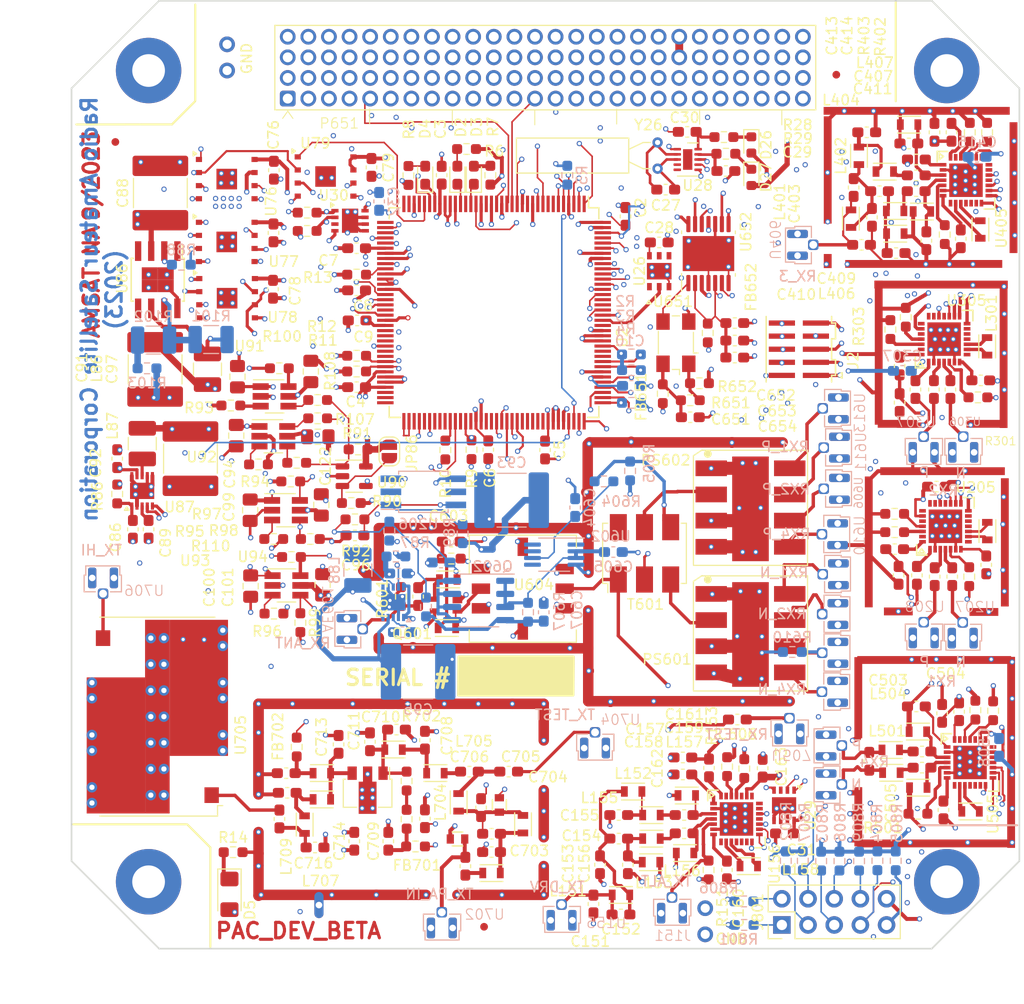
<source format=kicad_pcb>
(kicad_pcb (version 20221018) (generator pcbnew)
  (title_block (title "PacSat Alpha Board") (rev "0"))
  (layers (0 "F.Cu" signal "Top Components.Cu") (1 "In1.Cu" power "GND.Cu") (2 "In2.Cu" power "Signal 1 H.Cu") (3 "In3.Cu" signal "Signal 2 V.Cu") (4 "In4.Cu" signal "Power.Cu") (31 "B.Cu" signal "BackComponets.Cu") (34 "B.Paste" user) (35 "F.Paste" user) (36 "B.SilkS" user "B.Silkscreen") (37 "F.SilkS" user "F.Silkscreen") (38 "B.Mask" user) (39 "F.Mask" user) (44 "Edge.Cuts" user))
  (net 0 "")
  (net 1 "GND")
  (net 2 "+3.3V")
  (net 3 "+1V2")
  (net 4 "Net-(U26-CEXT)")
  (net 5 "Net-(C96-Pad1)")
  (net 6 "-2V BIAS")
  (net 7 "+5V")
  (net 8 "Net-(U28-X2)")
  (net 9 "Net-(U87-SS)")
  (net 10 "REG_3V3")
  (net 11 "REG_1V2")
  (net 12 "AX5043_3V3")
  (net 13 "SSPA_VCC")
  (net 14 "TX_OUT_DRV")
  (net 15 "/TX_ax5043/TXb_N")
  (net 16 "/TX_ax5043/TXb_P")
  (net 17 "/TX_ax5043/TXANT_P")
  (net 18 "/TX_ax5043/TXa_P")
  (net 19 "/TX_ax5043/TCANT_N")
  (net 20 "/TX_ax5043/TXa_N")
  (net 21 "Net-(U28-X1)")
  (net 22 "Net-(C603-Pad1)")
  (net 23 "Net-(C152-Pad1)")
  (net 24 "/RX_1_ax5044/RXANT_P")
  (net 25 "/RX_1_ax5044/RX1_P")
  (net 26 "/RX_1_ax5044/RXANT_N")
  (net 27 "/RX_1_ax5044/RX1_N")
  (net 28 "/RX_2_ax5045/RX2ANT_P")
  (net 29 "/RX_2_ax5045/RX2a_P")
  (net 30 "Net-(C159-Pad1)")
  (net 31 "Net-(C160-Pad1)")
  (net 32 "Net-(D2-K)")
  (net 33 "Net-(D2-A)")
  (net 34 "Net-(U156-CLK16P)")
  (net 35 "Net-(D3-K)")
  (net 36 "/RX_2_ax5045/RX2ANT_N")
  (net 37 "Net-(D3-A)")
  (net 38 "/RX_2_ax5045/RX2A_N")
  (net 39 "Net-(C203-Pad1)")
  (net 40 "Net-(U205-CLK16P)")
  (net 41 "Net-(U305-CLK16P)")
  (net 42 "Net-(U612-In)")
  (net 43 "Net-(C402-Pad1)")
  (net 44 "/RX_3_ax5045/RX3b_N")
  (net 45 "/RX_3_ax5045/RX3b_P")
  (net 46 "UART_RX1")
  (net 47 "UART_TX1")
  (net 49 "/RX_3_ax5045/RX3_P")
  (net 50 "Net-(C411-Pad1)")
  (net 51 "ATTACHED")
  (net 52 "ALERT_SIGNAL")
  (net 53 "FCODE_D0")
  (net 54 "FCODE_D3")
  (net 55 "FCODE_STROBE")
  (net 56 "CMD_MODE")
  (net 57 "Net-(C412-Pad1)")
  (net 58 "Net-(U405-CLK16P)")
  (net 59 "Net-(U305-L2)")
  (net 60 "Net-(U305-L1)")
  (net 61 "Net-(U405-L2)")
  (net 62 "Net-(U405-L1)")
  (net 63 "Net-(U505-L2)")
  (net 64 "Net-(U505-L1)")
  (net 65 "/RX_3_ax5045/RX3_N")
  (net 66 "/RX_3_ax5045/RX3a_P")
  (net 67 "Net-(C505-Pad1)")
  (net 68 "Net-(U505-CLK16P)")
  (net 69 "Net-(Q601-G)")
  (net 70 "VSYS")
  (net 71 "PB_ENABLE")
  (net 73 "UART_TX2")
  (net 74 "UART_RX2")
  (net 78 "Net-(T601-AA)")
  (net 79 "Net-(U90-EN_N)")
  (net 80 "Net-(U2-N2HET1_11)")
  (net 81 "Net-(R89-Pad1)")
  (net 82 "Net-(U94-SETI)")
  (net 83 "Net-(U92-ON)")
  (net 84 "Net-(U205-ANTP1)")
  (net 85 "Clock0")
  (net 86 "Net-(C303-Pad1)")
  (net 87 "Net-(C304-Pad1)")
  (net 88 "Clock1")
  (net 89 "Net-(U405-ANTP1)")
  (net 90 "/RX_3_ax5045/RX3a_N")
  (net 91 "Clock2")
  (net 95 "Net-(C504-Pad1)")
  (net 102 "Clock3")
  (net 111 "Net-(C602-Pad1)")
  (net 114 "Net-(U405-GPADC1)")
  (net 115 "Net-(U405-GPADC2)")
  (net 124 "Net-(U505-ANTP1)")
  (net 127 "Net-(U505-GPADC1)")
  (net 128 "Net-(U505-GPADC2)")
  (net 130 "Clock4")
  (net 131 "AX5043_SEL_0")
  (net 132 "AX5043_IRQ")
  (net 133 "AX5043_SEL_1")
  (net 134 "AX5043_MOSI")
  (net 135 "AX5043_SEL_2")
  (net 136 "AX5043_MISO")
  (net 137 "AX5043_SEL_3")
  (net 138 "AX5043_CLK")
  (net 139 "Net-(U205-L2)")
  (net 140 "Net-(U205-L1)")
  (net 141 "FAULT_N")
  (net 142 "Net-(J2-P10)")
  (net 143 "Net-(U2-nTRST)")
  (net 144 "Net-(D4-A)")
  (net 145 "VER_BIT3")
  (net 146 "VER_BIT2")
  (net 147 "VER_BIT1")
  (net 148 "VER_BIT0")
  (net 149 "Net-(U2-nPORRST)")
  (net 150 "I2C_SDA")
  (net 151 "I2C_SCL")
  (net 152 "Net-(U92-SETI)")
  (net 153 "AX5043_SEL_4")
  (net 154 "Net-(U205-GPADC1)")
  (net 155 "Net-(U156-GPADC1)")
  (net 156 "Net-(U156-GPADC2)")
  (net 157 "Net-(U305-GPADC1)")
  (net 158 "Net-(U305-GPADC2)")
  (net 159 "Net-(T601-SC)")
  (net 160 "Net-(U651-VC)")
  (net 161 "USB_Suspend_Low")
  (net 162 "UART_CTS")
  (net 163 "UART_RTS")
  (net 164 "AX5043_IRQ_RX1")
  (net 168 "AX5043_IRQ_RX3")
  (net 169 "Net-(U91-SETI)")
  (net 170 "PWR_SW_AX5043")
  (net 171 "PWR_FLAG_AX5043")
  (net 172 "PWR_SW_SSPA")
  (net 173 "PWR_FLAG_SSPA")
  (net 174 "Net-(U651-OUT)")
  (net 175 "Clock5")
  (net 183 "Net-(U156-L1)")
  (net 184 "Net-(U156-L2)")
  (net 188 "Net-(D4-K)")
  (net 189 "Net-(J2-P6)")
  (net 190 "Net-(J2-P4)")
  (net 191 "Net-(J2-P2)")
  (net 192 "Net-(J2-P8)")
  (net 193 "Net-(J2-P7)")
  (net 196 "Net-(U87-LX)")
  (net 197 "Net-(C204-Pad2)")
  (net 198 "WDO_N")
  (net 199 "MRAM_NCS3")
  (net 200 "MRAM_NCS2")
  (net 201 "MRAM_NCS1")
  (net 204 "MRAM_MOSI")
  (net 205 "MRAM_MISO")
  (net 206 "MRAM_CLK")
  (net 207 "MRAM_NCS0")
  (net 208 "ONEWIRE")
  (net 209 "FEED_WATCHDOG")
  (net 214 "HW_POWER_OFF_N")
  (net 229 "AX5043_IRQ_RX2")
  (net 231 "AX5043_IRQ_TX")
  (net 239 "Current Fault_1V2")
  (net 242 "Current Fault_3V3")
  (net 244 "CURRENT_FAULT_U89")
  (net 258 "Net-(U88-SS)")
  (net 259 "REG_5.0V")
  (net 260 "Net-(U86-OUT)")
  (net 261 "Net-(U88-LX)")
  (net 262 "Net-(U93-SETI)")
  (net 263 "Net-(U91-ON)")
  (net 264 "REG_5V_EN")
  (net 267 "Net-(D26-K)")
  (net 268 "Net-(D27-K)")
  (net 272 "/Rx_Power_Divider/S+")
  (net 273 "/Rx_Power_Divider/S-")
  (net 277 "Net-(U602-OUT)")
  (net 278 "Net-(J151-In)")
  (net 279 "/Rx_Power_Divider/Port4_N")
  (net 282 "/RX_4_ax5045/RX4b_P")
  (net 283 "/RX_4_ax5045/RX4b_N")
  (net 286 "/RX_4_ax5045/RX4ANT_P")
  (net 287 "/RX_4_ax5045/RX4a_P")
  (net 288 "Net-(U406-In)")
  (net 289 "/RX_4_ax5045/RX4ANT_N")
  (net 290 "/RX_4_ax5045/RX4a_N")
  (net 291 "Net-(Q602-Gate)")
  (net 292 "Net-(Q601-D)")
  (net 293 "Net-(Q602-D-Pad5)")
  (net 294 "/Rx_Power_Divider/Port3_N")
  (net 295 "/Rx_Power_Divider/Port2_N")
  (net 296 "/Rx_Power_Divider/Port1_N")
  (net 297 "/Rx_Power_Divider/Port4_P")
  (net 298 "/Rx_Power_Divider/Port3_P")
  (net 299 "/Rx_Power_Divider/Port2_P")
  (net 300 "Net-(AE601-In)")
  (net 301 "Net-(U28-Vbat)")
  (net 302 "Net-(U28-VCC)")
  (net 303 "Net-(U87-IN)")
  (net 304 "Net-(U88-D1)")
  (net 305 "Net-(U602-Vin)")
  (net 306 "Net-(U651-VDD)")
  (net 307 "Net-(U652-1G)")
  (net 308 "Net-(U88-INP)")
  (net 309 "AX5043_IRQ_RX4")
  (net 312 "GIOB_3")
  (net 313 "GIOA_2")
  (net 314 "GOIB_1")
  (net 378 "GIOA_6")
  (net 384 "Net-(U702-In)")
  (net 385 "Net-(C701-Pad2)")
  (net 386 "Net-(C702-Pad2)")
  (net 387 "Net-(C703-Pad2)")
  (net 388 "Net-(C705-Pad1)")
  (net 389 "Net-(U704-In)")
  (net 390 "Net-(C706-Pad1)")
  (net 391 "Net-(C708-Pad1)")
  (net 392 "Net-(C709-Pad1)")
  (net 393 "Net-(Q701-G)")
  (net 394 "Net-(C712-Pad1)")
  (net 395 "Net-(Q701-D)")
  (net 396 "Net-(C715-Pad1)")
  (net 397 "Net-(C716-Pad1)")
  (net 398 "Net-(U705-IN)")
  (net 399 "Net-(R701-Pad2)")
  (net 400 "Net-(U705-OUT)")
  (net 401 "Net-(U205-GPADC2)")
  (net 402 "Net-(U305-ANTP1)")
  (net 405 "/Rx_Power_Divider/Port1_P")
  (net 408 "Net-(D5-K)")
  (net 409 "Net-(U86-FB)")
  (net 410 "Net-(R102-Pad2)")
  (footprint "Capacitor_SMD:C_0603_1608Metric_Pad1.08x0.95mm_HandSolder" (layer "F.Cu") (at 203.7715 78.9305 90)
    (fp_text reference "C2")
    (fp_text value "100n")
  )
  (footprint "Capacitor_SMD:C_0603_1608Metric_Pad1.08x0.95mm_HandSolder" (layer "F.Cu") (at 185.928 74.93 90)
    (fp_text reference "C3")
    (fp_text value "100n")
  )
  (footprint "Capacitor_SMD:C_0603_1608Metric_Pad1.08x0.95mm_HandSolder" (layer "F.Cu") (at 177.673 95.504 180)
    (fp_text reference "C4")
    (fp_text value "100n")
  )
  (footprint "Capacitor_SMD:C_0603_1608Metric_Pad1.08x0.95mm_HandSolder" (layer "F.Cu") (at 195.961 101.6 -90)
    (fp_text reference "C5")
    (fp_text value "100n")
  )
  (footprint "Capacitor_SMD:C_0603_1608Metric_Pad1.08x0.95mm_HandSolder" (layer "F.Cu") (at 190.4492 101.5746 -90)
    (fp_text reference "C6")
    (fp_text value "100n")
  )
  (footprint "Capacitor_SMD:C_0603_1608Metric_Pad1.08x0.95mm_HandSolder" (layer "F.Cu") (at 177.673 82.0166 180)
    (fp_text reference "C7")
    (fp_text value "100n")
  )
  (footprint "Capacitor_SMD:C_0603_1608Metric_Pad1.08x0.95mm_HandSolder" (layer "F.Cu") (at 177.673 86.106 180)
    (fp_text reference "C8")
    (fp_text value "100n")
  )
  (footprint "Capacitor_SMD:C_0603_1608Metric_Pad1.08x0.95mm_HandSolder" (layer "F.Cu") (at 177.7238 89.027 180)
    (fp_text reference "C9")
    (fp_text value "100n")
  )
  (footprint "LED_SMD:LED_0603_1608Metric_Pad1.05x0.95mm_HandSolder" (layer "F.Cu") (at 187.452 74.93 90)
    (fp_text reference "D2")
    (fp_text value "RED")
  )
  (footprint "LED_SMD:LED_0603_1608Metric_Pad1.05x0.95mm_HandSolder" (layer "F.Cu") (at 189.0522 74.93 90)
    (fp_text reference "D3")
    (fp_text value "YEL")
  )
  (footprint "PacSatDev_ti:TQFP-144_20x20mm_Pitch0.5mm" (layer "F.Cu") (at 191.008 88.265 -90)
    (fp_text reference "U2")
    (fp_text value "TMS570LS0914PGE")
  )
  (footprint "Capacitor_SMD:C_0805_2012Metric_Pad1.18x1.45mm_HandSolder" (layer "F.Cu") (at 165.989 100.208 -90)
    (fp_text reference "C98" hide)
    (fp_text value "1u")
  )
  (footprint "Capacitor_SMD:C_0805_2012Metric_Pad1.18x1.45mm_HandSolder" (layer "F.Cu") (at 167.339 107.447 -90)
    (fp_text reference "C99")
    (fp_text value "1u")
  )
  (footprint "Resistor_SMD:R_0603_1608Metric_Pad0.98x0.95mm_HandSolder" (layer "F.Cu") (at 238.866973 70.765075 90)
    (fp_text reference "R402")
    (fp_text value "0R")
  )
  (footprint "Capacitor_SMD:C_0603_1608Metric_Pad1.08x0.95mm_HandSolder" (layer "F.Cu") (at 190.7665 140.628)
    (fp_text reference "C702" hide)
    (fp_text value "5p6")
  )
  (footprint "Capacitor_SMD:C_0603_1608Metric_Pad1.08x0.95mm_HandSolder" (layer "F.Cu") (at 180.7464 139.5741 90)
    (fp_text reference "C709")
    (fp_text value "100p")
  )
  (footprint "PacSatDev_misc:L_Murata_LQH2MCNxxxx02_2.0x1.6mm" (layer "F.Cu") (at 237.2614 136.6774)
    (fp_text reference "L505" hide)
    (fp_text value "0")
  )
  (footprint "Capacitor_SMD:C_0603_1608Metric_Pad1.08x0.95mm_HandSolder" (layer "F.Cu") (at 232.5487 130.864473 180)
    (fp_text reference "C502" hide)
    (fp_text value "22p")
  )
  (footprint "PacSatDev_misc:RF_SHIELD_BMI_S_202_F_U401" (layer "F.Cu") (at 223.319973 68.733075 -90)
    (fp_text reference "U401" hide)
    (fp_text value "RFShield_OnePiece")
  )
  (footprint "Capacitor_SMD:C_0603_1608Metric_Pad1.08x0.95mm_HandSolder" (layer "F.Cu") (at 178.9684 129.9221 90)
    (fp_text reference "C711")
    (fp_text value "15p")
  )
  (footprint "Resistor_SMD:R_0603_1608Metric_Pad0.98x0.95mm_HandSolder" (layer "F.Cu") (at 177.510754 108.334546 180)
    (fp_text reference "R92")
    (fp_text value "1K")
  )
  (footprint "Resistor_SMD:R_0603_1608Metric_Pad0.98x0.95mm_HandSolder" (layer "F.Cu") (at 171.8564 102.8446)
    (fp_text reference "R109" hide)
    (fp_text value "0R")
  )
  (footprint "Capacitor_SMD:C_0603_1608Metric_Pad1.08x0.95mm_HandSolder" (layer "F.Cu") (at 235.482 113.8943 -90)
    (fp_text reference "C202" hide)
    (fp_text value "4p3")
  )
  (footprint "Capacitor_SMD:C_0603_1608Metric_Pad1.08x0.95mm_HandSolder" (layer "F.Cu") (at 211.875 132.461 -90)
    (fp_text reference "C162")
    (fp_text value "10p")
  )
  (footprint "Capacitor_SMD:C_2220_5650Metric_Pad1.97x5.40mm_HandSolder" (layer "F.Cu") (at 158.115 93.777 -90)
    (fp_text reference "C91")
    (fp_text value "22u")
  )
  (footprint "Package_TO_SOT_SMD:SOT-89-3" (layer "F.Cu") (at 178.7384 134.9201 -90)
    (fp_text reference "Q701" hide)
    (fp_text value "ATF05MS004NT1")
  )
  (footprint "Capacitor_SMD:C_0603_1608Metric_Pad1.08x0.95mm_HandSolder" (layer "F.Cu") (at 175.9204 130.1761 90)
    (fp_text reference "C713")
    (fp_text value "2200p")
  )
  (footprint "Fiducial:Fiducial_0.75mm_Mask1.5mm" (layer "F.Cu") (at 190.0428 147.8788)
    (fp_text reference "REF**" hide)
    (fp_text value "Fiducial_0.75mm_Mask1.5mm")
  )
  (footprint "PacSatDev_everspin:MR2xH40_DFN_SmallFlag" (layer "F.Cu") (at 165.067 81.407 -90)
    (fp_text reference "U77")
    (fp_text value "MR25H40CDE" hide)
  )
  (footprint "Capacitor_SMD:C_0603_1608Metric_Pad1.08x0.95mm_HandSolder" (layer "F.Cu") (at 210.058 98.425)
    (fp_text reference "C651")
    (fp_text value "0.1u")
  )
  (footprint "Resistor_SMD:R_0603_1608Metric_Pad0.98x0.95mm_HandSolder" (layer "F.Cu") (at 165.462 97.282 180)
    (fp_text reference "R93")
    (fp_text value "45k8 1%")
  )
  (footprint "Capacitor_SMD:C_0603_1608Metric_Pad1.08x0.95mm_HandSolder" (layer "F.Cu") (at 229.894 111.2273)
    (fp_text reference "C206" hide)
    (fp_text value "10p")
  )
  (footprint "Resistor_SMD:R_0603_1608Metric_Pad0.98x0.95mm_HandSolder" (layer "F.Cu") (at 182.7022 74.9554 90)
    (fp_text reference "R8")
    (fp_text value "3K")
  )
  (footprint "Capacitor_SMD:C_0603_1608Metric_Pad1.08x0.95mm_HandSolder" (layer "F.Cu") (at 232.053 113.7673 -90)
    (fp_text reference "C203" hide)
    (fp_text value "10n")
  )
  (footprint "LED_SMD:LED_1206_3216Metric_Pad1.42x1.75mm_HandSolder" (layer "F.Cu") (at 165.3286 144.7292 -90)
    (fp_text reference "D5")
    (fp_text value "LED")
  )
  (footprint "Capacitor_SMD:C_0603_1608Metric_Pad1.08x0.95mm_HandSolder" (layer "F.Cu") (at 214.376 89.281)
    (fp_text reference "C652")
    (fp_text value "0.1u")
  )
  (footprint "Resistor_SMD:R_0603_1608Metric_Pad0.98x0.95mm_HandSolder" (layer "F.Cu") (at 181.973489 115.824 90)
    (fp_text reference "R601")
    (fp_text value "5 Meg")
  )
  (footprint "Capacitor_SMD:C_0603_1608Metric_Pad1.08x0.95mm_HandSolder" (layer "F.Cu") (at 227.690973 79.020075 -90)
    (fp_text reference "C403")
    (fp_text value "27p")
  )
  (footprint "Capacitor_SMD:C_0603_1608Metric_Pad1.08x0.95mm_HandSolder" (layer "F.Cu") (at 226.674973 81.687075)
    (fp_text reference "C401" hide)
    (fp_text value "27p")
  )
  (footprint "PacSatDev_maxim:TDFN_T633_2" (layer "F.Cu") (at 207.042 84.2475 90)
    (fp_text reference "U26")
    (fp_text value "DS28E83Q+T" hide)
  )
  (footprint "Capacitor_SMD:C_0603_1608Metric_Pad1.08x0.95mm_HandSolder" (layer "F.Cu") (at 235.307 95.7326 -90)
    (fp_text reference "C302" hide)
    (fp_text value "4p3")
  )
  (footprint "Package_DFN_QFN:TDFN-10-1EP_2x3mm_P0.5mm_EP0.9x2mm" (layer "F.Cu") (at 209.8075 73.406)
    (fp_text reference "U28")
    (fp_text value "MAX31331TETB+")
  )
  (footprint "Resistor_SMD:R_0603_1608Metric_Pad0.98x0.95mm_HandSolder" (layer "F.Cu") (at 173.8884 98.5266 180)
    (fp_text reference "R107")
    (fp_text value "10K")
  )
  (footprint "Resistor_SMD:R_0603_1608Metric_Pad0.98x0.95mm_HandSolder" (layer "F.Cu") (at 173.181 110.241)
    (fp_text reference "R98")
    (fp_text value "4.7k")
  )
  (footprint "Resistor_SMD:R_0603_1608Metric_Pad0.98x0.95mm_HandSolder" (layer "F.Cu") (at 172.8743 78.5622)
    (fp_text reference "R30" hide)
    (fp_text value "4k7")
  )
  (footprint "Capacitor_SMD:C_0603_1608Metric_Pad1.08x0.95mm_HandSolder" (layer "F.Cu") (at 234.5 127.164 90)
    (fp_text reference "C506" hide)
    (fp_text value "6.8p")
  )
  (footprint "PacSatDev_misc:CUBESAT_MOUNT_HOLE" (layer "F.Cu") (at 234.95 143.51)
    (fp_text reference "H104" hide)
    (fp_text value "CUBESAT_MOUNT_HOLE" hide)
  )
  (footprint "PacSatDev_misc:PacSat_Dev_4_26" (layer "F.Cu") (at 170.9856 67.4906)
    (fp_text reference "P651")
    (fp_text value "Conn_04x26_Pin")
  )
  (footprint "PacSatDev_misc:L_Murata_LQH2MCNxxxx02_2.0x1.6mm" (layer "F.Cu") (at 229.957488 80.59794)
    (fp_text reference "L403" hide)
    (fp_text value "68n")
  )
  (footprint "Resistor_SMD:R_0603_1608Metric_Pad0.98x0.95mm_HandSolder" (layer "F.Cu") (at 177.1555 106.751)
    (fp_text reference "R90")
    (fp_text value "10k")
  )
  (footprint "Capacitor_SMD:C_0603_1608Metric_Pad1.08x0.95mm_HandSolder" (layer "F.Cu") (at 227.182973 70.765075)
    (fp_text reference "C405" hide)
    (fp_text value "1p")
  )
  (footprint "PacSatDev_maxim:TDFN_T1033_1" (layer "F.Cu") (at 156.853 105.5685 90)
    (fp_text reference "U87")
    (fp_text value "MAX1556A" hide)
  )
  (footprint "Capacitor_SMD:C_0603_1608Metric_Pad1.08x0.95mm_HandSolder" (layer "F.Cu") (at 203.327 146.685 180)
    (fp_text reference "C152")
    (fp_text value "NS")
  )
  (footprint "Capacitor_SMD:C_0603_1608Metric_Pad1.08x0.95mm_HandSolder" (layer "F.Cu") (at 238.784 112.7513 90)
    (fp_text reference "C204" hide)
    (fp_text value "10n")
  )
  (footprint "Capacitor_SMD:C_0603_1608Metric_Pad1.08x0.95mm_HandSolder" (layer "F.Cu") (at 233.760473 70.765075 90)
    (fp_text reference "C413")
    (fp_text value "6.8p")
  )
  (footprint "PacSatDev_murata:L_0603" (layer "F.Cu") (at 191.5285 136.056 -90)
    (fp_text reference "L703" hide)
    (fp_text value "18n")
  )
  (footprint "Capacitor_SMD:C_0603_1608Metric_Pad1.08x0.95mm_HandSolder" (layer "F.Cu") (at 157.48 109.3005 -90)
    (fp_text reference "C89")
    (fp_text value "1000p")
  )
  (footprint "PacSatDev_misc:L_Murata_LQH2MCNxxxx02_2.0x1.6mm" (layer "F.Cu") (at 225.658973 79.147075 -90)
    (fp_text reference "L401")
    (fp_text value "30")
  )
  (footprint "Capacitor_SMD:C_0603_1608Metric_Pad1.08x0.95mm_HandSolder" (layer "F.Cu") (at 169.602354 80.529653 -90)
    (fp_text reference "C77" hide)
    (fp_text value "100n")
  )
  (footprint "Resistor_SMD:R_0603_1608Metric_Pad0.98x0.95mm_HandSolder" (layer "F.Cu") (at 237.133 113.8943 -90)
    (fp_text reference "R201" hide)
    (fp_text value "50")
  )
  (footprint "PacSatDev_misc:L_Murata_LQH2MCNxxxx02_2.0x1.6mm" (layer "F.Cu") (at 174.2959 135.5101)
    (fp_text reference "L708" hide)
    (fp_text value "2n55")
  )
  (footprint "PacSatDev_misc:Mini-Circuits_HF1139_LandPatternPL-230" (layer "F.Cu") (at 158.3309 127.4826 180)
    (fp_text reference "U705")
    (fp_text value "SXBP-425+")
  )
  (footprint "PacSatDev_misc:Wire_Hole" (layer "F.Cu") (at 211.5058 148.6154 90)
    (fp_text reference "H4" hide)
    (fp_text value "Wire_Hole" hide)
  )
  (footprint "Resistor_SMD:R_0603_1608Metric_Pad0.98x0.95mm_HandSolder" (layer "F.Cu") (at 173.8884 96.7486)
    (fp_text reference "R108")
    (fp_text value "0R")
  )
  (footprint "Capacitor_SMD:C_0603_1608Metric_Pad1.08x0.95mm_HandSolder" (layer "F.Cu") (at 186.856 110.49)
    (fp_text reference "C603")
    (fp_text value "0.1 u")
  )
  (footprint "PacSatDev_misc:L_Murata_LQH2MCNxxxx02_2.0x1.6mm" (layer "F.Cu") (at 190.7665 142.66)
    (fp_text reference "L702" hide)
    (fp_text value "43n")
  )
  (footprint "PacSatDev_misc:CUBESAT_MOUNT_HOLE" (layer "F.Cu") (at 234.95 64.77)
    (fp_text reference "H103" hide)
    (fp_text value "CUBESAT_MOUNT_HOLE" hide)
  )
  (footprint "PacSatDev_misc:L_Murata_LQH2MCNxxxx02_2.0x1.6mm" (layer "F.Cu") (at 181.2544 130.6841 180)
    (fp_text reference "L706" hide)
    (fp_text value "5n5")
  )
  (footprint "Resistor_SMD:R_0603_1608Metric_Pad0.98x0.95mm_HandSolder" (layer "F.Cu") (at 234.757029 80.693912 -90)
    (fp_text reference "R401" hide)
    (fp_text value "50")
  )
  (footprint "Capacitor_SMD:C_0603_1608Metric_Pad1.08x0.95mm_HandSolder" (layer "F.Cu") (at 213.5124 74.5236)
    (fp_text reference "C29")
    (fp_text value "22u")
  )
  (footprint "Capacitor_SMD:C_0603_1608Metric_Pad1.08x0.95mm_HandSolder" (layer "F.Cu") (at 169.642268 74.442776 -90)
    (fp_text reference "C76")
    (fp_text value "100n")
  )
  (footprint "PacSatDev_misc:Wire_Hole" (layer "F.Cu") (at 211.5058 146.0754 90)
    (fp_text reference "H5" hide)
    (fp_text value "Wire_Hole" hide)
  )
  (footprint "Capacitor_SMD:C_0603_1608Metric_Pad1.08x0.95mm_HandSolder" (layer "F.Cu") (at 214.63 127.762 180)
    (fp_text reference "C606")
    (fp_text value "1u")
  )
  (footprint "Capacitor_SMD:C_0603_1608Metric_Pad1.08x0.95mm_HandSolder" (layer "F.Cu") (at 203.112 139.319 180)
    (fp_text reference "C154")
    (fp_text value "5p1")
  )
  (footprint "PacSatDev_misc:L_Murata_LQH2MCNxxxx02_2.0x1.6mm" (layer "F.Cu") (at 232.185808 134.368333)
    (fp_text reference "L504")
    (fp_text value "68n")
  )
  (footprint "PacSatDev_misc:L_Murata_LQH2MCNxxxx02_2.0x1.6mm" (layer "F.Cu") (at 229.5144 130.7084)
    (fp_text reference "L501")
    (fp_text value "68n")
  )
  (footprint "PacSatDev_misc:L_Murata_LQH2MCNxxxx02_2.0x1.6mm" (layer "F.Cu") (at 206.248 141.605)
    (fp_text reference "L153")
    (fp_text value "27n")
  )
  (footprint "Resistor_SMD:R_0603_1608Metric_Pad0.98x0.95mm_HandSolder" (layer "F.Cu") (at 172.212 118.364 -90)
    (fp_text reference "R99")
    (fp_text value "4.7k")
  )
  (footprint "Capacitor_SMD:C_0603_1608Metric_Pad1.08x0.95mm_HandSolder" (layer "F.Cu") (at 179.113526 74.173365 -90)
    (fp_text reference "C79")
    (fp_text value "100n")
  )
  (footprint "Package_TO_SOT_SMD:SOT-23-6_Handsoldering" (layer "F.Cu") (at 169.7095 96.398)
    (fp_text reference "U91")
    (fp_text value "MAX4995ALAUT")
  )
  (footprint "Resistor_SMD:R_0603_1608Metric_Pad0.98x0.95mm_HandSolder" (layer "F.Cu") (at 182.5244 133.7321 90)
    (fp_text reference "R702")
    (fp_text value "22")
  )
  (footprint "Capacitor_SMD:C_0603_1608Metric_Pad1.08x0.95mm_HandSolder" (layer "F.Cu") (at 192.4304 132.8166)
    (fp_text reference "C705")
    (fp_text value "2200p")
  )
  (footprint "Capacitor_SMD:C_0603_1608Metric_Pad1.08x0.95mm_HandSolder" (layer "F.Cu") (at 177.4444 139.5741 90)
    (fp_text reference "C714")
    (fp_text value "10u")
  )
  (footprint "Resistor_SMD:R_0603_1608Metric_Pad0.98x0.95mm_HandSolder" (layer "F.Cu") (at 229.894 107.7983 180)
    (fp_text reference "R203" hide)
    (fp_text value "0R")
  )
  (footprint "Capacitor_SMD:C_0805_2012Metric_Pad1.18x1.45mm_HandSolder" (layer "F.Cu") (at 166.1065 94.488 90)
    (fp_text reference "C97")
    (fp_text value "1u")
  )
  (footprint "RF_Mini-Circuits:Mini-Circuits_CD542_H2.84mm" (layer "F.Cu") (at 205.613 111.633 90)
    (fp_text reference "T601")
    (fp_text value "ADT4-1WT+")
  )
  (footprint "Capacitor_SMD:C_0603_1608Metric_Pad1.08x0.95mm_HandSolder" (layer "F.Cu") (at 213.614 142.367 -90)
    (fp_text reference "C160")
    (fp_text value "10n")
  )
  (footprint "Inductor_SMD:L_1210_3225Metric_Pad1.42x2.65mm_HandSolder" (layer "F.Cu") (at 156.869 100.984 90)
    (fp_text reference "L87")
    (fp_text value "3u3")
  )
  (footprint "Capacitor_SMD:C_0603_1608Metric_Pad1.08x0.95mm_HandSolder" (layer "F.Cu") (at 209.462 137.033 180)
    (fp_text reference "C157")
    (fp_text value "4p3")
  )
  (footprint "Capacitor_SMD:C_0603_1608Metric_Pad1.08x0.95mm_HandSolder" (layer "F.Cu") (at 232.970847 81.289306 -90)
    (fp_text reference "C408" hide)
    (fp_text value "10p")
  )
  (footprint "PacSatDev_misc:L_Murata_LQH2MCNxxxx02_2.0x1.6mm" (layer "F.Cu") (at 172.6184 137.9621 90)
    (fp_text reference "L709")
    (fp_text value "8n1")
  )
  (footprint "Capacitor_SMD:C_0603_1608Metric_Pad1.08x0.95mm_HandSolder" (layer "F.Cu") (at 209.764 70.723 180)
    (fp_text reference "C30")
    (fp_text value "22u")
  )
  (footprint "PacSatDev_misc:L_Murata_LQH2MCNxxxx02_2.0x1.6mm" (layer "F.Cu") (at 203.327 144.78)
    (fp_text reference "L151")
    (fp_text value "0")
  )
  (footprint "Resistor_SMD:R_0603_1608Metric_Pad0.98x0.95mm_HandSolder" (layer "F.Cu") (at 229.894 109.5763 180)
    (fp_text reference "R202" hide)
    (fp_text value "0R")
  )
  (footprint "PacSatDev_misc:L_Murata_LQH2MCNxxxx02_2.0x1.6mm" (layer "F.Cu") (at 229.574684 132.92384)
    (fp_text reference "L502" hide)
    (fp_text value "68n")
  )
  (footprint "Resistor_SMD:R_0603_1608Metric_Pad0.98x0.95mm_HandSolder" (layer "F.Cu") (at 213.5124 72.8472)
    (fp_text reference "R29")
    (fp_text value "4k7")
  )
  (footprint "Package_TO_SOT_SMD:SOT-23-6_Handsoldering" (layer "F.Cu") (at 169.592 100.269)
    (fp_text reference "U92")
    (fp_text value "MAX4995ALAUT")
  )
  (footprint "PacSatDev_misc:RF_SHIELD_BMI_S_201_F_U301" (layer "F.Cu") (at 228.326932 99.1616)
    (fp_text reference "U301" hide)
    (fp_text value "RFShield_OnePiece")
  )
  (footprint "Resistor_SMD:R_0603_1608Metric_Pad0.98x0.95mm_HandSolder" (layer "F.Cu") (at 210.947 95.123)
    (fp_text reference "R652")
    (fp_text value "10K")
  )
  (footprint "Resistor_SMD:R_0603_1608Metric_Pad0.98x0.95mm_HandSolder" (layer "F.Cu") (at 237.974 96.4946)
    (fp_text reference "R301")
    (fp_text value "50")
  )
  (footprint "Capacitor_SMD:C_0603_1608Metric_Pad1.08x0.95mm_HandSolder" (layer "F.Cu") (at 232.0025 73.406 180)
    (fp_text reference "C411")
    (fp_text value "10n")
  )
  (footprint "Resistor_SMD:R_0603_1608Metric_Pad0.98x0.95mm_HandSolder" (layer "F.Cu") (at 172.8743 80.3402)
    (fp_text reference "R31" hide)
    (fp_text value "4k7")
  )
  (footprint "Capacitor_SMD:C_0603_1608Metric_Pad1.08x0.95mm_HandSolder" (layer "F.Cu") (at 233.7054 95.7326 -90)
    (fp_text reference "C301" hide)
    (fp_text value "4p3")
  )
  (footprint "Capacitor_SMD:C_0603_1608Metric_Pad1.08x0.95mm_HandSolder" (layer "F.Cu") (at 188.2265 141.9985 -90)
    (fp_text reference "C701" hide)
    (fp_text value "4p3")
  )
  (footprint "PacSatDev_misc:TB-471" (layer "F.Cu") (at 187.4529 117.22735 90)
    (fp_text reference "Q601")
    (fp_text value "SAV-331+")
  )
  (footprint "Resistor_SMD:R_0603_1608Metric_Pad0.98x0.95mm_HandSolder" (layer "F.Cu") (at 177.814 101.544 180)
    (fp_text reference "R91")
    (fp_text value "10k")
  )
  (footprint "Capacitor_SMD:C_0603_1608Metric_Pad1.08x0.95mm_HandSolder" (layer "F.Cu") (at 236.313172 81.099863 -90)
    (fp_text reference "C412" hide)
    (fp_text value "10n")
  )
  (footprint "Resistor_SMD:R_0603_1608Metric_Pad0.98x0.95mm_HandSolder" (layer "F.Cu") (at 177.673 84.582)
    (fp_text reference "R13")
    (fp_text value "3k3")
  )
  (footprint "Capacitor_SMD:C_0603_1608Metric_Pad1.08x0.95mm_HandSolder" (layer "F.Cu") (at 170.8404 132.9701 180)
    (fp_text reference "C712" hide)
    (fp_text value "100p")
  )
  (footprint "PacSatDev_everspin:MR2xH40_DFN_SmallFlag" (layer "F.Cu") (at 165.067 75.307 -90)
    (fp_text reference "U76")
    (fp_text value "MR25H40CDE" hide)
  )
  (footprint "Capacitor_SMD:C_0603_1608Metric_Pad1.08x0.95mm_HandSolder" (layer "F.Cu") (at 209.335 133.096 180)
    (fp_text reference "C159")
    (fp_text value "10n")
  )
  (footprint "PacSatDev_misc:L_Murata_LQH2MCNxxxx02_2.0x1.6mm" (layer "F.Cu") (at 206.287 137.033)
    (fp_text reference "L154" hide)
    (fp_text value "43n")
  )
  (footprint "Capacitor_SMD:C_0603_1608Metric_Pad1.08x0.95mm_HandSolder" (layer "F.Cu") (at 232.5487 132.434371 180)
    (fp_text reference "C503")
    (fp_text value "22p")
  )
  (footprint "Capacitor_SMD:C_0603_1608Metric_Pad1.08x0.95mm_HandSolder" (layer "F.Cu") (at 188.6204 132.8166)
    (fp_text reference "C706")
    (fp_text value "18p")
  )
  (footprint "Diode_SMD:D_0603_1608Metric" (layer "F.Cu") (at 215.987 75.1425 -90)
    (fp_text reference "D27")
    (fp_text value "RB521CS30L,315 ")
  )
  (footprint "Capacitor_SMD:C_0603_1608Metric_Pad1.08x0.95mm_HandSolder" (layer "F.Cu") (at 214.376 90.9785)
    (fp_text reference "C653")
    (fp_text value "0.1u")
  )
  (footprint "Capacitor_SMD:C_0805_2012Metric_Pad1.18x1.45mm_HandSolder" (layer "F.Cu") (at 173.905098 100.317884 180)
    (fp_text reference "C122")
    (fp_text value "1u")
  )
  (footprint "Capacitor_SMD:C_0603_1608Metric_Pad1.08x0.95mm_HandSolder" (layer "F.Cu") (at 190.7665 138.85 180)
    (fp_text reference "C703")
    (fp_text value "4p3")
  )
  (footprint "Capacitor_SMD:C_0603_1608Metric_Pad1.08x0.95mm_HandSolder" (layer "F.Cu") (at 230.03543 82.488046)
    (fp_text reference "C406" hide)
    (fp_text value "5p6")
  )
  (footprint "Capacitor_SMD:C_0603_1608Metric_Pad1.08x0.95mm_HandSolder" (layer "F.Cu") (at 154.432 102.4425 90)
    (fp_text reference "C92")
    (fp_text value "10u")
  )
  (footprint "Capacitor_SMD:C_0603_1608Metric_Pad1.08x0.95mm_HandSolder" (layer "F.Cu") (at 217.082 132.486731 90)
    (fp_text reference "C163")
    (fp_text value "10n")
  )
  (footprint "PacSatDev_misc:CUBESAT_MOUNT_HOLE" (layer "F.Cu") (at 157.48 143.51)
    (fp_text reference "H102" hide)
    (fp_text value "CUBESAT_MOUNT_HOLE" hide)
  )
  (footprint "PacSatDev_misc:Wire_Hole" (layer "F.Cu") (at 165.1 64.77 90)
    (fp_text reference "H3" hide)
    (fp_text value "Wire_Hole" hide)
  )
  (footprint "PacSatDev_onsemi:QFN28" (layer "F.Cu") (at 214.542 137.414)
    (fp_text reference "U156")
    (fp_text value "AX5043" hide)
  )
  (footprint "PacSatDev_misc:L_Murata_LQH2MCNxxxx02_2.0x1.6mm" (layer "F.Cu") (at 186.563 114.173 180)
    (fp_text reference "L601" hide)
    (fp_text value "620nH")
  )
  (footprint "Jumper:SolderJumper-2_P1.3mm_Open_RoundedPad1.0x1.5mm" (layer "F.Cu") (at 180.848 101.742 -90)
    (fp_text reference "JP86")
    (fp_text value "Disable Watchdog")
  )
  (footprint "Capacitor_SMD:C_0603_1608Metric_Pad1.08x0.95mm_HandSolder" (layer "F.Cu") (at 236.151 127 -90)
    (fp_text reference "C507" hide)
    (fp_text value "10p")
  )
  (footprint "Resistor_SMD:R_0603_1608Metric_Pad0.98x0.95mm_HandSolder" (layer "F.Cu") (at 182.5244 137.4386 90)
    (fp_text reference "R701" hide)
    (fp_text value "22")
  )
  (footprint "Package_TO_SOT_SMD:SOT-23-6_Handsoldering" (layer "F.Cu") (at 170.815 107.447)
    (fp_text reference "U93")
    (fp_text value "MAX4995ALAUT")
  )
  (footprint "Capacitor_SMD:C_0805_2012Metric_Pad1.18x1.45mm_HandSolder" (layer "F.Cu") (at 174.244 106.934 90)
    (fp_text reference "C123" hide)
    (fp_text value "1u")
  )
  (footprint "Resistor_SMD:R_0603_1608Metric_Pad0.98x0.95mm_HandSolder" (layer "F.Cu") (at 169.6485 117.48)
    (fp_text reference "R96")
    (fp_text value "45k8 1%")
  )
  (footprint "PacSatDev_maxim:TDFN_T833_2" (layer "F.Cu") (at 219.161 136.095 -90)
    (fp_text reference "U29")
    (fp_text value "MAX31725MTA+" hide)
  )
  (footprint "Package_SO:HTSSOP-14-1EP_4.4x5mm_P0.65mm_EP3.4x5mm_Mask3x3.1mm" (layer "F.Cu") (at 211.823 82.538 90)
    (fp_text reference "U652")
    (fp_text value "CDCLVC1106")
  )
  (footprint "Capacitor_SMD:C_0805_2012Metric_Pad1.18x1.45mm_HandSolder" (layer "F.Cu") (at 167.386 114.813 -90)
    (fp_text reference "C100")
    (fp_text value "1u")
  )
  (footprint "Capacitor_SMD:C_0603_1608Metric_Pad1.08x0.95mm_HandSolder" (layer "F.Cu") (at 169.555526 85.997488 -90)
    (fp_text reference "C78")
    (fp_text value "100n")
  )
  (footprint "Capacitor_SMD:C_0603_1608Metric_Pad1.08x0.95mm_HandSolder" (layer "F.Cu") (at 233.7816 113.8936 -90)
    (fp_text reference "C201" hide)
    (fp_text value "4p3")
  )
  (footprint "Resistor_SMD:R_0603_1608Metric_Pad0.98x0.95mm_HandSolder" (layer "F.Cu") (at 207.391 96.139 90)
    (fp_text reference "FB651")
    (fp_text value "FerriteBead_Small")
  )
  (footprint "Capacitor_SMD:C_0603_1608Metric_Pad1.08x0.95mm_HandSolder" (layer "F.Cu") (at 231.91 95.7326 -90)
    (fp_text reference "C303" hide)
    (fp_text value "10n")
  )
  (footprint "Capacitor_SMD:C_0603_1608Metric_Pad1.08x0.95mm_HandSolder" (layer "F.Cu") (at 235.411473 70.765075 90)
    (fp_text reference "C414")
    (fp_text value "10p")
  )
  (footprint "Capacitor_SMD:C_0603_1608Metric_Pad1.08x0.95mm_HandSolder" (layer "F.Cu") (at 203.112 137.033 180)
    (fp_text reference "C155")
    (fp_text value "11p")
  )
  (footprint "LED_SMD:LED_0603_1608Metric_Pad1.05x0.95mm_HandSolder" (layer "F.Cu") (at 184.3278 74.93 90)
    (fp_text reference "D4")
    (fp_text value "GRN")
  )
  (footprint "Resistor_SMD:R_0603_1608Metric_Pad0.98x0.95mm_HandSolder" (layer "F.Cu") (at 211.751896 90.244048 90)
    (fp_text reference "FB652")
    (fp_text value "FerriteBead_Small")
  )
  (footprint "PacSatDev_misc:L_Murata_LQH2MCNxxxx02_2.0x1.6mm" (layer "F.Cu") (at 209.55 140.716)
    (fp_text reference "L156")
    (fp_text value "100n")
  )
  (footprint "Resistor_SMD:R_0603_1608Metric_Pad0.98x0.95mm_HandSolder" (layer "F.Cu") (at 171.3484 111.9886)
    (fp_text reference "R110")
    (fp_text value "10K")
  )
  (footprint "PacSatDev_misc:RF_SHIELD_PAD" (layer "F.Cu") (at 174.0154 145.7706 90)
    (fp_text reference "U701" hide)
    (fp_text value "RFShield_OnePiece")
  )
  (footprint "Capacitor_SMD:C_0603_1608Metric_Pad1.08x0.95mm_HandSolder" (layer "F.Cu") (at 207.042 81.456)
    (fp_text reference "C28")
    (fp_text value "470n")
  )
  (footprint "Capacitor_SMD:C_0603_1608Metric_Pad1.08x0.95mm_HandSolder" (layer "F.Cu") (at 233.958 105.1578)
    (fp_text reference "C207" hide)
    (fp_text value "10n")
  )
  (footprint "PacSatDev_misc:L_Murata_LQH2MCNxxxx02_2.0x1.6mm" (layer "F.Cu") (at 187.565 135.802 90)
    (fp_text reference "L704")
    (fp_text value "1n2")
  )
  (footprint "Resistor_SMD:R_0603_1608Metric_Pad0.98x0.95mm_HandSolder" (layer "F.Cu") (at 177.673 93.98)
    (fp_text reference "R11")
    (fp_text value "1k")
  )
  (footprint "Capacitor_SMD:C_0603_1608Metric_Pad1.08x0.95mm_HandSolder" (layer "F.Cu") (at 200.66 145.669 -90)
    (fp_text reference "C151")
    (fp_text value "NS")
  )
  (footprint "PacSatDev_misc:RF_SHIELD_BMI_S_202_F_U501" (layer "F.Cu") (at 226.314 139.764107)
    (fp_text reference "U501" hide)
    (fp_text value "RFShield_OnePiece")
  )
  (footprint "Capacitor_SMD:C_2220_5650Metric_Pad1.97x5.40mm_HandSolder" (layer "F.Cu") (at 158.623 76.6615 90)
    (fp_text reference "C88")
    (fp_text value "10u")
  )
  (footprint "Resistor_SMD:R_0603_1608Metric_Pad0.98x0.95mm_HandSolder" (layer "F.Cu") (at 177.673 92.456)
    (fp_text reference "R12")
    (fp_text value "1k")
  )
  (footprint "Capacitor_SMD:C_0603_1608Metric_Pad1.08x0.95mm_HandSolder" (layer "F.Cu") (at 184.3024 129.7686 90)
    (fp_text reference "C708")
    (fp_text value "15p")
  )
  (footprint "Resistor_SMD:R_0603_1608Metric_Pad0.98x0.95mm_HandSolder" (layer "F.Cu") (at 169.625 110.241)
    (fp_text reference "R95")
    (fp_text value "143k 1%")
  )
  (footprint "Crystal:Crystal_AT310_D3.0mm_L10.0mm_Horizontal" (layer "F.Cu") (at 206.883 71.755 -90)
    (fp_text reference "Y26")
    (fp_text value "32.768 kHz")
  )
  (footprint "PacSatDev_misc:CUBESAT_MOUNT_HOLE" (layer "F.Cu") (at 157.48 64.77)
    (fp_text reference "H101" hide)
    (fp_text value "CUBESAT_MOUNT_HOLE" hide)
  )
  (footprint "Package_TO_SOT_SMD:SOT-23-5" (layer "F.Cu") (at 177.433 104.145)
    (fp_text reference "U90")
    (fp_text value "STWD100NYWY3F")
  )
  (footprint "PacSatDev_samtec:FTSH-105-01-L-DV-K" (layer "F.Cu") (at 220.599 91.821 90)
    (fp_text reference "J2")
    (fp_text value "CONN_02X05")
  )
  (footprint "Resistor_SMD:R_0603_1608Metric_Pad0.98x0.95mm_HandSolder" (layer "F.Cu") (at 170.1705 93.67)
    (fp_text reference "R100")
    (fp_text value "10K")
  )
  (footprint "Resistor_SMD:R_0603_1608Metric_Pad0.98x0.95mm_HandSolder" (layer "F.Cu") (at 188.8236 101.5746 90)
    (fp_text reference "R9")
    (fp_text value "1k")
  )
  (footprint "Capacitor_SMD:C_0603_1608Metric_Pad1.08x0.95mm_HandSolder" (layer "F.Cu") (at 181.543472 128.737163 180)
    (fp_text reference "C710")
    (fp_text value "56p")
  )
  (footprint "PacSatDev_misc:L_Murata_LQH2MCNxxxx02_2.0x1.6mm" (layer "F.Cu") (at 232.149637 128.942766 180)
    (fp_text reference "L503" hide)
    (fp_text value "68n")
  )
  (footprint "Resistor_SMD:R_0603_1608Metric_Pad0.98x0.95mm_HandSolder" (layer "F.Cu") (at 237.189473 70.765075 90)
    (fp_text reference "R403")
    (fp_text value "0R")
  )
  (footprint "PacSatDev_misc:L_Murata_LQH2MCNxxxx02_2.0x1.6mm" (layer "F.Cu") (at 232.540329 78.447653)
    (fp_text reference "L406")
    (fp_text value "150n")
  )
  (footprint "Capacitor_SMD:C_0603_1608Metric_Pad1.08x0.95mm_HandSolder" (layer "F.Cu") (at 184.3024 137.3886 90)
    (fp_text reference "C707" hide)
    (fp_text value "1u")
  )
  (footprint "Capacitor_SMD:C_2220_5650Metric_Pad1.97x5.40mm_HandSolder" (layer "F.Cu") (at 161.544 102.4425 -90)
    (fp_text reference "C94")
    (fp_text value "22u")
  )
  (footprint "PacSatDev_misc:L_Murata_LQH2MCNxxxx02_2.0x1.6mm" (layer "F.Cu") (at 215.734 141.986)
    (fp_text reference "L158")
    (fp_text value "0")
  )
  (footprint "Capacitor_SMD:C_0603_1608Metric_Pad1.08x0.95mm_HandSolder" (layer "F.Cu") (at 201.295 141.859 -90)
    (fp_text reference "C153")
    (fp_text value "NS")
  )
  (footprint "Capacitor_SMD:C_0603_1608Metric_Pad1.08x0.95mm_HandSolder" (layer "F.Cu") (at 177.510754 109.893791 180)
    (fp_text reference "C96")
    (fp_text value "10u")
  )
  (footprint "PacSatDev_misc:L_Murata_LQH2MCNxxxx02_2.0x1.6mm" (layer "F.Cu") (at 204.509 134.747)
    (fp_text reference "L152")
    (fp_text value "27n")
  )
  (footprint "Capacitor_SMD:C_0603_1608Metric_Pad1.08x0.95mm_HandSolder" (layer "F.Cu") (at 209.462 138.811 180)
    (fp_text reference "C158")
    (fp_text value "4p3")
  )
  (footprint "PacSatDev_murata:L_0603" (layer "F.Cu") (at 187.4645 139.358)
    (fp_text reference "L701" hide)
    (fp_text value "100n")
  )
  (footprint "Capacitor_SMD:C_0603_1608Metric_Pad1.08x0.95mm_HandSolder" (layer "F.Cu") (at 231.988968 74.948612 180)
    (fp_text reference "C409")
    (fp_text value "4p3")
  )
  (footprint "PacSatDev_misc:L_Murata_LQH2MCNxxxx02_2.0x1.6mm" (layer "F.Cu") (at 238.863 91.5416 90)
    (fp_text reference "L301")
    (fp_text value "0")
  )
  (footprint "Capacitor_SMD:C_0603_1608Metric_Pad1.08x0.95mm_HandSolder" (layer "F.Cu") (at 170.18 137.414 90)
    (fp_text reference "C717" hide)
    (fp_text value "2200p")
  )
  (footprint "PacSatDev_maxim:TDFN_T833_2" (layer "F.Cu") (at 177.038 79.3496)
    (fp_text reference "U30")
    (fp_text value "MAX31725MTA+" hide)
  )
  (footprint "Resistor_SMD:R_0603_1608Metric_Pad0.98x0.95mm_HandSolder" (layer "F.Cu") (at 165.6842 140.6398)
    (fp_text reference "R14")
    (fp_text value "2.4K")
  )
  (footprint "PacSatDev_MiniCircuits:CJ725" (layer "F.Cu") (at 215.9 107.188)
    (fp_text reference "PS602")
    (fp_text value "AD4PS+1")
  )
  (footprint "PacSatDev_misc:L_Murata_LQH2MCNxxxx02_2.0x1.6mm" (layer "F.Cu") (at 193.8145 137.922 90)
    (fp_text reference "U703" hide)
    (fp_text value "4n7")
  )
  (footprint "Inductor_SMD:L_1210_3225Metric_Pad1.42x2.65mm_HandSolder" (layer "F.Cu") (at 163.195 93.767 -90)
    (fp_text reference "L86")
    (fp_text value "3u3")
  )
  (footprint "Resistor_SMD:R_0603_1608Metric_Pad0.98x0.95mm_HandSolder" (layer "F.Cu") (at 186.2836 101.6 90)
    (fp_text reference "R10")
    (fp_text value "1k")
  )
  (footprint "Resistor_SMD:R_0603_1608Metric_Pad0.98x0.95mm_HandSolder" (layer "F.Cu") (at 239.453 126.91 90)
    (fp_text reference "R502" hide)
    (fp_text value "0R")
  )
  (footprint "PacSatDev_onsemi:QFN28" (layer "F.Cu") (at 236.816473 75.418075)
    (fp_text reference "U405")
    (fp_text value "AX5043" hide)
  )
  (footprint "PacSatDev_misc:L_Murata_LQH2MCNxxxx02_2.0x1.6mm" (layer "F.Cu") (at 206.287 139.319)
    (fp_text reference "L155")
    (fp_text value "43n")
  )
  (footprint "PacSatDev_onsemi:QFN28" (layer "F.Cu") (at 234.696 90.8406 90)
    (fp_text reference "U305")
    (fp_text value "AX5043" hide)
  )
  (footprint "Capacitor_SMD:C_0603_1608Metric_Pad1.08x0.95mm_HandSolder" (layer "F.Cu") (at 209.335 131.445)
    (fp_text reference "C161")
    (fp_text value "6.8p")
  )
  (footprint "Capacitor_SMD:C_0603_1608Metric_Pad1.08x0.95mm_HandSolder" (layer "F.Cu") (at 214.376 92.6295)
    (fp_text reference "C654")
    (fp_text value "0.1u")
  )
  (footprint "Fiducial:Fiducial_0.75mm_Mask1.5mm" (layer "F.Cu") (at 224.2312 65.1764)
    (fp_text reference "REF**" hide)
    (fp_text value "Fiducial_0.75mm_Mask1.5mm")
  )
  (footprint "PacSatDev_misc:L_Murata_LQH2MCNxxxx02_2.0x1.6mm" (layer "F.Cu") (at 185.3184 132.9701 180)
    (fp_text reference "L705")
    (fp_text value "5n5")
  )
  (footprint "Capacitor_SMD:C_0603_1608Metric_Pad1.08x0.95mm_HandSolder" (layer "F.Cu") (at 204.001 141.859 -90)
    (fp_text reference "C156")
    (fp_text value "5p6")
  )
  (footprint "Capacitor_SMD:C_0603_1608Metric_Pad1.08x0.95mm_HandSolder" (layer "F.Cu") (at 234.62994 136.539797 -90)
    (fp_text reference "C505")
    (fp_text value "10n")
  )
  (footprint "PacSatDev_misc:L_Murata_LQH2MCNxxxx02_2.0x1.6mm" (layer "F.Cu") (at 228.934473 74.575075)
    (fp_text reference "L404")
    (fp_text value "120n")
  )
  (footprint "Capacitor_SMD:C_0603_1608Metric_Pad1.08x0.95mm_HandSolder" (layer "F.Cu") (at 225.912973 76.124475 -90)
    (fp_text reference "C402" hide)
    (fp_text value "NS")
  )
  (footprint "PacSatDev_misc:L_Murata_LQH2MCNxxxx02_2.0x1.6mm" (layer "F.Cu") (at 229.938002 78.396065)
    (fp_text reference "L405" hide)
    (fp_text value "120n")
  )
  (footprint "Fiducial:Fiducial_0.75mm_Mask1.5mm" (layer "F.Cu") (at 154.2542 71.7042)
    (fp_text reference "REF**" hide)
    (fp_text value "Fiducial_0.75mm_Mask1.5mm")
  )
  (footprint "Resistor_SMD:R_0603_1608Metric_Pad0.98x0.95mm_HandSolder" (layer "F.Cu") (at 210.058 96.774)
    (fp_text reference "R651")
    (fp_text value "10K")
  )
  (footprint "Capacitor_SMD:C_0603_1608Metric_Pad1.08x0.95mm_HandSolder" (layer "F.Cu") (at 173.6344 140.1826)
    (fp_text reference "C716")
    (fp_text value "2200p")
  )
  (footprint "Capacitor_SMD:C_0603_1608Metric_Pad1.08x0.95mm_HandSolder" (layer "F.Cu") (at 228.426473 76.480075 180)
    (fp_text reference "C404" hide)
    (fp_text value "12p")
  )
  (footprint "Capacitor_SMD:C_0603_1608Metric_Pad1.08x0.95mm_HandSolder" (layer "F.Cu") (at 219.202 138.815 180)
    (fp_text reference "C31")
    (fp_text value "100n")
  )
  (footprint "Capacitor_SMD:C_0603_1608Metric_Pad1.08x0.95mm_HandSolder" (layer "F.Cu") (at 230.275 113.7673 -90)
    (fp_text reference "C205" hide)
    (fp_text value "6.8p")
  )
  (footprint "PacSatDev_misc:L_Murata_LQH2MCNxxxx02_2.0x1.6mm" (layer "F.Cu") (at 174.2959 132.9701 180)
    (fp_text reference "L707")
    (fp_text value "16n6")
  )
  (footprint "Capacitor_SMD:C_0603_1608Metric_Pad1.08x0.95mm_HandSolder" (layer "F.Cu") (at 207.6715 76.327)
    (fp_text reference "C27")
    (fp_text value "6p")
  )
  (footprint "PacSatDev_everspin:MR2xH40_DFN_SmallFlag" (layer "F.Cu") (at 165.1 86.868 -90)
    (fp_text reference "U78")
    (fp_text value "MR25H40CDE" hide)
  )
  (footprint "Resistor_SMD:R_0603_1608Metric_Pad0.98x0.95mm_HandSolder" (layer "F.Cu") (at 154.432 105.8715 -90)
    (fp_text reference "R86")
    (fp_text value "0R")
  )
  (footprint "Capacitor_SMD:C_0603_1608Metric_Pad1.08x0.95mm_HandSolder" (layer "F.Cu") (at 227.4316 131.814322 -90)
    (fp_text reference "C501" hide)
    (fp_text value "4p3")
  )
  (footprint "Diode_SMD:D_0603_1608Metric" (layer "F.Cu") (at 215.987 71.993 -90)
    (fp_text reference "D26")
    (fp_text value "RB521CS30L,315 ")
  )
  (footprint "PacSatDev_misc:L_Murata_LQH2MCNxxxx02_2.0x1.6mm" (layer "F.Cu") (at 238.887 109.474 90)
    (fp_text reference "L201" hide)
    (fp_text value "0")
  )
  (footprint "Capacitor_SMD:C_0603_1608Metric_Pad1.08x0.95mm_HandSolder" (layer "F.Cu") (at 232.0025 126.492 180)
    (fp_text reference "C504")
    (fp_text value "10n")
  )
  (footprint "Resistor_SMD:R_0603_1608Metric_Pad0.98x0.95mm_HandSolder" (layer "F.Cu") (at 230.973344 88.716476 90)
    (fp_text reference "R302" hide)
    (fp_text value "0R")
  )
  (footprint "Resistor_SMD:R_0603_1608Metric_Pad0.98x0.95mm_HandSolder" (layer "F.Cu") (at 229.47896 89.910679 90)
    (fp_text reference "R303")
    (fp_text value "0R")
  )
  (footprint "PacSatDev_misc:RF_SHIELD_BMI_S_201_F_U201" (layer "F.Cu") (at 228.3968 117.3734)
    (fp_text reference "U201" hide)
    (fp_text value "RFShield_OnePiece")
  )
  (footprint "Resistor_SMD:R_0603_1608Metric_Pad0.98x0.95mm_HandSolder" (layer "F.Cu") (at 215.297335 132.523294 90)
    (fp_text reference "R152" hide)
    (fp_text value "0R")
  )
  (footprint "PacSatDev_misc:L_Murata_LQH2MCNxxxx02_2.0x1.6mm" (layer "F.Cu") (at 238.205473 80.202075 90)
    (fp_text reference "L408" hide)
    (fp_text value "0")
  )
  (footprint "PacSatDev_onsemi:QFN28" (layer "F.Cu") (at 237.212 131.929)
    (fp_text reference "U505")
    (fp_text value "AX5043" hide)
  )
  (footprint "Resistor_SMD:R_0603_1608Metric_Pad0.98x0.95mm_HandSolder" (layer "F.Cu") (at 186.856 112.141 180)
    (fp_text reference "R603" hide)
    (fp_text value "1K")
  )
  (footprint "PacSatDev_MiniCircuits:CJ725" (layer "F.Cu") (at 215.9 119.38)
    (fp_text reference "PS601")
    (fp_text value "AD4PS+1")
  )
  (footprint "PacSatDev_misc:Wire_Hole" (layer "F.Cu") (at 165.1 62.23 90)
    (fp_text reference "H2" hide)
    (fp_text value "Wire_Hole" hide)
  )
  (footprint "Package_TO_SOT_SMD:SOT-23-6_Handsoldering" (layer "F.Cu") (at 170.862 114.747)
    (fp_text reference "U94")
    (fp_text value "MAX4995ALAUT")
  )
  (footprint "Capacitor_SMD:C_0603_1608Metric_Pad1.08x0.95mm_HandSolder" (layer "F.Cu") (at 238.252 94.8436)
    (fp_text reference "C304" hide)
    (fp_text value "10n")
  )
  (footprint "Resistor_SMD:R_0603_1608Metric_Pad0.98x0.95mm_HandSolder" (layer "F.Cu") (at 168.148 103.002)
    (fp_text reference "R94")
    (fp_text value "45k8 1%")
  )
  (footprint "Resistor_SMD:R_0603_1608Metric_Pad0.98x0.95mm_HandSolder" (layer "F.Cu") (at 211.836 142.367 -90)
    (fp_text reference "R151")
    (fp_text value "50")
  )
  (footprint "PacSatDev_misc:L_Murata_LQH2MCNxxxx02_2.0x1.6mm" (layer "F.Cu") (at 209.716 135.128)
    (fp_text reference "L157")
    (fp_text value "100n")
  )
  (footprint "Resistor_SMD:R_0603_1608Metric_Pad0.98x0.95mm_HandSolder" (layer "F.Cu") (at 171.276 104.653)
    (fp_text reference "R97")
    (fp_text value "10K")
  )
  (footprint "Capacitor_SMD:C_0805_2012Metric_Pad1.18x1.45mm_HandSolder" (layer "F.Cu") (at 174.371 114.686 90)
    (fp_text reference "C101")
    (fp_text value "1u")
  )
  (footprint "Capacitor_SMD:C_0603_1608Metric_Pad1.08x0.95mm_HandSolder" (layer "F.Cu") (at 230.378 93.4466 90)
    (fp_text reference "C306" hide)
    (fp_text value "10p")
  )
  (footprint "Capacitor_SMD:C_0603_1608Metric_Pad1.08x0.95mm_HandSolder" (layer "F.Cu") (at 231.271789 71.849857 180)
    (fp_text reference "C407")
    (fp_text value "10p")
  )
  (footprint "Resistor_SMD:R_0603_1608Metric_Pad0.98x0.95mm_HandSolder" (layer "F.Cu") (at 213.32 71.231)
    (fp_text reference "R28")
    (fp_text value "4k7")
  )
  (footprint "Resistor_SMD:R_0603_1608Metric_Pad0.98x0.95mm_HandSolder" (layer "F.Cu") (at 183.3899 140.0821 180)
    (fp_text reference "FB701")
    (fp_text value "2743019447")
  )
  (footprint "Capacitor_SMD:C_0603_1608Metric_Pad1.08x0.95mm_HandSolder" (layer "F.Cu") (at 170.942 134.874 180)
    (fp_text reference "C715" hide)
    (fp_text value "2200p")
  )
  (footprint "Resistor_SMD:R_0603_1608Metric_Pad0.98x0.95mm_HandSolder" (layer "F.Cu") (at 171.8564 130.4301 -90)
    (fp_text reference "FB702")
    (fp_text value "2743019447")
  )
  (footprint "Capacitor_SMD:C_0603_1608Metric_Pad1.08x0.95mm_HandSolder" (layer "F.Cu") (at 189.7505 136.31 90)
    (fp_text reference "C704")
    (fp_text value "NS")
  )
  (footprint "Resistor_SMD:R_0603_1608Metric_Pad0.98x0.95mm_HandSolder" (layer "F.Cu") (at 190.6524 74.93 90)
    (fp_text reference "R7")
    (fp_text value "3K")
  )
  (footprint "Capacitor_SMD:C_0603_1608Metric_Pad1.08x0.95mm_HandSolder" (layer "F.Cu") (at 155.956 109.3005 -90)
    (fp_text reference "C86")
    (fp_text value "470n")
  )
  (footprint "PacSatDev_onsemi:QFN28" (layer "F.Cu") (at 234.823 109.0073 90)
    (fp_text reference "U205")
    (fp_text value "AX5043" hide)
  )
  (footprint "PacSatDev_misc:L_Murata_LQH2MCNxxxx02_2.0x1.6mm" (layer "F.Cu") (at 226.420973 73.051075 90)
    (fp_text reference "L402")
    (fp_text value "68n")
  )
  (footprint "Resistor_SMD:R_0603_1608Metric_Pad0.98x0.95mm_HandSolder" (layer "F.Cu") (at 213.6295 132.334 90)
    (fp_text reference "R153")
    (fp_text value "0R")
  )
  (footprint "RF_Mini-Circuits:Mini-Circuits_GP731" (layer "F.Cu") (at 193.802 115.062)
    (fp_text reference "U604")
    (fp_text value "RBP-140+")
  )
  (footprint "Resistor_SMD:R_0603_1608Metric_Pad0.98x0.95mm_HandSolder" (layer "F.Cu") (at 237.728 126.8495 90)
    (fp_text reference "R503" hide)
    (fp_text value "0R")
  )
  (footprint "PacSatDev_misc:L_Murata_LQH2MCNxxxx02_2.0x1.6mm" (layer "F.Cu") (at 231.294963 70.015323)
    (fp_text reference "L407")
    (fp_text value "150n")
  )
  (footprint "PacSatDev_everspin:MR2xH40_DFN_SmallFlag" (layer "F.Cu") (at 174.658 75.057 -90)
    (fp_text reference "U79")
    (fp_text value "MR25H40CDE" hide)
  )
  (footprint "Capacitor_SMD:C_0603_1608Metric_Pad1.08x0.95mm_HandSolder" (layer "F.Cu") (at 230.378 97.0026 -90)
    (fp_text reference "C305" hide)
    (fp_text value "6.8p")
  )
  (footprint "Oscillator:Oscillator_SMD_Fox_FT5H_5.0x3.2mm" (layer "F.Cu") (at 208.661 91.186 180)
    (fp_text reference "U651")
    (fp_text value "588S160X2CAT")
  )
  (footprint "Resistor_SMD:R_0603_1608Metric_Pad0.98x0.95mm_HandSolder" (layer "F.Cu") (at 232.156 136.906 180)
    (fp_text reference "R501")
    (fp_text value "50")
  )
  (footprint "Capacitor_SMD:C_0603_1608Metric_Pad1.08x0.95mm_HandSolder" (layer "F.Cu") (at 231.982473 76.480075 180)
    (fp_text reference "C410")
    (fp_text value "4p3")
  )
  (footprint "Package_SO:TI_SO-PowerPAD-8" (layer "F.Cu") (at 158.369 85.076 -90)
    (fp_text reference "U86")
    (fp_text value "TPS7A7001DDA")
  )
  (footprint "Connector_PinHeader_2.54mm:PinHeader_2x05_P2.54mm_Vertical" (layer "F.Cu") (at 218.948 147.701 90)
    (fp_text reference "J801")
    (fp_text value "Conn_02x05_Odd_Even")
  )
  (footprint "Capacitor_SMD:C_0805_2012Metric_Pad1.18x1.45mm_HandSolder" (layer "F.Cu") (at 173.228 93.98 90)
    (fp_text reference "C121" hide)
    (fp_text value "1u")
  )
  (footprint "PacSatDev_misc:L_Murata_LQH2MCNxxxx02_2.0x1.6mm" (layer "F.Cu") (at 186.436 118.872)
    (fp_text reference "L602" hide)
    (fp_text value "120 nH")
  )
  (footprint "Resistor_SMD:R_0603_1608Metric_Pad0.98x0.95mm_HandSolder" (layer "F.Cu") (at 188.341 72.39 180)
    (fp_text reference "R6")
    (fp_text value "3K")
  )
  (footprint "Capacitor_SMD:C_0603_1608Metric_Pad1.08x0.95mm_HandSolder" (layer "F.Cu") (at 183.642 115.824 90)
    (fp_text reference "C601" hide)
    (fp_text value "2.2 nF")
  )
  (footprint "Resistor_SMD:R_0603_1608Metric_Pad0.98x0.95mm_HandSolder" (layer "B.Cu") (at 204.343 92.329)
    (fp_text reference "R2")
    (fp_text value "3k3")
  )
  (footprint "Resistor_SMD:R_0603_1608Metric_Pad0.98x0.95mm_HandSolder" (layer "B.Cu") (at 204.343 93.853)
    (fp_text reference "R3")
    (fp_text value "3k3")
  )
  (footprint "Resistor_SMD:R_0603_1608Metric_Pad0.98x0.95mm_HandSolder" (layer "B.Cu") (at 222.758 141.5015 -90)
    (fp_text reference "R803")
    (fp_text value "10K")
  )
  (footprint "Resistor_SMD:R_0603_1608Metric_Pad0.98x0.95mm_HandSolder" (layer "B.Cu") (at 215.265 145.415)
    (fp_text reference "R806")
    (fp_text value "10K")
  )
  (footprint "PacSatDev_misc:U_FL" (layer "B.Cu") (at 232.7148 119.8408 180)
    (fp_text reference "U208")
    (fp_text value "~")
  )
  (footprint "Capacitor_SMD:C_2220_5650Metric_Pad1.97x5.40mm_HandSolder" (layer "B.Cu") (at 183.642 123.1392)
    (fp_text reference "C95")
    (fp_text value "22u")
  )
  (footprint "Package_SO:SO-8_3.9x4.9mm_P1.27mm" (layer "B.Cu") (at 189.519 116.205 180)
    (fp_text reference "Q602")
    (fp_text value "~")
  )
  (footprint "Capacitor_SMD:C_0603_1608Metric_Pad1.08x0.95mm_HandSolder" (layer "B.Cu") (at 202.5915 111.506)
    (fp_text reference "C605")
    (fp_text value "1u")
  )
  (footprint "PacSatDev_misc:U_FL" (layer "B.Cu") (at 224.4342 97.5614 -90)
    (fp_text reference "U613")
    (fp_text value "~")
  )
  (footprint "PacSatDev_misc:U_FL" (layer "B.Cu") (at 197.5612 147.2474 180)
    (fp_text reference "U155")
    (fp_text value "~")
  )
  (footprint "PacSatDev_misc:U_FL" (layer "B.Cu") (at 224.3836 117.5258 -90)
    (fp_text reference "U607" hide)
    (fp_text value "~")
  )
  (footprint "Capacitor_SMD:C_0603_1608Metric_Pad1.08x0.95mm_HandSolder" (layer "B.Cu") (at 240.03 130.466 -90)
    (fp_text reference "C508")
    (fp_text value "10n")
  )
  (footprint "Resistor_SMD:R_0603_1608Metric_Pad0.98x0.95mm_HandSolder" (layer "B.Cu") (at 204.343 97.028 180)
    (fp_text reference "R4")
    (fp_text value "3k3")
  )
  (footprint "PacSatDev_misc:U_FL" (layer "B.Cu") (at 185.9405 147.994 180)
    (fp_text reference "U702")
    (fp_text value "~")
  )
  (footprint "Resistor_SMD:R_0603_1608Metric_Pad0.98x0.95mm_HandSolder" (layer "B.Cu") (at 220.98 141.478 -90)
    (fp_text reference "R807")
    (fp_text value "10K")
  )
  (footprint "Capacitor_SMD:C_0603_1608Metric_Pad1.08x0.95mm_HandSolder" (layer "B.Cu") (at 230.64 93.9205 180)
    (fp_text reference "C307")
    (fp_text value "10n")
  )
  (footprint "Capacitor_SMD:C_2220_5650Metric_Pad1.97x5.40mm_HandSolder" (layer "B.Cu") (at 192.714792 106.474056 180)
    (fp_text reference "C93")
    (fp_text value "10u")
  )
  (footprint "PacSatDev_misc:U_FL" (layer "B.Cu") (at 153.0604 114.0206)
    (fp_text reference "U706")
    (fp_text value "SMA")
  )
  (footprint "PacSatDev_misc:U_FL" (layer "B.Cu") (at 232.7054 101.8286 180)
    (fp_text reference "U307")
    (fp_text value "~")
  )
  (footprint "PacSatDev_misc:U_FL" (layer "B.Cu") (at 224.536 101.3714 -90)
    (fp_text reference "U611")
    (fp_text value "~")
  )
  (footprint "PacSatDev_misc:U_FL" (layer "B.Cu") (at 200.8124 130.5306 180)
    (fp_text reference "U704")
    (fp_text value "SMA")
  )
  (footprint "Capacitor_SMD:C_0603_1608Metric_Pad1.08x0.95mm_HandSolder" (layer "B.Cu") (at 195.834 117.348 90)
    (fp_text reference "C607")
    (fp_text value "0.1 u")
  )
  (footprint "Resistor_SMD:R_0603_1608Metric_Pad0.98x0.95mm_HandSolder" (layer "B.Cu") (at 215.2885 147.701)
    (fp_text reference "R801")
    (fp_text value "10K")
  )
  (footprint "Resistor_SMD:R_0603_1608Metric_Pad0.98x0.95mm_HandSolder" (layer "B.Cu") (at 160.655 83.6168 180)
    (fp_text reference "R88")
    (fp_text value "4.7k")
  )
  (footprint "Capacitor_SMD:C_0603_1608Metric_Pad1.08x0.95mm_HandSolder" (layer "B.Cu") (at 198.882 107.188 90)
    (fp_text reference "C604")
    (fp_text value "1u")
  )
  (footprint "Package_SO:MSOP-8_3x3mm_P0.65mm" (layer "B.Cu") (at 196.85 111.76 180)
    (fp_text reference "U602")
    (fp_text value "LT6657AHMS8-2.5")
  )
  (footprint "Resistor_SMD:R_0603_1608Metric_Pad0.98x0.95mm_HandSolder" (layer "B.Cu") (at 184.404 116.84 -90)
    (fp_text reference "R606" hide)
    (fp_text value "5K")
  )
  (footprint "PacSatDev_misc:U_FL" (layer "B.Cu") (at 224.4344 113.665 -90)
    (fp_text reference "U605" hide)
    (fp_text value "~")
  )
  (footprint "PacSatDev_misc:U_FL" (layer "B.Cu") (at 223.2406 134.0612 90)
    (fp_text reference "U506" hide)
    (fp_text value "~")
  )
  (footprint "PacSatDev_misc:U_FL" (layer "B.Cu") (at 208.28 146.558 180)
    (fp_text reference "J151")
    (fp_text value "SMA")
  )
  (footprint "PacSatDev_misc:U_FL" (layer "B.Cu") (at 236.5502 101.8286 180)
    (fp_text reference "U306")
    (fp_text value "~")
  )
  (footprint "Inductor_SMD:L_1210_3225Metric_Pad1.42x2.65mm_HandSolder" (layer "B.Cu") (at 177.794254 113.260343 -90)
    (fp_text reference "L88")
    (fp_text value "3u3")
  )
  (footprint "PacSatDev_misc:U_FL" (layer "B.Cu") (at 236.4994 119.8626 180)
    (fp_text reference "U207")
    (fp_text value "~")
  )
  (footprint "Resistor_SMD:R_0603_1608Metric_Pad0.98x0.95mm_HandSolder" (layer "B.Cu") (at 181.483 111.9378 180)
    (fp_text reference "R87")
    (fp_text value "0R")
  )
  (footprint "PacSatDev_misc:U_FL" (layer "B.Cu") (at 219.677358 129.155417 180)
    (fp_text reference "U612" hide)
    (fp_text value "~")
  )
  (footprint "PacSatDev_misc:U_FL" (layer "B.Cu") (at 224.3582 125.0696 -90)
    (fp_text reference "U609" hide)
    (fp_text value "~")
  )
  (footprint "Resistor_SMD:R_0603_1608Metric_Pad0.98x0.95mm_HandSolder" (layer "B.Cu") (at 226.441 141.5015 -90)
    (fp_text reference "R809")
    (fp_text value "10K")
  )
  (footprint "PacSatDev_misc:U_FL" (layer "B.Cu") (at 176.731585 118.977675 90)
    (fp_text reference "AE601")
    (fp_text value "SMA")
  )
  (footprint "Capacitor_SMD:C_0603_1608Metric_Pad1.08x0.95mm_HandSolder" (layer "B.Cu") (at 185.8625 112.522 180)
    (fp_text reference "C602" hide)
    (fp_text value "0.1 u")
  )
  (footprint "PacSatDev_misc:U_FL" (layer "B.Cu") (at 224.536 105.3686 -90)
    (fp_text reference "U606")
    (fp_text value "~")
  )
  (footprint "Resistor_SMD:R_0603_1608Metric_Pad0.98x0.95mm_HandSolder" (layer "B.Cu") (at 229.997 141.478 -90)
    (fp_text reference "R805")
    (fp_text value "10K")
  )
  (footprint "Resistor_SMD:R_0603_1608Metric_Pad0.98x0.95mm_HandSolder" (layer "B.Cu") (at 219.329 141.478 -90)
    (fp_text reference "R802")
    (fp_text value "10K")
  )
  (footprint "Capacitor_SMD:C_0603_1608Metric_Pad1.08x0.95mm_HandSolder" (layer "B.Cu") (at 179.8574 77.47 90)
    (fp_text reference "C32")
    (fp_text value "100n")
  )
  (footprint "Resistor_SMD:R_1210_3225Metric_Pad1.30x2.65mm_HandSolder" (layer "B.Cu") (at 157.962 90.932 180)
    (fp_text reference "R102")
    (fp_text value "PLTT1206Z0303BGTS")
  )
  (footprint "Capacitor_SMD:C_0603_1608Metric_Pad1.08x0.95mm_HandSolder" (layer "B.Cu") (at 181.737 113.587)
    (fp_text reference "C87" hide)
    (fp_text value "470n")
  )
  (footprint "Capacitor_SMD:C_0603_1608Metric_Pad1.08x0.95mm_HandSolder" (layer "B.Cu") (at 204.343 95.377)
    (fp_text reference "C10")
    (fp_text value "100n")
  )
  (footprint "Package_SO:SO-6_4.4x3.6mm_P1.27mm" (layer "B.Cu") (at 184.15 105.664)
    (fp_text reference "U206")
    (fp_text value "TLP3905")
  )
  (footprint "Resistor_SMD:R_0603_1608Metric_Pad0.98x0.95mm_HandSolder" (layer "B.Cu") (at 157.3276 93.6752)
    (fp_text reference "R103")
    (fp_text value "PLTT1206Z0011BGTS")
  )
  (footprint "Resistor_SMD:R_0603_1608Metric_Pad0.98x0.95mm_HandSolder" (layer "B.Cu") (at 224.536 141.5015 -90)
    (fp_text reference "R808")
    (fp_text value "10K")
  )
  (footprint "Resistor_SMD:R_0603_1608Metric_Pad0.98x0.95mm_HandSolder" (layer "B.Cu") (at 187.96 109.728 -90)
    (fp_text reference "R89")
    (fp_text value "10")
  )
  (footprint "PacSatDev_misc:U_FL" (layer "B.Cu") (at 224.3582 109.7788 -90)
    (fp_text reference "U610")
    (fp_text value "~")
  )
  (footprint "PacSatDev_maxim:TDFN_T1033_1" (layer "B.Cu") (at 181.229 116.381 90)
    (fp_text reference "U88" hide)
    (fp_text value "MAX1556A" hide)
  )
  (footprint "PacSatDev_misc:U_FL" (layer "B.Cu") (at 223.2406 130.2884 90)
    (fp_text reference "U507")
    (fp_text value "~")
  )
  (footprint "PacSatDev_misc:U_FL" (layer "B.Cu") (at 224.3836 121.285 -90)
    (fp_text reference "U608" hide)
    (fp_text value "~")
  )
  (footprint "Resistor_SMD:R_0603_1608Metric_Pad0.98x0.95mm_HandSolder" (layer "B.Cu") (at 180.848 109.474 -90)
    (fp_text reference "R602" hide)
    (fp_text value "10K")
  )
  (footprint "Resistor_SMD:R_0603_1608Metric_Pad0.98x0.95mm_HandSolder" (layer "B.Cu") (at 198.12 74.93 90)
    (fp_text reference "R5")
    (fp_text value "3k3")
  )
  (footprint "Resistor_SMD:R_0603_1608Metric_Pad0.98x0.95mm_HandSolder" (layer "B.Cu") (at 228.219 141.4717 -90)
    (fp_text reference "R804")
    (fp_text value "10K")
  )
  (footprint "Resistor_SMD:R_1210_3225Metric_Pad1.30x2.65mm_HandSolder" (layer "B.Cu") (at 163.5494 90.8812 180)
    (fp_text reference "R101")
    (fp_text value "PLTT1206Z2743BGTS")
  )
  (footprint "Capacitor_SMD:C_0603_1608Metric_Pad1.08x0.95mm_HandSolder" (layer "B.Cu") (at 237.8975 73.152 180)
    (fp_text reference "C415")
    (fp_text value "10n")
  )
  (footprint "PacSatDev_misc:U_FL" (layer "B.Cu") (at 220.4684 81.6864 90)
    (fp_text reference "U406")
    (fp_text value "~")
  )
  (footprint "Resistor_SMD:R_0603_1608Metric_Pad0.98x0.95mm_HandSolder" (layer "B.Cu") (at 201.676 104.648 180)
    (fp_text reference "R604")
    (fp_text value "3K")
  )
  (footprint "Resistor_SMD:R_0603_1608Metric_Pad0.98x0.95mm_HandSolder" (layer "B.Cu") (at 219.9621 121.2088 180)
    (fp_text reference "R610")
    (fp_text value "50")
  )
  (footprint "Resistor_SMD:R_0603_1608Metric_Pad0.98x0.95mm_HandSolder" (layer "B.Cu") (at 194.31 117.348 90)
    (fp_text reference "R607")
    (fp_text value "1MEG")
  )
  (footprint "Resistor_SMD:R_0603_1608Metric_Pad0.98x0.95mm_HandSolder" (layer "B.Cu") (at 204.216 103.632 -90)
    (fp_text reference "R605")
    (fp_text value "2K")
  )
  (footprint "Capacitor_SMD:C_0603_1608Metric_Pad1.08x0.95mm_HandSolder" (layer "B.Cu") (at 182.118 119.2784 180)
    (fp_text reference "C90" hide)
    (fp_text value "1000p")
  )
  (gr_line (start 241.7826 138.0236) (end 232.213443 138.022829) (stroke (width 0.2)) (layer "B.SilkS"))
  (gr_line (start 159.75 70) (end 150.4696 70.0024) (stroke (width 0.2)) (layer "F.SilkS"))
  (gr_line (start 159.75 70) (end 162 67.75) (stroke (width 0.2)) (layer "F.SilkS"))
  (gr_line (start 163.4744 140.1826) (end 161.2244 137.9326) (stroke (width 0.2)) (layer "F.SilkS"))
  (gr_line (start 163.4744 140.1826) (end 163.4744 149.8326) (stroke (width 0.2)) (layer "F.SilkS"))
  (gr_line (start 162.010729 67.690232) (end 162.010729 58.3692) (stroke (width 0.2)) (layer "F.SilkS"))
  (gr_line (start 161.100525 137.930883) (end 150.165525 137.930883) (stroke (width 0.2)) (layer "F.SilkS"))
  (gr_line (start 230 58.1) (end 230 67.75) (stroke (width 0.2)) (layer "F.SilkS"))
  (gr_line (start 150 66.5) (end 158.5 58) (stroke (width 0.15)) (layer "Edge.Cuts"))
  (gr_line (start 158.5 150) (end 150 141.5) (stroke (width 0.15)) (layer "Edge.Cuts"))
  (gr_line (start 158.5 150) (end 233.5 150) (stroke (width 0.15)) (layer "Edge.Cuts"))
  (gr_line (start 233.5 150) (end 242 141.5) (stroke (width 0.15)) (layer "Edge.Cuts"))
  (gr_line (start 242 141.5) (end 242 66.5) (stroke (width 0.15)) (layer "Edge.Cuts"))
  (gr_line (start 150 66.5) (end 150 141.5) (stroke (width 0.15)) (layer "Edge.Cuts"))
  (gr_line (start 242 66.5) (end 233.5 58) (stroke (width 0.15)) (layer "Edge.Cuts"))
  (gr_line (start 158.5 58) (end 233.5 58) (stroke (width 0.15)) (layer "Edge.Cuts"))
  (gr_text "AMSAT NA" (at 152.8064 90.9066 90) (layer "F.Cu") (effects (font (size 1.5 1.5) (thickness 0.3) bold) (justify left bottom)))
  (gr_text "PAC_DEV_BETA" (at 163.83 149.1488) (layer "F.Cu") (effects (font (size 1.5 1.5) (thickness 0.3) bold) (justify left bottom)))
  (gr_text "9/2023" (at 152.8064 79.5528 90) (layer "F.Cu") (effects (font (size 1.5 1.5) (thickness 0.3) bold) (justify left bottom)))
  (gr_text "(2023)" (at 155.0162 81.9912 90) (layer "B.Cu") (effects (font (size 1.5 1.5) (thickness 0.3) bold) (justify left bottom mirror)))
  (gr_text "Radio Amateur Satellite Corporation" (at 152.6032 67.1322 90) (layer "B.Cu") (effects (font (size 1.5 1.5) (thickness 0.3) bold) (justify left bottom mirror)))
  (gr_text "RX_3" (at 222.4024 85.3186) (layer "B.SilkS") (effects (font (size 1 1)) (justify left bottom mirror)))
  (gr_text "RX_TEST" (at 217.7034 129.794) (layer "B.SilkS") (effects (font (size 1 1)) (justify left bottom mirror)))
  (gr_text "TX_ALT" (at 210.2866 144.0434) (layer "B.SilkS") (effects (font (size 1 1)) (justify left bottom mirror)))
  (gr_text "RX4" (at 229.4636 132.4356) (layer "B.SilkS") (effects (font (size 1 1)) (justify left bottom mirror)))
  (gr_text "TX_DRV" (at 199.9234 144.6022) (layer "B.SilkS") (effects (font (size 1 1)) (justify left bottom mirror)))
  (gr_text "N" (at 226.7966 134.6708) (layer "B.SilkS") (effects (font (size 1 1)) (justify left bottom mirror)))
  (gr_text "RX2_N" (at 221.4118 118.0846) (layer "B.SilkS") (effects (font (size 1 1)) (justify left bottom mirror)))
  (gr_text "P" (at 233.3498 104.3686) (layer "B.SilkS") (effects (font (size 1 1)) (justify left bottom mirror)))
  (gr_text "N" (at 236.9312 122.7582) (layer "B.SilkS") (effects (font (size 1 1)) (justify left bottom mirror)))
  (gr_text "RX4_N" (at 221.4118 125.4252) (layer "B.SilkS") (effects (font (size 1 1)) (justify left bottom mirror)))
  (gr_text "RX_ANT" (at 175.2346 120.9294) (layer "B.SilkS") (effects (font (size 1 1)) (justify left bottom mirror)))
  (gr_text "RX2_P" (at 221.7674 105.9942) (layer "B.SilkS") (effects (font (size 1 1)) (justify left bottom mirror)))
  (gr_text "TX_PA_IN" (at 189.1284 145.288) (layer "B.SilkS") (effects (font (size 1 1)) (justify left bottom mirror)))
  (gr_text "TX_TEST" (at 200.914 127.889) (layer "B.SilkS") (effects (font (size 1 1)) (justify left bottom mirror)))
  (gr_text "RX1_N" (at 221.615 114.0968) (layer "B.SilkS") (effects (font (size 1 1)) (justify left bottom mirror)))
  (gr_text "N" (at 236.9312 104.4194) (layer "B.SilkS") (effects (font (size 1 1)) (justify left bottom mirror)))
  (gr_text "P" (at 226.7966 130.8862) (layer "B.SilkS") (effects (font (size 1 1)) (justify left bottom mirror)))
  (gr_text "RX2" (at 236.1692 106.0958) (layer "B.SilkS") (effects (font (size 1 1)) (justify left bottom mirror)))
  (gr_text "RX1_P" (at 221.6912 101.8794) (layer "B.SilkS") (effects (font (size 1 1)) (justify left bottom mirror)))
  (gr_text "RX4_P" (at 221.8182 110.3376) (layer "B.SilkS") (effects (font (size 1 1)) (justify left bottom mirror)))
  (gr_text "P" (at 233.3752 122.7582) (layer "B.SilkS") (effects (font (size 1 1)) (justify left bottom mirror)))
  (gr_text "RX1" (at 235.966 124.6378) (layer "B.SilkS") (effects (font (size 1 1)) (justify left bottom mirror)))
  (gr_text "TX_HI" (at 154.9908 111.9124) (layer "B.SilkS") (effects (font (size 1 1)) (justify left bottom mirror)))
  (gr_text "SERIAL #" (at 181.657042 123.693575) (layer "F.SilkS") (effects (font (size 1.5 1.5) (thickness 0.3))))
  (gr_text "GND" (at 167.5892 65.2272 90) (layer "F.SilkS") (effects (font (size 1 1)) (justify left bottom)))
  (gr_text "GND" (at 212.3948 149.6314) (layer "F.SilkS") (effects (font (size 1 1)) (justify left bottom)))
  (segment (start 196.758 97.628) (end 196.977 97.409) (width 0.3048) (layer "F.Cu") (net 1))
  (segment (start 197.258 97.69) (end 197.0786 97.5106) (width 0.3048) (layer "F.Cu") (net 1))
  (segment (start 182.145 94.515) (end 182.3212 94.6912) (width 0.3048) (layer "F.Cu") (net 1))
  (segment (start 182.099 95.015) (end 182.372 94.742) (width 0.3048) (layer "F.Cu") (net 1))
  (segment (start 239.4712 125.9793) (end 239.4712 124.4854) (width 0.3302) (layer "F.Cu") (net 1))
  (segment (start 186.2836 102.6155) (end 186.2836 102.5125) (width 0.1524) (layer "F.Cu") (net 1))
  (segment (start 235.576973 76.418075) (end 235.765973 76.607075) (width 0.254) (layer "F.Cu") (net 1))
  (segment (start 186.7645 139.358) (end 186.7645 138.534) (width 0.381) (layer "F.Cu") (net 1))
  (segment (start 188.8236 102.4871) (end 188.8236 103.2002) (width 0.1524) (layer "F.Cu") (net 1))
  (segment (start 191.5285 135.356) (end 191.5285 135.04) (width 0.1524) (layer "F.Cu") (net 1))
  (segment (start 215.297335 130.650665) (end 215.3158 130.6322) (width 0.381) (layer "F.Cu") (net 1))
  (segment (start 182.3212 94.6912) (end 182.3212 94.7166) (width 0.3048) (layer "F.Cu") (net 1))
  (segment (start 230.378 97.8651) (end 230.378 98.9838) (width 0.1524) (layer "F.Cu") (net 1))
  (segment (start 166.5967 140.6398) (end 168.021 140.6398) (width 0.3302) (layer "F.Cu") (net 1))
  (segment (start 200.2282 100.9904) (end 200.1647 100.9904) (width 1.016) (layer "F.Cu") (net 1))
  (segment (start 228.365068 96.246932) (end 228.365068 92.290266) (width 0.381) (layer "F.Cu") (net 1))
  (segment (start 235.696 93.0656) (end 235.696 91.9466) (width 0.254) (layer "F.Cu") (net 1))
  (segment (start 238.866973 69.851293) (end 237.71568 68.7) (width 0.381) (layer "F.Cu") (net 1))
  (segment (start 214.3252 130.2766) (end 214.3252 131.324357) (width 0.381) (layer "F.Cu") (net 1))
  (segment (start 200.1012 105.8164) (end 200.1012 109.8804) (width 1.016) (layer "F.Cu") (net 1))
  (segment (start 168.402 144.78) (end 175.26 144.78) (width 1.016) (layer "F.Cu") (net 1))
  (segment (start 199.8032 91.015) (end 199.5678 90.7796) (width 0.3048) (layer "F.Cu") (net 1))
  (segment (start 174.371 112.908) (end 174.371 113.6485) (width 0.254) (layer "F.Cu") (net 1))
  (segment (start 197.2067 102.4625) (end 197.2564 102.4128) (width 0.254) (layer "F.Cu") (net 1))
  (segment (start 169.8774 133.0706) (end 169.9779 132.9701) (width 0.1524) (layer "F.Cu") (net 1))
  (segment (start 177.292 126.238) (end 182.626 126.238) (width 1.016) (layer "F.Cu") (net 1))
  (segment (start 169.276 100.269) (end 169.6212 100.6142) (width 0.381) (layer "F.Cu") (net 1))
  (segment (start 199.377 79.515) (end 199.1868 79.7052) (width 0.3048) (layer "F.Cu") (net 1))
  (segment (start 160.274 86.8085) (end 160.274 87.856) (width 0.3048) (layer "F.Cu") (net 1))
  (segment (start 166.2684 93.2886) (end 166.2684 92.1766) (width 0.3048) (layer "F.Cu") (net 1))
  (segment (start 233.823 111.2323) (end 233.823 110.5756) (width 0.254) (layer "F.Cu") (net 1))
  (segment (start 200.1012 105.5624) (end 199.9742 105.6894) (width 1.016) (layer "F.Cu") (net 1))
  (segment (start 177.4444 138.7116) (end 176.4814 138.7116) (width 0.381) (layer "F.Cu") (net 1))
  (segment (start 174.244 106.140537) (end 174.244 105.8965) (width 0.1524) (layer "F.Cu") (net 1))
  (segment (start 163.463266 97.282) (end 163.370103 97.188837) (width 0.1524) (layer "F.Cu") (net 1))
  (segment (start 167.339 108.4845) (end 167.339 110.067) (width 0.254) (layer "F.Cu") (net 1))
  (segment (start 175.9204 129.3136) (end 174.7034 129.3136) (width 0.3302) (layer "F.Cu") (net 1))
  (segment (start 225.552 139.446) (end 226.06 139.446) (width 0.508) (layer "F.Cu") (net 1))
  (segment (start 182.405972 128.888172) (end 183.2864 129.7686) (width 0.381) (layer "F.Cu") (net 1))
  (segment (start 234.987 132.929) (end 236.127 132.929) (width 0.254) (layer "F.Cu") (net 1))
  (segment (start 216.13225 89.281) (end 216.296 89.11725) (width 0.254) (layer "F.Cu") (net 1))
  (segment (start 235.261567 82.11095) (end 235.261567 83.013967) (width 0.3048) (layer "F.Cu") (net 1))
  (segment (start 231.080836 80.871288) (end 230.807488 80.59794) (width 0.381) (layer "F.Cu") (net 1))
  (segment (start 177.363 79.6746) (end 177.038 79.3496) (width 0.3048) (layer "F.Cu") (net 1))
  (segment (start 185.3957 128.9061) (end 185.42 128.9304) (width 0.1524) (layer "F.Cu") (net 1))
  (segment (start 214.718 143.51) (end 213.8945 143.51) (width 0.381) (layer "F.Cu") (net 1))
  (segment (start 178.9684 129.0596) (end 177.7514 129.0596) (width 0.381) (layer "F.Cu") (net 1))
  (segment (start 214.228057 131.4215) (end 213.6295 131.4215) (width 0.381) (layer "F.Cu") (net 1))
  (segment (start 165.7085 101.2455) (end 164.592 102.362) (width 0.254) (layer "F.Cu") (net 1))
  (segment (start 225.552 136.906) (end 226.06 136.906) (width 0.508) (layer "F.Cu") (net 1))
  (segment (start 159.3175 85.852) (end 160.274 86.8085) (width 0.3048) (layer "F.Cu") (net 1))
  (segment (start 189.758 96.8556) (end 189.7634 96.8502) (width 0.381) (layer "F.Cu") (net 1))
  (segment (start 233.823 110.5756) (end 234.442 109.9566) (width 0.254) (layer "F.Cu") (net 1))
  (segment (start 218.836 136.42) (end 219.161 136.095) (width 0.3302) (layer "F.Cu") (net 1))
  (segment (start 199.3392 82.5246) (end 199.3392 82.3981) (width 0.3048) (layer "F.Cu") (net 1))
  (segment (start 180.458 86.015) (end 181.8492 86.015) (width 0.3048) (layer "F.Cu") (net 1))
  (segment (start 222.25 89.281) (end 224.1042 89.281) (width 0.3048) (layer "F.Cu") (net 1))
  (segment (start 169.602354 81.392153) (end 170.469953 81.392153) (width 0.381) (layer "F.Cu") (net 1))
  (segment (start 168.226533 144.78) (end 168.148 144.858533) (width 1.016) (layer "F.Cu") (net 1))
  (segment (start 214.122 100.8634) (end 214.0966 100.8888) (width 1.016) (layer "F.Cu") (net 1))
  (segment (start 180.458 95.015) (end 182.099 95.015) (width 0.3048) (layer "F.Cu") (net 1))
  (segment (start 236.066532 104.764686) (end 235.213614 104.764686) (width 0.508) (layer "F.Cu") (net 1))
  (segment (start 208.1944 72.406) (end 207.9752 72.1868) (width 0.2032) (layer "F.Cu") (net 1))
  (segment (start 230.89332 87.884) (end 230.973344 87.803976) (width 0.381) (layer "F.Cu") (net 1))
  (segment (start 190.246 134.112) (end 190.246 134.952) (width 0.1524) (layer "F.Cu") (net 1))
  (segment (start 171.958 76.962) (end 171.4246 77.4954) (width 0.2032) (layer "F.Cu") (net 1))
  (segment (start 179.832 109.202355) (end 179.832 113.792) (width 1.016) (layer "F.Cu") (net 1))
  (segment (start 225.806 129.794) (end 226.376392 129.584488) (width 0.508) (layer "F.Cu") (net 1))
  (segment (start 196.758 97.628) (end 196.758 98.815) (width 0.3048) (layer "F.Cu") (net 1))
  (segment (start 230.275 114.6298) (end 227.3808 111.7356) (width 0.381) (layer "F.Cu") (net 1))
  (segment (start 230.89793 82.488046) (end 231.951159 83.541275) (width 0.254) (layer "F.Cu") (net 1))
  (segment (start 188.8236 103.2002) (end 188.7982 103.2256) (width 0.1524) (layer "F.Cu") (net 1))
  (segment (start 232.646971 99.195514) (end 232.638457 99.187) (width 0.1524) (layer "F.Cu") (net 1))
  (segment (start 199.5582 94.015) (end 199.5424 94.0308) (width 0.3048) (layer "F.Cu") (net 1))
  (segment (start 180.458 82.515) (end 182.2546 82.515) (width 0.3048) (layer "F.Cu") (net 1))
  (segment (start 212.09 110.998) (end 215.138 110.998) (width 1.27) (layer "F.Cu") (net 1))
  (segment (start 182.405972 128.737163) (end 182.405972 128.888172) (width 0.1524) (layer "F.Cu") (net 1))
  (segment (start 228.092 96.012) (end 228.346 96.266) (width 0.381) (layer "F.Cu") (net 1))
  (segment (start 176.052045 110.49) (end 175.26 110.49) (width 0.3048) (layer "F.Cu") (net 1))
  (segment (start 208.9015 70.723) (end 207.9592 70.723) (width 0.1524) (layer "F.Cu") (net 1))
  (segment (start 168.3595 96.398) (end 169.4738 96.398) (width 0.3302) (layer "F.Cu") (net 1))
  (segment (start 214.3749 74.5501) (end 213.4616 75.4634) (width 0.3048) (layer "F.Cu") (net 1))
  (segment (start 231.2775 126.4561) (end 233.4768 124.2568) (width 0.3302) (layer "F.Cu") (net 1))
  (segment (start 173.228 92.9425) (end 173.9685 92.9425) (width 0.381) (layer "F.Cu") (net 1))
  (segment (start 227.3808 110.523816) (end 227.3808 104.554816) (width 0.2032) (layer "F.Cu") (net 1))
  (segment (start 224.4344 110.8338) (end 227.070816 110.8338) (width 0.381) (layer "F.Cu") (net 1))
  (segment (start 193.802 119.126) (end 193.3956 119.126) (width 0.3048) (layer "F.Cu") (net 1))
  (segment (start 228.9815 109.5763) (end 227.5339 109.5763) (width 0.3302) (layer "F.Cu") (net 1))
  (segment (start 239.1653 94.8944) (end 239.1145 94.8436) (width 0.254) (layer "F.Cu") (net 1))
  (segment (start 235.204 83.566) (end 234.73426 83.541275) (width 0.3048) (layer "F.Cu") (net 1))
  (segment (start 212.317 138.414) (end 213.542 138.414) (width 0.3048) (layer "F.Cu") (net 1))
  (segment (start 209.911 89.136) (end 209.911 88.1942) (width 0.254) (layer "F.Cu") (net 1))
  (segment (start 186.7645 138.534) (end 187.2105 138.088) (width 0.381) (layer "F.Cu") (net 1))
  (segment (start 207.098 142.914) (end 207.01 143.002) (width 0.3302) (layer "F.Cu") (net 1))
  (segment (start 212.2424 98.0186) (end 211.836 98.425) (width 0.254) (layer "F.Cu") (net 1))
  (segment (start 227.690973 79.882575) (end 227.690973 81.533575) (width 0.2032) (layer "F.Cu") (net 1))
  (segment (start 201.5662 84.0232) (end 203.1492 84.0232) (width 0.2032) (layer "F.Cu") (net 1))
  (segment (start 183.230934 120.848534) (end 183.134 120.7516) (width 1.016) (layer "F.Cu") (net 1))
  (segment (start 233.696 92.4226) (end 234.323 91.7956) (width 0.254) (layer "F.Cu") (net 1))
  (segment (start 187.85205 116.08435) (end 188.2902 115.6462) (width 0.3048) (layer "F.Cu") (net 1))
  (segment (start 236.127 132.929) (end 236.204 133.006) (width 0.254) (layer "F.Cu") (net 1))
  (segment (start 189.484 126.238) (end 186.182 126.238) (width 1.016) (layer "F.Cu") (net 1))
  (segment (start 235.261567 83.013967) (end 235.204 83.566) (width 0.3048) (layer "F.Cu") (net 1))
  (segment (start 201.295 143.383) (end 201.676 143.764) (width 0.3302) (layer "F.Cu") (net 1))
  (segment (start 218.44 136.398) (end 218.858 136.398) (width 0.3302) (layer "F.Cu") (net 1))
  (segment (start 230.444963 70.015323) (end 230.444963 68.887037) (width 0.3048) (layer "F.Cu") (net 1))
  (segment (start 181.8048 88.773) (end 182.6514 88.773) (width 0.3048) (layer "F.Cu") (net 1))
  (segment (start 231.335808 134.368333) (end 231.335808 136.813692) (width 0.508) (layer "F.Cu") (net 1))
  (segment (start 234.912897 137.402297) (end 235.7882 138.2776) (width 0.3302) (layer "F.Cu") (net 1))
  (segment (start 175.26 110.49) (end 175.241 110.241) (width 0.254) (layer "F.Cu") (net 1))
  (segment (start 182.145 94.515) (end 180.458 94.515) (width 0.3048) (layer "F.Cu") (net 1))
  (segment (start 157.353 105.0685) (end 156.853 105.5685) (width 0.381) (layer "F.Cu") (net 1))
  (segment (start 201.558 94.015) (end 199.5582 94.015) (width 0.3048) (layer "F.Cu") (net 1))
  (segment (start 200.152 117.1702) (end 200.152 122.9868) (width 1.016) (layer "F.Cu") (net 1))
  (segment (start 203.1492 84.0232) (end 203.3524 84.2264) (width 0.2032) (layer "F.Cu") (net 1))
  (segment (start 200.1012 109.8804) (end 199.403678 109.182878) (width 1.016) (layer "F.Cu") (net 1))
  (segment (start 231.335808 136.813692) (end 231.2435 136.906) (width 0.1524) (layer "F.Cu") (net 1))
  (segment (start 190.901734 120.848534) (end 190.8556 120.8024) (width 1.016) (layer "F.Cu") (net 1))
  (segment (start 195.834 141.986) (end 195.834 144.604533) (width 1.016) (layer "F.Cu") (net 1))
  (segment (start 233.760473 69.902575) (end 233.760473 69.14736) (width 0.381) (layer "F.Cu") (net 1))
  (segment (start 237.189473 69.852575) (end 236.019173 68.682275) (width 0.381) (layer "F.Cu") (net 1))
  (segment (start 218.836 137.57) (end 218.836 136.42) (width 0.3302) (layer "F.Cu") (net 1))
  (segment (start 236.019173 68.682275) (end 232.032173 68.682275) (width 0.1524) (layer "F.Cu") (net 1))
  (segment (start 212.344 108.458) (end 214.884 108.458) (width 1.27) (layer "F.Cu") (net 1))
  (segment (start 190.4492 102.4371) (end 190.4492 103.1748) (width 0.1524) (layer "F.Cu") (net 1))
  (segment (start 200.2282 100.9269) (end 200.2282 100.9904) (width 1.016) (layer "F.Cu") (net 1))
  (segment (start 180.7464 138.7116) (end 180.7464 137.6426) (width 0.381) (layer "F.Cu") (net 1))
  (segment (start 184.3024 135.3566) (end 184.5564 135.1026) (width 0.381) (layer "F.Cu") (net 1))
  (segment (start 231.2775 126.492) (end 231.2775 126.4561) (width 0.1524) (layer "F.Cu") (net 1))
  (segment (start 174.942598 101.663402) (end 174.752 101.854) (width 0.1524) (layer "F.Cu") (net 1))
  (segment (start 232.970847 83.288401) (end 232.717973 83.541275) (width 0.3048) (layer "F.Cu") (net 1))
  (segment (start 176.8613 89.9911) (end 176.8602 89.9922) (width 0.2032) (layer "F.Cu") (net 1))
  (segment (start 209.911 88.1942) (end 209.55 87.8332) (width 0.254) (layer "F.Cu") (net 1))
  (segment (start 233.68 102.7938) (end 234.5436 103.6574) (width 0.3048) (layer "F.Cu") (net 1))
  (segment (start 202.2495 137.033) (end 202.2495 138.1105) (width 0.254) (layer "F.Cu") (net 1))
  (segment (start 200.152 122.9868) (end 200.2028 123.0376) (width 1.016) (layer "F.Cu") (net 1))
  (segment (start 231.690329 80.871288) (end 231.080836 80.871288) (width 0.381) (layer "F.Cu") (net 1))
  (segment (start 227.690973 81.533575) (end 227.537473 81.687075) (width 0.2032) (layer "F.Cu") (net 1))
  (segment (start 235.566 130.929) (end 236.566 131.929) (width 0.254) (layer "F.Cu") (net 1))
  (segment (start 185.2431 117.22735) (end 185.2431 117.9313) (width 0.3048) (layer "F.Cu") (net 1))
  (segment (start 228.9808 107.7976) (end 227.5332 107.7976) (width 0.3302) (layer "F.Cu") (net 1))
  (segment (start 168.148 126.238) (end 177.292 126.238) (width 1.016) (layer "F.Cu") (net 1))
  (segment (start 190.246 134.952) (end 189.7505 135.4475) (width 0.1524) (layer "F.Cu") (net 1))
  (segment (start 214.122 100.8634) (end 219.0242 100.8634) (width 1.016) (layer "F.Cu") (net 1))
  (segment (start 199.8324 90.515) (end 199.5678 90.7796) (width 0.3048) (layer "F.Cu") (net 1))
  (segment (start 204.3684 100.8634) (end 204.3176 100.8126) (width 1.016) (layer "F.Cu") (net 1))
  (segment (start 228.9815 107.7983) (end 228.9808 107.7976) (width 0.2032) (layer "F.Cu") (net 1))
  (segment (start 178.488 79.0246) (end 177.363 79.0246) (width 0.3048) (layer "F.Cu") (net 1))
  (segment (start 233.696 93.0656) (end 233.696 92.4226) (width 0.254) (layer "F.Cu") (net 1))
  (segment (start 200.1012 101.0539) (end 200.1012 105.5624) (width 1.016) (layer "F.Cu") (net 1))
  (segment (start 232.970847 82.151806) (end 232.970847 83.288401) (width 0.381) (layer "F.Cu") (net 1))
  (segment (start 237.133 114.8068) (end 237.133 115.8762) (width 0.254) (layer "F.Cu") (net 1))
  (segment (start 234.591473 76.418075) (end 235.576973 76.418075) (width 0.254) (layer "F.Cu") (net 1))
  (segment (start 174.7034 129.3136) (end 174.6504 129.2606) (width 0.1524) (layer "F.Cu") (net 1))
  (segment (start 231.2435 136.906) (end 231.2435 136.9841) (width 0.1524) (layer "F.Cu") (net 1))
  (segment (start 178.8974 106.751) (end 179.1716 106.4768) (width 0.381) (layer "F.Cu") (net 1))
  (segment (start 167.4915 108.4845) (end 167.339 108.4845) (width 0.254) (layer "F.Cu") (net 1))
  (segment (start 201.558 79.515) (end 199.377 79.515) (width 0.3048) (layer "F.Cu") (net 1))
  (segment (start 176.8105 86.106) (end 175.7431 86.106) (width 0.381) (layer "F.Cu") (net 1))
  (segment (start 204.3684 100.8634) (end 214.0712 100.8634) (width 1.016) (layer "F.Cu") (net 1))
  (segment (start 195.834 136.652) (end 195.834 139.192) (width 1.016) (layer "F.Cu") (net 1))
  (segment (start 234.591473 74.418075) (end 235.100973 74.418075) (width 0.254) (layer "F.Cu") (net 1))
  (segment (start 184.3024 128.9061) (end 185.3957 128.9061) (width 0.381) (layer "F.Cu") (net 1))
  (segment (start 207.9045 80.7775) (end 207.8482 80.7212) (width 0.1524) (layer "F.Cu") (net 1))
  (segment (start 207.098 141.605) (end 207.098 142.914) (width 0.3302) (layer "F.Cu") (net 1))
  (segment (start 183.1848 109.182878) (end 184.872922 109.182878) (width 1.016) (layer "F.Cu") (net 1))
  (segment (start 233.760473 69.14736) (end 233.313113 68.7) (width 0.381) (layer "F.Cu") (net 1))
  (segment (start 169.4738 96.398) (end 169.5704 96.4946) (width 0.3302) (layer "F.Cu") (net 1))
  (segment (start 174.4969 140.1826) (end 174.6504 140.0291) (width 0.1524) (layer "F.Cu") (net 1))
  (segment (start 207.992 85.1975) (end 207.042 84.2475) (width 0.1524) (layer "F.Cu") (net 1))
  (segment (start 189.758 77.715) (end 189.758 79.6998) (width 0.3048) (layer "F.Cu") (net 1))
  (segment (start 170.434 110.241) (end 169.545 111.13) (width 0.254) (layer "F.Cu") (net 1))
  (segment (start 180.458 83.015) (end 182.5674 83.015) (width 0.3048) (layer "F.Cu") (net 1))
  (segment (start 200.152 120.848534) (end 198.394734 120.848534) (width 1.016) (layer "F.Cu") (net 1))
  (segment (start 165.989 101.2455) (end 165.7085 101.2455) (width 0.254) (layer "F.Cu") (net 1))
  (segment (start 215.297335 131.610794) (end 215.297335 130.650665) (width 0.381) (layer "F.Cu") (net 1))
  (segment (start 176.8105 95.504) (end 175.6918 95.504) (width 0.381) (layer "F.Cu") (net 1))
  (segment (start 168.148 129.032) (end 168.148 135.028733) (width 1.016) (layer "F.Cu") (net 1))
  (segment (start 170.942 117.099) (end 170.561 117.48) (width 0.254) (layer "F.Cu") (net 1))
  (segment (start 168.402 144.78) (end 168.226533 144.78) (width 1.016) (layer "F.Cu") (net 1))
  (segment (start 214.6808 115.57) (end 214.9348 115.316) (width 1.27) (layer "F.Cu") (net 1))
  (segment (start 157.853 104.0935) (end 157.853 105.037) (width 0.381) (layer "F.Cu") (net 1))
  (segment (start 163.1696 83.312) (end 163.2204 83.2612) (width 0.254) (layer "F.Cu") (net 1))
  (segment (start 162.367 83.312) (end 163.1696 83.312) (width 0.254) (layer "F.Cu") (net 1))
  (segment (start 167.386 115.8505) (end 167.386 117.353) (width 0.254) (layer "F.Cu") (net 1))
  (segment (start 178.513 79.6746) (end 177.363 79.6746) (width 0.3048) (layer "F.Cu") (net 1))
  (segment (start 227.3808 104.554816) (end 228.278216 103.6574) (width 0.381) (layer "F.Cu") (net 1))
  (segment (start 157.353 104.0935) (end 157.353 105.0685) (width 0.3048) (layer "F.Cu") (net 1))
  (segment (start 206.502 125.984) (end 202.3618 125.984) (width 1.016) (layer "F.Cu") (net 1))
  (segment (start 234.62994 137.402297) (end 234.912897 137.402297) (width 0.1524) (layer "F.Cu") (net 1))
  (segment (start 213.8945 143.51) (end 213.614 143.2295) (width 0.3302) (layer "F.Cu") (net 1))
  (segment (start 174.6504 140.0291) (end 174.6504 138.9126) (width 0.381) (layer "F.Cu") (net 1))
  (segment (start 233.2228 98.619685) (end 232.646971 99.195514) (width 0.254) (layer "F.Cu") (net 1))
  (segment (start 155.853 104.0935) (end 155.853 104.5685) (width 0.381) (layer "F.Cu") (net 1))
  (segment (start 224.878266 92.290266) (end 224.79 92.202) (width 0.381) (layer "F.Cu") (net 1))
  (segment (start 207.9592 70.723) (end 207.6704 70.4342) (width 0.1524) (layer "F.Cu") (net 1))
  (segment (start 233.5784 101.8032) (end 233.68 102.7938) (width 0.3048) (layer "F.Cu") (net 1))
  (segment (start 223.396173 74.422675) (end 223.396173 69.596675) (width 0.254) (layer "F.Cu") (net 1))
  (segment (start 191.5285 135.04) (end 192.0365 134.532) (width 0.1524) (layer "F.Cu") (net 1))
  (segment (start 198.394734 120.848534) (end 198.374 120.8278) (width 1.016) (layer "F.Cu") (net 1))
  (segment (start 182.3212 94.7166) (end 182.3466 94.7166) (width 0.3048) (layer "F.Cu") (net 1))
  (segment (start 222.25 91.821) (end 224.155 91.821) (width 0.3048) (layer "F.Cu") (net 1))
  (segment (start 178.816 113.792) (end 178.308 113.284) (width 1.016) (layer "F.Cu") (net 1))
  (segment (start 231.554394 116.586) (end 231.5464 116.586) (width 0.2032) (layer "F.Cu") (net 1))
  (segment (start 239.8776 94.8944) (end 239.1653 94.8944) (width 0.254) (layer "F.Cu") (net 1))
  (segment (start 200.152 123.0884) (end 200.152 125.984) (width 1.016) (layer "F.Cu") (net 1))
  (segment (start 172.212 120.015) (end 172.466 120.269) (width 0.254) (layer "F.Cu") (net 1))
  (segment (start 236.313172 81.962363) (end 235.261567 83.013967) (width 0.3048) (layer "F.Cu") (net 1))
  (segment (start 212.473 79.6755) (end 212.473 81.888) (width 0.254) (layer "F.Cu") (net 1))
  (segment (start 170.307 75.305276) (end 169.642268 75.305276) (width 0.381) (layer "F.Cu") (net 1))
  (segment (start 168.529 107.447) (end 167.4915 108.4845) (width 0.254) (layer "F.Cu") (net 1))
  (segment (start 235.696 91.9466) (end 235.847 91.7956) (width 0.254) (layer "F.Cu") (net 1))
  (segment (start 204.3176 100.8126) (end 204.2668 100.8634) (width 1.016) (layer "F.Cu") (net 1))
  (segment (start 176.648254 109.893791) (end 176.052045 110.49) (width 0.3048) (layer "F.Cu") (net 1))
  (segment (start 232.067146 115.682164) (end 232.067146 116.470254) (width 0.3048) (layer "F.Cu") (net 1))
  (segment (start 197.0024 97.4344) (end 196.977 97.409) (width 0.3048) (layer "F.Cu") (net 1))
  (segment (start 176.8105 82.0166) (end 175.641 82.0166) (width 0.381) (layer "F.Cu") (net 1))
  (segment (start 208.795 72.406) (end 208.1944 72.406) (width 0.2032) (layer "F.Cu") (net 1))
  (segment (start 211.5312 73.406) (end 210.82 73.406) (width 0.254) (layer "F.Cu") (net 1))
  (segment (start 200.2028 123.0376) (end 200.152 123.0884) (width 1.016) (layer "F.Cu") (net 1))
  (segment (start 162.4 88.773) (end 163.195 88.773) (width 0.254) (layer "F.Cu") (net 1))
  (segment (start 231.91 96.5951) (end 232.0025 96.5951) (width 0.254) (layer "F.Cu") (net 1))
  (segment (start 229.108 145.161) (end 231.0638 147.1168) (width 0.381) (layer "F.Cu") (net 1))
  (segment (start 193.102522 109.182878) (end 184.951078 109.182878) (width 1.016) (layer "F.Cu") (net 1))
  (segment (start 218.3395 138.815) (end 218.3395 139.8005) (width 0.3302) (layer "F.Cu") (net 1))
  (segment (start 185.928 74.0675) (end 185.928 72.898) (width 0.254) (layer "F.Cu") (net 1))
  (segment (start 211.8595 95.123) (end 211.8595 94.0073) (width 0.381) (layer "F.Cu") (net 1))
  (segment (start 169.512 114.747) (end 170.495 114.747) (width 0.3302) (layer "F.Cu") (net 1))
  (segment (start 169.545 111.13) (end 169.418 111.13) (width 0.254) (layer "F.Cu") (net 1))
  (segment (start 231.32512 87.4522) (end 230.973344 87.803976) (width 0.381) (layer "F.Cu") (net 1))
  (segment (start 202.3618 125.984) (end 202.311 126.0348) (width 1.016) (layer "F.Cu") (net 1))
  (segment (start 235.213614 104.764686) (end 234.8205 105.1578) (width 0.508) (layer "F.Cu") (net 1))
  (segment (start 197.0024 97.5106) (end 197.0024 97.4344) (width 0.3048) (layer "F.Cu") (net 1))
  (segment (start 187.4529 116.08435) (end 187.85205 116.08435) (width 0.3048) (layer "F.Cu") (net 1))
  (segment (start 237.728 125.46) (end 237.0836 124.8156) (width 0.381) (layer "F.Cu") (net 1))
  (segment (start 184.3024 136.5261) (end 184.3024 135.3566) (width 0.381) (layer "F.Cu") (net 1))
  (segment (start 175.563 80.3246) (end 175.563 80.723) (width 0.3048) (layer "F.Cu") (net 1))
  (segment (start 159.258 85.7925) (end 159.258 85.852) (width 0.3048) (layer "F.Cu") (net 1))
  (segment (start 237.133 115.8762) (end 236.9312 116.078) (width 0.254) (layer "F.Cu") (net 1))
  (segment (start 213.542 138.414) (end 214.542 137.414) (width 0.1524) (layer "F.Cu") (net 1))
  (segment (start 189.758 98.815) (end 189.758 96.8556) (width 0.3048) (layer "F.Cu") (net 1))
  (segment (start 189.904 140.628) (end 189.904 140.2205) (width 0.1524) (layer "F.Cu") (net 1))
  (segment (start 227.537473 82.085175) (end 228.993573 83.541275) (width 0.2032) (layer "F.Cu") (net 1))
  (segment (start 219.71 125.984) (end 215.138 125.984) (width 1.016) (layer "F.Cu") (net 1))
  (segment (start 228.045473 68.907473) (end 227.838 68.7) (width 0.254) (layer "F.Cu") (net 1))
  (segment (start 180.458 89.015) (end 181.5628 89.015) (width 0.3048) (layer "F.Cu") (net 1))
  (segment (start 170.469953 81.392153) (end 170.5864 81.5086) (width 0.381) (layer "F.Cu") (net 1))
  (segment (start 211.8125 143.256) (end 211.836 143.2795) (width 0.3302) (layer "F.Cu") (net 1))
  (segment (start 186.5122 79.0448) (end 186.758 78.799) (width 0.254) (layer "F.Cu") (net 1))
  (segment (start 212.598 120.65) (end 215.138 120.65) (width 1.27) (layer "F.Cu") (net 1))
  (segment (start 179.832 113.792) (end 178.816 113.792) (width 1.016) (layer "F.Cu") (net 1))
  (segment (start 200.2917 100.8634) (end 204.2668 100.8634) (width 1.016) (layer "F.Cu") (net 1))
  (segment (start 234.73426 83.541275) (end 232.717973 83.541275) (width 0.3048) (layer "F.Cu") (net 1))
  (segment (start 239.453 125.9975) (end 239.4712 125.9793) (width 0.1524) (layer "F.Cu") (net 1))
  (segment (start 199.403678 109.182878) (end 193.180678 109.182878) (width 1.016) (layer "F.Cu") (net 1))
  (segment (start 189.758 79.6998) (end 189.7634 79.7052) (width 0.3048) (layer "F.Cu") (net 1))
  (segment (start 204.5959 142.7215) (end 205.3844 143.51) (width 0.3302) (layer "F.Cu") (net 1))
  (segment (start 228.045473 70.765075) (end 228.045473 68.907473) (width 0.381) (layer "F.Cu") (net 1))
  (segment (start 235.823 110.0996) (end 235.966 109.9566) (width 0.254) (layer "F.Cu") (net 1))
  (segment (start 232.0025 96.5951) (end 233.1974 97.79) (width 0.254) (layer "F.Cu") (net 1))
  (segment (start 228.365068 92.290266) (end 224.878266 92.290266) (width 0.381) (layer "F.Cu") (net 1))
  (segment (start 169.924767 135.028733) (end 170.0795 134.874) (width 0.1524) (layer "F.Cu") (net 1))
  (segment (start 179.113526 75.035865) (end 179.827735 75.035865) (width 0.2032) (layer "F.Cu") (net 1))
  (segment (start 170.5375 110.241) (end 170.434 110.241) (width 0.254) (layer "F.Cu") (net 1))
  (segment (start 185.7248 103.1743) (end 186.2836 102.6155) (width 0.1524) (layer "F.Cu") (net 1))
  (segment (start 228.993573 83.541275) (end 232.717973 83.541275) (width 0.2032) (layer "F.Cu") (net 1))
  (segment (start 238.9119 96.52) (end 238.8865 96.4946) (width 0.254) (layer "F.Cu") (net 1))
  (segment (start 186.758 78.799) (end 186.758 77.715) (width 0.254) (layer "F.Cu") (net 1))
  (segment (start 181.5628 89.015) (end 181.8048 88.773) (width 0.3048) (layer "F.Cu") (net 1))
  (segment (start 212.473 81.888) (end 211.823 82.538) (width 0.254) (layer "F.Cu") (net 1))
  (segment (start 179.578 144.78) (end 184.404 144.78) (width 1.016) (layer "F.Cu") (net 1))
  (segment (start 168.148 141.986) (end 168.148 144.858533) (width 1.016) (layer "F.Cu") (net 1))
  (segment (start 181.973489 114.9115) (end 181.973489 115.144411) (width 0.1524) (layer "F.Cu") (net 1))
  (segment (start 200.2917 100.8634) (end 200.2282 100.9269) (width 1.016) (layer "F.Cu") (net 1))
  (segment (start 233.68 101.8286) (end 233.5784 101.8032) (width 0.3048) (layer "F.Cu") (net 1))
  (segment (start 186.5122 79.7052) (end 186.5122 79.0448) (width 0.254) (layer "F.Cu") (net 1))
  (segment (start 170.619812 86.859988) (end 170.6372 86.8426) (width 0.381) (layer "F.Cu") (net 1))
  (segment (start 197.0786 97.5106) (end 197.0024 97.5106) (width 0.3048) (layer "F.Cu") (net 1))
  (segment (start 216.05385 90.9785) (end 216.296 91.22065) (width 0.254) (layer "F.Cu") (net 1))
  (segment (start 218.3395 139.8005) (end 218.186 139.954) (width 0.3302) (layer "F.Cu") (net 1))
  (segment (start 227.070816 110.8338) (end 227.3808 110.523816) (width 0.3048) (layer "F.Cu") (net 1))
  (segment (start 203.7715 78.068) (end 203.29 78.068) (width 0.1524) (layer "F.Cu") (net 1))
  (segment (start 168.148 126.238) (end 168.148 135.028733) (width 1.016) (layer "F.Cu") (net 1))
  (segment (start 213.542 136.414) (end 214.542 137.414) (width 0.1524) (layer "F.Cu") (net 1))
  (segment (start 219.464 136.398) (end 219.202 136.398) (width 0.3302) (layer "F.Cu") (net 1))
  (segment (start 212.344 123.19) (end 214.884 123.7996) (width 1.27) (layer "F.Cu") (net 1))
  (segment (start 228.278216 103.6574) (end 234.5436 103.6574) (width 0.381) (layer "F.Cu") (net 1))
  (segment (start 168.148 140.7668) (end 168.148 141.849799) (width 1.016) (layer "F.Cu") (net 1))
  (segment (start 189.8396 110.49) (end 187.7185 110.49) (width 0.254) (layer "F.Cu") (net 1))
  (segment (start 183.134 120.7516) (end 183.037066 120.848534) (width 1.016) (layer "F.Cu") (net 1))
  (segment (start 224.4598 93.091) (end 224.6376 93.2688) (width 0.254) (layer "F.Cu") (net 1))
  (segment (start 237.728 125.937) (end 237.728 125.46) (width 0.381) (layer "F.Cu") (net 1))
  (segment (start 222.25 93.091) (end 224.4598 93.091) (width 0.3048) (layer "F.Cu") (net 1))
  (segment (start 183.3118 87.4776) (end 183.3118 87.6041) (width 0.3048) (layer "F.Cu") (net 1))
  (segment (start 234.757029 81.606412) (end 235.261567 82.11095) (width 0.3048) (layer "F.Cu") (net 1))
  (segment (start 231.951159 83.541275) (end 232.717973 83.541275) (width 0.254) (layer "F.Cu") (net 1))
  (segment (start 210.908 143.256) (end 211.8125 143.256) (width 0.381) (layer "F.Cu") (net 1))
  (segment (start 176.2955 104.145) (end 174.9355 104.145) (width 0.254) (layer "F.Cu") (net 1))
  (segment (start 228.365068 89.217518) (end 228.584407 88.998179) (width 0.381) (layer "F.Cu") (net 1))
  (segment (start 228.365068 87.903068) (end 228.346 87.884) (width 0.381) (layer "F.Cu") (net 1))
  (segment (start 168.021 140.6398) (end 168.148 140.7668) (width 0.1524) (layer "F.Cu") (net 1))
  (segment (start 233.2228 97.79) (end 233.2228 98.619685) (width 0.254) (layer "F.Cu") (net 1))
  (segment (start 211.836 98.425) (end 211.052179 98.425) (width 0.254) (layer "F.Cu") (net 1))
  (segment (start 169.465 107.447) (end 168.529 107.447) (width 0.254) (layer "F.Cu") (net 1))
  (segment (start 212.852 103.378) (end 215.392 103.378) (width 1.27) (layer "F.Cu") (net 1))
  (segment (start 186.182 126.238) (end 182.626 126.238) (width 1.016) (layer "F.Cu") (net 1))
  (segment (start 195.834 144.78) (end 195.658533 144.78) (width 1.016) (layer "F.Cu") (net 1))
  (segment (start 182.0834 84.515) (end 182.5752 84.0232) (width 0.3048) (layer "F.Cu") (net 1))
  (segment (start 211.6836 73.6092) (end 211.7344 73.6092) (width 0.254) (layer "F.Cu") (net 1))
  (segment (start 219.202 136.398) (end 219.202 136.136) (width 0.3302) (layer "F.Cu") (net 1))
  (segment (start 213.773 83.8266) (end 213.7664 83.82) (width 0.1524) (layer "F.Cu") (net 1))
  (segment (start 230.444963 68.887037) (end 230.632 68.7) (width 0.254) (layer "F.Cu") (net 1))
  (segment (start 183.1848 109.182878) (end 179.832 109.182878) (width 1.016) (layer "F.Cu") (net 1))
  (segment (start 238.866973 69.852575) (end 238.866973 69.851293) (width 0.1524) (layer "F.Cu") (net 1))
  (segment (start 212.317 136.414) (end 213.542 136.414) (width 0.3048) (layer "F.Cu") (net 1))
  (segment (start 215.2385 89.281) (end 216.13225 89.281) (width 0.254) (layer "F.Cu") (net 1))
  (segment (start 177.363 79.0246) (end 177.038 79.3496) (width 0.3048) (layer "F.Cu") (net 1))
  (segment (start 180.458 84.515) (end 182.0834 84.515) (width 0.3048) (layer "F.Cu") (net 1))
  (segment (start 199.9742 105.6894) (end 200.1012 105.8164) (width 1.016) (layer "F.Cu") (net 1))
  (segment (start 232.067146 116.470254) (end 231.9514 116.586) (width 0.3048) (layer "F.Cu") (net 1))
  (segment (start 227.7364 96.012) (end 228.092 96.012) (width 0.381) (layer "F.Cu") (net 1))
  (segment (start 190.0936 110.236) (end 189.8396 110.49) (width 0.254) (layer "F.Cu") (net 1))
  (segment (start 176.8613 89.027) (end 176.8613 89.9911) (width 0.381) (layer "F.Cu") (net 1))
  (segment (start 181.973489 115.144411) (end 180.9129 116.205) (width 0.3048) (layer "F.Cu") (net 1))
  (segment (start 200.1647 100.9904) (end 200.1012 101.0539) (width 1.016) (layer "F.Cu") (net 1))
  (segment (start 168.148 135.028733) (end 169.924767 135.028733) (width 0.381) (layer "F.Cu") (net 1))
  (segment (start 195.834 134.62) (end 195.834 136.652) (width 1.016) (layer "F.Cu") (net 1))
  (segment (start 227.3808 111.7356) (end 227.3808 110.523816) (width 0.2032) (layer "F.Cu") (net 1))
  (segment (start 193.1416 109.1438) (end 193.102522 109.182878) (width 1.016) (layer "F.Cu") (net 1))
  (segment (start 186.5122 79.0448) (end 186.258 78.7906) (width 0.254) (layer "F.Cu") (net 1))
  (segment (start 212.09 108.458) (end 214.757 108.458) (width 0.1524) (layer "F.Cu") (net 1))
  (segment (start 169.555526 86.859988) (end 170.619812 86.859988) (width 0.381) (layer "F.Cu") (net 1))
  (segment (start 159.144 85.6785) (end 159.258 85.7925) (width 0.3048) (layer "F.Cu") (net 1))
  (segment (start 179.827735 75.035865) (end 179.8574 75.0062) (width 0.2032) (layer "F.Cu") (net 1))
  (segment (start 169.6212 100.6142) (end 169.6212 101.7016) (width 0.381) (layer "F.Cu") (net 1))
  (segment (start 155.853 104.5685) (end 156.853 105.5685) (width 0.381) (layer "F.Cu") (net 1))
  (segment (start 228.584407 88.998179) (end 229.47896 88.998179) (width 0.381) (layer "F.Cu") (net 1))
  (segment (start 184.951078 109.182878) (end 184.912 109.1438) (width 1.016) (layer "F.Cu") (net 1))
  (segment (start 195.658533 144.78) (end 191.77 144.78) (width 1.016) (layer "F.Cu") (net 1))
  (segment (start 231.6504 101.8286) (end 231.648 101.831) (width 0.3048) (layer "F.Cu") (net 1))
  (segment (start 225.552 134.874) (end 226.06 134.874) (width 0.508) (layer "F.Cu") (net 1))
  (segment (start 162.367 77.212) (end 161.7258 77.212) (width 0.2032) (layer "F.Cu") (net 1))
  (segment (start 179.832 119.888) (end 179.8066 119.8118) (width 1.016) (layer "F.Cu") (net 1))
  (segment (start 235.696 91.9996) (end 235.839 91.8566) (width 0.254) (layer "F.Cu") (net 1))
  (segment (start 156.353 106.061) (end 156.21 105.918) (width 0.381) (layer "F.Cu") (net 1))
  (segment (start 231.0638 147.1168) (end 232.3084 147.1168) (width 0.381) (layer "F.Cu") (net 1))
  (segment (start 168.148 138.684) (end 168.148 140.7668) (width 1.016) (layer "F.Cu") (net 1))
  (segment (start 183.261 78.8162) (end 183.258 78.8132) (width 0.3048) (layer "F.Cu") (net 1))
  (segment (start 157.853 105.037) (end 157.734 105.156) (width 0.381) (layer "F.Cu") (net 1))
  (segment (start 201.558 90.515) (end 199.8324 90.515) (width 0.3048) (layer "F.Cu") (net 1))
  (segment (start 172.212 119.2765) (end 172.212 120.015) (width 0.254) (layer "F.Cu") (net 1))
  (segment (start 232.638457 99.187) (end 230.1748 99.187) (width 0.508) (layer "F.Cu") (net 1))
  (segment (start 170.495 114.747) (end 170.5102 114.7318) (width 0.3302) (layer "F.Cu") (net 1))
  (segment (start 218.186 134.62) (end 217.932 134.366) (width 0.2032) (layer "F.Cu") (net 1))
  (segment (start 202.2602 125.984) (end 200.152 125.984) (width 1.016) (layer "F.Cu") (net 1))
  (segment (start 232.053 114.6298) (end 232.053 115.668018) (width 0.3048) (layer "F.Cu") (net 1))
  (segment (start 233.172 86.36) (end 231.32512 87.4522) (width 0.381) (layer "F.Cu") (net 1))
  (segment (start 167.339 110.067) (end 167.386 110.114) (width 0.254) (layer "F.Cu") (net 1))
  (segment (start 219.486 136.42) (end 219.464 136.398) (width 0.3302) (layer "F.Cu") (net 1))
  (segment (start 201.558 84.015) (end 201.5662 84.0232) (width 0.2032) (layer "F.Cu") (net 1))
  (segment (start 207.985897 72.176103) (end 207.985897 72.1365) (width 0.2032) (layer "F.Cu") (net 1))
  (segment (start 190.758 77.715) (end 190.758 79.7012) (width 0.3048) (layer "F.Cu") (net 1))
  (segment (start 200.66 146.5315) (end 200.66 147.574) (width 0.3302) (layer "F.Cu") (net 1))
  (segment (start 212.09 103.378) (end 212.852 103.378) (width 0.1524) (layer "F.Cu") (net 1))
  (segment (start 214.9348 115.316) (end 215.1888 115.57) (width 1.27) (layer "F.Cu") (net 1))
  (segment (start 205.613 114.173) (end 205.613 111.9886) (width 0.254) (layer "F.Cu") (net 1))
  (segment (start 226.376392 129.584488) (end 226.3648 125.641707) (width 0.1524) (layer "F.Cu") (net 1))
  (segment (start 201.558 91.015) (end 199.8032 91.015) (width 0.3048) (layer "F.Cu") (net 1))
  (segment (start 207.9752 72.1868) (end 207.985897 72.176103) (width 0.2032) (layer "F.Cu") (net 1))
  (segment (start 195.834 129.794) (end 195.834 126.238) (width 1.016) (layer "F.Cu") (net 1))
  (segment (start 173.9685 92.9425) (end 174.752 93.726) (width 0.381) (layer "F.Cu") (net 1))
  (segment (start 166.1065 93.4505) (end 166.2684 93.2886) (width 0.1524) (layer "F.Cu") (net 1))
  (segment (start 224.1042 89.281) (end 224.7392 89.916) (width 0.3302) (layer "F.Cu") (net 1))
  (segment (start 179.578 144.78) (end 175.26 144.78) (width 1.016) (layer "F.Cu") (net 1))
  (segment (start 211.7344 73.6092) (end 211.5312 73.406) (width 0.254) (layer "F.Cu") (net 1))
  (segment (start 208.866 135.128) (end 208.026 135.128) (width 0.3302) (layer "F.Cu") (net 1))
  (segment (start 168.148 133.0706) (end 169.8774 133.0706) (width 0.381) (layer "F.Cu") (net 1))
  (segment (start 218.858 136.398) (end 219.161 136.095) (width 0.3302) (layer "F.Cu") (net 1))
  (segment (start 231.690329 80.871288) (end 232.970847 82.151806) (width 0.381) (layer "F.Cu") (net 1))
  (segment (start 214.3749 74.5236) (end 214.3749 74.5501) (width 0.1524) (layer "F.Cu") (net 1))
  (segment (start 200.1774 109.9566) (end 200.1774 113.5126) (width 1.016) (layer "F.Cu") (net 1))
  (segment (start 186.258 78.7906) (end 186.258 77.715) (width 0.254) (layer "F.Cu") (net 1))
  (segment (start 231.2435 136.9841) (end 232.664 138.4046) (width 0.3302) (layer "F.Cu") (net 1))
  (segment (start 232.053 115.668018) (end 232.067146 115.682164) (width 0.3048) (layer "F.Cu") (net 1))
  (segment (start 187.452 144.78) (end 191.77 144.78) (width 1.016) (layer "F.Cu") (net 1))
  (segment (start 207.992 85.7475) (end 207.992 85.1975) (width 0.1524) (layer "F.Cu") (net 1))
  (segment (start 214.884 123.7996) (end 214.884 123.19) (width 1.27) (layer "F.Cu") (net 1))
  (segment (start 230.378 98.9838) (end 230.1748 99.187) (width 0.1524) (layer "F.Cu") (net 1))
  (segment (start 230.409289 71.849857) (end 230.409289 70.305159) (width 0.3048) (layer "F.Cu") (net 1))
  (segment (start 234.5 126.3015) (end 234.5 124.518) (width 0.3302) (layer "F.Cu") (net 1))
  (segment (start 189.904 140.2205) (end 190.2585 139.866) (width 0.1524) (layer "F.Cu") (net 1))
  (segment (start 190.4492 103.1748) (end 190.4238 103.2002) (width 0.1524) (layer "F.Cu") (net 1))
  (segment (start 183.037066 120.848534) (end 179.832 120.848534) (width 1.016) (layer "F.Cu") (net 1))
  (segment (start 169.0605 103.002) (end 169.0605 102.2623) (width 0.381) (layer "F.Cu") (net 1))
  (segment (start 236.566 131.929) (end 237.212 131.929) (width 0.254) (layer "F.Cu") (net 1))
  (segment (start 211.8595 94.0073) (end 212.09 93.7768) (width 0.254) (layer "F.Cu") (net 1))
  (segment (start 182.2546 82.515) (end 182.7276 82.042) (width 0.3048) (layer "F.Cu") (net 1))
  (segment (start 214.0966 100.8888) (end 214.0712 100.8634) (width 1.016) (layer "F.Cu") (net 1))
  (segment (start 195.834 126.238) (end 192.786 126.238) (width 1.016) (layer "F.Cu") (net 1))
  (segment (start 182.5674 83.015) (end 182.88 82.7024) (width 0.3048) (layer "F.Cu") (net 1))
  (segment (start 218.44 136.816) (end 218.44 136.398) (width 0.3302) (layer "F.Cu") (net 1))
  (segment (start 182.3466 94.7166) (end 182.372 94.742) (width 0.3048) (layer "F.Cu") (net 1))
  (segment (start 198.374 120.8278) (end 198.353266 120.848534) (width 1.016) (layer "F.Cu") (net 1))
  (segment (start 194.758 77.715) (end 194.758 79.696) (width 0.3048) (layer "F.Cu") (net 1))
  (segment (start 234.5 124.518) (end 234.2642 124.2822) (width 0.3302) (layer "F.Cu") (net 1))
  (segment (start 211.6836 73.5584) (end 211.6836 73.6092) (width 0.254) (layer "F.Cu") (net 1))
  (segment (start 193.180678 109.182878) (end 193.1416 109.1438) (width 1.016) (layer "F.Cu") (net 1))
  (segment (start 239.7252 96.52) (end 238.9119 96.52) (width 0.254) (layer "F.Cu") (net 1))
  (segment (start 215.1888 115.57) (end 215.392 115.57) (width 1.27) (layer "F.Cu") (net 1))
  (segment (start 205.613 111.9886) (end 205.9432 111.6584) (width 0.254) (layer "F.Cu") (net 1))
  (segment (start 226.5172 94.7928) (end 227.7364 96.012) (width 0.381) (layer "F.Cu") (net 1))
  (segment (start 190.8556 120.8024) (end 190.809466 120.848534) (width 1.016) (layer "F.Cu") (net 1))
  (segment (start 212.852 115.57) (end 214.6808 115.57) (width 1.27) (layer "F.Cu") (net 1))
  (segment (start 231.299637 128.942766) (end 231.299637 126.514137) (width 0.508) (layer "F.Cu") (net 1))
  (segment (start 231.299637 126.514137) (end 231.2775 126.492) (width 0.1524) (layer "F.Cu") (net 1))
  (segment (start 208.7 142.035) (end 208.622 142.113) (width 0.254) (layer "F.Cu") (net 1))
  (segment (start 204.001 142.7215) (end 204.5959 142.7215) (width 0.3302) (layer "F.Cu") (net 1))
  (segment (start 159.258 85.852) (end 159.3175 85.852) (width 0.3048) (layer "F.Cu") (net 1))
  (segment (start 207.9045 81.456) (end 207.9045 80.7775) (width 0.1524) (layer "F.Cu") (net 1))
  (segment (start 156.353 107.0435) (end 156.353 106.061) (width 0.381) (layer "F.Cu") (net 1))
  (segment (start 192.786 126.238) (end 189.484 126.238) (width 1.016) (layer "F.Cu") (net 1))
  (segment (start 184.872922 109.182878) (end 184.912 109.1438) (width 1.016) (layer "F.Cu") (net 1))
  (segment (start 215.2385 92.6295) (end 216.13225 92.6295) (width 0.254) (layer "F.Cu") (net 1))
  (segment (start 183.258 78.8132) (end 183.258 77.715) (width 0.3048) (layer "F.Cu") (net 1))
  (segment (start 197.258 98.815) (end 197.258 97.69) (width 0.3048) (layer "F.Cu") (net 1))
  (segment (start 201.295 142.7215) (end 201.295 143.383) (width 0.3302) (layer "F.Cu") (net 1))
  (segment (start 185.2431 117.9313) (end 184.4294 118.745) (width 0.3048) (layer "F.Cu") (net 1))
  (segment (start 234.987 130.929) (end 235.566 130.929) (width 0.254) (layer "F.Cu") (net 1))
  (segment (start 223.396173 69.596675) (end 224.310573 68.682275) (width 0.381) (layer "F.Cu") (net 1))
  (segment (start 227.537473 81.687075) (end 227.537473 82.085175) (width 0.2032) (layer "F.Cu") (net 1))
  (segment (start 215.138 125.984) (end 206.502 125.984) (width 1.016) (layer "F.Cu") (net 1))
  (segment (start 169.0605 102.2623) (end 169.6212 101.7016) (width 0.381) (layer "F.Cu") (net 1))
  (segment (start 228.365068 92.290266) (end 228.365068 89.217518) (width 0.381) (layer "F.Cu") (net 1))
  (segment (start 168.148 126.238) (end 168.148 129.032) (width 1.016) (layer "F.Cu") (net 1))
  (segment (start 174.942598 100.317884) (end 174.942598 101.663402) (width 0.508) (layer "F.Cu") (net 1))
  (segment (start 198.353266 120.848534) (end 190.901734 120.848534) (width 1.016) (layer "F.Cu") (net 1))
  (segment (start 213.773 85.4005) (end 213.773 83.8266) (width 0.1524) (layer "F.Cu") (net 1))
  (segment (start 195.834 144.604533) (end 195.834 144.78) (width 1.016) (layer "F.Cu") (net 1))
  (segment (start 224.155 91.821) (end 224.7392 91.2368) (width 0.3048) (layer "F.Cu") (net 1))
  (segment (start 181.8492 86.015) (end 183.3118 87.4776) (width 0.3048) (layer "F.Cu") (net 1))
  (segment (start 179.8066 119.8118) (end 179.832 120.904) (width 1.016) (layer "F.Cu") (net 1))
  (segment (start 231.648 101.831) (end 231.648 103.5812) (width 0.3048) (layer "F.Cu") (net 1))
  (segment (start 175.563 80.723) (end 175.006 81.28) (width 0.3048) (layer "F.Cu") (net 1))
  (segment (start 224.310573 68.682275) (end 232.032173 68.682275) (width 0.254) (layer "F.Cu") (net 1))
  (segment (start 178.068 106.751) (end 178.8974 106.751) (width 0.381) (layer "F.Cu") (net 1))
  (segment (start 193.3956 119.126) (end 192.8622 119.6594) (width 0.3048) (layer "F.Cu") (net 1))
  (segment (start 214.757 108.458) (end 215.9 107.315) (width 0.1524) (layer "F.Cu") (net 1))
  (segment (start 174.9355 104.145) (end 174.8695 104.079) (width 0.254) (layer "F.Cu") (net 1))
  (segment (start 218.186 137.07) (end 218.44 136.816) (width 0.3302) (layer "F.Cu") (net 1))
  (segment (start 218.186 137.57) (end 218.186 137.07) (width 0.3302) (layer "F.Cu") (net 1))
  (segment (start 233.1974 97.79) (end 233.2228 97.79) (width 0.254) (layer "F.Cu") (net 1))
  (segment (start 231.690329 78.447653) (end 231.690329 80.871288) (width 0.381) (layer "F.Cu") (net 1))
  (segment (start 171.4246 77.4954) (end 171.323 77.4954) (width 0.2032) (layer "F.Cu") (net 1))
  (segment (start 215.2385 90.9785) (end 216.05385 90.9785) (width 0.254) (layer "F.Cu") (net 1))
  (segment (start 199.3488 82.515) (end 199.3392 82.5246) (width 0.3048) (layer "F.Cu") (net 1))
  (segment (start 202.311 126.0348) (end 202.2602 125.984) (width 1.016) (layer "F.Cu") (net 1))
  (segment (start 235.100973 74.418075) (end 235.765973 75.083075) (width 0.254) (layer "F.Cu") (net 1))
  (segment (start 190.809466 120.848534) (end 183.230934 120.848534) (width 1.016) (layer "F.Cu") (net 1))
  (segment (start 201.558 82.515) (end 199.3488 82.515) (width 0.3048) (layer "F.Cu") (net 1))
  (segment (start 164.5495 97.282) (end 163.463266 97.282) (width 0.381) (layer "F.Cu") (net 1))
  (segment (start 231.9514 116.586) (end 231.554394 116.586) (width 0.3048) (layer "F.Cu") (net 1))
  (segment (start 228.365068 92.290266) (end 228.365068 87.903068) (width 0.381) (layer "F.Cu") (net 1))
  (segment (start 203.29 78.068) (end 203.073 77.851) (width 0.1524) (layer "F.Cu") (net 1))
  (segment (start 219.202 136.136) (end 219.161 136.095) (width 0.3302) (layer "F.Cu") (net 1))
  (segment (start 211.823 85.4005) (end 211.823 82.538) (width 0.1524) (layer "F.Cu") (net 1))
  (segment (start 217.932 134.366) (end 217.424 134.366) (width 0.2032) (layer "F.Cu") (net 1))
  (segment (start 178.013 80.3246) (end 177.038 79.3496) (width 0.3048) (layer "F.Cu") (net 1))
  (segment (start 216.13225 92.6295) (end 216.296 92.46575) (width 0.254) (layer "F.Cu") (net 1))
  (segment (start 228.346 96.266) (end 228.365068 96.246932) (width 0.381) (layer "F.Cu") (net 1))
  (segment (start 176.7605 93.98) (end 175.7172 93.98) (width 0.381) (layer "F.Cu") (net 1))
  (segment (start 235.823 111.2323) (end 235.823 110.0996) (width 0.254) (layer "F.Cu") (net 1))
  (segment (start 219.486 137.545) (end 219.486 136.42) (width 0.3302) (layer "F.Cu") (net 1))
  (segment (start 170.942 116.84) (end 170.942 117.099) (width 0.254) (layer "F.Cu") (net 1))
  (segment (start 174.680361 106.510845) (end 174.244 106.140537) (width 0.1524) (layer "F.Cu") (net 1))
  (segment (start 208.7 140.716) (end 208.7 142.035) (width 0.3302) (layer "F.Cu") (net 1))
  (segment (start 194.758 79.696) (end 194.7672 79.7052) (width 0.3048) (layer "F.Cu") (net 1))
  (segment (start 168.242 100.269) (end 169.276 100.269) (width 0.381) (layer "F.Cu") (net 1))
  (segment (start 178.513 80.3246) (end 178.013 80.3246) (width 0.3048) (layer "F.Cu") (net 1))
  (segment (start 228.346 87.884) (end 230.89332 87.884) (width 0.381) (layer "F.Cu") (net 1))
  (segment (start 175.241 110.241) (end 174.0935 110.241) (width 0.254) (layer "F.Cu") (net 1))
  (segment (start 214.3252 131.324357) (end 214.228057 131.4215) (width 0.381) (layer "F.Cu") (net 1))
  (segment (start 195.961 102.4625) (end 197.2067 102.4625) (width 0.254) (layer "F.Cu") (net 1))
  (via (at 213.487 137.668) (size 0.508) (drill 0.3048) (layers "F.Cu" "B.Cu") (net 1))
  (via (at 241.525703 77.601781) (size 0.508) (drill 0.3048) (layers "F.Cu" "B.Cu") (net 1))
  (via (at 199.5424 94.0308) (size 0.508) (drill 0.3048) (layers "F.Cu" "B.Cu") (net 1))
  (via (at 209.8294 83.8454) (size 0.508) (drill 0.3048) (layers "F.Cu" "B.Cu") (net 1))
  (via (at 240.538 88.392) (size 0.508) (drill 0.3048) (layers "F.Cu" "B.Cu") (net 1))
  (via (at 234.315 91.8566) (size 0.508) (drill 0.3048) (layers "F.Cu" "B.Cu") (net 1))
  (via (at 200.2282 100.9904) (size 0.508) (drill 0.3048) (layers "F.Cu" "B.Cu") (net 1))
  (via (at 237.22 130.974) (size 0.508) (drill 0.3048) (layers "F.Cu" "B.Cu") (net 1))
  (via (at 214.718 143.51) (size 0.508) (drill 0.3048) (layers "F.Cu" "B.Cu") (net 1))
  (via (at 232.3084 147.1168) (size 0.508) (drill 0.3048) (layers "F.Cu" "B.Cu") (net 1))
  (via (at 219.202 136.398) (size 0.508) (drill 0.3048) (layers "F.Cu" "B.Cu") (net 1))
  (via (at 162.8648 120.015) (size 0.508) (drill 0.3048) (layers "F.Cu" "B.Cu") (net 1))
  (via (at 216.9922 123.7996) (size 0.508) (drill 0.3048) (layers "F.Cu" "B.Cu") (net 1))
  (via (at 237.670973 75.845075) (size 0.508) (drill 0.3048) (layers "F.Cu" "B.Cu") (net 1))
  (via (at 214.376 137.287) (size 0.508) (drill 0.3048) (layers "F.Cu" "B.Cu") (net 1))
  (via (at 200.152 117.1702) (size 0.508) (drill 0.3048) (layers "F.Cu" "B.Cu") (net 1))
  (via (at 239.8776 94.8944) (size 0.508) (drill 0.3048) (layers "F.Cu" "B.Cu") (net 1))
  (via (at 187.2105 138.088) (size 0.508) (drill 0.3048) (layers "F.Cu" "B.Cu") (net 1))
  (via (at 213.7664 83.82) (size 0.508) (drill 0.3048) (layers "F.Cu" "B.Cu") (net 1))
  (via (at 163.370103 97.188837) (size 0.508) (drill 0.3048) (layers "F.Cu" "B.Cu") (net 1))
  (via (at 190.5 116.586) (size 0.508) (drill 0.3048) (layers "F.Cu" "B.Cu") (net 1))
  (via (at 233.426 91.8566) (size 0.508) (drill 0.3048) (layers "F.Cu" "B.Cu") (net 1))
  (via (at 170.5102 114.7318) (size 0.508) (drill 0.3048) (layers "F.Cu" "B.Cu") (net 1))
  (via (at 207.8228 84.6074) (size 0.508) (drill 0.3048) (layers "F.Cu" "B.Cu") (net 1))
  (via (at 178.2064 136.3726) (size 0.508) (drill 0.3048) (layers "F.Cu" "B.Cu") (net 1))
  (via (at 159.512 105.156) (size 0.508) (drill 0.3048) (layers "F.Cu" "B.Cu") (net 1))
  (via (at 215.392 136.906) (size 0.508) (drill 0.3048) (layers "F.Cu" "B.Cu") (net 1))
  (via (at 236.22 121.92) (size 0.508) (drill 0.3048) (layers "F.Cu" "B.Cu") (net 1))
  (via (at 163.195 88.773) (size 0.508) (drill 0.3048) (layers "F.Cu" "B.Cu") (net 1))
  (via (at 225.806 129.794) (size 0.508) (drill 0.3048) (layers "F.Cu" "B.Cu") (net 1))
  (via (at 183.2864 129.7686) (size 0.508) (drill 0.3048) (layers "F.Cu" "B.Cu") (net 1))
  (via (at 207.6704 70.4342) (size 0.508) (drill 0.3048) (layers "F.Cu" "B.Cu") (net 1))
  (via (at 168.148 129.032) (size 0.508) (drill 0.3048) (layers "F.Cu" "B.Cu") (net 1))
  (via (at 198.374 120.8278) (size 0.508) (drill 0.3048) (layers "F.Cu" "B.Cu") (net 1))
  (via (at 235.966 109.9566) (size 0.508) (drill 0.3048) (layers "F.Cu" "B.Cu") (net 1))
  (via (at 216.8906 107.2134) (size 0.508) (drill 0.3048) (layers "F.Cu" "B.Cu") (net 1))
  (via (at 160.528 73.66) (size 0.508) (drill 0.3048) (layers "F.Cu" "B.Cu") (net 1))
  (via (at 190.758 79.7012) (size 0.508) (drill 0.3048) (layers "F.Cu" "B.Cu") (net 1))
  (via (at 223.379979 74.675786) (size 0.508) (drill 0.3048) (layers "F.Cu" "B.Cu") (net 1))
  (via (at 238.109 132.244) (size 0.508) (drill 0.3048) (layers "F.Cu" "B.Cu") (net 1))
  (via (at 204.3176 100.8126) (size 0.508) (drill 0.3048) (layers "F.Cu" "B.Cu") (net 1))
  (via (at 176.4814 138.7116) (size 0.508) (drill 0.3048) (layers "F.Cu" "B.Cu") (net 1))
  (via (at 197.0024 97.5106) (size 0.508) (drill 0.3048) (layers "F.Cu" "B.Cu") (net 1))
  (via (at 189.484 126.238) (size 0.508) (drill 0.3048) (layers "F.Cu" "B.Cu") (net 1))
  (via (at 185.3692 104.8004) (size 0.508) (drill 0.3048) (layers "F.Cu" "B.Cu") (net 1))
  (via (at 225.552 139.446) (size 0.508) (drill 0.3048) (layers "F.Cu" "B.Cu") (net 1))
  (via (at 206.2226 95.4019) (size 0.508) (drill 0.3048) (layers "F.Cu" "B.Cu") (net 1))
  (via (at 187.452 144.78) (size 0.508) (drill 0.3048) (layers "F.Cu" "B.Cu") (net 1))
  (via (at 183.134 120.7516) (size 0.508) (drill 0.3048) (layers "F.Cu" "B.Cu") (net 1))
  (via (at 198.2216 104.5464) (size 0.508) (drill 0.3048) (layers "F.Cu" "B.Cu") (net 1))
  (via (at 164.5158 87.3252) (size 0.508) (drill 0.3048) (layers "F.Cu" "B.Cu") (net 1))
  (via (at 234.315 89.9516) (size 0.508) (drill 0.3048) (layers "F.Cu" "B.Cu") (net 1))
  (via (at 182.3212 94.7166) (size 0.508) (drill 0.3048) (layers "F.Cu" "B.Cu") (net 1))
  (via (at 214.8078 107.2388) (size 0.508) (drill 0.3048) (layers "F.Cu" "B.Cu") (net 1))
  (via (at 178.308 113.284) (size 0.508) (drill 0.3048) (layers "F.Cu" "B.Cu") (net 1))
  (via (at 233.426 89.9516) (size 0.508) (drill 0.3048) (layers "F.Cu" "B.Cu") (net 1))
  (via (at 241.3 139.7) (size 0.508) (drill 0.3048) (layers "F.Cu" "B.Cu") (net 1))
  (via (at 195.834 141.986) (size 0.508) (drill 0.3048) (layers "F.Cu" "B.Cu") (net 1))
  (via (at 195.834 116.078) (size 0.508) (drill 0.3048) (layers "F.Cu" "B.Cu") (net 1))
  (via (at 167.386 117.353) (size 0.508) (drill 0.3048) (layers "F.Cu" "B.Cu") (net 1))
  (via (at 170.5864 81.5086) (size 0.508) (drill 0.3048) (layers "F.Cu" "B.Cu") (net 1))
  (via (at 155.956 110.49) (size 0.508) (drill 0.3048) (layers "F.Cu" "B.Cu") (net 1))
  (via (at 241.525703 74.741994) (size 0.508) (drill 0.3048) (layers "F.Cu" "B.Cu") (net 1))
  (via (at 170.6372 86.8426) (size 0.508) (drill 0.3048) (layers "F.Cu" "B.Cu") (net 1))
  (via (at 191.77 144.78) (size 0.508) (drill 0.3048) (layers "F.Cu" "B.Cu") (net 1))
  (via (at 177.292 126.238) (size 0.508) (drill 0.3048) (layers "F.Cu" "B.Cu") (net 1))
  (via (at 216.296 91.22065) (size 0.508) (drill 0.3048) (layers "F.Cu" "B.Cu") (net 1))
  (via (at 235.765973 76.607075) (size 0.508) (drill 0.3048) (layers "F.Cu" "B.Cu") (net 1))
  (via (at 223.396655 79.445539) (size 0.508) (drill 0.3048) (layers "F.Cu" "B.Cu") (net 1))
  (via (at 233.553 108.0516) (size 0.508) (drill 0.3048) (layers "F.Cu" "B.Cu") (net 1))
  (via (at 240.538 95.758) (size 0.508) (drill 0.3048) (layers "F.Cu" "B.Cu") (net 1))
  (via (at 179.8574 75.0062) (size 0.508) (drill 0.3048) (layers "F.Cu" "B.Cu") (net 1))
  (via (at 195.834 139.192) (size 0.508) (drill 0.3048) (layers "F.Cu" "B.Cu") (net 1))
  (via (at 233.934 121.92) (size 0.508) (drill 0.3048) (layers "F.Cu" "B.Cu") (net 1))
  (via (at 189.7634 79.7052) (size 0.508) (drill 0.3048) (layers "F.Cu" "B.Cu") (net 1))
  (via (at 200.152 113.4872) (size 0.508) (drill 0.3048) (layers "F.Cu" "B.Cu") (net 1))
  (via (at 169.418 111.13) (size 0.508) (drill 0.3048) (layers "F.Cu" "B.Cu") (net 1))
  (via (at 199.5678 90.7796) (size 0.508) (drill 0.3048) (layers "F.Cu" "B.Cu") (net 1))
  (via (at 225.3996 93.9292) (size 0.508) (drill 0.3048) (layers "F.Cu" "B.Cu") (net 1))
  (via (at 154.686 101.6) (size 0.508) (drill 0.3048) (layers "F.Cu" "B.Cu") (net 1))
  (via (at 239.268 121.92) (size 0.508) (drill 0.3048) (layers "F.Cu" "B.Cu") (net 1))
  (via (at 235.204 83.566) (size 0.508) (drill 0.3048) (layers "F.Cu" "B.Cu") (net 1))
  (via (at 216.408 111.506) (size 0.508) (drill 0.3048) (layers "F.Cu" "B.Cu") (net 1))
  (via (at 175.26 144.78) (size 0.508) (drill 0.3048) (layers "F.Cu" "B.Cu") (net 1))
  (via (at 184.5564 135.1026) (size 0.508) (drill 0.3048) (layers "F.Cu" "B.Cu") (net 1))
  (via (at 183.3118 87.6041) (size 0.508) (drill 0.3048) (layers "F.Cu" "B.Cu") (net 1))
  (via (at 219.71 125.984) (size 0.508) (drill 0.3048) (layers "F.Cu" "B.Cu") (net 1))
  (via (at 206.3242 83.8708) (size 0.508) (drill 0.3048) (layers "F.Cu" "B.Cu") (net 1))
  (via (at 195.834 129.794) (size 0.508) (drill 0.3048) (layers "F.Cu" "B.Cu") (net 1))
  (via (at 207.01 143.002) (size 0.508) (drill 0.3048) (layers "F.Cu" "B.Cu") (net 1))
  (via (at 215.392 136.144) (size 0.508) (drill 0.3048) (layers "F.Cu" "B.Cu") (net 1))
  (via (at 193.1416 109.1438) (size 0.508) (drill 0.3048) (layers "F.Cu" "B.Cu") (net 1))
  (via (at 237.670973 75.083075) (size 0.508) (drill 0.3048) (layers "F.Cu" "B.Cu") (net 1))
  (via (at 236.066532 104.764686) (size 0.508) (drill 0.3048) (layers "F.Cu" "B.Cu") (net 1))
  (via (at 236.9312 116.078) (size 0.508) (drill 0.3048) (layers "F.Cu" "B.Cu") (net 1))
  (via (at 231.14 73.8632) (size 0.508) (drill 0.3048) (layers "F.Cu" "B.Cu") (net 1))
  (via (at 212.09 93.7768) (size 0.508) (drill 0.3048) (layers "F.Cu" "B.Cu") (net 1))
  (via (at 175.26 110.49) (size 0.508) (drill 0.3048) (layers "F.Cu" "B.Cu") (net 1))
  (via (at 186.5122 79.7052) (size 0.508) (drill 0.3048) (layers "F.Cu" "B.Cu") (net 1))
  (via (at 217.1192 131.1148) (size 0.508) (drill 0.3048) (layers "F.Cu" "B.Cu") (net 1))
  (via (at 170.942 116.84) (size 0.508) (drill 0.3048) (layers "F.Cu" "B.Cu") (net 1))
  (via (at 235.533211 68.7) (size 0.508) (drill 0.3048) (layers "F.Cu" "B.Cu") (net 1))
  (via (at 200.66 147.574) (size 0.508) (drill 0.3048) (layers "F.Cu" "B.Cu") (net 1))
  (via (at 168.148 135.028733) (size 0.508) (drill 0.3048) (layers "F.Cu" "B.Cu") (net 1))
  (via (at 208.026 135.128) (size 0.508) (drill 0.3048) (layers "F.Cu" "B.Cu") (net 1))
  (via (at 179.2224 134.5946) (size 0.508) (drill 0.3048) (layers "F.Cu" "B.Cu") (net 1))
  (via (at 183.0832 113.5888) (size 0.508) (drill 0.3048) (layers "F.Cu" "B.Cu") (net 1))
  (via (at 175.641 82.0166) (size 0.508) (drill 0.3048) (layers "F.Cu" "B.Cu") (net 1))
  (via (at 215.392 137.668) (size 0.508) (drill 0.3048) (layers "F.Cu" "B.Cu") (net 1))
  (via (at 236.204 131.482) (size 0.508) (drill 0.3048) (layers "F.Cu" "B.Cu") (net 1))
  (via (at 175.6918 95.504) (size 0.508) (drill 0.3048) (layers "F.Cu" "B.Cu") (net 1))
  (via (at 215.138 102.87) (size 0.508) (drill 0.3048) (layers "F.Cu" "B.Cu") (net 1))
  (via (at 207.7974 83.82) (size 0.508) (drill 0.3048) (layers "F.Cu" "B.Cu") (net 1))
  (via (at 235.077 89.9516) (size 0.508) (drill 0.3048) (layers "F.Cu" "B.Cu") (net 1))
  (via (at 184.912 109.1438) (size 0.508) (drill 0.3048) (layers "F.Cu" "B.Cu") (net 1))
  (via (at 218.44 136.398) (size 0.508) (drill 0.3048) (layers "F.Cu" "B.Cu") (net 1))
  (via (at 241.3 122.174) (size 0.508) (drill 0.3048) (layers "F.Cu" "B.Cu") (net 1))
  (via (at 169.5704 96.4946) (size 0.508) (drill 0.3048) (layers "F.Cu" "B.Cu") (net 1))
  (via (at 197.104 116.586) (size 0.508) (drill 0.3048) (layers "F.Cu" "B.Cu") (net 1))
  (via (at 240.472829 106.155594) (size 0.508) (drill 0.3048) (layers "F.Cu" "B.Cu") (net 1))
  (via (at 192.0365 134.532) (size 0.508) (drill 0.3048) (layers "F.Cu" "B.Cu") (net 1))
  (via (at 179.2224 136.3726) (size 0.508) (drill 0.3048) (layers "F.Cu" "B.Cu") (net 1))
  (via (at 176.784 78.486) (size 0.508) (drill 0.3048) (layers "F.Cu" "B.Cu") (net 1))
  (via (at 212.1408 120.65) (size 0.508) (drill 0.3048) (layers "F.Cu" "B.Cu") (net 1))
  (via (at 163.2204 83.2612) (size 0.508) (drill 0.3048) (layers "F.Cu" "B.Cu") (net 1))
  (via (at 186.944 121.92) (size 0.508) (drill 0.3048) (layers "F.Cu" "B.Cu") (net 1))
  (via (at 190.2585 139.866) (size 0.508) (drill 0.3048) (layers "F.Cu" "B.Cu") (net 1))
  (via (at 225.298 83.566) (size 0.508) (drill 0.3048) (layers "F.Cu" "B.Cu") (net 1))
  (via (at 182.118 115.824) (size 0.508) (drill 0.3048) (layers "F.Cu" "B.Cu") (net 1))
  (via (at 231.394 139.7) (size 0.508) (drill 0.3048) (layers "F.Cu" "B.Cu") (net 1))
  (via (at 156.718 73.66) (size 0.508) (drill 0.3048) (layers "F.Cu" "B.Cu") (net 1))
  (via (at 179.2224 135.3566) (size 0.508) (drill 0.3048) (layers "F.Cu" "B.Cu") (net 1))
  (via (at 236.204 130.593) (size 0.508) (drill 0.3048) (layers "F.Cu" "B.Cu") (net 1))
  (via (at 240.411775 113.253671) (size 0.508) (drill 0.3048) (layers "F.Cu" "B.Cu") (net 1))
  (via (at 195.834 134.62) (size 0.508) (drill 0.3048) (layers "F.Cu" "B.Cu") (net 1))
  (via (at 184.4294 118.745) (size 0.508) (drill 0.3048) (layers "F.Cu" "B.Cu") (net 1))
  (via (at 224.7392 91.2368) (size 0.508) (drill 0.3048) (layers "F.Cu" "B.Cu") (net 1))
  (via (at 205.9432 111.6584) (size 0.508) (drill 0.3048) (layers "F.Cu" "B.Cu") (net 1))
  (via (at 174.680361 106.510845) (size 0.508) (drill 0.3048) (layers "F.Cu" "B.Cu") (net 1))
  (via (at 195.834 144.78) (size 0.508) (drill 0.3048) (layers "F.Cu" "B.Cu") (net 1))
  (via (at 185.42 128.9304) (size 0.508) (drill 0.3048) (layers "F.Cu" "B.Cu") (net 1))
  (via (at 157.734 105.156) (size 0.508) (drill 0.3048) (layers "F.Cu" "B.Cu") (net 1))
  (via (at 241.3 125.73) (size 0.508) (drill 0.3048) (layers "F.Cu" "B.Cu") (net 1))
  (via (at 195.834 136.652) (size 0.508) (drill 0.3048) (layers "F.Cu" "B.Cu") (net 1))
  (via (at 212.1916 115.5954) (size 0.508) (drill 0.3048) (layers "F.Cu" "B.Cu") (net 1))
  (via (at 184.404 144.78) (size 0.508) (drill 0.3048) (layers "F.Cu" "B.Cu") (net 1))
  (via (at 238.109 133.006) (size 0.508) (drill 0.3048) (layers "F.Cu" "B.Cu") (net 1))
  (via (at 209.9056 81.3054) (size 0.508) (drill 0.3048) (layers "F.Cu" "B.Cu") (net 1))
  (via (at 178.7384 133.0576) (size 0.508) (drill 0.3048) (layers "F.Cu" "B.Cu") (net 1))
  (via (at 188.7982 103.2256) (size 0.508) (drill 0.3048) (layers "F.Cu" "B.Cu") (net 1))
  (via (at 241.554 80.772) (size 0.508) (drill 0.3048) (layers "F.Cu" "B.Cu") (net 1))
  (via (at 233.553 109.9566) (size 0.508) (drill 0.3048) (layers "F.Cu" "B.Cu") (net 1))
  (via (at 237.22 132.752) (size 0.508) (drill 0.3048) (layers "F.Cu" "B.Cu") (net 1))
  (via (at 205.3844 143.51) (size 0.508) (drill 0.3048) (layers "F.Cu" "B.Cu") (net 1))
  (via (at 178.2064 135.3566) (size 0.508) (drill 0.3048) (layers "F.Cu" "B.Cu") (net 1))
  (via (at 231.2416 141.5288) (size 0.508) (drill 0.3048) (layers "F.Cu" "B.Cu") (net 1))
  (via (at 212.09 110.998) (size 0.508) (drill 0.3048) (layers "F.Cu" "B.Cu") (net 1))
  (via (at 190.8556 120.8024) (size 0.508) (drill 0.3048) (layers "F.Cu" "B.Cu") (net 1))
  (via (at 240.538 92.202) (size 0.508) (drill 0.3048) (layers "F.Cu" "B.Cu") (net 1))
  (via (at 237.49 83.566) (size 0.508) (drill 0.3048) (layers "F.Cu" "B.Cu") (net 1))
  (via (at 206.502 125.984) (size 0.508) (drill 0.3048) (layers "F.Cu" "B.Cu") (net 1))
  (via (at 236.982 139.7) (size 0.508) (drill 0.3048) (layers "F.Cu" "B.Cu") (net 1))
  (via (at 216.296 89.11725) (size 0.508) (drill 0.3048) (layers "F.Cu" "B.Cu") (net 1))
  (via (at 237.49 85.598) (size 0.508) (drill 0.3048) (layers "F.Cu" "B.Cu") (net 1))
  (via (at 174.6504 129.2606) (size 0.508) (drill 0.3048) (layers "F.Cu" "B.Cu") (net 1))
  (via (at 238.109 131.482) (size 0.508) (drill 0.3048) (layers "F.Cu" "B.Cu") (net 1))
  (via (at 235.765973 75.083075) (size 0.508) (drill 0.3048) (layers "F.Cu" "B.Cu") (net 1))
  (via (at 213.4616 75.4634) (size 0.508) (drill 0.3048) (layers "F.Cu" "B.Cu") (net 1))
  (via (at 236.728 103.632) (size 0.508) (drill 0.3048) (layers "F.Cu" "B.Cu") (net 1))
  (via (at 232.646971 99.195514) (size 0.508) (drill 0.3048) (layers "F.Cu" "B.Cu") (net 1))
  (via (at 175.26 75.184) (size 0.508) (drill 0.3048) (layers "F.Cu" "B.Cu") (net 1))
  (via (at 235.712 108.9406) (size 0.508) (drill 0.3048) (layers "F.Cu" "B.Cu") (net 1))
  (via (at 179.578 144.78) (size 0.508) (drill 0.3048) (layers "F.Cu" "B.Cu") (net 1))
  (via (at 237.0836 124.8156) (size 0.508) (drill 0.3048) (layers "F.Cu" "B.Cu") (net 1))
  (via (at 214.9348 115.316) (size 0.508) (drill 0.3048) (layers "F.Cu" "B.Cu") (net 1))
  (via (at 214.376 138.176) (size 0.508) (drill 0.3048) (layers "F.Cu" "B.Cu") (net 1))
  (via (at 190.246 134.112) (size 0.508) (drill 0.3048) (layers "F.Cu" "B.Cu") (net 1))
  (via (at 180.848 116.84) (size 0.508) (drill 0.3048) (layers "F.Cu" "B.Cu") (net 1))
  (via (at 237.273066 99.174598) (size 0.508) (drill 0.3048) (layers "F.Cu" "B.Cu") (net 1))
  (via (at 174.371 112.908) (size 0.508) (drill 0.3048) (layers "F.Cu" "B.Cu") (net 1))
  (via (at 207.8482 80.7212) (size 0.508) (drill 0.3048) (layers "F.Cu" "B.Cu") (net 1))
  (via (at 234.823 108.9406) (size 0.508) (drill 0.3048) (layers "F.Cu" "B.Cu") (net 1))
  (via (at 236.781973 76.353075) (size 0.508) (drill 0.3048) (layers "F.Cu" "B.Cu") (net 1))
  (via (at 185.7248 103.1743) (size 0.508) (drill 0.3048) (layers "F.Cu" "B.Cu") (net 1))
  (via (at 157.988 96.52) (size 0.508) (drill 0.3048) (layers "F.Cu" "B.Cu") (net 1))
  (via (at 157.48 85.852) (size 0.508) (drill 0.3048) (layers "F.Cu" "B.Cu") (net 1))
  (via (at 168.402 144.78) (size 0.508) (drill 0.3048) (layers "F.Cu" "B.Cu") (net 1))
  (via (at 209.55 87.8332) (size 0.508) (drill 0.3048) (layers "F.Cu" "B.Cu") (net 1))
  (via (at 188.2902 115.6462) (size 0.508) (drill 0.3048) (layers "F.Cu" "B.Cu") (net 1))
  (via (at 241.3 136.398) (size 0.508) (drill 0.3048) (layers "F.Cu" "B.Cu") (net 1))
  (via (at 179.1716 106.4768) (size 0.508) (drill 0.3048) (layers "F.Cu" "B.Cu") (net 1))
  (via (at 237.670973 74.194075) (size 0.508) (drill 0.3048) (layers "F.Cu" "B.Cu") (net 1))
  (via (at 225.552 134.874) (size 0.508) (drill 0.3048) (layers "F.Cu" "B.Cu") (net 1))
  (via (at 226.5172 94.7928) (size 0.508) (drill 0.3048) (layers "F.Cu" "B.Cu") (net 1))
  (via (at 193.294 110.49) (size 0.508) (drill 0.3048) (layers "F.Cu" "B.Cu") (net 1))
  (via (at 164.5158 75.692) (size 0.508) (drill 0.3048) (layers "F.Cu" "B.Cu") (net 1))
  (via (at 216.408 102.87) (size 0.508) (drill 0.3048) (layers "F.Cu" "B.Cu") (net 1))
  (via (at 175.006 81.28) (size 0.508) (drill 0.3048) (layers "F.Cu" "B.Cu") (net 1))
  (via (at 171.323 77.4954) (size 0.508) (drill 0.3048) (layers "F.Cu" "B.Cu") (net 1))
  (via (at 164.592 80.9498) (size 0.508) (drill 0.3048) (layers "F.Cu" "B.Cu") (net 1))
  (via (at 168.148 126.238) (size 0.508) (drill 0.3048) (layers "F.Cu" "B.Cu") (net 1))
  (via (at 156.21 105.156) (size 0.508) (drill 0.3048) (layers "F.Cu" "B.Cu") (net 1))
  (via (at 192.786 126.238) (size 0.508) (drill 0.3048) (layers "F.Cu" "B.Cu") (net 1))
  (via (at 184.5564 112.5728) (size 0.508) (drill 0.3048) (layers "F.Cu" "B.Cu") (net 1))
  (via (at 190.5 112.776) (size 0.508) (drill 0.3048) (layers "F.Cu" "B.Cu") (net 1))
  (via (at 182.88 82.7024) (size 0.508) (drill 0.3048) (layers "F.Cu" "B.Cu") (net 1))
  (via (at 166.2684 92.1766) (size 0.508) (drill 0.3048) (layers "F.Cu" "B.Cu") (net 1))
  (via (at 189.7634 96.8502) (size 0.508) (drill 0.3048) (layers "F.Cu" "B.Cu") (net 1))
  (via (at 215.392 138.557) (size 0.508) (drill 0.3048) (layers "F.Cu" "B.Cu") (net 1))
  (via (at 207.985897 72.1365) (size 0.508) (drill 0.3048) (layers "F.Cu" "B.Cu") (net 1))
  (via (at 190.0936 110.236) (size 0.508) (drill 0.3048) (layers "F.Cu" "B.Cu") (net 1))
  (via (at 200.1774 109.9566) (size 0.508) (drill 0.3048) (layers "F.Cu" "B.Cu") (net 1))
  (via (at 159.512 96.52) (size 0.508) (drill 0.3048) (layers "F.Cu" "B.Cu") (net 1))
  (via (at 231.548172 121.942154) (size 0.508) (drill 0.3048) (layers "F.Cu" "B.Cu") (net 1))
  (via (at 171.45 126.238) (size 0.508) (drill 0.3048) (layers "F.Cu" "B.Cu") (net 1))
  (via (at 238.109 130.593) (size 0.508) (drill 0.3048) (layers "F.Cu" "B.Cu") (net 1))
  (via (at 176.784 80.518) (size 0.508) (drill 0.3048) (layers "F.Cu" "B.Cu") (net 1))
  (via (at 159.258 84.582) (size 0.508) (drill 0.3048) (layers "F.Cu" "B.Cu") (net 1))
  (via (at 201.676 143.764) (size 0.508) (drill 0.3048) (layers "F.Cu" "B.Cu") (net 1))
  (via (at 213.7918 81.2546) (size 0.508) (drill 0.3048) (layers "F.Cu" "B.Cu") (net 1))
  (via (at 156.464 96.52) (size 0.508) (drill 0.3048) (layers "F.Cu" "B.Cu") (net 1))
  (via (at 235.204 108.0516) (size 0.508) (drill 0.3048) (layers "F.Cu" "B.Cu") (net 1))
  (via (at 235.204 109.9566) (size 0.508) (drill 0.3048) (layers "F.Cu" "B.Cu") (net 1))
  (via (at 183.1848 109.182878) (size 0.508) (drill 0.3048) (layers "F.Cu" "B.Cu") (net 1))
  (via (at 197.104 113.538) (size 0.508) (drill 0.3048) (layers "F.Cu" "B.Cu") (net 1))
  (via (at 217.0176 121.285) (size 0.508) (drill 0.3048) (layers "F.Cu" "B.Cu") (net 1))
  (via (at 204.216 105.8672) (size 0.508) (drill 0.3048) (layers "F.Cu" "B.Cu") (net 1))
  (via (at 237.22 131.863) (size 0.508) (drill 0.3048) (layers "F.Cu" "B.Cu") (net 1))
  (via (at 199.1868 79.7052) (size 0.508) (drill 0.3048) (layers "F.Cu" "B.Cu") (net 1))
  (via (at 225 68.7) (size 0.508) (drill 0.3048) (layers "F.Cu" "B.Cu") (net 1))
  (via (at 176.8602 89.9922) (size 0.508) (drill 0.3048) (layers "F.Cu" "B.Cu") (net 1))
  (via (at 219.964 136.398) (size 0.508) (drill 0.3048) (layers "F.Cu" "B.Cu") (net 1))
  (via (at 174.244 75.184) (size 0.508) (drill 0.3048) (layers "F.Cu" "B.Cu") (net 1))
  (via (at 235.7882 138.2776) (size 0.508) (drill 0.3048) (layers "F.Cu" "B.Cu") (net 1))
  (via (at 175.7172 93.98) (size 0.508) (drill 0.3048) (layers "F.Cu" "B.Cu") (net 1))
  (via (at 217.424 134.366) (size 0.508) (drill 0.3048) (layers "F.Cu" "B.Cu") (net 1))
  (via (at 177.546 78.486) (size 0.508) (drill 0.3048) (layers "F.Cu" "B.Cu") (net 1))
  (via (at 212.09 108.458) (size 0.508) (drill 0.3048) (layers "F.Cu" "B.Cu") (net 1))
  (via (at 182.6514 88.773) (size 0.508) (drill 0.3048) (layers "F.Cu" "B.Cu") (remove_unused_layers) (zone_layer_connections "In1.Cu" "In2.Cu") (net 1))
  (via (at 157.734 105.918) (size 0.508) (drill 0.3048) (layers "F.Cu" "B.Cu") (net 1))
  (via (at 203.3524 84.2264) (size 0.508) (drill 0.3048) (layers "F.Cu" "B.Cu") (net 1))
  (via (at 215.138 111.506) (size 0.508) (drill 0.3048) (layers "F.Cu" "B.Cu") (net 1))
  (via (at 197.0024 73.8124) (size 0.508) (drill 0.3048) (layers "F.Cu" "B.Cu") (net 1))
  (via (at 168.148 133.0706) (size 0.508) (drill 0.3048) (layers "F.Cu" "B.Cu") (net 1))
  (via (at 233.313113 68.7) (size 0.508) (drill 0.3048) (layers "F.Cu" "B.Cu") (net 1))
  (via (at 200.2028 123.0376) (size 0.508) (drill 0.3048) (layers "F.Cu" "B.Cu") (net 1))
  (via (at 165.608 81.8134) (size 0.508) (drill 0.3048) (layers "F.Cu" "B.Cu") (net 1))
  (via (at 204.978 111.5568) (size 0.508) (drill 0.3048) (layers "F.Cu" "B.Cu") (net 1))
  (via (at 178.2064 134.5946) (size 0.508) (drill 0.3048) (layers "F.Cu" "B.Cu") (net 1))
  (via (at 236.204 133.006) (size 0.508) (drill 0.3048) (layers "F.Cu" "B.Cu") (net 1))
  (via (at 174.752 101.854) (size 0.508) (drill 0.3048) (layers "F.Cu" "B.Cu") (net 1))
  (via (at 195.834 126.238) (size 0.508) (drill 0.3048) (layers "F.Cu" "B.Cu") (net 1))
  (via (at 157.48 110.49) (size 0.508) (drill 0.3048) (layers "F.Cu" "B.Cu") (net 1))
  (via (at 182.626 126.238) (size 0.508) (drill 0.3048) (layers "F.Cu" "B.Cu") (net 1))
  (via (at 170.307 75.305276) (size 0.508) (drill 0.3048) (layers "F.Cu" "B.Cu") (net 1))
  (via (at 213.487 138.557) (size 0.508) (drill 0.3048) (layers "F.Cu" "B.Cu") (net 1))
  (via (at 164.5666 81.8896) (size 0.508) (drill 0.3048) (layers "F.Cu" "B.Cu") (net 1))
  (via (at 160.8328 119.9896) (size 0.508) (drill 0.3048) (layers "F.Cu" "B.Cu") (net 1))
  (via (at 227.838 68.7) (size 0.508) (drill 0.3048) (layers "F.Cu" "B.Cu") (net 1))
  (via (at 215.3158 130.6322) (size 0.508) (drill 0.3048) (layers "F.Cu" "B.Cu") (net 1))
  (via (at 212.2424 98.0186) (size 0.508) (drill 0.3048) (layers "F.Cu" "B.Cu") (net 1))
  (via (at 224.7392 89.916) (size 0.508) (drill 0.3048) (layers "F.Cu" "B.Cu") (net 1))
  (via (at 240.538 115.316) (size 0.508) (drill 0.3048) (layers "F.Cu" "B.Cu") (net 1))
  (via (at 214.884 123.7996) (size 0.508) (drill 0.3048) (layers "F.Cu" "B.Cu") (net 1))
  (via (at 237.71568 68.7) (size 0.508) (drill 0.3048) (layers "F.Cu" "B.Cu") (net 1))
  (via (at 219.0242 100.8634) (size 0.508) (drill 0.3048) (layers "F.Cu" "B.Cu") (net 1))
  (via (at 182.7276 82.042) (size 0.508) (drill 0.3048) (layers "F.Cu" "B.Cu") (net 1))
  (via (at 216.7636 115.3414) (size 0.508) (drill 0.3048) (layers "F.Cu" "B.Cu") (net 1))
  (via (at 185.928 72.898) (size 0.508) (drill 0.3048) (layers "F.Cu" "B.Cu") (net 1))
  (via (at 235.077 91.8566) (size 0.508) (drill 0.3048) (layers "F.Cu" "B.Cu") (net 1))
  (via (at 182.5752 84.0232) (size 0.508) (drill 0.3048) (layers "F.Cu" "B.Cu") (net 1))
  (via (at 231.5464 116.586) (size 0.508) (drill 0.3048) (layers "F.Cu" "B.Cu") (net 1))
  (via (at 159.258 85.852) (size 0.508) (drill 0.3048) (layers "F.Cu" "B.Cu") (net 1))
  (via (at 236.204 132.244) (size 0.508) (drill 0.3048) (layers "F.Cu" "B.Cu") (net 1))
  (via (at 208.0768 133.096) (size 0.508) (drill 0.3048) (layers "F.Cu" "B.Cu") (net 1))
  (via (at 161.7258 77.212) (size 0.508) (drill 0.3048) (layers "F.Cu" "B.Cu") (net 1))
  (via (at 232.664 138.4046) (size 0.508) (drill 0.3048) (layers "F.Cu" "B.Cu") (net 1))
  (via (at 235.839 91.8566) (size 0.508) (drill 0.3048) (layers "F.Cu" "B.Cu") (net 1))
  (via (at 235.839 89.9516) (size 0.508) (drill 0.3048) (layers "F.Cu" "B.Cu") (net 1))
  (via (at 241.3 133.096) (size 0.508) (drill 0.3048) (layers "F.Cu" "B.Cu") (net 1))
  (via (at 236.781973 74.575075) (size 0.508) (drill 0.3048) (layers "F.Cu" "B.Cu") (net 1))
  (via (at 210.908 143.256) (size 0.508) (drill 0.3048) (layers "F.Cu" "B.Cu") (net 1))
  (via (at 190.4238 103.2002) (size 0.508) (drill 0.3048) (layers "F.Cu" "B.Cu") (net 1))
  (via (at 235.966 108.0516) (size 0.508) (drill 0.3048) (layers "F.Cu" "B.Cu") (net 1))
  (via (at 164.592 102.362) (size 0.508) (drill 0.3048) (layers "F.Cu" "B.Cu") (net 1))
  (via (at 214.3252 130.2766) (size 0.508) (drill 0.3048) (layers "F.Cu" "B.Cu") (net 1))
  (via (at 241.488074 71.618805) (size 0.508) (drill 0.3048) (layers "F.Cu" "B.Cu") (net 1))
  (via (at 206.375 84.6328) (size 0.508) (drill 0.3048) (layers "F.Cu" "B.Cu") (net 1))
  (via (at 233.172 86.36) (size 0.508) (drill 0.3048) (layers "F.Cu" "B.Cu") (net 1))
  (via (at 165.6588 86.3346) (size 0.508) (drill 0.3048) (layers "F.Cu" "B.Cu") (net 1))
  (via (at 157.48 84.582) (size 0.508) (drill 0.3048) (layers "F.Cu" "B.Cu") (net 1))
  (via (at 172.466 120.269) (size 0.508) (drill 0.3048) (layers "F.Cu" "B.Cu") (net 1))
  (via (at 214.6046 119.6848) (size 0.508) (drill 0.3048) (layers "F.Cu" "B.Cu") (net 1))
  (via (at 190.5508 108.3056) (size 0.508) (drill 0.3048) (layers "F.Cu" "B.Cu") (net 1))
  (via (at 208.622 142.113) (size 0.508) (drill 0.3048) (layers "F.Cu" "B.Cu") (net 1))
  (via (at 223.266 83.566) (size 0.508) (drill 0.3048) (layers "F.Cu" "B.Cu") (net 1))
  (via (at 233.4768 124.2568) (size 0.508) (drill 0.3048) (layers "F.Cu" "B.Cu") (net 1))
  (via (at 174.752 93.726) (size 0.508) (drill 0.3048) (layers "F.Cu" "B.Cu") (net 1))
  (via (at 239.0271 113.6138) (size 0.508) (drill 0.3048) (layers "F.Cu" "B.Cu") (net 1))
  (via (at 180.9129 116.205) (size 0.508) (drill 0.3048) (layers "F.Cu" "B.Cu") (net 1))
  (via (at 236.781973 75.464075) (size 0.508) (drill 0.3048) (layers "F.Cu" "B.Cu") (net 1))
  (via (at 163.576 105.156) (size 0.508) (drill 0.3048) (layers "F.Cu" "B.Cu") (net 1))
  (via (at 180.7464 137.6426) (size 0.508) (drill 0.3048) (layers "F.Cu" "B.Cu") (net 1))
  (via (at 240.506777 85.735595) (size 0.508) (drill 0.3048) (layers "F.Cu" "B.Cu") (net 1))
  (via (at 234.442 109.9566) (size 0.508) (drill 0.3048) (layers "F.Cu" "B.Cu") (net 1))
  (via (at 234.442 108.0516) (size 0.508) (drill 0.3048) (layers "F.Cu" "B.Cu") (net 1))
  (via (at 175.7431 86.106) (size 0.508) (drill 0.3048) (layers "F.Cu" "B.Cu") (net 1))
  (via (at 224.6376 93.2688) (size 0.508) (drill 0.3048) (layers "F.Cu" "B.Cu") (net 1))
  (via (at 192.8622 119.6594) (size 0.508) (drill 0.3048) (layers "F.Cu" "B.Cu") (net 1))
  (via (at 212.344 123.2916) (size 0.508) (drill 0.3048) (layers "F.Cu" "B.Cu") (net 1))
  (via (at 194.7672 79.7052) (size 0.508) (drill 0.3048) (layers "F.Cu" "B.Cu") (net 1))
  (via (at 217.0176 119.7102) (size 0.508) (drill 0.3048) (layers "F.Cu" "B.Cu") (net 1))
  (via (at 164.5412 74.7522) (size 0.508) (drill 0.3048) (layers "F.Cu" "B.Cu") (net 1))
  (via (at 165.6588 80.9244) (size 0.508) (drill 0.3048) (layers "F.Cu" "B.Cu") (net 1))
  (via (at 183.261 78.8162) (size 0.508) (drill 0.3048) (layers "F.Cu" "B.Cu") (net 1))
  (via (at 215.138 125.984) (size 0.508) (drill 0.3048) (layers "F.Cu" "B.Cu") (net 1))
  (via (at 174.8695 104.079) (size 0.508) (drill 0.3048) (layers "F.Cu" "B.Cu") (net 1))
  (via (at 164.5158 86.3346) (size 0.508) (drill 0.3048) (layers "F.Cu" "B.Cu") (net 1))
  (via (at 167.386 110.114) (size 0.508) (drill 0.3048) (layers "F.Cu" "B.Cu") (net 1))
  (via (at 178.9684 76.581) (size 0.508) (drill 0.3048) (layers "F.Cu" "B.Cu") (net 1))
  (via (at 230.632 68.7) (size 0.508) (drill 0.3048) (layers "F.Cu" "B.Cu") (net 1))
  (via (at 202.2495 138.1105) (size 0.508) (drill 0.3048) (layers "F.Cu" "B.Cu") (net 1))
  (via (at 240.411775 108.810566) (size 0.508) (drill 0.3048) (layers "F.Cu" "B.Cu") (net 1))
  (via (at 199.3392 82.3981) (size 0.508) (drill 0.3048) (layers "F.Cu" "B.Cu") (net 1))
  (via (at 239.7252 96.52) (size 0.508) (drill 0.3048) (layers "F.Cu" "B.Cu") (net 1))
  (via (at 199.9742 105.6894) (size 0.508) (drill 0.3048) (layers "F.Cu" "B.Cu") (net 1))
  (via (at 230.7844 72.2884) (size 0.508) (drill 0.3048) (layers "F.Cu" "B.Cu") (net 1))
  (via (at 181.102 119.126) (size 0.508) (drill 0.3048) (layers "F.Cu" "B.Cu") (net 1))
  (via (at 165.608 74.7268) (size 0.508) (drill 0.3048) (layers "F.Cu" "B.Cu") (net 1))
  (via (at 241.3 129.54) (size 0.508) (drill 0.3048) (layers "F.Cu" "B.Cu") (net 1))
  (via (at 213.487 136.906) (size 0.508) (drill 0.3048) (layers "F.Cu" "B.Cu") (net 1))
  (via (at 165.6334 87.3506) (size 0.508) (drill 0.3048) (layers "F.Cu" "B.Cu") (net 1))
  (via (at 202.311 126.0348) (size 0.508) (drill 0.3048) (layers "F.Cu" "B.Cu") (net 1))
  (via (at 212.09 103.378) (size 0.508) (drill 0.3048) (layers "F.Cu" "B.Cu") (net 1))
  (via (at 234.2642 124.2822) (size 0.508) (drill 0.3048) (layers "F.Cu" "B.Cu") (net 1))
  (via (at 237.670973 76.607075) (size 0.508) (drill 0.3048) (layers "F.Cu" "B.Cu") (net 1))
  (via (at 225.552 136.906) (size 0.508) (drill 0.3048) (layers "F.Cu" "B.Cu") (net 1))
  (via (at 177.7514 129.0596) (size 0.508) (drill 0.3048) (layers "F.Cu" "B.Cu") (net 1))
  (via (at 208.1276 131.4704) (size 0.508) (drill 0.3048) (layers "F.Cu" "B.Cu") (net 1))
  (via (at 239.0271 117.3226) (size 0.508) (drill 0.3048) (layers "F.Cu" "B.Cu") (net 1))
  (via (at 174.6504 138.9126) (size 0.508) (drill 0.3048) (layers "F.Cu" "B.Cu") (net 1))
  (via (at 168.148 138.684) (size 0.508) (drill 0.3048) (layers "F.Cu" "B.Cu") (net 1))
  (via (at 218.186 139.954) (size 0.508) (drill 0.3048) (layers "F.Cu" "B.Cu") (net 1))
  (via (at 232.918 83.566) (size 0.508) (drill 0.3048) (layers "F.Cu" "B.Cu") (net 1))
  (via (at 235.765973 74.194075) (size 0.508) (drill 0.3048) (layers "F.Cu" "B.Cu") (net 1))
  (via (at 235.585 90.8406) (size 0.508) (drill 0.3048) (layers "F.Cu" "B.Cu") (net 1))
  (via (at 233.934 108.9406) (size 0.508) (drill 0.3048) (layers "F.Cu" "B.Cu") (net 1))
  (via (at 165.5572 75.692) (size 0.508) (drill 0.3048) (layers "F.Cu" "B.Cu") (net 1))
  (via (at 235.765973 75.845075) (size 0.508) (drill 0.3048) (layers "F.Cu" "B.Cu") (net 1))
  (via (at 233.807 90.8406) (size 0.508) (drill 0.3048) (layers "F.Cu" "B.Cu") (net 1))
  (via (at 232.664 103.632) (size 0.508) (drill 0.3048) (layers "F.Cu" "B.Cu") (net 1))
  (via (at 214.0966 100.8888) (size 0.508) (drill 0.3048) (layers "F.Cu" "B.Cu") (net 1))
  (via (at 190.5508 104.5464) (size 0.508) (drill 0.3048) (layers "F.Cu" "B.Cu") (net 1))
  (via (at 224.79 92.202) (size 0.508) (drill 0.3048) (layers "F.Cu" "B.Cu") (net 1))
  (via (at 230.251 117.2718) (size 0.508) (drill 0.3048) (layers "F.Cu" "B.Cu") (net 1))
  (via (at 186.182 126.238) (size 0.508) (drill 0.3048) (layers "F.Cu" "B.Cu") (net 1))
  (via (at 169.6212 101.7016) (size 0.508) (drill 0.3048) (layers "F.Cu" "B.Cu") (net 1))
  (via (at 214.376 136.398) (size 0.508) (drill 0.3048) (layers "F.Cu" "B.Cu") (net 1))
  (via (at 234.696 90.8406) (size 0.508) (drill 0.3048) (layers "F.Cu" "B.Cu") (net 1))
  (via (at 197.2564 102.4128) (size 0.508) (drill 0.3048) (layers "F.Cu" "B.Cu") (net 1))
  (via (at 168.148 141.986) (size 0.508) (drill 0.3048) (layers "F.Cu" "B.Cu") (net 1))
  (via (at 211.6836 73.6092) (size 0.508) (drill 0.3048) (layers "F.Cu" "B.Cu") (net 1))
  (via (at 203.073 77.851) (size 0.508) (drill 0.3048) (layers "F.Cu" "B.Cu") (net 1))
  (via (at 156.21 105.918) (size 0.508) (drill 0.3048) (layers "F.Cu" "B.Cu") (net 1))
  (via (at 213.487 136.144) (size 0.508) (drill 0.3048) (layers "F.Cu" "B.Cu") (net 1))
  (via (at 216.296 92.46575) (size 0.508) (drill 0.3048) (layers "F.Cu" "B.Cu") (net 1))
  (via (at 239.4712 124.4854) (size 0.508) (drill 0.3048) (layers "F.Cu" "B.Cu") (net 1))
  (segment (start 197.0024 73.8124) (end 196.9516 73.8124) (width 0.254) (layer "B.Cu") (net 1))
  (segment (start 198.882 106.3255) (end 198.882 105.2068) (width 0.254) (layer "B.Cu") (net 1))
  (segment (start 206.2475 95.4019) (end 206.2226 95.4019) (width 0.254) (layer "B.Cu") (net 1))
  (segment (start 158.2674 93.7025) (end 158.2674 96.52) (width 0.635) (layer "B.Cu") (net 1))
  (segment (start 158.2401 93.6752) (end 158.2674 93.7025) (width 0.127) (layer "B.Cu") (net 1))
  (segment (start 180.229 115.381) (end 181.229 116.381) (width 0.3048) (layer "B.Cu") (net 1))
  (segment (start 199.7147 113.4872) (end 200.152 113.4872) (width 0.3048) (layer "B.Cu") (net 1))
  (segment (start 197.0024 73.8632) (end 197.0024 73.8124) (width 0.254) (layer "B.Cu") (net 1))
  (segment (start 180.229 114.906) (end 180.229 115.381) (width 0.3048) (layer "B.Cu") (net 1))
  (segment (start 181.737 116.2925) (end 181.737 117.475) (width 0.3048) (layer "B.Cu") (net 1))
  (segment (start 185.7756 104.394) (end 185.3692 104.8004) (width 0.254) (layer "B.Cu") (net 1))
  (segment (start 237.035 73.558102) (end 237.670973 74.194075) (width 0.381) (layer "B.Cu") (net 1))
  (segment (start 187.3 104.394) (end 185.7756 104.394) (width 0.254) (layer "B.Cu") (net 1))
  (segment (start 219.0496 121.2088) (end 217.0938 121.2088) (width 0.3048) (layer "B.Cu") (net 1))
  (segment (start 204.9272 111.506) (end 204.978 111.5568) (width 0.254) (layer "B.Cu") (net 1))
  (segment (start 237.035 73.152) (end 237.035 73.558102) (width 0.1524) (layer "B.Cu") (net 1))
  (segment (start 206.2226 95.377) (end 206.2475 95.4019) (width 0.254) (layer "B.Cu") (net 1))
  (segment (start 196.9516 73.8124) (end 197.1567 74.0175) (width 0.254) (layer "B.Cu") (net 1))
  (segment (start 204.216 104.5445) (end 204.216 105.8672) (width 0.381) (layer "B.Cu") (net 1))
  (segment (start 225.4083 93.9205) (end 225.3996 93.9292) (width 0.254) (layer "B.Cu") (net 1))
  (segment (start 203.454 111.506) (end 204.9272 111.506) (width 0.254) (layer "B.Cu") (net 1))
  (segment (start 198.882 105.2068) (end 198.2216 104.5464) (width 0.254) (layer "B.Cu") (net 1))
  (segment (start 241.3 132.5985) (end 241.3 133.096) (width 0.381) (layer "B.Cu") (net 1))
  (segment (start 180.729 115.2845) (end 181.737 116.2925) (width 0.3048) (layer "B.Cu") (net 1))
  (segment (start 198.9625 112.735) (end 199.7147 113.4872) (width 0.3048) (layer "B.Cu") (net 1))
  (segment (start 205.2055 95.377) (end 206.2226 95.377) (width 0.254) (layer "B.Cu") (net 1))
  (segment (start 197.1567 74.0175) (end 198.12 74.0175) (width 0.254) (layer "B.Cu") (net 1))
  (segment (start 229.7775 93.9205) (end 225.4083 93.9205) (width 0.381) (layer "B.Cu") (net 1))
  (segment (start 179.8574 76.6075) (end 178.9949 76.6075) (width 0.2032) (layer "B.Cu") (net 1))
  (segment (start 180.729 114.906) (end 180.729 115.2845) (width 0.3048) (layer "B.Cu") (net 1))
  (segment (start 240.03 131.3285) (end 241.3 132.5985) (width 0.381) (layer "B.Cu") (net 1))
  (segment (start 217.0938 121.2088) (end 217.0176 121.285) (width 0.1524) (layer "B.Cu") (net 1))
  (segment (start 170.3635 104.653) (end 169.291 104.653) (width 0.381) (layer "F.Cu") (net 2))
  (segment (start 191.77 73.2028) (end 191.244258 73.2028) (width 0.381) (layer "F.Cu") (net 2))
  (segment (start 166.1375 99.319) (end 165.989 99.1705) (width 0.1524) (layer "F.Cu") (net 2))
  (segment (start 197.758 98.815) (end 197.758 97.9234) (width 0.3302) (layer "F.Cu") (net 2))
  (segment (start 167.6146 86.233) (end 166.624 85.2424) (width 0.254) (layer "F.Cu") (net 2))
  (segment (start 191.244258 73.2028) (end 190.430958 72.3895) (width 0.381) (layer "F.Cu") (net 2))
  (segment (start 202.6412 84.5329) (end 201.5759 84.5329) (width 0.2032) (layer "F.Cu") (net 2))
  (segment (start 161.6964 82.042) (end 161.6456 82.0928) (width 0.1524) (layer "F.Cu") (net 2))
  (segment (start 178.5355 86.4373) (end 178.5355 86.106) (width 0.381) (layer "F.Cu") (net 2))
  (segment (start 177.9524 96.1091) (end 177.9524 96.4184) (width 0.3048) (layer "F.Cu") (net 2))
  (segment (start 167.8 84.963) (end 169.383538 84.963) (width 0.381) (layer "F.Cu") (net 2))
  (segment (start 195.258 76.5892) (end 195.1228 76.454) (width 0.127) (layer "F.Cu") (net 2))
  (segment (start 197.758 97.9234) (end 198.0692 97.6122) (width 0.3302) (layer "F.Cu") (net 2))
  (segment (start 162.8902 87.4776) (end 163.0421 87.4776) (width 0.1524) (layer "F.Cu") (net 2))
  (segment (start 169.258 93.67) (end 167.2595 93.67) (width 0.3048) (layer "F.Cu") (net 2))
  (segment (start 178.5371 82.015) (end 178.5355 82.0166) (width 0.2032) (layer "F.Cu") (net 2))
  (segment (start 180.458 82.015) (end 178.5371 82.015) (width 0.3048) (layer "F.Cu") (net 2))
  (segment (start 177.358 74.234) (end 177.038 73.914) (width 0.3048) (layer "F.Cu") (net 2))
  (segment (start 170.151076 73.580276) (end 170.942 74.3712) (width 0.381) (layer "F.Cu") (net 2))
  (segment (start 181.9402 75.4888) (end 181.9402 75.4634) (width 0.2032) (layer "F.Cu") (net 2))
  (segment (start 167.767 74.672) (end 167.263 74.672) (width 0.381) (layer "F.Cu") (net 2))
  (segment (start 179.113526 73.310865) (end 180.333535 73.310865) (width 0.381) (layer "F.Cu") (net 2))
  (segment (start 162.4 87.503) (end 162.8648 87.503) (width 0.1524) (layer "F.Cu") (net 2))
  (segment (start 207.391 97.86525) (end 207.406 97.88025) (width 0.1524) (layer "F.Cu") (net 2))
  (segment (start 189.2535 72.39) (end 190.246 72.3895) (width 0.381) (layer "F.Cu") (net 2))
  (segment (start 167.767 80.772) (end 167.2336 80.2386) (width 0.1524) (layer "F.Cu") (net 2))
  (segment (start 169.383538 84.963) (end 169.555526 85.134988) (width 0.381) (layer "F.Cu") (net 2))
  (segment (start 171.958 75.692) (end 172.5168 75.692) (width 0.254) (layer "F.Cu") (net 2))
  (segment (start 169.555526 85.134988) (end 170.580588 85.134988) (width 0.381) (layer "F.Cu") (net 2))
  (segment (start 167.767 73.402) (end 169.463992 73.402) (width 0.381) (layer "F.Cu") (net 2))
  (segment (start 162.683 75.942) (end 163.0426 76.3016) (width 0.2032) (layer "F.Cu") (net 2))
  (segment (start 178.5355 95.504) (end 178.5465 95.515) (width 0.381) (layer "F.Cu") (net 2))
  (segment (start 179.3778 94.442128) (end 178.5465 95.273428) (width 0.3048) (layer "F.Cu") (net 2))
  (segment (start 171.9618 80.6488) (end 172.2374 80.9244) (width 0.381) (layer "F.Cu") (net 2))
  (segment (start 177.358 74.422) (end 177.358 74.234) (width 0.3048) (layer "F.Cu") (net 2))
  (segment (start 180.458 94.015) (end 179.6016 94.015) (width 0.3048) (layer "F.Cu") (net 2))
  (segment (start 178.488 78.3746) (end 178.488 78.052) (width 0.3048) (layer "F.Cu") (net 2))
  (segment (start 182.3193 75.8679) (end 181.9402 75.4888) (width 0.2032) (layer "F.Cu") (net 2))
  (segment (start 207.391 97.0515) (end 207.391 97.86525) (width 0.381) (layer "F.Cu") (net 2))
  (segment (start 180.333535 73.310865) (end 180.4416 73.2028) (width 0.1524) (layer "F.Cu") (net 2))
  (segment (start 167.2336 80.2386) (end 166.9542 80.2386) (width 0.1524) (layer "F.Cu") (net 2))
  (segment (start 174.8009 98.2726) (end 175.1463 98.618) (width 0.1524) (layer "F.Cu") (net 2))
  (segment (start 201.5759 84.5329) (end 201.558 84.515) (width 0.2032) (layer "F.Cu") (net 2))
  (segment (start 187.258 77.715) (end 187.258 79.5112) (width 0.254) (layer "F.Cu") (net 2))
  (segment (start 190.9327 75.8425) (end 190.5 75.8425) (width 0.254) (layer "F.Cu") (net 2))
  (segment (start 167.767 79.502) (end 169.437201 79.502) (width 0.381) (layer "F.Cu") (net 2))
  (segment (start 195.258 77.715) (end 195.258 76.5892) (width 0.127) (layer "F.Cu") (net 2))
  (segment (start 178.5465 95.273428) (end 178.5465 95.515) (width 0.3048) (layer "F.Cu") (net 2))
  (segment (start 178.488 78.052) (end 178.816 77.724) (width 0.3048) (layer "F.Cu") (net 2))
  (segment (start 217.4748 74.2683) (end 215.987 72.7805) (width 0.381) (layer "F.Cu") (net 2))
  (segment (start 178.5366 82.0177) (end 178.5366 82.8548) (width 0.2032) (layer "F.Cu") (net 2))
  (segment (start 211.751896 91.156548) (end 211.751896 91.813096) (width 0.1524) (layer "F.Cu") (net 2))
  (segment (start 203.237 79.793) (end 203.7715 79.793) (width 0.1524) (layer "F.Cu") (net 2))
  (segment (start 178.5355 82.0166) (end 178.5366 82.0177) (width 0.2032) (layer "F.Cu") (net 2))
  (segment (start 169.672 73.66) (end 170.151076 73.580276) (width 0.381) (layer "F.Cu") (net 2))
  (segment (start 202.6918 83.515) (end 202.692 83.5152) (width 0.1524) (layer "F.Cu") (net 2))
  (segment (start 201.558 83.515) (end 202.6918 83.515) (width 0.1524) (layer "F.Cu") (net 2))
  (segment (start 190.430958 72.3895) (end 190.246 72.3895) (width 0.381) (layer "F.Cu") (net 2))
  (segment (start 169.463992 73.402) (end 169.642268 73.580276) (width 0.381) (layer "F.Cu") (net 2))
  (segment (start 170.6118 79.9592) (end 170.6118 80.0095) (width 0.381) (layer "F.Cu") (net 2))
  (segment (start 162.8648 87.503) (end 162.8902 87.4776) (width 0.1524) (layer "F.Cu") (net 2))
  (segment (start 167 99.319) (end 166.1375 99.319) (width 0.3048) (layer "F.Cu") (net 2))
  (segment (start 175.1463 98.618) (end 176.2665 98.618) (width 0.1524) (layer "F.Cu") (net 2))
  (segment (start 179.6016 94.015) (end 179.3778 94.2388) (width 0.3048) (layer "F.Cu") (net 2))
  (segment (start 202.184 78.74) (end 203.237 79.793) (width 0.1524) (layer "F.Cu") (net 2))
  (segment (start 167.0304 99.2886) (end 167 99.319) (width 0.3048) (layer "F.Cu") (net 2))
  (segment (start 167.005 74.93) (end 167.005 76.5556) (width 0.381) (layer "F.Cu") (net 2))
  (segment (start 178.954661 73.152) (end 179.113526 73.310865) (width 0.1524) (layer "F.Cu") (net 2))
  (segment (start 169.602354 79.667153) (end 170.319753 79.667153) (width 0.381) (layer "F.Cu") (net 2))
  (segment (start 162.367 75.942) (end 162.683 75.942) (width 0.2032) (layer "F.Cu") (net 2))
  (segment (start 178.5355 95.504) (end 178.5355 96.4173) (width 0.381) (layer "F.Cu") (net 2))
  (segment (start 171.9618 78.5622) (end 171.8602 78.4606) (width 0.1524) (layer "F.Cu") (net 2))
  (segment (start 170.434 111.892) (end 169.418 111.892) (width 0.1524) (layer "F.Cu") (net 2))
  (segment (start 172.5168 75.692) (end 173.4312 76.6064) (width 0.254) (layer "F.Cu") (net 2))
  (segment (start 170.319753 79.667153) (end 170.6118 79.9592) (width 0.381) (layer "F.Cu") (net 2))
  (segment (start 177.518019 87.100117) (end 178.5355 86.4373) (width 0.381) (layer "F.Cu") (net 2))
  (segment (start 224.5614 94.361) (end 224.5868 94.3356) (width 0.1524) (layer "F.Cu") (net 2))
  (segment (start 170.580588 85.134988) (end 170.5864 85.1408) (width 0.381) (layer "F.Cu") (net 2))
  (segment (start 169.437201 79.502) (end 169.602354 79.667153) (width 0.381) (layer "F.Cu") (net 2))
  (segment (start 178.5465 95.515) (end 180.458 95.515) (width 0.3048) (layer "F.Cu") (net 2))
  (segment (start 222.25 94.361) (end 224.5614 94.361) (width 0.3302) (layer "F.Cu") (net 2))
  (segment (start 167.8 86.233) (end 167.6146 86.233) (width 0.1524) (layer "F.Cu") (net 2))
  (segment (start 168.242 99.319) (end 167.0608 99.319) (width 0.3048) (layer "F.Cu") (net 2))
  (segment (start 191.7695 75.0057) (end 190.9327 75.8425) (width 0.381) (layer "F.Cu") (net 2))
  (segment (start 201.558 91.515) (end 202.64 91.515) (width 0.2032) (layer "F.Cu") (net 2))
  (segment (start 177.358 73.152) (end 178.954661 73.152) (width 0.381) (layer "F.Cu") (net 2))
  (segment (start 162.367 82.042) (end 161.6964 82.042) (width 0.254) (layer "F.Cu") (net 2))
  (segment (start 176.7605 84.582) (end 175.514 84.582) (width 0.381) (layer "F.Cu") (net 2))
  (segment (start 182.7022 75.8679) (end 182.3193 75.8679) (width 0.2032) (layer "F.Cu") (net 2))
  (segment (start 177.038 73.472) (end 177.358 73.152) (width 0.3048) (layer "F.Cu") (net 2))
  (segment (start 179.3778 94.2388) (end 179.3778 94.442128) (width 0.3048) (layer "F.Cu") (net 2))
  (segment (start 177.038 73.914) (end 177.038 73.472) (width 0.3048) (layer "F.Cu") (net 2))
  (segment (start 217.4748 74.8792) (end 217.4748 74.2683) (width 0.381) (layer "F.Cu") (net 2))
  (segment (start 171.8602 78.4606) (end 171.069 78.4606) (width 0.1524) (layer "F.Cu") (net 2))
  (segment (start 171.9618 80.3402) (end 171.9618 80.6488) (width 0.381) (layer "F.Cu") (net 2))
  (segment (start 181.9402 75.4634) (end 182.0921 75.4634) (width 0.2032) (layer "F.Cu") (net 2))
  (segment (start 187.258 79.5112) (end 187.4012 79.6544) (width 0.254) (layer "F.Cu") (net 2))
  (segment (start 170.942 74.3712) (end 170.942 76.6064) (width 0.381) (layer "F.Cu") (net 2))
  (segment (start 178.5465 95.515) (end 177.9524 96.1091) (width 0.3048) (layer "F.Cu") (net 2))
  (segment (start 191.7695 73.2033) (end 191.77 73.2028) (width 0.254) (layer "F.Cu") (net 2))
  (segment (start 167.0608 99.319) (end 167.0304 99.2886) (width 0.3048) (layer "F.Cu") (net 2))
  (segment (start 169.642268 73.580276) (end 169.672 73.66) (width 0.381) (layer "F.Cu") (net 2))
  (segment (start 176.7605 92.456) (end 175.6918 92.456) (width 0.381) (layer "F.Cu") (net 2))
  (segment (start 202.64 91.515) (end 203.3524 92.2274) (width 0.2032) (layer "F.Cu") (net 2))
  (segment (start 191.7695 75.0057) (end 191.7695 73.2033) (width 0.381) (layer "F.Cu") (net 2))
  (segment (start 211.751896 91.813096) (end 211.836 91.8972) (width 0.1524) (layer "F.Cu") (net 2))
  (segment (start 167.263 74.672) (end 167.005 74.93) (width 0.381) (layer "F.Cu") (net 2))
  (via (at 166.2684 77.9526) (size 0.508) (drill 0.3048) (layers "F.Cu" "B.Cu") (net 2))
  (via (at 224.5868 94.3356) (size 0.508) (drill 0.3048) (layers "F.Cu" "B.Cu") (net 2))
  (via (at 202.6412 84.5329) (size 0.508) (drill 0.3048) (layers "F.Cu" "B.Cu") (net 2))
  (via (at 173.4312 76.6064) (size 0.508) (drill 0.3048) (layers "F.Cu" "B.Cu") (net 2))
  (via (at 187.4012 79.6544) (size 0.508) (drill 0.3048) (layers "F.Cu" "B.Cu") (net 2))
  (via (at 169.418 111.892) (size 0.508) (drill 0.3048) (layers "F.Cu" "B.Cu") (net 2))
  (via (at 180.7972 78.5876) (size 0.508) (drill 0.3048) (layers "F.Cu" "B.Cu") (net 2))
  (via (at 206.1972 97.6884) (size 0.508) (drill 0.3048) (layers "F.Cu" "B.Cu") (net 2))
  (via (at 195.1228 76.454) (size 0.508) (drill 0.3048) (layers "F.Cu" "B.Cu") (net 2))
  (via (at 180.4416 73.2028) (size 0.508) (drill 0.3048) (layers "F.Cu" "B.Cu") (net 2))
  (via (at 182.0921 75.4634) (size 0.508) (drill 0.3048) (layers "F.Cu" "B.Cu") (net 2))
  (via (at 207.406 97.88025) (size 0.508) (drill 0.3048) (layers "F.Cu" "B.Cu") (net 2))
  (via (at 198.0692 97.6122) (size 0.508) (drill 0.3048) (layers "F.Cu" "B.Cu") (net 2))
  (via (at 170.6118 80.0095) (size 0.508) (drill 0.3048) (layers "F.Cu" "B.Cu") (net 2))
  (via (at 213.741 147.6756) (size 0.508) (drill 0.3048) (layers "F.Cu" "B.Cu") (net 2))
  (via (at 163.0421 87.4776) (size 0.508) (drill 0.3048) (layers "F.Cu" "B.Cu") (net 2))
  (via (at 222.8596 139.4968) (size 0.508) (drill 0.3048) (layers "F.Cu" "B.Cu") (net 2))
  (via (at 164.7444 77.9526) (size 0.508) (drill 0.3048) (layers "F.Cu" "B.Cu") (net 2))
  (via (at 177.9524 96.4184) (size 0.508) (drill 0.3048) (layers "F.Cu" "B.Cu") (net 2))
  (via (at 170.942 76.6064) (size 0.508) (drill 0.3048) (layers "F.Cu" "B.Cu") (net 2))
  (via (at 165.5064 77.1906) (size 0.508) (drill 0.3048) (layers "F.Cu" "B.Cu") (net 2))
  (via (at 224.3836 139.4968) (size 0.508) (drill 0.3048) (layers "F.Cu" "B.Cu") (net 2))
  (via (at 178.816 77.724) (size 0.508) (drill 0.3048) (layers "F.Cu" "B.Cu") (net 2))
  (via (at 163.9824 77.9526) (size 0.508) (drill 0.3048) (layers "F.Cu" "B.Cu") (net 2))
  (via (at 191.7695 75.0057) (size 0.508) (drill 0.3048) (layers "F.Cu" "B.Cu") (net 2))
  (via (at 166.9542 80.2386) (size 0.508) (drill 0.3048) (layers "F.Cu" "B.Cu") (net 2))
  (via (at 178.5355 96.4173) (size 0.508) (drill 0.3048) (layers "F.Cu" "B.Cu") (net 2))
  (via (at 161.6456 82.0928) (size 0.508) (drill 0.3048) (layers "F.Cu" "B.Cu") (net 2))
  (via (at 164.7444 77.1906) (size 0.508) (drill 0.3048) (layers "F.Cu" "B.Cu") (net 2))
  (via (at 166.624 85.2424) (size 0.508) (drill 0.3048) (layers "F.Cu" "B.Cu") (net 2))
  (via (at 213.6902 145.2118) (size 0.508) (drill 0.3048) (layers "F.Cu" "B.Cu") (net 2))
  (via (at 178.5366 82.8548) (size 0.508) (drill 0.3048) (layers "F.Cu" "B.Cu") (net 2))
  (via (at 171.069 78.4606) (size 0.508) (drill 0.3048) (layers "F.Cu" "B.Cu") (net 2))
  (via (at 166.2684 77.1906) (size 0.508) (drill 0.3048) (layers "F.Cu" "B.Cu") (net 2))
  (via (at 203.3524 92.2274) (size 0.508) (drill 0.3048) (layers "F.Cu" "B.Cu") (net 2))
  (via (at 175.6918 92.456) (size 0.508) (drill 0.3048) (layers "F.Cu" "B.Cu") (net 2))
  (via (at 172.2374 80.9244) (size 0.508) (drill 0.3048) (layers "F.Cu" "B.Cu") (net 2))
  (via (at 202.692 83.5152) (size 0.508) (drill 0.3048) (layers "F.Cu" "B.Cu") (net 2))
  (via (at 211.836 91.8972) (size 0.508) (drill 0.3048) (layers "F.Cu" "B.Cu") (net 2))
  (via (at 163.9824 77.1906) (size 0.508) (drill 0.3048) (layers "F.Cu" "B.Cu") (net 2))
  (via (at 170.5864 85.1408) (size 0.508) (drill 0.3048) (layers "F.Cu" "B.Cu") (net 2))
  (via (at 175.514 84.582) (size 0.508) (drill 0.3048) (layers "F.Cu" "B.Cu") (net 2))
  (via (at 231.2416 138.4808) (size 0.508) (drill 0.3048) (layers "F.Cu" "B.Cu") (net 2))
  (via (at 217.4748 74.8792) (size 0.508) (drill 0.3048) (layers "F.Cu" "B.Cu") (net 2))
  (via (at 165.5064 77.9526) (size 0.508) (drill 0.3048) (layers "F.Cu" "B.Cu") (net 2))
  (via (at 203.6064 85.5472) (size 0.508) (drill 0.3048) (layers "F.Cu" "B.Cu") (net 2))
  (via (at 176.2665 98.618) (size 0.508) (drill 0.3048) (layers "F.Cu" "B.Cu") (net 2))
  (via (at 217.932 141.1732) (size 0.508) (drill 0.3048) (layers "F.Cu" "B.Cu") (net 2))
  (via (at 169.291 104.653) (size 0.508) (drill 0.3048) (layers "F.Cu" "B.Cu") (net 2))
  (via (at 167.2595 93.67) (size 0.508) (drill 0.3048) (layers "F.Cu" "B.Cu") (net 2))
  (via (at 167.005 76.5556) (size 0.508) (drill 0.3048) (layers "F.Cu" "B.Cu") (net 2))
  (via (at 202.184 78.74) (size 0.508) (drill 0.3048) (layers "F.Cu" "B.Cu") (net 2))
  (via (at 163.0426 76.3016) (size 0.508) (drill 0.3048) (layers "F.Cu" "B.Cu") (net 2))
  (via (at 167.0304 99.2886) (size 0.508) (drill 0.3048) (layers "F.Cu" "B.Cu") (net 2))
  (via (at 177.518019 87.100117) (size 0.508) (drill 0.3048) (layers "F.Cu" "B.Cu") (net 2))
  (segment (start 214.376 147.701) (end 214.5792 147.9042) (width 0.1524) (layer "B.Cu") (net 2))
  (segment (start 180.5421 78.3325) (end 180.7972 78.5876) (width 0.2032) (layer "B.Cu") (net 2))
  (segment (start 226.441 140.589) (end 228.1892 140.589) (width 0.381) (layer "B.Cu") (net 2))
  (segment (start 229.9907 140.5592) (end 229.997 140.5655) (width 0.381) (layer "B.Cu") (net 2))
  (segment (start 228.1892 140.589) (end 228.219 140.5592) (width 0.381) (layer "B.Cu") (net 2))
  (segment (start 219.329 140.5655) (end 218.5397 140.5655) (width 0.381) (layer "B.Cu") (net 2))
  (segment (start 214.3525 145.2099) (end 214.3506 145.2118) (width 0.381) (layer "B.Cu") (net 2))
  (segment (start 179.8574 78.3325) (end 180.5421 78.3325) (width 0.2032) (layer "B.Cu") (net 2))
  (segment (start 229.997 140.5655) (end 229.997 139.7254) (width 0.381) (layer "B.Cu") (net 2))
  (segment (start 229.997 139.7254) (end 231.2416 138.4808) (width 0.381) (layer "B.Cu") (net 2))
  (segment (start 161.5675 82.1709) (end 161.6456 82.0928) (width 0.1524) (layer "B.Cu") (net 2))
  (segment (start 224.536 140.589) (end 226.441 140.589) (width 0.381) (layer "B.Cu") (net 2))
  (segment (start 222.758 140.589) (end 222.758 139.5984) (width 0.381) (layer "B.Cu") (net 2))
  (segment (start 205.2555 97.028) (end 205.5368 97.028) (width 0.254) (layer "B.Cu") (net 2))
  (segment (start 219.329 140.5655) (end 220.98 140.5655) (width 0.381) (layer "B.Cu") (net 2))
  (segment (start 224.536 139.6492) (end 224.3836 139.4968) (width 0.381) (layer "B.Cu") (net 2))
  (segment (start 222.758 140.589) (end 224.536 140.589) (width 0.381) (layer "B.Cu") (net 2))
  (segment (start 203.4305 93.853) (end 203.4305 92.329) (width 0.381) (layer "B.Cu") (net 2))
  (segment (start 214.5792 147.9042) (end 213.9696 147.9042) (width 0.381) (layer "B.Cu") (net 2))
  (segment (start 218.5397 140.5655) (end 217.932 141.1732) (width 0.381) (layer "B.Cu") (net 2))
  (segment (start 205.5368 97.028) (end 206.1972 97.6884) (width 0.254) (layer "B.Cu") (net 2))
  (segment (start 161.5675 83.6168) (end 161.5675 82.1709) (width 0.254) (layer "B.Cu") (net 2))
  (segment (start 222.758 139.5984) (end 222.8596 139.4968) (width 0.381) (layer "B.Cu") (net 2))
  (segment (start 214.3525 145.415) (end 214.3525 145.2099) (width 0.1524) (layer "B.Cu") (net 2))
  (segment (start 224.536 140.589) (end 224.536 139.6492) (width 0.381) (layer "B.Cu") (net 2))
  (segment (start 214.3506 145.2118) (end 213.6902 145.2118) (width 0.381) (layer "B.Cu") (net 2))
  (segment (start 228.219 140.5592) (end 229.9907 140.5592) (width 0.381) (layer "B.Cu") (net 2))
  (segment (start 213.9696 147.9042) (end 213.741 147.6756) (width 0.381) (layer "B.Cu") (net 2))
  (segment (start 178.856 89.027) (end 179.344 89.515) (width 0.3048) (layer "F.Cu") (net 3))
  (segment (start 181.2866 85.515) (end 181.483 85.3186) (width 0.1524) (layer "F.Cu") (net 3))
  (segment (start 185.42 78.994) (end 185.674 78.7146) (width 0.3302) (layer "F.Cu") (net 3))
  (segment (start 181.5082 83.515) (end 181.5846 83.5914) (width 0.1524) (layer "F.Cu") (net 3))
  (segment (start 185.758 78.6306) (end 185.758 77.715) (width 0.3302) (layer "F.Cu") (net 3))
  (segment (start 179.344 89.515) (end 180.458 89.515) (width 0.3048) (layer "F.Cu") (net 3))
  (segment (start 185.42 78.994) (end 185.6232 78.7654) (width 0.3302) (layer "F.Cu") (net 3))
  (segment (start 191.758 77.715) (end 191.758 78.7026) (width 0.3302) (layer "F.Cu") (net 3))
  (segment (start 200.5568 94.515) (end 200.406 94.6658) (width 0.3302) (layer "F.Cu") (net 3))
  (segment (start 196.2404 97.7138) (end 196.234899 97.719301) (width 0.2032) (layer "F.Cu") (net 3))
  (segment (start 191.77 78.994) (end 191.8208 78.7654) (width 0.3302) (layer "F.Cu") (net 3))
  (segment (start 189.258 97.7418) (end 189.1792 97.663) (width 0.3302) (layer "F.Cu") (net 3))
  (segment (start 180.7616 85.3186) (end 180.458 85.015) (width 0.1524) (layer "F.Cu") (net 3))
  (segment (start 191.77 78.7146) (end 191.77 78.994) (width 0.3302) (layer "F.Cu") (net 3))
  (segment (start 178.5863 89.027) (end 178.856 89.027) (width 0.3048) (layer "F.Cu") (net 3))
  (segment (start 185.758 75.9625) (end 185.928 75.7925) (width 0.3302) (layer "F.Cu") (net 3))
  (segment (start 196.258 97.7314) (end 196.2404 97.7138) (width 0.2032) (layer "F.Cu") (net 3))
  (segment (start 168.3595 95.448) (end 169.5398 95.448) (width 0.3048) (layer "F.Cu") (net 3))
  (segment (start 189.258 99.5209) (end 189.258 98.815) (width 0.1524) (layer "F.Cu") (net 3))
  (segment (start 201.558 83.015) (end 200.4278 83.015) (width 0.3302) (layer "F.Cu") (net 3))
  (segment (start 185.674 78.7146) (end 185.758 78.6306) (width 0.3302) (layer "F.Cu") (net 3))
  (segment (start 180.458 83.515) (end 181.5082 83.515) (width 0.1524) (layer "F.Cu") (net 3))
  (segment (start 169.5398 95.448) (end 169.5704 95.4786) (width 0.1524) (layer "F.Cu") (net 3))
  (segment (start 201.558 94.515) (end 200.5568 94.515) (width 0.3302) (layer "F.Cu") (net 3))
  (segment (start 200.5304 90.015) (end 200.406 89.8906) (width 0.3302) (layer "F.Cu") (net 3))
  (segment (start 166.3075 95.448) (end 168.3595 95.448) (width 0.3048) (layer "F.Cu") (net 3))
  (segment (start 201.558 90.015) (end 200.5304 90.015) (width 0.3302) (layer "F.Cu") (net 3))
  (segment (start 200.4278 83.015) (end 200.3552 83.0876) (width 0.3302) (layer "F.Cu") (net 3))
  (segment (start 166.2335 95.374) (end 166.3075 95.448) (width 0.1524) (layer "F.Cu") (net 3))
  (segment (start 191.8208 78.7654) (end 191.77 78.7146) (width 0.3302) (layer "F.Cu") (net 3))
  (segment (start 200.4772 80.015) (end 200.406 80.0862) (width 0.3302) (layer "F.Cu") (net 3))
  (segment (start 190.4492 100.7121) (end 189.258 99.5209) (width 0.2032) (layer "F.Cu") (net 3))
  (segment (start 189.258 98.815) (end 189.258 97.7418) (width 0.3302) (layer "F.Cu") (net 3))
  (segment (start 201.558 80.015) (end 200.4772 80.015) (width 0.3302) (layer "F.Cu") (net 3))
  (segment (start 196.234899 97.719301) (end 196.1997 97.719301) (width 0.2032) (layer "F.Cu") (net 3))
  (segment (start 191.758 78.7026) (end 191.77 78.7146) (width 0.3302) (layer "F.Cu") (net 3))
  (segment (start 180.458 85.515) (end 181.2866 85.515) (width 0.1524) (layer "F.Cu") (net 3))
  (segment (start 181.483 85.3186) (end 180.7616 85.3186) (width 0.1524) (layer "F.Cu") (net 3))
  (segment (start 195.961 100.7375) (end 196.258 100.4405) (width 0.2032) (layer "F.Cu") (net 3))
  (segment (start 200.3552 83.0876) (end 200.3552 83.5914) (width 0.3302) (layer "F.Cu") (net 3))
  (segment (start 196.258 98.815) (end 196.258 97.7314) (width 0.2032) (layer "F.Cu") (net 3))
  (segment (start 196.258 100.4405) (end 196.258 98.815) (width 0.2032) (layer "F.Cu") (net 3))
  (segment (start 185.758 77.715) (end 185.758 75.9625) (width 0.3302) (layer "F.Cu") (net 3))
  (via (at 174.1424 76.9874) (size 0.508) (drill 0.3048) (layers "F.Cu" "B.Cu") (net 3))
  (via (at 200.406 80.0862) (size 0.508) (drill 0.3048) (layers "F.Cu" "B.Cu") (net 3))
  (via (at 185.42 78.994) (size 0.508) (drill 0.3048) (layers "F.Cu" "B.Cu") (net 3))
  (via (at 174.1932 83.8454) (size 0.508) (drill 0.3048) (layers "F.Cu" "B.Cu") (net 3))
  (via (at 181.483 85.3186) (size 0.508) (drill 0.3048) (layers "F.Cu" "B.Cu") (net 3))
  (via (at 178.5863 89.027) (size 0.508) (drill 0.3048) (layers "F.Cu" "B.Cu") (net 3))
  (via (at 169.5704 95.4786) (size 0.508) (drill 0.3048) (layers "F.Cu" "B.Cu") (net 3))
  (via (at 174.1424 88.8746) (size 0.508) (drill 0.3048) (layers "F.Cu" "B.Cu") (net 3))
  (via (at 200.3552 83.5914) (size 0.508) (drill 0.3048) (layers "F.Cu" "B.Cu") (net 3))
  (via (at 196.1997 97.719301) (size 0.508) (drill 0.3048) (layers "F.Cu" "B.Cu") (net 3))
  (via (at 189.1792 97.663) (size 0.508) (drill 0.3048) (layers "F.Cu" "B.Cu") (net 3))
  (via (at 191.77 78.994) (size 0.508) (drill 0.3048) (layers "F.Cu" "B.Cu") (net 3))
  (via (at 200.406 94.6658) (size 0.508) (drill 0.3048) (layers "F.Cu" "B.Cu") (net 3))
  (via (at 200.406 89.8906) (size 0.508) (drill 0.3048) (layers "F.Cu" "B.Cu") (net 3))
  (via (at 181.5846 83.5914) (size 0.508) (drill 0.3048) (layers "F.Cu" "B.Cu") (net 3))
  (segment (start 203.4805 95.377) (end 201.1172 95.377) (width 0.2032) (layer "B.Cu") (net 3))
  (segment (start 201.1172 95.377) (end 200.406 94.6658) (width 0.2032) (layer "B.Cu") (net 3))
  (segment (start 206.092 81.5435) (end 206.1795 81.456) (width 0.1524) (layer "F.Cu") (net 4))
  (segment (start 206.092 82.7475) (end 206.092 81.5435) (width 0.1524) (layer "F.Cu") (net 4))
  (segment (start 178.423254 108.334546) (end 179.8238 106.934) (width 0.1524) (layer "F.Cu") (net 5))
  (segment (start 178.423254 109.843791) (end 178.373254 109.893791) (width 0.1524) (layer "F.Cu") (net 5))
  (segment (start 179.8238 106.934) (end 185.801 106.934) (width 0.1524) (layer "F.Cu") (net 5))
  (segment (start 178.423254 108.334546) (end 178.423254 109.843791) (width 0.1524) (layer "F.Cu") (net 5))
  (via (at 185.801 106.934) (size 0.508) (drill 0.3048) (layers "F.Cu" "B.Cu") (net 5))
  (segment (start 187.3 106.934) (end 185.801 106.934) (width 0.1524) (layer "B.Cu") (net 5))
  (segment (start 175.516384 109.416416) (end 176.598254 108.334546) (width 0.1524) (layer "F.Cu") (net 6))
  (segment (start 175.516384 109.5497) (end 175.516384 109.416416) (width 0.1524) (layer "F.Cu") (net 6))
  (via (at 175.516384 109.5497) (size 0.508) (drill 0.3048) (layers "F.Cu" "B.Cu") (net 6))
  (segment (start 179.8598 109.5497) (end 175.516384 109.5497) (width 0.1524) (layer "B.Cu") (net 6))
  (segment (start 183.642 113.538) (end 183.642 111.3555) (width 0.1524) (layer "B.Cu") (net 6))
  (segment (start 184.404 115.9275) (end 184.404 114.3) (width 0.1524) (layer "B.Cu") (net 6))
  (segment (start 184.404 114.3) (end 183.642 113.538) (width 0.1524) (layer "B.Cu") (net 6))
  (segment (start 180.848 108.5615) (end 179.8598 109.5497) (width 0.1524) (layer "B.Cu") (net 6))
  (segment (start 183.642 111.3555) (end 180.848 108.5615) (width 0.1524) (layer "B.Cu") (net 6))
  (segment (start 177.4444 140.4366) (end 176.4284 140.4366) (width 0.381) (layer "F.Cu") (net 7))
  (segment (start 184.3024 140.0821) (end 185.1649 140.0821) (width 0.1524) (layer "F.Cu") (net 7))
  (segment (start 184.6569 137.8966) (end 185.3184 137.8966) (width 0.1524) (layer "F.Cu") (net 7))
  (segment (start 171.8564 128.8796) (end 172.7708 127.9652) (width 0.1524) (layer "F.Cu") (net 7))
  (segment (start 185.1649 140.0821) (end 185.3184 139.9286) (width 0.1524) (layer "F.Cu") (net 7))
  (segment (start 184.3024 138.2511) (end 184.6569 137.8966) (width 0.1524) (layer "F.Cu") (net 7))
  (segment (start 171.8564 129.5176) (end 171.8564 128.8796) (width 0.1524) (layer "F.Cu") (net 7))
  (via (at 165.8366 146.4564) (size 0.508) (drill 0.3048) (layers "F.Cu" "B.Cu") (net 7))
  (via (at 172.7708 127.9652) (size 0.508) (drill 0.3048) (layers "F.Cu" "B.Cu") (net 7))
  (via (at 176.4284 140.4366) (size 0.508) (drill 0.3048) (layers "F.Cu" "B.Cu") (net 7))
  (via (at 172.1866 146.4056) (size 0.508) (drill 0.3048) (layers "F.Cu" "B.Cu") (net 7))
  (via (at 185.3184 139.9286) (size 0.508) (drill 0.3048) (layers "F.Cu" "B.Cu") (net 7))
  (via (at 185.3184 137.8966) (size 0.508) (drill 0.3048) (layers "F.Cu" "B.Cu") (net 7))
  (segment (start 205.867 72.771) (end 206.883 71.755) (width 0.254) (layer "F.Cu") (net 8))
  (segment (start 206.1544 74.9634) (end 205.867 74.676) (width 0.254) (layer "F.Cu") (net 8))
  (segment (start 206.1544 75.6724) (end 206.1544 74.9634) (width 0.254) (layer "F.Cu") (net 8))
  (segment (start 206.809 76.327) (end 206.1544 75.6724) (width 0.254) (layer "F.Cu") (net 8))
  (segment (start 206.883 72.0852) (end 206.883 71.755) (width 0.254) (layer "F.Cu") (net 8))
  (segment (start 205.867 74.676) (end 205.867 72.771) (width 0.254) (layer "F.Cu") (net 8))
  (segment (start 207.7038 72.906) (end 206.883 72.0852) (width 0.254) (layer "F.Cu") (net 8))
  (segment (start 208.795 72.906) (end 207.7038 72.906) (width 0.254) (layer "F.Cu") (net 8))
  (segment (start 156.853 107.811) (end 156.853 107.0435) (width 0.3048) (layer "F.Cu") (net 9))
  (segment (start 157.48 108.438) (end 156.853 107.811) (width 0.3048) (layer "F.Cu") (net 9))
  (segment (start 178.5705 101.7) (end 178.7265 101.544) (width 0.1524) (layer "F.Cu") (net 10))
  (segment (start 179.78146 101.544) (end 180.23346 101.092) (width 0.635) (layer "F.Cu") (net 10))
  (segment (start 173.7195 107.447) (end 172.9282 107.447) (width 0.381) (layer "F.Cu") (net 10))
  (segment (start 178.7265 101.544) (end 179.78146 101.544) (width 0.635) (layer "F.Cu") (net 10))
  (segment (start 158.496 107.95) (end 158.496 108.204) (width 0.3048) (layer "F.Cu") (net 10))
  (segment (start 161.2355 99.4965) (end 156.869 99.4965) (width 0.635) (layer "F.Cu") (net 10))
  (segment (start 158.1417 107.5957) (end 158.496 107.95) (width 0.3048) (layer "F.Cu") (net 10))
  (segment (start 170.942 100.269) (end 172.6184 99.9236) (width 0.381) (layer "F.Cu") (net 10))
  (segment (start 178.5705 103.195) (end 178.5705 101.7) (width 0.635) (layer "F.Cu") (net 10))
  (segment (start 180.23346 101.092) (end 180.848 101.092) (width 0.635) (layer "F.Cu") (net 10))
  (segment (start 172.9282 107.447) (end 172.9232 107.442) (width 0.381) (layer "F.Cu") (net 10))
  (segment (start 174.244 107.9715) (end 173.7195 107.447) (width 0.381) (layer "F.Cu") (net 10))
  (segment (start 172.6184 99.9236) (end 172.818714 100.269) (width 0.381) (layer "F.Cu") (net 10))
  (segment (start 172.818714 100.269) (end 172.867598 100.317884) (width 0.1524) (layer "F.Cu") (net 10))
  (segment (start 172.9232 107.442) (end 172.9182 107.447) (width 0.381) (layer "F.Cu") (net 10))
  (segment (start 172.9182 107.447) (end 172.165 107.447) (width 0.381) (layer "F.Cu") (net 10))
  (segment (start 157.353 107.0435) (end 157.353 107.569) (width 0.3048) (layer "F.Cu") (net 10))
  (segment (start 157.353 107.569) (end 157.3797 107.5957) (width 0.3048) (layer "F.Cu") (net 10))
  (segment (start 178.7265 101.544) (end 178.7265 100.443) (width 0.508) (layer "F.Cu") (net 10))
  (segment (start 157.3797 107.5957) (end 158.1417 107.5957) (width 0.254) (layer "F.Cu") (net 10))
  (segment (start 178.7265 100.443) (end 178.6795 100.396) (width 0.1524) (layer "F.Cu") (net 10))
  (segment (start 161.544 99.805) (end 161.2355 99.4965) (width 0.1524) (layer "F.Cu") (net 10))
  (via (at 172.9232 107.442) (size 0.508) (drill 0.3048) (layers "F.Cu" "B.Cu") (net 10))
  (via (at 158.496 108.204) (size 0.508) (drill 0.3048) (layers "F.Cu" "B.Cu") (net 10))
  (via (at 163.322 99.568) (size 0.508) (drill 0.3048) (layers "F.Cu" "B.Cu") (net 10))
  (via (at 178.6795 100.396) (size 0.508) (drill 0.3048) (layers "F.Cu" "B.Cu") (net 10))
  (via (at 159.766 99.568) (size 0.508) (drill 0.3048) (layers "F.Cu" "B.Cu") (net 10))
  (via (at 172.6184 99.9236) (size 0.508) (drill 0.3048) (layers "F.Cu" "B.Cu") (net 10))
  (segment (start 171.958 96.2875) (end 171.8475 96.398) (width 0.381) (layer "F.Cu") (net 11))
  (segment (start 171.958 96.266) (end 171.958 96.2875) (width 0.381) (layer "F.Cu") (net 11))
  (segment (start 171.8475 96.398) (end 171.0595 96.398) (width 0.381) (layer "F.Cu") (net 11))
  (segment (start 171.9795 96.266) (end 171.958 96.266) (width 0.381) (layer "F.Cu") (net 11))
  (segment (start 173.228 95.0175) (end 171.9795 96.266) (width 0.381) (layer "F.Cu") (net 11))
  (via (at 171.958 96.266) (size 0.508) (drill 0.3048) (layers "F.Cu" "B.Cu") (net 11))
  (via (at 177.292 115.3668) (size 0.508) (drill 0.3048) (layers "F.Cu" "B.Cu") (net 11))
  (segment (start 174.972233 116.526275) (end 174.0408 117.457708) (width 0.508) (layer "B.Cu") (net 11))
  (segment (start 177.002112 114.747843) (end 175.22368 116.526275) (width 0.508) (layer "B.Cu") (net 11))
  (segment (start 175.412358 121.8692) (end 179.7345 121.8692) (width 0.508) (layer "B.Cu") (net 11))
  (segment (start 180.729 117.856) (end 180.729 118.397072) (width 0.3048) (layer "B.Cu") (net 11))
  (segment (start 179.832 121.7635) (end 181.0045 122.936) (width 0.3048) (layer "B.Cu") (net 11))
  (segment (start 177.794254 114.747843) (end 177.002112 114.747843) (width 0.1524) (layer "B.Cu") (net 11))
  (segment (start 175.22368 116.526275) (end 174.972233 116.526275) (width 0.508) (layer "B.Cu") (net 11))
  (segment (start 174.0408 120.497642) (end 175.412358 121.8692) (width 0.508) (layer "B.Cu") (net 11))
  (segment (start 174.0408 117.457708) (end 174.0408 120.497642) (width 0.508) (layer "B.Cu") (net 11))
  (segment (start 180.729 118.397072) (end 179.832 119.294072) (width 0.3048) (layer "B.Cu") (net 11))
  (segment (start 179.7345 121.8692) (end 181.0045 123.1392) (width 0.1524) (layer "B.Cu") (net 11))
  (segment (start 179.832 119.294072) (end 179.832 121.7635) (width 0.3048) (layer "B.Cu") (net 11))
  (segment (start 215.542 134.516) (end 215.542 135.189) (width 0.3302) (layer "F.Cu") (net 12))
  (segment (start 169.465 106.497) (end 169.465 105.6932) (width 0.1524) (layer "F.Cu") (net 12))
  (segment (start 167.466 106.4575) (end 167.5055 106.497) (width 0.1524) (layer "F.Cu") (net 12))
  (segment (start 238.212 129.0466) (end 238.252 129.0066) (width 0.1524) (layer "F.Cu") (net 12))
  (segment (start 237.816473 72.800127) (end 238.0742 72.5424) (width 0.2032) (layer "F.Cu") (net 12))
  (segment (start 232.664 105.5893) (end 233.0955 105.1578) (width 0.381) (layer "F.Cu") (net 12))
  (segment (start 216.027 134.493) (end 215.519 134.493) (width 0.3302) (layer "F.Cu") (net 12))
  (segment (start 220.136 137.545) (end 220.5188 137.545) (width 0.3302) (layer "F.Cu") (net 12))
  (segment (start 237.816473 73.193075) (end 237.816473 72.800127) (width 0.2032) (layer "F.Cu") (net 12))
  (segment (start 215.519 134.493) (end 215.542 134.516) (width 0.1524) (layer "F.Cu") (net 12))
  (segment (start 231.919415 108.016322) (end 231.919415 106.4006) (width 0.254) (layer "F.Cu") (net 12))
  (segment (start 220.136 137.545) (end 220.136 138.7435) (width 0.3302) (layer "F.Cu") (net 12))
  (segment (start 239.2934 129.0066) (end 239.2934 129.167156) (width 0.1524) (layer "F.Cu") (net 12))
  (segment (start 217.082 133.438) (end 216.027 134.493) (width 0.3302) (layer "F.Cu") (net 12))
  (segment (start 217.082 133.349231) (end 217.082 133.438) (width 0.1524) (layer "F.Cu") (net 12))
  (segment (start 218.516969 133.349231) (end 218.694 133.1722) (width 0.635) (layer "F.Cu") (net 12))
  (segment (start 232.106 89.8406) (end 232.471 89.8406) (width 0.3302) (layer "F.Cu") (net 12))
  (segment (start 232.664 106.4006) (end 232.664 105.5893) (width 0.381) (layer "F.Cu") (net 12))
  (segment (start 238.0742 72.5424) (end 239.082548 72.5424) (width 0.254) (layer "F.Cu") (net 12))
  (segment (start 239.082548 72.5424) (end 239.387348 72.8472) (width 0.254) (layer "F.Cu") (net 12))
  (segment (start 167.5055 106.497) (end 169.465 106.497) (width 0.381) (layer "F.Cu") (net 12))
  (segment (start 220.136 138.7435) (end 220.0645 138.815) (width 0.3302) (layer "F.Cu") (net 12))
  (segment (start 232.598 108.0073) (end 232.448 108.0073) (width 0.1524) (layer "F.Cu") (net 12))
  (segment (start 232.918 87.63) (end 231.902 88.646) (width 0.3302) (layer "F.Cu") (net 12))
  (segment (start 231.902 88.646) (end 231.902 89.6366) (width 0.3302) (layer "F.Cu") (net 12))
  (segment (start 217.082 133.349231) (end 218.516969 133.349231) (width 0.635) (layer "F.Cu") (net 12))
  (segment (start 232.745937 105.1578) (end 232.7638 105.1578) (width 0.381) (layer "F.Cu") (net 12))
  (segment (start 232.369128 108.015325) (end 232.032828 108.015325) (width 0.254) (layer "F.Cu") (net 12))
  (segment (start 232.7638 105.1578) (end 233.0955 105.1578) (width 0.1524) (layer "F.Cu") (net 12))
  (segment (start 231.902 89.6366) (end 232.106 89.8406) (width 0.3302) (layer "F.Cu") (net 12))
  (segment (start 233.0955 105.1578) (end 232.745937 105.1578) (width 0.1524) (layer "F.Cu") (net 12))
  (segment (start 231.919415 106.4006) (end 232.664 106.4006) (width 0.254) (layer "F.Cu") (net 12))
  (segment (start 238.252 129.0066) (end 239.2934 129.0066) (width 0.3048) (layer "F.Cu") (net 12))
  (segment (start 220.5188 137.545) (end 221.0562 137.0076) (width 0.3302) (layer "F.Cu") (net 12))
  (segment (start 233.172 87.63) (end 232.918 87.63) (width 0.3302) (layer "F.Cu") (net 12))
  (segment (start 238.212 129.704) (end 238.212 129.0466) (width 0.3048) (layer "F.Cu") (net 12))
  (segment (start 239.387348 72.8472) (end 240.2078 72.8472) (width 0.3048) (layer "F.Cu") (net 12))
  (via (at 169.465 105.6932) (size 0.508) (drill 0.3048) (layers "F.Cu" "B.Cu") (net 12))
  (via (at 232.664 106.4006) (size 0.508) (drill 0.3048) (layers "F.Cu" "B.Cu") (net 12))
  (via (at 239.2934 129.167156) (size 0.508) (drill 0.3048) (layers "F.Cu" "B.Cu") (net 12))
  (via (at 221.0562 137.0076) (size 0.508) (drill 0.3048) (layers "F.Cu" "B.Cu") (net 12))
  (via (at 240.2078 72.8472) (size 0.508) (drill 0.3048) (layers "F.Cu" "B.Cu") (net 12))
  (via (at 169.3672 122.6058) (size 0.508) (drill 0.3048) (layers "F.Cu" "B.Cu") (net 12))
  (via (at 232.6132 93.0148) (size 0.508) (drill 0.3048) (layers "F.Cu" "B.Cu") (net 12))
  (via (at 233.172 87.63) (size 0.508) (drill 0.3048) (layers "F.Cu" "B.Cu") (net 12))
  (via (at 222.5 127.5) (size 0.508) (drill 0.3048) (layers "F.Cu" "B.Cu") (net 12))
  (via (at 218.694 133.1722) (size 0.508) (drill 0.3048) (layers "F.Cu" "B.Cu") (net 12))
  (segment (start 239.0648 72.8472) (end 238.76 73.152) (width 0.2032) (layer "B.Cu") (net 12))
  (segment (start 239.2934 129.167156) (end 239.593656 129.167156) (width 0.3048) (layer "B.Cu") (net 12))
  (segment (start 231.7075 93.9205) (end 232.6132 93.0148) (width 0.254) (layer "B.Cu") (net 12))
  (segment (start 239.593656 129.167156) (end 240.03 129.6035) (width 0.3048) (layer "B.Cu") (net 12))
  (segment (start 231.5025 93.9205) (end 231.7075 93.9205) (width 0.254) (layer "B.Cu") (net 12))
  (segment (start 240.2078 72.8472) (end 239.0648 72.8472) (width 0.381) (layer "B.Cu") (net 12))
  (segment (start 167.386 112.9792) (end 167.3352 112.9284) (width 0.3302) (layer "F.Cu") (net 13))
  (segment (start 169.512 113.797) (end 167.5395 113.797) (width 0.1524) (layer "F.Cu") (net 13))
  (segment (start 169.4738 113.797) (end 168.8084 113.1316) (width 0.3302) (layer "F.Cu") (net 13))
  (segment (start 167.386 113.7755) (end 167.386 112.9792) (width 0.3302) (layer "F.Cu") (net 13))
  (segment (start 169.512 113.797) (end 169.4738 113.797) (width 0.1524) (layer "F.Cu") (net 13))
  (via (at 167.3352 112.9284) (size 0.508) (drill 0.3048) (layers "F.Cu" "B.Cu") (net 13))
  (via (at 168.8084 113.1316) (size 0.508) (drill 0.3048) (layers "F.Cu" "B.Cu") (net 13))
  (segment (start 197.5612 145.7224) (end 198.4771 144.8065) (width 0.3302) (layer "F.Cu") (net 14))
  (segment (start 202.477 146.6725) (end 202.4645 146.685) (width 0.1524) (layer "F.Cu") (net 14))
  (segment (start 202.477 144.78) (end 200.6865 144.78) (width 0.3302) (layer "F.Cu") (net 14))
  (segment (start 198.4771 144.8065) (end 200.66 144.8065) (width 0.3302) (layer "F.Cu") (net 14))
  (segment (start 202.477 144.78) (end 202.477 146.6725) (width 0.3302) (layer "F.Cu") (net 14))
  (segment (start 200.6865 144.78) (end 200.66 144.8065) (width 0.1524) (layer "F.Cu") (net 14))
  (segment (start 204.001 140.9965) (end 204.001 139.3455) (width 0.3302) (layer "F.Cu") (net 15))
  (segment (start 204.001 139.3455) (end 203.9745 139.319) (width 0.1524) (layer "F.Cu") (net 15))
  (segment (start 205.398 141.605) (end 204.6095 141.605) (width 0.3302) (layer "F.Cu") (net 15))
  (segment (start 205.437 139.319) (end 203.9745 139.319) (width 0.3048) (layer "F.Cu") (net 15))
  (segment (start 204.6095 141.605) (end 204.001 140.9965) (width 0.3302) (layer "F.Cu") (net 15))
  (segment (start 205.359 136.955) (end 205.437 137.033) (width 0.1524) (layer "F.Cu") (net 16))
  (segment (start 203.9745 137.033) (end 205.437 137.033) (width 0.3302) (layer "F.Cu") (net 16))
  (segment (start 205.359 134.747) (end 205.359 136.955) (width 0.1524) (layer "F.Cu") (net 16))
  (segment (start 211.193 136.914) (end 211.074 137.033) (width 0.3302) (layer "F.Cu") (net 17))
  (segment (start 212.317 136.914) (end 211.193 136.914) (width 0.3302) (layer "F.Cu") (net 17))
  (segment (start 211.074 137.033) (end 210.3245 137.033) (width 0.3302) (layer "F.Cu") (net 17))
  (segment (start 210.566 135.128) (end 210.566 136.7915) (width 0.1524) (layer "F.Cu") (net 17))
  (segment (start 210.566 136.7915) (end 210.3245 137.033) (width 0.1524) (layer "F.Cu") (net 17))
  (segment (start 207.137 137.033) (end 208.5995 137.033) (width 0.3302) (layer "F.Cu") (net 18))
  (segment (start 211.022101 138.049) (end 211.657101 137.414) (width 0.3302) (layer "F.Cu") (net 19))
  (segment (start 210.82 138.049) (end 211.022101 138.049) (width 0.3302) (layer "F.Cu") (net 19))
  (segment (start 210.3245 138.811) (end 210.693 139.1795) (width 0.1524) (layer "F.Cu") (net 19))
  (segment (start 210.3245 138.811) (end 210.3245 138.5445) (width 0.3302) (layer "F.Cu") (net 19))
  (segment (start 210.693 139.1795) (end 210.693 140.423) (width 0.3302) (layer "F.Cu") (net 19))
  (segment (start 211.657101 137.414) (end 212.317 137.414) (width 0.3302) (layer "F.Cu") (net 19))
  (segment (start 210.3245 138.5445) (end 210.82 138.049) (width 0.3302) (layer "F.Cu") (net 19))
  (segment (start 210.693 140.423) (end 210.4 140.716) (width 0.3302) (layer "F.Cu") (net 19))
  (segment (start 207.137 139.319) (end 208.0915 139.319) (width 0.3302) (layer "F.Cu") (net 20))
  (segment (start 208.0915 139.319) (end 208.5995 138.811) (width 0.3302) (layer "F.Cu") (net 20))
  (segment (start 208.534 76.327) (end 208.534 75.946) (width 0.254) (layer "F.Cu") (net 21))
  (segment (start 208.795 73.406) (end 207.772 73.406) (width 0.254) (layer "F.Cu") (net 21))
  (segment (start 207.772 73.406) (end 206.883 74.295) (width 0.254) (layer "F.Cu") (net 21))
  (segment (start 208.534 75.946) (end 206.883 74.295) (width 0.254) (layer "F.Cu") (net 21))
  (segment (start 186.4106 118.0474) (end 186.4106 112.6081) (width 0.3048) (layer "F.Cu") (net 22))
  (segment (start 186.4106 112.6081) (end 185.9435 112.141) (width 0.3048) (layer "F.Cu") (net 22))
  (segment (start 185.586 118.872) (end 186.4106 118.0474) (width 0.3048) (layer "F.Cu") (net 22))
  (segment (start 185.9935 110.49) (end 185.9935 112.091) (width 0.381) (layer "F.Cu") (net 22))
  (segment (start 185.9935 112.091) (end 185.9435 112.141) (width 0.1524) (layer "F.Cu") (net 22))
  (segment (start 201.3458 135.4582) (end 201.3458 138.4153) (width 0.3048) (layer "F.Cu") (net 23))
  (segment (start 204.177 144.78) (end 204.177 146.6725) (width 0.3302) (layer "F.Cu") (net 23))
  (segment (start 201.3458 138.4153) (end 202.2495 139.319) (width 0.3048) (layer "F.Cu") (net 23))
  (segment (start 202.692 142.494) (end 201.295 141.097) (width 0.3302) (layer "F.Cu") (net 23))
  (segment (start 202.2495 139.319) (end 201.295 140.2735) (width 0.3302) (layer "F.Cu") (net 23))
  (segment (start 201.295 140.2735) (end 201.295 140.9965) (width 0.3302) (layer "F.Cu") (net 23))
  (segment (start 204.177 144.741) (end 203.327 143.891) (width 0.3302) (layer "F.Cu") (net 23))
  (segment (start 201.295 141.097) (end 201.295 140.9965) (width 0.1524) (layer "F.Cu") (net 23))
  (segment (start 203.659 134.747) (end 202.057 134.747) (width 0.3302) (layer "F.Cu") (net 23))
  (segment (start 203.327 143.891) (end 202.946 143.891) (width 0.3302) (layer "F.Cu") (net 23))
  (segment (start 204.177 146.6725) (end 204.1895 146.685) (width 0.1524) (layer "F.Cu") (net 23))
  (segment (start 204.177 144.78) (end 204.177 144.741) (width 0.1524) (layer "F.Cu") (net 23))
  (segment (start 202.057 134.747) (end 201.3458 135.4582) (width 0.3302) (layer "F.Cu") (net 23))
  (segment (start 202.692 143.637) (end 202.692 142.494) (width 0.3302) (layer "F.Cu") (net 23))
  (segment (start 202.946 143.891) (end 202.692 143.637) (width 0.3302) (layer "F.Cu") (net 23))
  (segment (start 234.1107 112.9295) (end 234.323 112.7172) (width 0.3302) (layer "F.Cu") (net 24))
  (segment (start 233.8832 112.9295) (end 234.1107 112.9295) (width 0.3302) (layer "F.Cu") (net 24))
  (segment (start 234.323 112.7172) (end 234.323 111.2323) (width 0.3302) (layer "F.Cu") (net 24))
  (segment (start 233.7816 114.6545) (end 233.7816 117.347) (width 0.3302) (layer "F.Cu") (net 25))
  (segment (start 233.7816 117.347) (end 232.791 118.3376) (width 0.3302) (layer "F.Cu") (net 25))
  (segment (start 234.823 112.3077) (end 235.482 112.9667) (width 0.3302) (layer "F.Cu") (net 26))
  (segment (start 234.823 111.2323) (end 234.823 112.3077) (width 0.3302) (layer "F.Cu") (net 26))
  (segment (start 235.5088 114.7836) (end 235.482 114.7568) (width 0.3302) (layer "F.Cu") (net 27))
  (segment (start 235.5088 117.347) (end 235.5088 114.7836) (width 0.3302) (layer "F.Cu") (net 27))
  (segment (start 236.4994 118.3376) (end 235.5088 117.347) (width 0.3302) (layer "F.Cu") (net 27))
  (segment (start 233.7054 94.0308) (end 234.196 93.5402) (width 0.3302) (layer "F.Cu") (net 28))
  (segment (start 234.196 93.5402) (end 234.196 93.0656) (width 0.3302) (layer "F.Cu") (net 28))
  (segment (start 233.7054 94.8701) (end 233.7054 94.0308) (width 0.3302) (layer "F.Cu") (net 28))
  (segment (start 233.68 99.0346) (end 233.68 97.0015) (width 0.3302) (layer "F.Cu") (net 29))
  (segment (start 232.7054 100.3036) (end 232.7054 100.0092) (width 0.3302) (layer "F.Cu") (net 29))
  (segment (start 233.68 97.0015) (end 233.7308 96.9507) (width 0.3302) (layer "F.Cu") (net 29))
  (segment (start 232.7054 100.0092) (end 233.68 99.0346) (width 0.3302) (layer "F.Cu") (net 29))
  (segment (start 212.317 135.2155) (end 212.317 135.914) (width 0.3302) (layer "F.Cu") (net 30))
  (segment (start 210.1975 133.096) (end 212.317 135.2155) (width 0.3048) (layer "F.Cu") (net 30))
  (segment (start 213.614 141.5045) (end 212.344 140.2345) (width 0.3302) (layer "F.Cu") (net 31))
  (segment (start 212.344 140.2345) (end 212.344 138.941) (width 0.3302) (layer "F.Cu") (net 31))
  (segment (start 212.344 138.941) (end 212.317 138.914) (width 0.1524) (layer "F.Cu") (net 31))
  (segment (start 187.758 76.111) (end 187.758 77.715) (width 0.1524) (layer "F.Cu") (net 32))
  (segment (start 187.452 75.805) (end 187.758 76.111) (width 0.1524) (layer "F.Cu") (net 32))
  (segment (start 187.4285 72.39) (end 187.4285 74.0315) (width 0.1524) (layer "F.Cu") (net 33))
  (segment (start 187.4285 74.0315) (end 187.452 74.055) (width 0.1524) (layer "F.Cu") (net 33))
  (segment (start 211.875 133.77) (end 211.875 133.3235) (width 0.1524) (layer "F.Cu") (net 34))
  (segment (start 213.042 135.189) (end 213.042 134.937) (width 0.3048) (layer "F.Cu") (net 34))
  (segment (start 213.042 134.937) (end 211.875 133.77) (width 0.3048) (layer "F.Cu") (net 34))
  (segment (start 188.758 76.0992) (end 188.758 77.715) (width 0.1524) (layer "F.Cu") (net 35))
  (segment (start 189.0522 75.805) (end 188.758 76.0992) (width 0.1524) (layer "F.Cu") (net 35))
  (segment (start 235.297209 94.083) (end 234.696 93.481791) (width 0.3302) (layer "F.Cu") (net 36))
  (segment (start 235.307 94.083) (end 235.297209 94.083) (width 0.3302) (layer "F.Cu") (net 36))
  (segment (start 234.696 93.481791) (end 234.696 93.0656) (width 0.3302) (layer "F.Cu") (net 36))
  (segment (start 235.307 94.8701) (end 235.307 94.083) (width 0.3302) (layer "F.Cu") (net 36))
  (segment (start 189.0522 74.055) (end 190.4625 74.055) (width 0.381) (layer "F.Cu") (net 37))
  (segment (start 190.4625 74.055) (end 190.5 74.0175) (width 0.1524) (layer "F.Cu") (net 37))
  (segment (start 235.307 99.0604) (end 235.307 96.5951) (width 0.3302) (layer "F.Cu") (net 38))
  (segment (start 236.5502 100.3036) (end 235.307 99.0604) (width 0.3302) (layer "F.Cu") (net 38))
  (segment (start 233.323 111.2323) (end 233.323 111.6348) (width 0.3302) (layer "F.Cu") (net 39))
  (segment (start 233.323 111.6348) (end 232.053 112.9048) (width 0.3302) (layer "F.Cu") (net 39))
  (segment (start 231.878 111.2273) (end 232.598 110.5073) (width 0.3302) (layer "F.Cu") (net 40))
  (segment (start 230.7565 111.2273) (end 231.878 111.2273) (width 0.3302) (layer "F.Cu") (net 40))
  (segment (start 230.6215 92.3406) (end 230.378 92.5841) (width 0.3302) (layer "F.Cu") (net 41))
  (segment (start 232.471 92.3406) (end 230.6215 92.3406) (width 0.3302) (layer "F.Cu") (net 41))
  (segment (start 215.4925 127.762) (end 215.624083 127.630417) (width 0.1524) (layer "F.Cu") (net 42))
  (segment (start 215.624083 127.630417) (end 219.677358 127.630417) (width 0.381) (layer "F.Cu") (net 42))
  (segment (start 226.420973 74.753975) (end 225.912973 75.261975) (width 0.3048) (layer "F.Cu") (net 43))
  (segment (start 225.912973 75.261975) (end 226.345873 75.261975) (width 0.3048) (layer "F.Cu") (net 43))
  (segment (start 227.690973 78.157575) (end 227.690973 76.607075) (width 0.3048) (layer "F.Cu") (net 43))
  (segment (start 225.851473 79.997075) (end 227.690973 78.157575) (width 0.3048) (layer "F.Cu") (net 43))
  (segment (start 225.658973 79.997075) (end 225.851473 79.997075) (width 0.3048) (layer "F.Cu") (net 43))
  (segment (start 226.420973 73.901075) (end 226.420973 74.753975) (width 0.3048) (layer "F.Cu") (net 43))
  (segment (start 226.345873 75.261975) (end 227.563973 76.480075) (width 0.3048) (layer "F.Cu") (net 43))
  (segment (start 227.690973 76.607075) (end 227.563973 76.480075) (width 0.3048) (layer "F.Cu") (net 43))
  (segment (start 229.107488 80.59794) (end 229.107488 82.422604) (width 0.3048) (layer "F.Cu") (net 44))
  (segment (start 229.006318 78.477749) (end 229.006318 80.49677) (width 0.3048) (layer "F.Cu") (net 44))
  (segment (start 229.006318 80.49677) (end 229.107488 80.59794) (width 0.3048) (layer "F.Cu") (net 44))
  (segment (start 229.288973 78.195094) (end 229.088002 78.396065) (width 0.3048) (layer "F.Cu") (net 44))
  (segment (start 229.288973 76.480075) (end 229.288973 78.195094) (width 0.3048) (layer "F.Cu") (net 44))
  (segment (start 229.088002 78.396065) (end 229.006318 78.477749) (width 0.3048) (layer "F.Cu") (net 44))
  (segment (start 229.107488 82.422604) (end 229.17293 82.488046) (width 0.3048) (layer "F.Cu") (net 44))
  (segment (start 228.574991 74.084557) (end 228.084473 74.575075) (width 0.3048) (layer "F.Cu") (net 45))
  (segment (start 226.420973 70.865575) (end 226.320473 70.765075) (width 0.3048) (layer "F.Cu") (net 45))
  (segment (start 226.420973 72.201075) (end 226.420973 70.865575) (width 0.381) (layer "F.Cu") (net 45))
  (segment (start 228.574991 72.367385) (end 228.574991 74.084557) (width 0.3048) (layer "F.Cu") (net 45))
  (segment (start 226.582 72.040048) (end 228.247654 72.040048) (width 0.3048) (layer "F.Cu") (net 45))
  (segment (start 226.420973 72.201075) (end 226.582 72.040048) (width 0.3048) (layer "F.Cu") (net 45))
  (segment (start 228.247654 72.040048) (end 228.574991 72.367385) (width 0.3048) (layer "F.Cu") (net 45))
  (segment (start 181.7624 79.7306) (end 181.478 80.015) (width 0.1524) (layer "F.Cu") (net 46))
  (segment (start 181.478 80.015) (end 180.458 80.015) (width 0.1524) (layer "F.Cu") (net 46))
  (via (at 215.2904 79.7306) (size 0.508) (drill 0.3048) (layers "F.Cu" "B.Cu") (net 46))
  (via (at 181.7624 79.7306) (size 0.508) (drill 0.3048) (layers "F.Cu" "B.Cu") (net 46))
  (segment (start 181.5084 80.4926) (end 181.508624 80.492824) (width 0.1524) (layer "F.Cu") (net 47))
  (segment (start 181.486 80.515) (end 181.5084 80.4926) (width 0.1524) (layer "F.Cu") (net 47))
  (segment (start 180.458 80.515) (end 181.486 80.515) (width 0.1524) (layer "F.Cu") (net 47))
  (segment (start 181.508624 80.492824) (end 181.508624 80.496127) (width 0.1524) (layer "F.Cu") (net 47))
  (via (at 211.7344 69.3166) (size 0.508) (drill 0.3048) (layers "F.Cu" "B.Cu") (net 47))
  (via (at 181.508624 80.496127) (size 0.508) (drill 0.3048) (layers "F.Cu" "B.Cu") (net 47))
  (via (at 181.5084 69.3166) (size 0.508) (drill 0.3048) (layers "F.Cu" "B.Cu") (net 47))
  (segment (start 232.144963 70.015323) (end 232.144963 71.839183) (width 0.3302) (layer "F.Cu") (net 49))
  (segment (start 234.591473 74.918075) (end 232.882005 74.918075) (width 0.3302) (layer "F.Cu") (net 49))
  (segment (start 232.144963 71.839183) (end 232.134289 71.849857) (width 0.1524) (layer "F.Cu") (net 49))
  (segment (start 232.851468 74.948612) (end 231.995 74.092144) (width 0.3302) (layer "F.Cu") (net 49))
  (segment (start 232.882005 74.918075) (end 232.851468 74.948612) (width 0.3302) (layer "F.Cu") (net 49))
  (segment (start 231.995 71.989146) (end 232.134289 71.849857) (width 0.3302) (layer "F.Cu") (net 49))
  (segment (start 231.995 74.092144) (end 231.995 71.989146) (width 0.3048) (layer "F.Cu") (net 49))
  (segment (start 233.377075 73.918075) (end 232.865 73.406) (width 0.3302) (layer "F.Cu") (net 50))
  (segment (start 234.591473 73.918075) (end 233.377075 73.918075) (width 0.3302) (layer "F.Cu") (net 50))
  (segment (start 198.770342 97.0412) (end 198.770342 98.802658) (width 0.1524) (layer "F.Cu") (net 51))
  (segment (start 198.770342 98.802658) (end 198.758 98.815) (width 0.1524) (layer "F.Cu") (net 51))
  (via (at 197.0024 68.8086) (size 0.508) (drill 0.3048) (layers "F.Cu" "B.Cu") (net 51))
  (via (at 198.770342 97.0412) (size 0.508) (drill 0.3048) (layers "F.Cu" "B.Cu") (net 51))
  (via (at 197.7644 78.9686) (size 0.508) (drill 0.3048) (layers "F.Cu" "B.Cu") (net 51))
  (segment (start 198.770342 97.0412) (end 198.770342 96.738542) (width 0.1524) (layer "B.Cu") (net 51))
  (segment (start 197.5866 95.5548) (end 197.5866 79.1464) (width 0.1524) (layer "B.Cu") (net 51))
  (segment (start 198.770342 96.738542) (end 197.5866 95.5548) (width 0.1524) (layer "B.Cu") (net 51))
  (segment (start 197.5866 79.1464) (end 197.7644 78.9686) (width 0.1524) (layer "B.Cu") (net 51))
  (segment (start 192.758 69.756077) (end 194.9856 67.4906) (width 0.1524) (layer "F.Cu") (net 52))
  (segment (start 192.758 77.715) (end 192.758 69.756077) (width 0.1524) (layer "F.Cu") (net 52))
  (segment (start 181.5338 81.5594) (end 181.4766 81.515) (width 0.1524) (layer "F.Cu") (net 53))
  (segment (start 181.4894 81.515) (end 181.5338 81.5594) (width 0.1524) (layer "F.Cu") (net 53))
  (segment (start 180.458 81.515) (end 181.4894 81.515) (width 0.1524) (layer "F.Cu") (net 53))
  (via (at 181.5338 81.5594) (size 0.508) (drill 0.3048) (layers "F.Cu" "B.Cu") (net 53))
  (via (at 204.851 81.8388) (size 0.508) (drill 0.3048) (layers "F.Cu" "B.Cu") (net 53))
  (segment (start 202.5888 82.015) (end 201.558 82.015) (width 0.1524) (layer "F.Cu") (net 54))
  (segment (start 202.8444 82.2706) (end 202.5888 82.015) (width 0.1524) (layer "F.Cu") (net 54))
  (via (at 202.8444 82.2706) (size 0.508) (drill 0.3048) (layers "F.Cu" "B.Cu") (net 54))
  (via (at 203.3524 76.1746) (size 0.508) (drill 0.3048) (layers "F.Cu" "B.Cu") (net 54))
  (via (at 200.0504 76.1746) (size 0.508) (drill 0.3048) (layers "F.Cu" "B.Cu") (net 54))
  (segment (start 199.258 76.34982) (end 199.311559 76.296261) (width 0.1524) (layer "F.Cu") (net 55))
  (segment (start 199.258 77.715) (end 199.258 76.34982) (width 0.1524) (layer "F.Cu") (net 55))
  (via (at 199.311559 76.296261) (size 0.508) (drill 0.3048) (layers "F.Cu" "B.Cu") (net 55))
  (segment (start 201.558 88.015) (end 200.854 88.015) (width 0.1524) (layer "F.Cu") (net 56))
  (segment (start 200.854 88.015) (end 200.3044 88.5646) (width 0.1524) (layer "F.Cu") (net 56))
  (segment (start 200.3044 88.5646) (end 200.3044 88.8746) (width 0.1524) (layer "F.Cu") (net 56))
  (via (at 181.7624 90.1446) (size 0.508) (drill 0.3048) (layers "F.Cu" "B.Cu") (net 56))
  (via (at 200.3044 88.8746) (size 0.508) (drill 0.3048) (layers "F.Cu" "B.Cu") (net 56))
  (segment (start 236.313172 79.597474) (end 234.591473 77.875775) (width 0.3302) (layer "F.Cu") (net 57))
  (segment (start 234.591473 77.875775) (end 234.591473 76.918075) (width 0.3302) (layer "F.Cu") (net 57))
  (segment (start 236.313172 80.237363) (end 236.313172 79.597474) (width 0.3302) (layer "F.Cu") (net 57))
  (segment (start 235.411473 69.902575) (end 236.203973 70.695075) (width 0.3302) (layer "F.Cu") (net 58))
  (segment (start 235.526148 72.5932) (end 235.316473 72.802875) (width 0.3302) (layer "F.Cu") (net 58))
  (segment (start 236.203973 72.157464) (end 235.768237 72.5932) (width 0.3302) (layer "F.Cu") (net 58))
  (segment (start 236.203973 70.695075) (end 236.203973 72.157464) (width 0.3302) (layer "F.Cu") (net 58))
  (segment (start 235.768237 72.5932) (end 235.526148 72.5932) (width 0.3302) (layer "F.Cu") (net 58))
  (segment (start 235.316473 72.802875) (end 235.316473 73.193075) (width 0.3302) (layer "F.Cu") (net 58))
  (segment (start 236.921 91.8406) (end 238.312 91.8406) (width 0.3302) (layer "F.Cu") (net 59))
  (segment (start 238.312 91.8406) (end 238.863 92.3916) (width 0.3302) (layer "F.Cu") (net 59))
  (segment (start 236.921 91.3406) (end 238.214 91.3406) (width 0.3302) (layer "F.Cu") (net 60))
  (segment (start 238.214 91.3406) (end 238.863 90.6916) (width 0.3302) (layer "F.Cu") (net 60))
  (segment (start 238.205473 80.807275) (end 238.205473 81.052075) (width 0.3302) (layer "F.Cu") (net 61))
  (segment (start 235.816473 78.418275) (end 238.205473 80.807275) (width 0.3302) (layer "F.Cu") (net 61))
  (segment (start 235.816473 77.643075) (end 235.816473 78.418275) (width 0.3302) (layer "F.Cu") (net 61))
  (segment (start 236.316473 78.033275) (end 236.316473 77.643075) (width 0.3302) (layer "F.Cu") (net 62))
  (segment (start 238.205473 79.352075) (end 237.635273 79.352075) (width 0.3302) (layer "F.Cu") (net 62))
  (segment (start 237.635273 79.352075) (end 236.316473 78.033275) (width 0.3302) (layer "F.Cu") (net 62))
  (segment (start 236.386 136.652) (end 236.386 135.9662) (width 0.1524) (layer "F.Cu") (net 63))
  (segment (start 236.212 136.478) (end 236.4114 136.6774) (width 0.3302) (layer "F.Cu") (net 63))
  (segment (start 236.212 134.154) (end 236.212 136.478) (width 0.3302) (layer "F.Cu") (net 63))
  (segment (start 236.4114 136.6774) (end 236.386 136.652) (width 0.1524) (layer "F.Cu") (net 63))
  (segment (start 236.712 135.278) (end 236.712 134.154) (width 0.3302) (layer "F.Cu") (net 64))
  (segment (start 238.1114 136.6774) (end 236.712 135.278) (width 0.3302) (layer "F.Cu") (net 64))
  (segment (start 232.970847 80.426806) (end 232.970847 78.867135) (width 0.3048) (layer "F.Cu") (net 65))
  (segment (start 232.844973 76.480075) (end 232.844973 77.902297) (width 0.3302) (layer "F.Cu") (net 65))
  (segment (start 232.844973 77.902297) (end 233.390329 78.447653) (width 0.3302) (layer "F.Cu") (net 65))
  (segment (start 234.591473 75.418075) (end 233.906973 75.418075) (width 0.3302) (layer "F.Cu") (net 65))
  (segment (start 232.970847 78.867135) (end 233.390329 78.447653) (width 0.3048) (layer "F.Cu") (net 65))
  (segment (start 233.906973 75.418075) (end 232.844973 76.480075) (width 0.3302) (layer "F.Cu") (net 65))
  (segment (start 231.126468 74.948612) (end 230.15801 74.948612) (width 0.3302) (layer "F.Cu") (net 66))
  (segment (start 230.15801 74.948612) (end 229.784473 74.575075) (width 0.3302) (layer "F.Cu") (net 66))
  (segment (start 234.987 133.429) (end 234.987 135.320237) (width 0.3302) (layer "F.Cu") (net 67))
  (segment (start 234.987 135.320237) (end 234.62994 135.677297) (width 0.3302) (layer "F.Cu") (net 67))
  (segment (start 236.151 127.8625) (end 235.712 128.3015) (width 0.254) (layer "F.Cu") (net 68))
  (segment (start 235.712 128.3015) (end 235.712 129.704) (width 0.2032) (layer "F.Cu") (net 68))
  (segment (start 183.642 114.9615) (end 184.4305 114.173) (width 0.3302) (layer "F.Cu") (net 69))
  (segment (start 185.2431 116.08435) (end 185.2431 114.6429) (width 0.3302) (layer "F.Cu") (net 69))
  (segment (start 184.4305 114.173) (end 185.713 114.173) (width 0.3302) (layer "F.Cu") (net 69))
  (segment (start 185.2431 114.6429) (end 185.713 114.173) (width 0.3302) (layer "F.Cu") (net 69))
  (segment (start 159.004 80.01) (end 158.75 79.756) (width 0.3048) (layer "F.Cu") (net 70))
  (segment (start 156.353 103.521) (end 154.648 103.521) (width 0.3048) (layer "F.Cu") (net 70))
  (segment (start 157.734 82.296) (end 157.734 80.188) (width 0.508) (layer "F.Cu") (net 70))
  (segment (start 154.686 103.378) (end 154.505 103.378) (width 0.3048) (layer "F.Cu") (net 70))
  (segment (start 157.734 80.188) (end 158.623 79.299) (width 0.3048) (layer "F.Cu") (net 70))
  (segment (start 156.353 104.0935) (end 156.353 103.521) (width 0.3048) (layer "F.Cu") (net 70))
  (segment (start 219.456 73.8632) (end 219.456 71.5772) (width 0.508) (layer "F.Cu") (net 70))
  (segment (start 154.505 103.378) (end 154.432 103.305) (width 0.3048) (layer "F.Cu") (net 70))
  (segment (start 154.648 103.521) (end 154.686 103.559) (width 0.3048) (layer "F.Cu") (net 70))
  (segment (start 154.686 103.559) (end 154.686 103.378) (width 0.3048) (layer "F.Cu") (net 70))
  (segment (start 219.456 73.8632) (end 217.3892 75.93) (width 0.508) (layer "F.Cu") (net 70))
  (segment (start 208.9856 61.4906) (end 208.9856 63.4906) (width 0.762) (layer "F.Cu") (net 70))
  (segment (start 217.3892 75.93) (end 215.987 75.93) (width 0.508) (layer "F.Cu") (net 70))
  (via (at 156.409293 78.741942) (size 0.508) (drill 0.3048) (layers "F.Cu" "B.Cu") (net 70))
  (via (at 156.409293 79.685485) (size 0.508) (drill 0.3048) (layers "F.Cu" "B.Cu") (net 70))
  (via (at 219.456 71.5772) (size 0.508) (drill 0.3048) (layers "F.Cu" "B.Cu") (net 70))
  (via (at 189.7888 111.252) (size 0.508) (drill 0.3048) (layers "F.Cu" "B.Cu") (net 70))
  (via (at 154.686 104.902) (size 0.508) (drill 0.3048) (layers "F.Cu" "B.Cu") (net 70))
  (via (at 154.686 103.378) (size 0.508) (drill 0.3048) (layers "F.Cu" "B.Cu") (net 70))
  (via (at 181.4576 111.6076) (size 0.508) (drill 0.3048) (layers "F.Cu" "B.Cu") (net 70))
  (via (at 156.6164 112.5728) (size 0.508) (drill 0.3048) (layers "F.Cu" "B.Cu") (net 70))
  (segment (start 190.8556 111.252) (end 189.7888 111.252) (width 0.635) (layer "B.Cu") (net 70))
  (segment (start 193.957144 106.474056) (end 195.352292 106.474056) (width 0.635) (layer "B.Cu") (net 70))
  (segment (start 190.8556 110.7473) (end 190.8556 111.252) (width 0.635) (layer "B.Cu") (net 70))
  (segment (start 189.1773 110.6405) (end 189.7888 111.252) (width 0.3302) (layer "B.Cu") (net 70))
  (segment (start 187.96 110.6405) (end 189.1773 110.6405) (width 0.3302) (layer "B.Cu") (net 70))
  (segment (start 192.0748 108.3564) (end 193.957144 106.474056) (width 0.635) (layer "B.Cu") (net 70))
  (segment (start 192.0748 109.5281) (end 192.0748 108.3564) (width 0.635) (layer "B.Cu") (net 70))
  (segment (start 182.3955 111.9378) (end 181.7878 111.9378) (width 0.508) (layer "B.Cu") (net 70))
  (segment (start 181.7878 111.9378) (end 181.4576 111.6076) (width 0.508) (layer "B.Cu") (net 70))
  (segment (start 190.8556 110.7473) (end 192.0748 109.5281) (width 0.635) (layer "B.Cu") (net 70))
  (segment (start 199.261486 99.468486) (end 199.261486 99.966431) (width 0.1524) (layer "F.Cu") (net 71))
  (segment (start 199.258 99.465) (end 199.261486 99.468486) (width 0.1524) (layer "F.Cu") (net 71))
  (segment (start 199.258 98.815) (end 199.258 99.465) (width 0.1524) (layer "F.Cu") (net 71))
  (via (at 199.261486 99.966431) (size 0.508) (drill 0.3048) (layers "F.Cu" "B.Cu") (net 71))
  (segment (start 202.8444 85.8266) (end 202.5328 85.515) (width 0.1524) (layer "F.Cu") (net 73))
  (segment (start 202.5328 85.515) (end 201.558 85.515) (width 0.1524) (layer "F.Cu") (net 73))
  (via (at 202.8444 85.8266) (size 0.508) (drill 0.3048) (layers "F.Cu" "B.Cu") (net 73))
  (via (at 186.8424 70.3326) (size 0.508) (drill 0.3048) (layers "F.Cu" "B.Cu") (net 73))
  (via (at 201.3204 70.3321) (size 0.508) (drill 0.3048) (layers "F.Cu" "B.Cu") (net 73))
  (segment (start 201.558 86.015) (end 200.465995 86.015) (width 0.1524) (layer "F.Cu") (net 74))
  (segment (start 200.465995 86.015) (end 200.443522 85.992527) (width 0.1524) (layer "F.Cu") (net 74))
  (via (at 200.443522 85.992527) (size 0.508) (drill 0.3048) (layers "F.Cu" "B.Cu") (net 74))
  (segment (start 207.899 128.778) (end 208.407 128.27) (width 0.3302) (layer "F.Cu") (net 78))
  (segment (start 213.2595 128.27) (end 213.7675 127.762) (width 0.3302) (layer "F.Cu") (net 78))
  (segment (start 201.549 114.173) (end 203.073 114.173) (width 0.3302) (layer "F.Cu") (net 78))
  (segment (start 200.66 115.062) (end 201.549 114.173) (width 0.3302) (layer "F.Cu") (net 78))
  (segment (start 208.407 128.27) (end 213.2595 128.27) (width 0.3302) (layer "F.Cu") (net 78))
  (segment (start 197.866 115.062) (end 200.66 115.062) (width 0.3302) (layer "F.Cu") (net 78))
  (segment (start 203.073 114.173) (end 203.073 119.634) (width 0.3302) (layer "F.Cu") (net 78))
  (segment (start 203.073 119.634) (end 207.899 124.46) (width 0.3302) (layer "F.Cu") (net 78))
  (via (at 207.899 124.46) (size 0.508) (drill 0.3048) (layers "F.Cu" "B.Cu") (net 78))
  (via (at 207.899 128.778) (size 0.508) (drill 0.3048) (layers "F.Cu" "B.Cu") (net 78))
  (segment (start 176.243 106.751) (end 176.243 105.1475) (width 0.1524) (layer "F.Cu") (net 79))
  (segment (start 179.1 104.14) (end 180.848 102.392) (width 0.1524) (layer "F.Cu") (net 79))
  (segment (start 176.2955 105.095) (end 176.591 105.095) (width 0.1524) (layer "F.Cu") (net 79))
  (segment (start 177.546 104.14) (end 179.1 104.14) (width 0.1524) (layer "F.Cu") (net 79))
  (segment (start 176.591 105.095) (end 177.546 104.14) (width 0.1524) (layer "F.Cu") (net 79))
  (segment (start 197.258 77.715) (end 197.258 75.792) (width 0.1524) (layer "F.Cu") (net 80))
  (segment (start 197.258 75.792) (end 197.258 75.9709) (width 0.1524) (layer "F.Cu") (net 80))
  (via (at 197.258 75.9709) (size 0.508) (drill 0.3048) (layers "F.Cu" "B.Cu") (net 80))
  (segment (start 197.9916 75.9709) (end 198.12 75.8425) (width 0.1524) (layer "B.Cu") (net 80))
  (segment (start 197.258 75.9709) (end 197.9916 75.9709) (width 0.1524) (layer "B.Cu") (net 80))
  (segment (start 187.4285 108.8155) (end 187.96 108.8155) (width 0.1524) (layer "B.Cu") (net 81))
  (segment (start 181 106.934) (end 181.4826 107.4166) (width 0.1524) (layer "B.Cu") (net 81))
  (segment (start 181.4826 107.4166) (end 186.0296 107.4166) (width 0.1524) (layer "B.Cu") (net 81))
  (segment (start 186.0296 107.4166) (end 187.4285 108.8155) (width 0.1524) (layer "B.Cu") (net 81))
  (segment (start 169.512 115.862) (end 168.736 116.638) (width 0.1524) (layer "F.Cu") (net 82))
  (segment (start 169.512 115.697) (end 169.512 115.862) (width 0.1524) (layer "F.Cu") (net 82))
  (segment (start 168.736 116.638) (end 168.736 117.48) (width 0.1524) (layer "F.Cu") (net 82))
  (segment (start 170.942 102.9785) (end 170.942 101.219) (width 0.1524) (layer "F.Cu") (net 83))
  (segment (start 236.1398 111.9886) (end 235.458 111.9886) (width 0.254) (layer "F.Cu") (net 84))
  (segment (start 237.133 112.9818) (end 236.1398 111.9886) (width 0.254) (layer "F.Cu") (net 84))
  (segment (start 235.458 111.9886) (end 235.323 111.8536) (width 0.254) (layer "F.Cu") (net 84))
  (segment (start 235.323 111.8536) (end 235.323 111.2323) (width 0.254) (layer "F.Cu") (net 84))
  (segment (start 210.351 131.5985) (end 210.1975 131.445) (width 0.1524) (layer "F.Cu") (net 85))
  (segment (start 211.875 131.5985) (end 210.351 131.5985) (width 0.3302) (layer "F.Cu") (net 85))
  (segment (start 211.875 131.5985) (end 211.875 130.898) (width 0.3302) (layer "F.Cu") (net 85))
  (segment (start 211.875 130.898) (end 212.979 129.794) (width 0.381) (layer "F.Cu") (net 85))
  (segment (start 211.638466 86.5939) (end 211.173 86.128434) (width 0.3302) (layer "F.Cu") (net 85))
  (segment (start 211.173 86.128434) (end 211.173 85.4005) (width 0.3302) (layer "F.Cu") (net 85))
  (segment (start 211.8614 86.5939) (end 211.638466 86.5939) (width 0.3302) (layer "F.Cu") (net 85))
  (via (at 211.8614 86.5939) (size 0.508) (drill 0.3048) (layers "F.Cu" "B.Cu") (net 85))
  (via (at 212.979 129.794) (size 0.508) (drill 0.3048) (layers "F.Cu" "B.Cu") (net 85))
  (segment (start 233.196 93.5841) (end 231.91 94.8701) (width 0.3302) (layer "F.Cu") (net 86))
  (segment (start 233.196 93.0656) (end 233.196 93.5841) (width 0.3302) (layer "F.Cu") (net 86))
  (segment (start 236.482 93.0656) (end 237.371 93.9546) (width 0.3302) (layer "F.Cu") (net 87))
  (segment (start 237.371 94.6901) (end 237.5245 94.8436) (width 0.1524) (layer "F.Cu") (net 87))
  (segment (start 236.196 93.0656) (end 236.482 93.0656) (width 0.3302) (layer "F.Cu") (net 87))
  (segment (start 237.371 93.9546) (end 237.371 94.6901) (width 0.3302) (layer "F.Cu") (net 87))
  (segment (start 230.275 112.9048) (end 230.275 112.4708) (width 0.254) (layer "F.Cu") (net 88))
  (segment (start 209.1915 78.994) (end 209.873 79.6755) (width 0.3048) (layer "F.Cu") (net 88))
  (segment (start 231.1654 115.570681) (end 231.1654 113.7952) (width 0.254) (layer "F.Cu") (net 88))
  (segment (start 231.1654 113.7952) (end 230.275 112.9048) (width 0.254) (layer "F.Cu") (net 88))
  (segment (start 230.275 112.4708) (end 229.0315 111.2273) (width 0.254) (layer "F.Cu") (net 88))
  (segment (start 208.788 78.994) (end 209.1915 78.994) (width 0.3048) (layer "F.Cu") (net 88))
  (segment (start 231.508346 115.913627) (end 231.1654 115.570681) (width 0.254) (layer "F.Cu") (net 88))
  (via (at 231.817183 86.453721) (size 0.508) (drill 0.3048) (layers "F.Cu" "B.Cu") (net 88))
  (via (at 208.788 78.994) (size 0.508) (drill 0.3048) (layers "F.Cu" "B.Cu") (net 88))
  (via (at 209.1939 84.903275) (size 0.508) (drill 0.3048) (layers "F.Cu" "B.Cu") (net 88))
  (via (at 231.508346 115.913627) (size 0.508) (drill 0.3048) (layers "F.Cu" "B.Cu") (net 88))
  (segment (start 234.061 76.058348) (end 234.061 79.085383) (width 0.3302) (layer "F.Cu") (net 89))
  (segment (start 234.061 79.085383) (end 234.757029 79.781412) (width 0.3302) (layer "F.Cu") (net 89))
  (segment (start 234.591473 75.918075) (end 234.201273 75.918075) (width 0.3302) (layer "F.Cu") (net 89))
  (segment (start 234.201273 75.918075) (end 234.061 76.058348) (width 0.3302) (layer "F.Cu") (net 89))
  (segment (start 230.788002 76.812046) (end 230.788002 78.396065) (width 0.3048) (layer "F.Cu") (net 90))
  (segment (start 231.119973 76.480075) (end 230.788002 76.812046) (width 0.3048) (layer "F.Cu") (net 90))
  (segment (start 230.378 96.4946) (end 230.378 96.1401) (width 0.3048) (layer "F.Cu") (net 91))
  (segment (start 230.378 96.1401) (end 230.378 94.3091) (width 0.3302) (layer "F.Cu") (net 91))
  (segment (start 232.6127 98.0191) (end 231.9025 98.0191) (width 0.3048) (layer "F.Cu") (net 91))
  (segment (start 231.9025 98.0191) (end 230.378 96.4946) (width 0.3048) (layer "F.Cu") (net 91))
  (via (at 232.6127 98.0191) (size 0.508) (drill 0.3048) (layers "F.Cu" "B.Cu") (net 91))
  (via (at 208.678231 80.374765) (size 0.508) (drill 0.3048) (layers "F.Cu" "B.Cu") (net 91))
  (via (at 211.836 80.264) (size 0.508) (drill 0.3048) (layers "F.Cu" "B.Cu") (net 91))
  (via (at 208.6864 95.4019) (size 0.508) (drill 0.3048) (layers "F.Cu" "B.Cu") (net 91))
  (segment (start 234.987 130.429) (end 233.6292 129.0712) (width 0.2032) (layer "F.Cu") (net 95))
  (segment (start 233.6292 129.0712) (end 233.6292 127.5737) (width 0.2032) (layer "F.Cu") (net 95))
  (segment (start 233.6292 127.5737) (end 233.558437 127.502937) (width 0.2032) (layer "F.Cu") (net 95))
  (segment (start 233.558437 127.502937) (end 232.648 126.5925) (width 0.254) (layer "F.Cu") (net 95))
  (segment (start 210.523 77.3352) (end 210.5406 77.3176) (width 0.1524) (layer "F.Cu") (net 102))
  (segment (start 235.411473 71.627575) (end 233.760473 71.627575) (width 0.3302) (layer "F.Cu") (net 102))
  (segment (start 210.523 79.6755) (end 210.523 77.3352) (width 0.254) (layer "F.Cu") (net 102))
  (via (at 233.760473 71.627575) (size 0.508) (drill 0.3048) (layers "F.Cu" "B.Cu") (net 102))
  (via (at 231.976044 75.709209) (size 0.508) (drill 0.3048) (layers "F.Cu" "B.Cu") (net 102))
  (via (at 210.5406 77.3176) (size 0.508) (drill 0.3048) (layers "F.Cu" "B.Cu") (net 102))
  (segment (start 187.413 114.173) (end 187.413 113.372) (width 0.1524) (layer "F.Cu") (net 111))
  (segment (start 187.3255 113.2845) (end 187.3255 113.372) (width 0.1524) (layer "F.Cu") (net 111))
  (segment (start 187.413 113.372) (end 187.3255 113.2845) (width 0.1524) (layer "F.Cu") (net 111))
  (via (at 181.61 110.49) (size 0.508) (drill 0.3048) (layers "F.Cu" "B.Cu") (net 111))
  (via (at 187.3255 113.372) (size 0.508) (drill 0.3048) (layers "F.Cu" "B.Cu") (net 111))
  (via (at 183.896 110.49) (size 0.508) (drill 0.3048) (layers "F.Cu" "B.Cu") (net 111))
  (segment (start 184.693 110.49) (end 183.896 110.49) (width 0.1524) (layer "B.Cu") (net 111))
  (segment (start 180.9515 110.49) (end 180.848 110.3865) (width 0.1524) (layer "B.Cu") (net 111))
  (segment (start 186.725 112.522) (end 184.693 110.49) (width 0.1524) (layer "B.Cu") (net 111))
  (segment (start 187.3255 113.372) (end 187.3255 113.1225) (width 0.1524) (layer "B.Cu") (net 111))
  (segment (start 187.3255 113.1225) (end 186.725 112.522) (width 0.1524) (layer "B.Cu") (net 111))
  (segment (start 181.61 110.49) (end 180.9515 110.49) (width 0.1524) (layer "B.Cu") (net 111))
  (segment (start 237.918473 71.8566) (end 238.687948 71.8566) (width 0.2032) (layer "F.Cu") (net 114))
  (segment (start 238.687948 71.8566) (end 238.866973 71.677575) (width 0.2032) (layer "F.Cu") (net 114))
  (segment (start 237.918473 72.131161) (end 237.918473 71.8566) (width 0.2032) (layer "F.Cu") (net 114))
  (segment (start 236.816473 72.929875) (end 237.327273 72.419075) (width 0.2032) (layer "F.Cu") (net 114))
  (segment (start 237.630559 72.419075) (end 237.918473 72.131161) (width 0.2032) (layer "F.Cu") (net 114))
  (segment (start 236.816473 73.193075) (end 236.816473 72.929875) (width 0.2032) (layer "F.Cu") (net 114))
  (segment (start 237.327273 72.419075) (end 237.630559 72.419075) (width 0.2032) (layer "F.Cu") (net 114))
  (segment (start 236.316473 73.193075) (end 236.316473 72.802875) (width 0.3302) (layer "F.Cu") (net 115))
  (segment (start 237.189473 71.929875) (end 237.189473 71.677575) (width 0.3302) (layer "F.Cu") (net 115))
  (segment (start 236.316473 72.802875) (end 237.189473 71.929875) (width 0.3302) (layer "F.Cu") (net 115))
  (segment (start 234.987 132.429) (end 234.3318 132.429) (width 0.3302) (layer "F.Cu") (net 124))
  (segment (start 233.83744 134.55496) (end 233.83744 135.32806) (width 0.3302) (layer "F.Cu") (net 124))
  (segment (start 234.2662 132.4946) (end 234.2662 134.1262) (width 0.3302) (layer "F.Cu") (net 124))
  (segment (start 233.83744 135.32806) (end 233.0685 136.097) (width 0.3302) (layer "F.Cu") (net 124))
  (segment (start 234.3318 132.429) (end 234.2662 132.4946) (width 0.3302) (layer "F.Cu") (net 124))
  (segment (start 233.0685 136.097) (end 233.0685 136.906) (width 0.3302) (layer "F.Cu") (net 124))
  (segment (start 234.2662 134.1262) (end 233.83744 134.55496) (width 0.3302) (layer "F.Cu") (net 124))
  (segment (start 238.1145 128.524) (end 237.212 129.4265) (width 0.254) (layer "F.Cu") (net 127))
  (segment (start 238.7515 128.524) (end 238.1145 128.524) (width 0.254) (layer "F.Cu") (net 127))
  (segment (start 239.453 127.8225) (end 238.7515 128.524) (width 0.254) (layer "F.Cu") (net 127))
  (segment (start 237.212 129.4265) (end 237.212 129.704) (width 0.1524) (layer "F.Cu") (net 127))
  (segment (start 236.712 129.704) (end 236.712 128.778) (width 0.2032) (layer "F.Cu") (net 128))
  (segment (start 236.712 128.778) (end 237.728 127.762) (width 0.254) (layer "F.Cu") (net 128))
  (segment (start 213.123 86.002711) (end 213.734289 86.614) (width 0.1524) (layer "F.Cu") (net 130))
  (segment (start 213.123 85.4005) (end 213.123 86.002711) (width 0.1524) (layer "F.Cu") (net 130))
  (segment (start 213.734289 86.614) (end 214.122 86.614) (width 0.1524) (layer "F.Cu") (net 130))
  (segment (start 236.151 126.1375) (end 236.151 125.5263) (width 0.1524) (layer "F.Cu") (net 130))
  (segment (start 236.151 126.037) (end 234.5 127.688) (width 0.254) (layer "F.Cu") (net 130))
  (via (at 236.151 125.5263) (size 0.508) (drill 0.3048) (layers "F.Cu" "B.Cu") (net 130))
  (via (at 231.14 86.614) (size 0.508) (drill 0.3048) (layers "F.Cu" "B.Cu") (net 130))
  (via (at 214.122 86.614) (size 0.508) (drill 0.3048) (layers "F.Cu" "B.Cu") (net 130))
  (via (at 231.0892 125.0696) (size 0.508) (drill 0.3048) (layers "F.Cu" "B.Cu") (net 130))
  (segment (start 216.042 139.639) (end 216.042 140.2184) (width 0.1524) (layer "F.Cu") (net 131))
  (segment (start 216.042 140.2184) (end 216.0016 140.2588) (width 0.1524) (layer "F.Cu") (net 131))
  (via (at 216.0016 140.2588) (size 0.508) (drill 0.3048) (layers "F.Cu" "B.Cu") (net 131))
  (segment (start 216.201 147.701) (end 218.948 147.701) (width 0.1524) (layer "B.Cu") (net 131))
  (segment (start 216.4315 145.161) (end 218.948 145.161) (width 0.1524) (layer "B.Cu") (net 132))
  (segment (start 216.1775 145.415) (end 216.4315 145.161) (width 0.1524) (layer "B.Cu") (net 132))
  (segment (start 237.048 107.5073) (end 237.048 106.2584) (width 0.3302) (layer "F.Cu") (net 133))
  (segment (start 237.048 106.2584) (end 237.1852 106.1212) (width 0.3302) (layer "F.Cu") (net 133))
  (via (at 227.838 148.844) (size 0.508) (drill 0.3048) (layers "F.Cu" "B.Cu") (net 133))
  (via (at 228.5497 105.7656) (size 0.508) (drill 0.3048) (layers "F.Cu" "B.Cu") (net 133))
  (via (at 237.1852 106.1212) (size 0.508) (drill 0.3048) (layers "F.Cu" "B.Cu") (net 133))
  (segment (start 220.218 146.431) (end 221.488 147.701) (width 0.1524) (layer "B.Cu") (net 133))
  (segment (start 219.329 142.3905) (end 219.329 142.621) (width 0.1524) (layer "B.Cu") (net 133))
  (segment (start 219.329 142.621) (end 220.218 143.51) (width 0.1524) (layer "B.Cu") (net 133))
  (segment (start 220.218 143.51) (end 220.218 146.431) (width 0.1524) (layer "B.Cu") (net 133))
  (segment (start 240.325117 135.805304) (end 240.538 135.592421) (width 0.2032) (layer "F.Cu") (net 134))
  (segment (start 240.3856 135.019179) (end 240.3856 132.781706) (width 0.2032) (layer "F.Cu") (net 134))
  (segment (start 240.325117 135.972235) (end 240.325117 135.805304) (width 0.2032) (layer "F.Cu") (net 134))
  (segment (start 239.447654 75.918075) (end 239.839078 75.526651) (width 0.254) (layer "F.Cu") (net 134))
  (segment (start 179.177 87.015) (end 179.07 87.122) (width 0.1524) (layer "F.Cu") (net 134))
  (segment (start 216.767 137.914) (end 217.3652 137.914) (width 0.1524) (layer "F.Cu") (net 134))
  (segment (start 217.3652 137.914) (end 217.3732 137.922) (width 0.1524) (layer "F.Cu") (net 134))
  (segment (start 240.284 132.680106) (end 240.284 132.429) (width 0.2032) (layer "F.Cu") (net 134))
  (segment (start 240.538 135.592421) (end 240.538 135.171579) (width 0.2032) (layer "F.Cu") (net 134))
  (segment (start 235.0008 106.0387) (end 235.1309 106.0387) (width 0.2032) (layer "F.Cu") (net 134))
  (segment (start 235.323 106.2308) (end 235.323 106.7823) (width 0.2032) (layer "F.Cu") (net 134))
  (segment (start 240.284 132.429) (end 239.437 132.429) (width 0.2032) (layer "F.Cu") (net 134))
  (segment (start 180.458 87.015) (end 179.177 87.015) (width 0.1524) (layer "F.Cu") (net 134))
  (segment (start 235.1309 106.0387) (end 235.323 106.2308) (width 0.2032) (layer "F.Cu") (net 134))
  (segment (start 235.196 87.7156) (end 234.8945 87.4141) (width 0.2032) (layer "F.Cu") (net 134))
  (segment (start 239.041473 75.918075) (end 239.447654 75.918075) (width 0.254) (layer "F.Cu") (net 134))
  (segment (start 235.196 88.6156) (end 235.196 87.7156) (width 0.2032) (layer "F.Cu") (net 134))
  (segment (start 240.538 135.171579) (end 240.3856 135.019179) (width 0.2032) (layer "F.Cu") (net 134))
  (segment (start 240.3856 132.781706) (end 240.284 132.680106) (width 0.2032) (layer "F.Cu") (net 134))
  (via (at 217.3732 137.922) (size 0.508) (drill 0.3048) (layers "F.Cu" "B.Cu") (net 134))
  (via (at 239.839078 75.526651) (size 0.508) (drill 0.3048) (layers "F.Cu" "B.Cu") (net 134))
  (via (at 234.8945 87.4141) (size 0.508) (drill 0.3048) (layers "F.Cu" "B.Cu") (net 134))
  (via (at 227.5332 135.89) (size 0.508) (drill 0.3048) (layers "F.Cu" "B.Cu") (net 134))
  (via (at 179.07 87.122) (size 0.508) (drill 0.3048) (layers "F.Cu" "B.Cu") (net 134))
  (via (at 240.325117 135.972235) (size 0.508) (drill 0.3048) (layers "F.Cu" "B.Cu") (net 134))
  (via (at 227.5332 103.4288) (size 0.508) (drill 0.3048) (layers "F.Cu" "B.Cu") (net 134))
  (via (at 223.1644 136.1694) (size 0.508) (drill 0.3048) (layers "F.Cu" "B.Cu") (net 134))
  (via (at 235.0008 106.0387) (size 0.508) (drill 0.3048) (layers "F.Cu" "B.Cu") (net 134))
  (via (at 227.48537 87.11964) (size 0.508) (drill 0.3048) (layers "F.Cu" "B.Cu") (net 134))
  (segment (start 221.996 141.3745) (end 220.98 142.3905) (width 0.1524) (layer "B.Cu") (net 134))
  (segment (start 220.98 142.3905) (end 221.488 142.8985) (width 0.1524) (layer "B.Cu") (net 134))
  (segment (start 223.1644 136.1694) (end 221.996 137.3378) (width 0.1524) (layer "B.Cu") (net 134))
  (segment (start 221.996 137.3378) (end 221.996 141.3745) (width 0.1524) (layer "B.Cu") (net 134))
  (segment (start 221.488 142.8985) (end 221.488 145.161) (width 0.1524) (layer "B.Cu") (net 134))
  (segment (start 236.921 87.0306) (end 236.921 89.3406) (width 0.3302) (layer "F.Cu") (net 135))
  (segment (start 237.3376 86.614) (end 236.921 87.0306) (width 0.3302) (layer "F.Cu") (net 135))
  (via (at 229.0572 84.450375) (size 0.508) (drill 0.3048) (layers "F.Cu" "B.Cu") (net 135))
  (via (at 231.1141 145.542) (size 0.508) (drill 0.3048) (layers "F.Cu" "B.Cu") (net 135))
  (via (at 237.3376 86.614) (size 0.508) (drill 0.3048) (layers "F.Cu" "B.Cu") (net 135))
  (segment (start 222.758 146.431) (end 224.028 147.701) (width 0.1524) (layer "B.Cu") (net 135))
  (segment (start 222.758 142.414) (end 222.758 146.431) (width 0.1524) (layer "B.Cu") (net 135))
  (segment (start 237.425686 105.269486) (end 236.280153 105.269486) (width 0.2032) (layer "F.Cu") (net 136))
  (segment (start 235.821236 105.272686) (end 235.821236 106.780536) (width 0.2032) (layer "F.Cu") (net 136))
  (segment (start 217.5734 139.245565) (end 217.5734 138.681) (width 0.1524) (layer "F.Cu") (net 136))
  (segment (start 235.696 88.6156) (end 235.696 87.2236) (width 0.3302) (layer "F.Cu") (net 136))
  (segment (start 179.451 86.212) (end 179.754 86.515) (width 0.1524) (layer "F.Cu") (net 136))
  (segment (start 240.03 132.929) (end 240.03 135.382) (width 0.2032) (layer "F.Cu") (net 136))
  (segment (start 239.437 132.929) (end 240.03 132.929) (width 0.2032) (layer "F.Cu") (net 136))
  (segment (start 237.4392 105.283) (end 237.425686 105.269486) (width 0.2032) (layer "F.Cu") (net 136))
  (segment (start 217.3064 138.414) (end 216.767 138.414) (width 0.1524) (layer "F.Cu") (net 136))
  (segment (start 236.276952 105.272686) (end 235.821236 105.272686) (width 0.2032) (layer "F.Cu") (net 136))
  (segment (start 179.754 86.515) (end 180.458 86.515) (width 0.1524) (layer "F.Cu") (net 136))
  (segment (start 239.041473 76.418075) (end 240.065925 76.418075) (width 0.254) (layer "F.Cu") (net 136))
  (segment (start 240.065925 76.418075) (end 240.157 76.327) (width 0.254) (layer "F.Cu") (net 136))
  (segment (start 236.280153 105.269486) (end 236.276952 105.272686) (width 0.2032) (layer "F.Cu") (net 136))
  (segment (start 217.60422 139.526311) (end 217.60422 139.276385) (width 0.1524) (layer "F.Cu") (net 136))
  (segment (start 177.6476 85.2932) (end 178.919365 85.2932) (width 0.1524) (layer "F.Cu") (net 136))
  (segment (start 217.60422 139.276385) (end 217.5734 139.245565) (width 0.1524) (layer "F.Cu") (net 136))
  (segment (start 179.451 85.824835) (end 179.451 86.212) (width 0.1524) (layer "F.Cu") (net 136))
  (segment (start 235.821236 106.780536) (end 235.823 106.7823) (width 0.2032) (layer "F.Cu") (net 136))
  (segment (start 178.919365 85.2932) (end 179.451 85.824835) (width 0.1524) (layer "F.Cu") (net 136))
  (segment (start 217.5734 138.681) (end 217.3064 138.414) (width 0.1524) (layer "F.Cu") (net 136))
  (via (at 177.6476 85.2932) (size 0.508) (drill 0.3048) (layers "F.Cu" "B.Cu") (net 136))
  (via (at 177.6222 81.153) (size 0.508) (drill 0.3048) (layers "F.Cu" "B.Cu") (net 136))
  (via (at 228.0412 102.7176) (size 0.508) (drill 0.3048) (layers "F.Cu" "B.Cu") (net 136))
  (via (at 228.0412 138.5824) (size 0.508) (drill 0.3048) (layers "F.Cu" "B.Cu") (net 136))
  (via (at 235.696 87.2236) (size 0.508) (drill 0.3048) (layers "F.Cu" "B.Cu") (net 136))
  (via (at 217.60422 139.526311) (size 0.508) (drill 0.3048) (layers "F.Cu" "B.Cu") (net 136))
  (via (at 204.8764 78.7146) (size 0.508) (drill 0.3048) (layers "F.Cu" "B.Cu") (net 136))
  (via (at 227.838 136.906) (size 0.508) (drill 0.3048) (layers "F.Cu" "B.Cu") (net 136))
  (via (at 240.03 136.906) (size 0.508) (drill 0.3048) (layers "F.Cu" "B.Cu") (net 136))
  (via (at 228.016191 72.598848) (size 0.508) (drill 0.3048) (layers "F.Cu" "B.Cu") (net 136))
  (via (at 204.8764 81.0006) (size 0.508) (drill 0.3048) (layers "F.Cu" "B.Cu") (net 136))
  (via (at 228.0412 84.582) (size 0.508) (drill 0.3048) (layers "F.Cu" "B.Cu") (net 136))
  (via (at 224.79 72.644) (size 0.508) (drill 0.3048) (layers "F.Cu" "B.Cu") (net 136))
  (via (at 240.157 76.327) (size 0.508) (drill 0.3048) (layers "F.Cu" "B.Cu") (net 136))
  (via (at 224.7646 77.089) (size 0.508) (drill 0.3048) (layers "F.Cu" "B.Cu") (net 136))
  (via (at 237.4392 105.283) (size 0.508) (drill 0.3048) (layers "F.Cu" "B.Cu") (net 136))
  (via (at 240.03 135.382) (size 0.508) (drill 0.3048) (layers "F.Cu" "B.Cu") (net 136))
  (via (at 225.5012 141.5288) (size 0.508) (drill 0.3048) (layers "F.Cu" "B.Cu") (net 136))
  (segment (start 224.616 142.414) (end 224.536 142.414) (width 0.1524) (layer "B.Cu") (net 136))
  (segment (start 224.028 142.922) (end 224.028 145.161) (width 0.1524) (layer "B.Cu") (net 136))
  (segment (start 224.536 142.414) (end 224.028 142.922) (width 0.1524) (layer "B.Cu") (net 136))
  (segment (start 225.5012 141.5288) (end 224.616 142.414) (width 0.1524) (layer "B.Cu") (net 136))
  (segment (start 228.6 143.637) (end 229.62271 143.637) (width 0.1524) (layer "F.Cu") (net 137))
  (segment (start 238.316473 77.643075) (end 239.441075 77.643075) (width 0.3048) (layer "F.Cu") (net 137))
  (segment (start 239.441075 77.643075) (end 240.03 78.232) (width 0.3048) (layer "F.Cu") (net 137))
  (segment (start 229.62271 143.637) (end 229.722958 143.536752) (width 0.1524) (layer "F.Cu") (net 137))
  (segment (start 227.838 146.431) (end 227.838 144.399) (width 0.1524) (layer "F.Cu") (net 137))
  (segment (start 226.568 147.701) (end 227.838 146.431) (width 0.1524) (layer "F.Cu") (net 137))
  (segment (start 227.838 144.399) (end 228.6 143.637) (width 0.1524) (layer "F.Cu") (net 137))
  (via (at 229.565118 79.513803) (size 0.508) (drill 0.3048) (layers "F.Cu" "B.Cu") (net 137))
  (via (at 229.722958 143.536752) (size 0.508) (drill 0.3048) (layers "F.Cu" "B.Cu") (net 137))
  (via (at 240.03 78.232) (size 0.508) (drill 0.3048) (layers "F.Cu" "B.Cu") (net 137))
  (segment (start 227.838 144.018) (end 227.838 146.431) (width 0.1524) (layer "B.Cu") (net 137))
  (segment (start 228.219 143.637) (end 227.838 144.018) (width 0.1524) (layer "B.Cu") (net 137))
  (segment (start 227.838 146.431) (end 226.568 147.701) (width 0.1524) (layer "B.Cu") (net 137))
  (segment (start 228.219 142.3842) (end 228.219 143.637) (width 0.1524) (layer "B.Cu") (net 137))
  (segment (start 179.2382 87.7316) (end 178.943 87.7316) (width 0.2032) (layer "F.Cu") (net 138))
  (segment (start 216.767 139.7288) (end 217.2208 140.1826) (width 0.1524) (layer "F.Cu") (net 138))
  (segment (start 236.329236 105.777486) (end 236.323 105.783722) (width 0.1524) (layer "F.Cu") (net 138))
  (segment (start 239.732075 76.918075) (end 240.03 77.216) (width 0.3048) (layer "F.Cu") (net 138))
  (segment (start 236.2708 87.457024) (end 236.2708 86.5124) (width 0.3302) (layer "F.Cu") (net 138))
  (segment (start 216.767 138.914) (end 216.767 139.7288) (width 0.1524) (layer "F.Cu") (net 138))
  (segment (start 239.041473 76.918075) (end 239.732075 76.918075) (width 0.3048) (layer "F.Cu") (net 138))
  (segment (start 178.943 87.760442) (end 178.93541 87.768032) (width 0.2032) (layer "F.Cu") (net 138))
  (segment (start 179.4548 87.515) (end 179.2382 87.7316) (width 0.2032) (layer "F.Cu") (net 138))
  (segment (start 239.437 136.226958) (end 239.266979 136.396979) (width 0.2032) (layer "F.Cu") (net 138))
  (segment (start 236.196 87.531824) (end 236.2708 87.457024) (width 0.3302) (layer "F.Cu") (net 138))
  (segment (start 236.196 88.6156) (end 236.196 87.531824) (width 0.3302) (layer "F.Cu") (net 138))
  (segment (start 236.323 105.783722) (end 236.323 106.7823) (width 0.254) (layer "F.Cu") (net 138))
  (segment (start 180.458 87.515) (end 179.4548 87.515) (width 0.2032) (layer "F.Cu") (net 138))
  (segment (start 178.943 87.7316) (end 178.943 87.760442) (width 0.2032) (layer "F.Cu") (net 138))
  (segment (start 239.437 133.429) (end 239.437 136.226958) (width 0.2032) (layer "F.Cu") (net 138))
  (via (at 231.14 143.002) (size 0.508) (drill 0.3048) (layers "F.Cu" "B.Cu") (net 138))
  (via (at 232.1052 136.3985) (size 0.508) (drill 0.3048) (layers "F.Cu" "B.Cu") (net 138))
  (via (at 230.959791 104.800312) (size 0.508) (drill 0.3048) (layers "F.Cu" "B.Cu") (net 138))
  (via (at 232.1052 84.709) (size 0.508) (drill 0.3048) (layers "F.Cu" "B.Cu") (net 138))
  (via (at 232.5116 140.6144) (size 0.508) (drill 0.3048) (layers "F.Cu" "B.Cu") (net 138))
  (via (at 240.03 77.216) (size 0.508) (drill 0.3048) (layers "F.Cu" "B.Cu") (net 138))
  (via (at 178.562 83.566) (size 0.508) (drill 0.3048) (layers "F.Cu" "B.Cu") (net 138))
  (via (at 217.2208 140.1826) (size 0.508) (drill 0.3048) (layers "F.Cu" "B.Cu") (net 138))
  (via (at 232.156 77.47) (size 0.508) (drill 0.3048) (layers "F.Cu" "B.Cu") (net 138))
  (via (at 178.93541 87.768032) (size 0.508) (drill 0.3048) (layers "F.Cu" "B.Cu") (net 138))
  (via (at 239.266979 136.396979) (size 0.508) (drill 0.3048) (layers "F.Cu" "B.Cu") (net 138))
  (via (at 231.965203 82.637898) (size 0.508) (drill 0.3048) (layers "F.Cu" "B.Cu") (net 138))
  (via (at 236.2708 86.5124) (size 0.508) (drill 0.3048) (layers "F.Cu" "B.Cu") (net 138))
  (via (at 236.329236 105.777486) (size 0.508) (drill 0.3048) (layers "F.Cu" "B.Cu") (net 138))
  (segment (start 226.441 142.414) (end 226.568 142.541) (width 0.1524) (layer "B.Cu") (net 138))
  (segment (start 226.568 142.541) (end 226.568 145.161) (width 0.1524) (layer "B.Cu") (net 138))
  (segment (start 237.048 110.0073) (end 238.619 110.0073) (width 0.254) (layer "F.Cu") (net 139))
  (segment (start 238.619 110.0073) (end 239.038 110.4263) (width 0.254) (layer "F.Cu") (net 139))
  (segment (start 238.257 109.5073) (end 239.038 108.7263) (width 0.254) (layer "F.Cu") (net 140))
  (segment (start 237.048 109.5073) (end 238.257 109.5073) (width 0.254) (layer "F.Cu") (net 140))
  (segment (start 201.558 93.015) (end 204.5714 93.015) (width 0.2032) (layer "F.Cu") (net 141))
  (segment (start 204.5714 93.015) (end 205.2066 92.3798) (width 0.2032) (layer "F.Cu") (net 141))
  (via (at 181.7624 91.6686) (size 0.508) (drill 0.3048) (layers "F.Cu" "B.Cu") (net 141))
  (via (at 205.2066 92.3798) (size 0.508) (drill 0.3048) (layers "F.Cu" "B.Cu") (net 141))
  (segment (start 201.558 93.515) (end 204.894 93.515) (width 0.2032) (layer "F.Cu") (net 142))
  (segment (start 204.894 93.515) (end 205.232 93.853) (width 0.2032) (layer "F.Cu") (net 142))
  (via (at 206.1718 89.662) (size 0.508) (drill 0.3048) (layers "F.Cu" "B.Cu") (net 142))
  (via (at 205.232 93.853) (size 0.508) (drill 0.3048) (layers "F.Cu" "B.Cu") (net 142))
  (via (at 218.948 89.3318) (size 0.508) (drill 0.3048) (layers "F.Cu" "B.Cu") (net 142))
  (segment (start 201.558 97.015) (end 203.3394 97.015) (width 0.2032) (layer "F.Cu") (net 143))
  (via (at 203.3394 97.015) (size 0.508) (drill 0.3048) (layers "F.Cu" "B.Cu") (net 143))
  (segment (start 182.7022 74.0429) (end 184.3157 74.0429) (width 0.1524) (layer "F.Cu") (net 144))
  (segment (start 184.3157 74.0429) (end 184.3278 74.055) (width 0.1524) (layer "F.Cu") (net 144))
  (segment (start 188.258 100.0965) (end 188.258 98.815) (width 0.2032) (layer "F.Cu") (net 145))
  (segment (start 188.8236 100.6621) (end 188.258 100.0965) (width 0.2032) (layer "F.Cu") (net 145))
  (via (at 188.8236 100.3965) (size 0.508) (drill 0.3048) (layers "F.Cu" "B.Cu") (net 145))
  (segment (start 186.2836 100.6875) (end 186.758 100.2131) (width 0.2032) (layer "F.Cu") (net 146))
  (segment (start 186.758 100.2131) (end 186.758 98.815) (width 0.2032) (layer "F.Cu") (net 146))
  (segment (start 179.0505 93.515) (end 180.458 93.515) (width 0.2032) (layer "F.Cu") (net 147))
  (segment (start 181.5768 93.515) (end 180.458 93.515) (width 0.1524) (layer "F.Cu") (net 147))
  (segment (start 178.5855 93.98) (end 179.0505 93.515) (width 0.2032) (layer "F.Cu") (net 147))
  (segment (start 181.7624 93.7006) (end 181.5768 93.515) (width 0.1524) (layer "F.Cu") (net 147))
  (via (at 181.7624 93.7006) (size 0.508) (drill 0.3048) (layers "F.Cu" "B.Cu") (net 147))
  (segment (start 179.1445 93.015) (end 180.458 93.015) (width 0.2032) (layer "F.Cu") (net 148))
  (segment (start 181.682997 93.018003) (end 180.461003 93.018003) (width 0.1524) (layer "F.Cu") (net 148))
  (segment (start 181.7624 92.9386) (end 181.682997 93.018003) (width 0.1524) (layer "F.Cu") (net 148))
  (segment (start 180.461003 93.018003) (end 180.458 93.015) (width 0.1524) (layer "F.Cu") (net 148))
  (segment (start 178.5855 92.456) (end 179.1445 93.015) (width 0.2032) (layer "F.Cu") (net 148))
  (via (at 181.7624 92.9386) (size 0.508) (drill 0.3048) (layers "F.Cu" "B.Cu") (net 148))
  (segment (start 179.187 84.582) (end 178.5855 84.582) (width 0.1524) (layer "F.Cu") (net 149))
  (segment (start 180.458 84.015) (end 179.754 84.015) (width 0.1524) (layer "F.Cu") (net 149))
  (segment (start 179.754 84.015) (end 179.187 84.582) (width 0.1524) (layer "F.Cu") (net 149))
  (segment (start 174.752 78.4606) (end 174.752 78.5622) (width 0.3048) (layer "F.Cu") (net 150))
  (segment (start 175.3754 78.5622) (end 175.563 78.3746) (width 0.3048) (layer "F.Cu") (net 150))
  (segment (start 220.2942 134.62) (end 221.1832 133.731) (width 0.1524) (layer "F.Cu") (net 150))
  (segment (start 174.752 78.4606) (end 174.5488 78.5622) (width 0.3048) (layer "F.Cu") (net 150))
  (segment (start 198.2216 74.9109) (end 198.258 74.9473) (width 0.1524) (layer "F.Cu") (net 150))
  (segment (start 198.258 78.7002) (end 198.258 77.715) (width 0.3048) (layer "F.Cu") (net 150))
  (segment (start 211.2184 73.906) (end 210.82 73.906) (width 0.1524) (layer "F.Cu") (net 150))
  (segment (start 174.752 78.5622) (end 175.3754 78.5622) (width 0.3048) (layer "F.Cu") (net 150))
  (segment (start 198.5264 78.9686) (end 198.258 78.7002) (width 0.3048) (layer "F.Cu") (net 150))
  (segment (start 198.258 74.9473) (end 198.258 77.715) (width 0.1524) (layer "F.Cu") (net 150))
  (segment (start 211.6836 74.3712) (end 211.2184 73.906) (width 0.1524) (layer "F.Cu") (net 150))
  (segment (start 174.5488 78.5622) (end 173.7868 78.5622) (width 0.3048) (layer "F.Cu") (net 150))
  (segment (start 220.136 134.62) (end 220.2942 134.62) (width 0.1524) (layer "F.Cu") (net 150))
  (via (at 198.5264 78.9686) (size 0.508) (drill 0.3048) (layers "F.Cu" "B.Cu") (net 150))
  (via (at 221.2086 73.914) (size 0.508) (drill 0.3048) (layers "F.Cu" "B.Cu") (net 150))
  (via (at 198.2216 74.9109) (size 0.508) (drill 0.3048) (layers "F.Cu" "B.Cu") (net 150))
  (via (at 221.1832 133.731) (size 0.508) (drill 0.3048) (layers "F.Cu" "B.Cu") (net 150))
  (via (at 174.752 78.4606) (size 0.508) (drill 0.3048) (layers "F.Cu" "B.Cu") (net 150))
  (via (at 211.6836 74.3712) (size 0.508) (drill 0.3048) (layers "F.Cu" "B.Cu") (net 150))
  (segment (start 173.7868 80.1116) (end 173.7868 80.3402) (width 0.3048) (layer "F.Cu") (net 151))
  (segment (start 199.263 75.220658) (end 198.758 75.725658) (width 0.1524) (layer "F.Cu") (net 151))
  (segment (start 198.758 75.725658) (end 198.758 77.715) (width 0.1524) (layer "F.Cu") (net 151))
  (segment (start 211.082 75.0236) (end 211.082 74.668) (width 0.1524) (layer "F.Cu") (net 151))
  (segment (start 219.486 134.2598) (end 220.3704 133.3754) (width 0.1524) (layer "F.Cu") (net 151))
  (segment (start 174.752 79.4766) (end 174.3964 79.502) (width 0.3048) (layer "F.Cu") (net 151))
  (segment (start 219.486 134.62) (end 219.486 134.2598) (width 0.1524) (layer "F.Cu") (net 151))
  (segment (start 174.8738 79.0246) (end 175.563 79.0246) (width 0.3048) (layer "F.Cu") (net 151))
  (segment (start 211.082 74.668) (end 210.82 74.406) (width 0.1524) (layer "F.Cu") (net 151))
  (segment (start 174.3964 79.502) (end 173.7868 80.1116) (width 0.3048) (layer "F.Cu") (net 151))
  (segment (start 174.752 79.4766) (end 174.4218 79.4766) (width 0.3048) (layer "F.Cu") (net 151))
  (segment (start 174.4218 79.4766) (end 174.8738 79.0246) (width 0.3048) (layer "F.Cu") (net 151))
  (via (at 174.752 79.4766) (size 0.508) (drill 0.3048) (layers "F.Cu" "B.Cu") (net 151))
  (via (at 220.3704 133.3754) (size 0.508) (drill 0.3048) (layers "F.Cu" "B.Cu") (net 151))
  (via (at 172.8724 74.6506) (size 0.508) (drill 0.3048) (layers "F.Cu" "B.Cu") (net 151))
  (via (at 220.3704 74.3961) (size 0.508) (drill 0.3048) (layers "F.Cu" "B.Cu") (net 151))
  (via (at 199.263 75.220658) (size 0.508) (drill 0.3048) (layers "F.Cu" "B.Cu") (net 151))
  (via (at 211.082 75.0236) (size 0.508) (drill 0.3048) (layers "F.Cu" "B.Cu") (net 151))
  (segment (start 168.153 101.219) (end 168.242 101.219) (width 0.1524) (layer "F.Cu") (net 152))
  (segment (start 167.2355 103.002) (end 167.386 102.8515) (width 0.1524) (layer "F.Cu") (net 152))
  (segment (start 167.386 101.986) (end 168.153 101.219) (width 0.1524) (layer "F.Cu") (net 152))
  (segment (start 167.386 102.8515) (end 167.386 101.986) (width 0.1524) (layer "F.Cu") (net 152))
  (segment (start 238.712 134.668) (end 238.506 134.874) (width 0.2032) (layer "F.Cu") (net 153))
  (segment (start 238.712 134.154) (end 238.712 134.668) (width 0.2032) (layer "F.Cu") (net 153))
  (via (at 238.506 134.874) (size 0.508) (drill 0.3048) (layers "F.Cu" "B.Cu") (net 153))
  (via (at 230.0732 135.3312) (size 0.508) (drill 0.3048) (layers "F.Cu" "B.Cu") (net 153))
  (segment (start 229.997 143.056452) (end 229.997 142.3905) (width 0.254) (layer "B.Cu") (net 153))
  (segment (start 230.4288 146.3802) (end 229.108 147.701) (width 0.3048) (layer "B.Cu") (net 153))
  (segment (start 230.4288 146.3548) (end 230.4796 146.304) (width 0.254) (layer "B.Cu") (net 153))
  (segment (start 230.4796 146.304) (end 230.4796 143.539052) (width 0.254) (layer "B.Cu") (net 153))
  (segment (start 230.4796 143.539052) (end 229.997 143.056452) (width 0.254) (layer "B.Cu") (net 153))
  (segment (start 230.4288 146.3548) (end 230.4288 146.3802) (width 0.3048) (layer "B.Cu") (net 153))
  (segment (start 232.0155 109.0073) (end 230.8065 107.7983) (width 0.254) (layer "F.Cu") (net 154))
  (segment (start 232.598 109.0073) (end 232.0155 109.0073) (width 0.254) (layer "F.Cu") (net 154))
  (segment (start 215.297335 133.825665) (end 214.542 134.581) (width 0.3302) (layer "F.Cu") (net 155))
  (segment (start 214.542 134.581) (end 214.542 135.189) (width 0.3302) (layer "F.Cu") (net 155))
  (segment (start 215.297335 133.435794) (end 215.297335 133.825665) (width 0.1524) (layer "F.Cu") (net 155))
  (segment (start 213.6295 133.2465) (end 213.6295 134.1275) (width 0.3048) (layer "F.Cu") (net 156))
  (segment (start 214.042 134.54) (end 214.042 135.189) (width 0.3048) (layer "F.Cu") (net 156))
  (segment (start 213.6295 134.1275) (end 214.042 134.54) (width 0.3048) (layer "F.Cu") (net 156))
  (segment (start 232.471 90.8406) (end 231.582 90.8406) (width 0.3302) (layer "F.Cu") (net 157))
  (segment (start 231.582 90.8406) (end 230.973344 90.231944) (width 0.3302) (layer "F.Cu") (net 157))
  (segment (start 230.973344 90.231944) (end 230.973344 89.628976) (width 0.3302) (layer "F.Cu") (net 157))
  (segment (start 229.996381 91.3406) (end 229.47896 90.823179) (width 0.3302) (layer "F.Cu") (net 158))
  (segment (start 232.471 91.3406) (end 229.996381 91.3406) (width 0.3302) (layer "F.Cu") (net 158))
  (segment (start 207.518 108.458) (end 208.153 109.093) (width 0.3302) (layer "F.Cu") (net 159))
  (segment (start 207.518 106.934) (end 207.518 108.458) (width 0.3302) (layer "F.Cu") (net 159))
  (via (at 207.518 106.934) (size 0.508) (drill 0.3048) (layers "F.Cu" "B.Cu") (net 159))
  (segment (start 207.518 104.648) (end 205.5895 102.7195) (width 0.3302) (layer "B.Cu") (net 159))
  (segment (start 204.216 102.7195) (end 202.692 102.7195) (width 0.3302) (layer "B.Cu") (net 159))
  (segment (start 202.692 102.7195) (end 200.7635 104.648) (width 0.3302) (layer "B.Cu") (net 159))
  (segment (start 205.5895 102.7195) (end 204.216 102.7195) (width 0.3302) (layer "B.Cu") (net 159))
  (segment (start 207.518 106.934) (end 207.518 104.648) (width 0.3302) (layer "B.Cu") (net 159))
  (segment (start 210.0345 95.123) (end 210.0345 95.838) (width 0.3048) (layer "F.Cu") (net 160))
  (segment (start 210.0345 95.838) (end 210.9705 96.774) (width 0.3048) (layer "F.Cu") (net 160))
  (segment (start 209.911 93.236) (end 209.911 94.9995) (width 0.3048) (layer "F.Cu") (net 160))
  (segment (start 209.911 94.9995) (end 210.0345 95.123) (width 0.127) (layer "F.Cu") (net 160))
  (segment (start 203.185006 81.515) (end 201.558 81.515) (width 0.1524) (layer "F.Cu") (net 161))
  (segment (start 203.824053 82.154047) (end 203.185006 81.515) (width 0.1524) (layer "F.Cu") (net 161))
  (via (at 218.5924 81.5086) (size 0.508) (drill 0.3048) (layers "F.Cu" "B.Cu") (net 161))
  (via (at 203.824053 82.154047) (size 0.508) (drill 0.3048) (layers "F.Cu" "B.Cu") (net 161))
  (segment (start 191.258 99.945) (end 191.5414 100.2284) (width 0.1524) (layer "F.Cu") (net 162))
  (segment (start 191.258 98.815) (end 191.258 99.945) (width 0.1524) (layer "F.Cu") (net 162))
  (via (at 191.5414 100.2284) (size 0.508) (drill 0.3048) (layers "F.Cu" "B.Cu") (net 162))
  (via (at 218.3384 72.6186) (size 0.508) (drill 0.3048) (layers "F.Cu" "B.Cu") (net 162))
  (via (at 191.8716 72.4662) (size 0.508) (drill 0.3048) (layers "F.Cu" "B.Cu") (net 162))
  (segment (start 192.1764 97.5106) (end 191.758 97.929) (width 0.1524) (layer "F.Cu") (net 163))
  (segment (start 191.758 97.929) (end 191.758 98.815) (width 0.1524) (layer "F.Cu") (net 163))
  (via (at 215.0364 98.6795) (size 0.508) (drill 0.3048) (layers "F.Cu" "B.Cu") (net 163))
  (via (at 192.1764 97.5106) (size 0.508) (drill 0.3048) (layers "F.Cu" "B.Cu") (net 163))
  (segment (start 197.758 75.680467) (end 197.758 77.715) (width 0.1524) (layer "F.Cu") (net 164))
  (segment (start 234.2642 106.7235) (end 234.323 106.7823) (width 0.1524) (layer "F.Cu") (net 164))
  (segment (start 197.104 75.026467) (end 197.758 75.680467) (width 0.1524) (layer "F.Cu") (net 164))
  (segment (start 234.2642 106.1466) (end 234.2642 106.7235) (width 0.254) (layer "F.Cu") (net 164))
  (via (at 197.104 75.026467) (size 0.508) (drill 0.3048) (layers "F.Cu" "B.Cu") (net 164))
  (via (at 234.4928 98.4504) (size 0.508) (drill 0.3048) (layers "F.Cu" "B.Cu") (net 164))
  (via (at 234.2642 106.1466) (size 0.508) (drill 0.3048) (layers "F.Cu" "B.Cu") (net 164))
  (via (at 216.9668 98.5012) (size 0.508) (drill 0.3048) (layers "F.Cu" "B.Cu") (net 164))
  (via (at 216.662 77.978) (size 0.508) (drill 0.3048) (layers "F.Cu" "B.Cu") (net 164))
  (segment (start 239.041473 74.918075) (end 239.626878 74.918075) (width 0.2032) (layer "F.Cu") (net 168))
  (segment (start 189.258 77.715) (end 189.258 79.8823) (width 0.1524) (layer "F.Cu") (net 168))
  (segment (start 239.626878 74.918075) (end 239.74602 74.798933) (width 0.2032) (layer "F.Cu") (net 168))
  (segment (start 192.540706 80.1878) (end 193.187173 79.541333) (width 0.1524) (layer "F.Cu") (net 168))
  (segment (start 189.258 79.8823) (end 189.5635 80.1878) (width 0.1524) (layer "F.Cu") (net 168))
  (segment (start 189.5635 80.1878) (end 192.540706 80.1878) (width 0.1524) (layer "F.Cu") (net 168))
  (via (at 193.187173 79.541333) (size 0.508) (drill 0.3048) (layers "F.Cu" "B.Cu") (net 168))
  (via (at 237.773015 78.455555) (size 0.508) (drill 0.3048) (layers "F.Cu" "B.Cu") (net 168))
  (via (at 239.74602 74.798933) (size 0.508) (drill 0.3048) (layers "F.Cu" "B.Cu") (net 168))
  (segment (start 166.4405 97.348) (end 166.3745 97.282) (width 0.1524) (layer "F.Cu") (net 169))
  (segment (start 168.3595 97.348) (end 166.4405 97.348) (width 0.3302) (layer "F.Cu") (net 169))
  (segment (start 187.258 98.815) (end 187.258 102.684765) (width 0.1524) (layer "F.Cu") (net 170))
  (segment (start 172.165 110.1375) (end 172.165 108.397) (width 0.1524) (layer "F.Cu") (net 170))
  (segment (start 185.2925 103.6569) (end 184.912 103.2764) (width 0.1524) (layer "F.Cu") (net 170))
  (segment (start 186.285865 103.6569) (end 185.2925 103.6569) (width 0.1524) (layer "F.Cu") (net 170))
  (segment (start 172.2685 110.241) (end 172.165 110.1375) (width 0.1524) (layer "F.Cu") (net 170))
  (segment (start 187.258 102.684765) (end 186.285865 103.6569) (width 0.1524) (layer "F.Cu") (net 170))
  (via (at 184.912 103.2764) (size 0.508) (drill 0.3048) (layers "F.Cu" "B.Cu") (net 170))
  (via (at 183.8452 108.1278) (size 0.508) (drill 0.3048) (layers "F.Cu" "B.Cu") (net 170))
  (via (at 172.1866 109.0676) (size 0.508) (drill 0.3048) (layers "F.Cu" "B.Cu") (net 170))
  (segment (start 172.165 104.6765) (end 172.1885 104.653) (width 0.1524) (layer "F.Cu") (net 171))
  (segment (start 179.3494 91.5162) (end 180.4568 91.5162) (width 0.1524) (layer "F.Cu") (net 171))
  (segment (start 172.1885 104.653) (end 172.9182 104.653) (width 0.1524) (layer "F.Cu") (net 171))
  (segment (start 180.4568 91.5162) (end 180.458 91.515) (width 0.1524) (layer "F.Cu") (net 171))
  (segment (start 172.165 106.497) (end 172.165 104.6765) (width 0.1524) (layer "F.Cu") (net 171))
  (segment (start 172.9182 104.653) (end 173.3804 104.1908) (width 0.1524) (layer "F.Cu") (net 171))
  (via (at 173.3804 104.1908) (size 0.508) (drill 0.3048) (layers "F.Cu" "B.Cu") (net 171))
  (via (at 173.4312 91.5162) (size 0.508) (drill 0.3048) (layers "F.Cu" "B.Cu") (net 171))
  (via (at 179.3494 91.5162) (size 0.508) (drill 0.3048) (layers "F.Cu" "B.Cu") (net 171))
  (segment (start 172.212 115.697) (end 172.2628 115.697) (width 0.1524) (layer "F.Cu") (net 172))
  (segment (start 172.212 117.3765) (end 172.212 115.697) (width 0.1524) (layer "F.Cu") (net 172))
  (segment (start 172.2628 115.697) (end 173.5582 116.9924) (width 0.1524) (layer "F.Cu") (net 172))
  (segment (start 184.785 98.842) (end 184.758 98.815) (width 0.1524) (layer "F.Cu") (net 172))
  (segment (start 184.785 100.076) (end 184.785 98.842) (width 0.1524) (layer "F.Cu") (net 172))
  (via (at 173.863 100.1268) (size 0.508) (drill 0.3048) (layers "F.Cu" "B.Cu") (net 172))
  (via (at 184.785 100.076) (size 0.508) (drill 0.3048) (layers "F.Cu" "B.Cu") (net 172))
  (via (at 173.5582 116.9924) (size 0.508) (drill 0.3048) (layers "F.Cu" "B.Cu") (net 172))
  (segment (start 172.259 111.892) (end 172.212 111.939) (width 0.1524) (layer "F.Cu") (net 173))
  (segment (start 175.0314 111.8616) (end 172.2894 111.8616) (width 0.1524) (layer "F.Cu") (net 173))
  (segment (start 183.758 98.815) (end 183.758 100.1632) (width 0.1524) (layer "F.Cu") (net 173))
  (segment (start 172.2894 111.8616) (end 172.259 111.892) (width 0.1524) (layer "F.Cu") (net 173))
  (segment (start 172.212 111.939) (end 172.212 113.797) (width 0.3302) (layer "F.Cu") (net 173))
  (segment (start 183.758 100.1632) (end 183.6674 100.2538) (width 0.1524) (layer "F.Cu") (net 173))
  (via (at 175.0314 111.8616) (size 0.508) (drill 0.3048) (layers "F.Cu" "B.Cu") (net 173))
  (via (at 177.6476 100.2284) (size 0.508) (drill 0.3048) (layers "F.Cu" "B.Cu") (net 173))
  (via (at 183.6674 100.2538) (size 0.508) (drill 0.3048) (layers "F.Cu" "B.Cu") (net 173))
  (segment (start 209.873 85.4005) (end 207.411 87.8625) (width 0.1524) (layer "F.Cu") (net 174))
  (segment (start 207.411 87.8625) (end 207.411 89.136) (width 0.1524) (layer "F.Cu") (net 174))
  (segment (start 191.9224 76.3466) (end 191.258 77.011) (width 0.1524) (layer "F.Cu") (net 175))
  (segment (start 191.9224 75.9211) (end 191.9224 76.3466) (width 0.1524) (layer "F.Cu") (net 175))
  (segment (start 191.258 77.011) (end 191.258 77.715) (width 0.1524) (layer "F.Cu") (net 175))
  (segment (start 213.123 79.6755) (end 213.123 76.818) (width 0.254) (layer "F.Cu") (net 175))
  (segment (start 213.123 76.818) (end 213.2584 76.6826) (width 0.254) (layer "F.Cu") (net 175))
  (via (at 213.2584 76.6826) (size 0.508) (drill 0.3048) (layers "F.Cu" "B.Cu") (net 175))
  (via (at 191.9224 75.9211) (size 0.508) (drill 0.3048) (layers "F.Cu" "B.Cu") (net 175))
  (segment (start 215.392 140.843) (end 215.011 140.462) (width 0.3302) (layer "F.Cu") (net 183))
  (segment (start 214.042 139.874) (end 214.042 139.639) (width 0.1524) (layer "F.Cu") (net 183))
  (segment (start 215.011 140.462) (end 214.576389 140.462) (width 0.3302) (layer "F.Cu") (net 183))
  (segment (start 216.154 141.556) (end 216.154 140.843) (width 0.3302) (layer "F.Cu") (net 183))
  (segment (start 214.576389 140.462) (end 214.042 139.927611) (width 0.3302) (layer "F.Cu") (net 183))
  (segment (start 216.584 141.986) (end 216.154 141.556) (width 0.3302) (layer "F.Cu") (net 183))
  (segment (start 216.154 140.843) (end 215.392 140.843) (width 0.3302) (layer "F.Cu") (net 183))
  (segment (start 214.042 139.927611) (end 214.042 139.874) (width 0.3302) (layer "F.Cu") (net 183))
  (segment (start 214.884 141.452111) (end 213.542 140.110111) (width 0.3302) (layer "F.Cu") (net 184))
  (segment (start 214.884 141.986) (end 214.884 141.452111) (width 0.3302) (layer "F.Cu") (net 184))
  (segment (start 213.542 140.009) (end 213.542 139.639) (width 0.1524) (layer "F.Cu") (net 184))
  (segment (start 214.884 141.986) (end 214.884 141.616835) (width 0.1524) (layer "F.Cu") (net 184))
  (segment (start 213.542 140.110111) (end 213.542 140.009) (width 0.3302) (layer "F.Cu") (net 184))
  (segment (start 184.3278 75.805) (end 185.258 76.7352) (width 0.254) (layer "F.Cu") (net 188))
  (segment (start 185.258 76.7352) (end 185.258 77.715) (width 0.254) (layer "F.Cu") (net 188))
  (segment (start 200.8032 96.015) (end 200.3806 96.4376) (width 0.2032) (layer "F.Cu") (net 189))
  (segment (start 200.3806 96.4376) (end 200.3806 97.6884) (width 0.2032) (layer "F.Cu") (net 189))
  (segment (start 201.558 96.015) (end 200.8032 96.015) (width 0.2032) (layer "F.Cu") (net 189))
  (via (at 219.0496 91.8464) (size 0.508) (drill 0.3048) (layers "F.Cu" "B.Cu") (net 189))
  (via (at 219.5068 97.0534) (size 0.508) (drill 0.3048) (layers "F.Cu" "B.Cu") (net 189))
  (via (at 200.3806 97.6884) (size 0.508) (drill 0.3048) (layers "F.Cu" "B.Cu") (net 189))
  (segment (start 203.069179 96.012) (end 204.268965 96.012) (width 0.2032) (layer "F.Cu") (net 190))
  (segment (start 202.572179 95.515) (end 203.069179 96.012) (width 0.2032) (layer "F.Cu") (net 190))
  (segment (start 201.558 95.515) (end 202.572179 95.515) (width 0.2032) (layer "F.Cu") (net 190))
  (segment (start 204.268965 96.012) (end 204.278656 96.021691) (width 0.2032) (layer "F.Cu") (net 190))
  (via (at 204.278656 96.021691) (size 0.508) (drill 0.3048) (layers "F.Cu" "B.Cu") (net 190))
  (via (at 218.948 93.1418) (size 0.508) (drill 0.3048) (layers "F.Cu" "B.Cu") (net 190))
  (via (at 218.9226 96.0374) (size 0.508) (drill 0.3048) (layers "F.Cu" "B.Cu") (net 190))
  (segment (start 201.2024 98.815) (end 199.758 98.815) (width 0.2032) (layer "F.Cu") (net 191))
  (segment (start 201.93 99.5426) (end 201.2024 98.815) (width 0.2032) (layer "F.Cu") (net 191))
  (segment (start 218.9226 94.3864) (end 218.948 94.361) (width 0.2032) (layer "F.Cu") (net 191))
  (segment (start 217.3986 94.3864) (end 218.9226 94.3864) (width 0.2032) (layer "F.Cu") (net 191))
  (via (at 201.93 99.5426) (size 0.508) (drill 0.3048) (layers "F.Cu" "B.Cu") (net 191))
  (via (at 217.3986 97.7392) (size 0.508) (drill 0.3048) (layers "F.Cu" "B.Cu") (net 191))
  (via (at 217.3986 94.3864) (size 0.508) (drill 0.3048) (layers "F.Cu" "B.Cu") (net 191))
  (segment (start 201.566 96.507) (end 203.568 96.507) (width 0.2032) (layer "F.Cu") (net 192))
  (segment (start 201.558 96.515) (end 201.566 96.507) (width 0.2032) (layer "F.Cu") (net 192))
  (segment (start 203.568 96.507) (end 204.089 97.028) (width 0.2032) (layer "F.Cu") (net 192))
  (segment (start 204.089 97.028) (end 204.089 97.79) (width 0.2032) (layer "F.Cu") (net 192))
  (via (at 218.0844 96.5459) (size 0.508) (drill 0.3048) (layers "F.Cu" "B.Cu") (net 192))
  (via (at 218.9734 90.5764) (size 0.508) (drill 0.3048) (layers "F.Cu" "B.Cu") (net 192))
  (via (at 204.089 97.79) (size 0.508) (drill 0.3048) (layers "F.Cu" "B.Cu") (net 192))
  (segment (start 201.558 95.015) (end 202.5612 95.015) (width 0.2032) (layer "F.Cu") (net 193))
  (segment (start 202.5612 95.015) (end 203.012 94.5642) (width 0.2032) (layer "F.Cu") (net 193))
  (segment (start 203.012 94.5642) (end 204.343 94.5642) (width 0.2032) (layer "F.Cu") (net 193))
  (via (at 222.2246 95.25) (size 0.508) (drill 0.3048) (layers "F.Cu" "B.Cu") (net 193))
  (via (at 204.343 94.5642) (size 0.508) (drill 0.3048) (layers "F.Cu" "B.Cu") (net 193))
  (via (at 222.2246 90.5256) (size 0.508) (drill 0.3048) (layers "F.Cu" "B.Cu") (net 193))
  (segment (start 156.853 104.0935) (end 156.853 102.4875) (width 0.3048) (layer "F.Cu") (net 196))
  (segment (start 156.853 102.4875) (end 156.869 102.4715) (width 0.3048) (layer "F.Cu") (net 196))
  (segment (start 238.1275 111.2323) (end 238.784 111.8888) (width 0.254) (layer "F.Cu") (net 197))
  (segment (start 236.323 111.2323) (end 238.1275 111.2323) (width 0.254) (layer "F.Cu") (net 197))
  (segment (start 175.0796 96.7486) (end 176.9015 98.5705) (width 0.1524) (layer "F.Cu") (net 198))
  (segment (start 176.1025 103.002) (end 176.2955 103.195) (width 0.1524) (layer "F.Cu") (net 198))
  (segment (start 176.9015 98.5705) (end 176.9015 101.544) (width 0.1524) (layer "F.Cu") (net 198))
  (segment (start 172.7435 103.002) (end 176.1025 103.002) (width 0.1524) (layer "F.Cu") (net 198))
  (segment (start 174.8009 96.7486) (end 175.0796 96.7486) (width 0.1524) (layer "F.Cu") (net 198))
  (segment (start 176.9015 102.589) (end 176.9015 101.544) (width 0.1524) (layer "F.Cu") (net 198))
  (segment (start 176.2955 103.195) (end 176.9015 102.589) (width 0.1524) (layer "F.Cu") (net 198))
  (segment (start 180.34 71.755) (end 181.61 73.025) (width 0.1524) (layer "F.Cu") (net 199))
  (segment (start 171.958 73.152) (end 173.355 71.755) (width 0.1524) (layer "F.Cu") (net 199))
  (segment (start 173.355 71.755) (end 180.34 71.755) (width 0.1524) (layer "F.Cu") (net 199))
  (segment (start 184.258 79.267) (end 184.258 77.715) (width 0.1524) (layer "F.Cu") (net 199))
  (segment (start 181.61 73.025) (end 181.61 78.74) (width 0.1524) (layer "F.Cu") (net 199))
  (segment (start 184.15 79.375) (end 184.258 79.267) (width 0.1524) (layer "F.Cu") (net 199))
  (segment (start 181.61 78.74) (end 182.245 79.375) (width 0.1524) (layer "F.Cu") (net 199))
  (segment (start 182.245 79.375) (end 184.15 79.375) (width 0.1524) (layer "F.Cu") (net 199))
  (segment (start 180.4216 81.0514) (end 180.458 81.015) (width 0.2032) (layer "F.Cu") (net 200))
  (segment (start 162.367 79.502) (end 163.0421 79.502) (width 0.2032) (layer "F.Cu") (net 200))
  (segment (start 179.197 81.0514) (end 180.4216 81.0514) (width 0.2032) (layer "F.Cu") (net 200))
  (via (at 179.197 81.0514) (size 0.508) (drill 0.3048) (layers "F.Cu" "B.Cu") (net 200))
  (via (at 163.0421 79.502) (size 0.508) (drill 0.3048) (layers "F.Cu" "B.Cu") (net 200))
  (segment (start 177.836432 88.276032) (end 179.464232 88.276032) (width 0.2032) (layer "F.Cu") (net 201))
  (segment (start 177.292 87.884) (end 177.836432 88.276032) (width 0.2032) (layer "F.Cu") (net 201))
  (segment (start 161.6202 85.0392) (end 162.3238 85.0392) (width 0.3048) (layer "F.Cu") (net 201))
  (segment (start 179.464232 88.276032) (end 179.7032 88.515) (width 0.2032) (layer "F.Cu") (net 201))
  (segment (start 162.3238 85.0392) (end 162.4 84.963) (width 0.2032) (layer "F.Cu") (net 201))
  (segment (start 179.7032 88.515) (end 180.458 88.515) (width 0.2032) (layer "F.Cu") (net 201))
  (via (at 161.6202 85.0392) (size 0.508) (drill 0.3048) (layers "F.Cu" "B.Cu") (net 201))
  (via (at 177.292 87.884) (size 0.508) (drill 0.3048) (layers "F.Cu" "B.Cu") (net 201))
  (via (at 161.6456 88.011) (size 0.508) (drill 0.3048) (layers "F.Cu" "B.Cu") (net 201))
  (segment (start 177.927 76.962) (end 178.0794 77.1144) (width 0.1524) (layer "F.Cu") (net 204))
  (segment (start 168.402 77.2668) (end 167.8218 77.2668) (width 0.1524) (layer "F.Cu") (net 204))
  (segment (start 168.656 88.773) (end 168.7576 88.8746) (width 0.2032) (layer "F.Cu") (net 204))
  (segment (start 168.3512 83.2866) (end 167.7924 83.2866) (width 0.254) (layer "F.Cu") (net 204))
  (segment (start 167.8 88.773) (end 168.656 88.773) (width 0.3048) (layer "F.Cu") (net 204))
  (segment (start 192.3288 102.4636) (end 192.258 102.3928) (width 0.2032) (layer "F.Cu") (net 204))
  (segment (start 177.358 76.962) (end 177.927 76.962) (width 0.1524) (layer "F.Cu") (net 204))
  (segment (start 167.8218 77.2668) (end 167.767 77.212) (width 0.1524) (layer "F.Cu") (net 204))
  (segment (start 192.258 102.3928) (end 192.258 98.815) (width 0.2032) (layer "F.Cu") (net 204))
  (segment (start 167.7924 83.2866) (end 167.767 83.312) (width 0.1524) (layer "F.Cu") (net 204))
  (via (at 168.402 77.2668) (size 0.508) (drill 0.3048) (layers "F.Cu" "B.Cu") (net 204))
  (via (at 168.7576 88.8746) (size 0.508) (drill 0.3048) (layers "F.Cu" "B.Cu") (net 204))
  (via (at 168.806819 103.88289) (size 0.508) (drill 0.3048) (layers "F.Cu" "B.Cu") (net 204))
  (via (at 168.3512 83.2866) (size 0.508) (drill 0.3048) (layers "F.Cu" "B.Cu") (net 204))
  (via (at 192.3288 102.4636) (size 0.508) (drill 0.3048) (layers "F.Cu" "B.Cu") (net 204))
  (via (at 178.0794 77.1144) (size 0.508) (drill 0.3048) (layers "F.Cu" "B.Cu") (net 204))
  (segment (start 170.9928 73.4568) (end 171.958 74.422) (width 0.2032) (layer "F.Cu") (net 205))
  (segment (start 162.4 86.233) (end 161.0614 86.233) (width 0.3302) (layer "F.Cu") (net 205))
  (segment (start 162.363 74.676) (end 162.367 74.672) (width 0.1524) (layer "F.Cu") (net 205))
  (segment (start 162.367 74.672) (end 162.9704 74.672) (width 0.2032) (layer "F.Cu") (net 205))
  (segment (start 193.04 100.33) (end 192.758 100.048) (width 0.1524) (layer "F.Cu") (net 205))
  (segment (start 161.8742 74.676) (end 162.363 74.676) (width 0.1524) (layer "F.Cu") (net 205))
  (segment (start 192.758 100.048) (end 192.758 98.815) (width 0.1524) (layer "F.Cu") (net 205))
  (segment (start 162.9704 74.672) (end 165.0492 72.5932) (width 0.2032) (layer "F.Cu") (net 205))
  (segment (start 165.0492 72.5932) (end 170.9928 72.5932) (width 0.2032) (layer "F.Cu") (net 205))
  (segment (start 170.9928 72.5932) (end 170.9928 73.4568) (width 0.2032) (layer "F.Cu") (net 205))
  (segment (start 161.544 80.772) (end 162.367 80.772) (width 0.254) (layer "F.Cu") (net 205))
  (segment (start 161.0614 86.233) (end 161.0106 86.1822) (width 0.1524) (layer "F.Cu") (net 205))
  (via (at 161.0106 101.8794) (size 0.508) (drill 0.3048) (layers "F.Cu" "B.Cu") (net 205))
  (via (at 193.04 100.33) (size 0.508) (drill 0.3048) (layers "F.Cu" "B.Cu") (net 205))
  (via (at 161.544 80.772) (size 0.508) (drill 0.3048) (layers "F.Cu" "B.Cu") (net 205))
  (via (at 161.0106 86.1822) (size 0.508) (drill 0.3048) (layers "F.Cu" "B.Cu") (net 205))
  (via (at 161.8742 74.676) (size 0.508) (drill 0.3048) (layers "F.Cu" "B.Cu") (net 205))
  (segment (start 168.3794 86.5858) (end 168.3794 86.9414) (width 0.254) (layer "F.Cu") (net 206))
  (segment (start 167.0558 88.138) (end 167.0558 89.5858) (width 0.3048) (layer "F.Cu") (net 206))
  (segment (start 168.8846 82.1436) (end 167.8686 82.1436) (width 0.254) (layer "F.Cu") (net 206))
  (segment (start 167.8178 87.503) (end 167.8 87.503) (width 0.254) (layer "F.Cu") (net 206))
  (segment (start 168.2202 75.942) (end 168.7068 76.4286) (width 0.1524) (layer "F.Cu") (net 206))
  (segment (start 193.802 100.33) (end 193.258 99.786) (width 0.2032) (layer "F.Cu") (net 206))
  (segment (start 193.258 99.786) (end 193.258 98.815) (width 0.2032) (layer "F.Cu") (net 206))
  (segment (start 177.104 75.946) (end 177.358 75.692) (width 0.1524) (layer "F.Cu") (net 206))
  (segment (start 168.8846 86.0806) (end 168.3794 86.5858) (width 0.254) (layer "F.Cu") (net 206))
  (segment (start 176.7586 75.946) (end 177.104 75.946) (width 0.1524) (layer "F.Cu") (net 206))
  (segment (start 193.802 101.219) (end 193.802 100.33) (width 0.2032) (layer "F.Cu") (net 206))
  (segment (start 167.0558 89.5858) (end 167.767 90.297) (width 0.3048) (layer "F.Cu") (net 206))
  (segment (start 193.294 101.727) (end 193.802 101.219) (width 0.2032) (layer "F.Cu") (net 206))
  (segment (start 167.8 87.503) (end 167.6908 87.503) (width 0.2032) (layer "F.Cu") (net 206))
  (segment (start 167.8686 82.1436) (end 167.767 82.042) (width 0.1524) (layer "F.Cu") (net 206))
  (segment (start 167.6908 87.503) (end 167.0558 88.138) (width 0.3048) (layer "F.Cu") (net 206))
  (segment (start 168.3794 86.9414) (end 167.8178 87.503) (width 0.254) (layer "F.Cu") (net 206))
  (segment (start 167.767 75.942) (end 168.2202 75.942) (width 0.1524) (layer "F.Cu") (net 206))
  (via (at 193.294 101.727) (size 0.508) (drill 0.3048) (layers "F.Cu" "B.Cu") (net 206))
  (via (at 168.8846 86.0806) (size 0.508) (drill 0.3048) (layers "F.Cu" "B.Cu") (net 206))
  (via (at 176.7586 75.946) (size 0.508) (drill 0.3048) (layers "F.Cu" "B.Cu") (net 206))
  (via (at 165.5318 102.6668) (size 0.508) (drill 0.3048) (layers "F.Cu" "B.Cu") (net 206))
  (via (at 168.8846 82.1436) (size 0.508) (drill 0.3048) (layers "F.Cu" "B.Cu") (net 206))
  (via (at 168.7068 76.4286) (size 0.508) (drill 0.3048) (layers "F.Cu" "B.Cu") (net 206))
  (via (at 167.767 90.297) (size 0.508) (drill 0.3048) (layers "F.Cu" "B.Cu") (net 206))
  (segment (start 162.56 72.39) (end 162.56 73.209) (width 0.1524) (layer "F.Cu") (net 207))
  (segment (start 198.258 98.815) (end 198.258 100.192) (width 0.1524) (layer "F.Cu") (net 207))
  (segment (start 162.56 73.209) (end 162.367 73.402) (width 0.1524) (layer "F.Cu") (net 207))
  (segment (start 198.258 100.192) (end 198.12 100.33) (width 0.1524) (layer "F.Cu") (net 207))
  (via (at 162.56 72.39) (size 0.508) (drill 0.3048) (layers "F.Cu" "B.Cu") (net 207))
  (via (at 162.56 102.235) (size 0.508) (drill 0.3048) (layers "F.Cu" "B.Cu") (net 207))
  (via (at 198.12 100.33) (size 0.508) (drill 0.3048) (layers "F.Cu" "B.Cu") (net 207))
  (segment (start 163.9164 100.8786) (end 162.56 102.235) (width 0.1524) (layer "B.Cu") (net 207))
  (segment (start 197.5714 100.8786) (end 163.9164 100.8786) (width 0.1524) (layer "B.Cu") (net 207))
  (segment (start 198.12 100.33) (end 197.5714 100.8786) (width 0.1524) (layer "B.Cu") (net 207))
  (segment (start 202.2952 89.015) (end 201.558 89.015) (width 0.254) (layer "F.Cu") (net 208))
  (segment (start 204.216 89.2048) (end 207.042 86.3788) (width 0.3302) (layer "F.Cu") (net 208))
  (segment (start 207.042 86.3788) (end 207.042 85.7475) (width 0.3302) (layer "F.Cu") (net 208))
  (segment (start 203.9643 89.2048) (end 203.9135 89.2556) (width 0.254) (layer "F.Cu") (net 208))
  (segment (start 202.5358 89.2556) (end 202.2952 89.015) (width 0.254) (layer "F.Cu") (net 208))
  (segment (start 203.9135 89.2556) (end 202.5358 89.2556) (width 0.254) (layer "F.Cu") (net 208))
  (segment (start 203.9643 89.2048) (end 204.216 89.2048) (width 0.3302) (layer "F.Cu") (net 208))
  (segment (start 200.908 86.515) (end 201.558 86.515) (width 0.1524) (layer "F.Cu") (net 209))
  (segment (start 178.7144 104.6226) (end 178.7144 104.9511) (width 0.1524) (layer "F.Cu") (net 209))
  (segment (start 200.3044 87.8586) (end 200.3044 87.1186) (width 0.1524) (layer "F.Cu") (net 209))
  (segment (start 178.7144 104.9511) (end 178.5705 105.095) (width 0.1524) (layer "F.Cu") (net 209))
  (segment (start 200.3044 87.1186) (end 200.908 86.515) (width 0.1524) (layer "F.Cu") (net 209))
  (via (at 200.3044 87.8586) (size 0.508) (drill 0.3048) (layers "F.Cu" "B.Cu") (net 209))
  (via (at 178.054 87.63) (size 0.508) (drill 0.3048) (layers "F.Cu" "B.Cu") (net 209))
  (via (at 178.7144 104.6226) (size 0.508) (drill 0.3048) (layers "F.Cu" "B.Cu") (net 209))
  (segment (start 193.7766 77.6964) (end 193.758 77.715) (width 0.3048) (layer "F.Cu") (net 214))
  (segment (start 158.2499 107.0435) (end 159.0802 107.8738) (width 0.3048) (layer "F.Cu") (net 214))
  (segment (start 157.853 107.0435) (end 158.2499 107.0435) (width 0.3048) (layer "F.Cu") (net 214))
  (segment (start 193.7766 76.5302) (end 193.7766 77.6964) (width 0.3048) (layer "F.Cu") (net 214))
  (via (at 193.7766 76.5302) (size 0.508) (drill 0.3048) (layers "F.Cu" "B.Cu") (net 214))
  (via (at 159.0802 107.8738) (size 0.508) (drill 0.3048) (layers "F.Cu" "B.Cu") (net 214))
  (via (at 179.1208 69.1388) (size 0.508) (drill 0.3048) (layers "F.Cu" "B.Cu") (net 214))
  (via (at 179.6796 107.823) (size 0.508) (drill 0.3048) (layers "F.Cu" "B.Cu") (net 214))
  (via (at 180.9242 76.4794) (size 0.508) (drill 0.3048) (layers "F.Cu" "B.Cu") (net 214))
  (via (at 178.308 116.1542) (size 0.508) (drill 0.3048) (layers "F.Cu" "B.Cu") (net 214))
  (segment (start 178.308 116.1542) (end 178.9181 116.5451) (width 0.3048) (layer "B.Cu") (net 214))
  (segment (start 178.9181 116.5451) (end 180.229 117.856) (width 0.3048) (layer "B.Cu") (net 214))
  (segment (start 234.196 88.6156) (end 234.196 87.8586) (width 0.254) (layer "F.Cu") (net 229))
  (segment (start 201.562 88.519) (end 201.558 88.515) (width 0.254) (layer "F.Cu") (net 229))
  (segment (start 203.0476 88.519) (end 201.562 88.519) (width 0.254) (layer "F.Cu") (net 229))
  (via (at 203.0476 88.519) (size 0.508) (drill 0.3048) (layers "F.Cu" "B.Cu") (net 229))
  (via (at 234.196 87.8586) (size 0.508) (drill 0.3048) (layers "F.Cu" "B.Cu") (net 229))
  (segment (start 216.767 136.914) (end 217.4668 136.914) (width 0.2032) (layer "F.Cu") (net 231))
  (segment (start 217.4668 136.914) (end 217.4748 136.906) (width 0.2032) (layer "F.Cu") (net 231))
  (segment (start 203.3778 80.8482) (end 203.0446 80.515) (width 0.2032) (layer "F.Cu") (net 231))
  (segment (start 203.0446 80.515) (end 201.558 80.515) (width 0.2032) (layer "F.Cu") (net 231))
  (via (at 205.3844 77.9526) (size 0.508) (drill 0.3048) (layers "F.Cu" "B.Cu") (net 231))
  (via (at 211.3534 77.9526) (size 0.508) (drill 0.3048) (layers "F.Cu" "B.Cu") (net 231))
  (via (at 217.4748 136.906) (size 0.508) (drill 0.3048) (layers "F.Cu" "B.Cu") (net 231))
  (via (at 203.3778 80.8482) (size 0.508) (drill 0.3048) (layers "F.Cu" "B.Cu") (net 231))
  (segment (start 204.1144 80.1116) (end 204.1144 77.9526) (width 0.2032) (layer "B.Cu") (net 231))
  (segment (start 203.3778 80.8482) (end 204.1144 80.1116) (width 0.2032) (layer "B.Cu") (net 231))
  (segment (start 204.1144 77.9526) (end 205.3844 77.9526) (width 0.2032) (layer "B.Cu") (net 231))
  (segment (start 171.0595 93.6935) (end 171.083 93.67) (width 0.1524) (layer "F.Cu") (net 239))
  (segment (start 171.0595 95.448) (end 171.0595 93.6935) (width 0.3048) (layer "F.Cu") (net 239))
  (segment (start 171.9295 99.319) (end 172.9759 98.2726) (width 0.1524) (layer "F.Cu") (net 242))
  (segment (start 170.942 99.319) (end 171.9295 99.319) (width 0.1524) (layer "F.Cu") (net 242))
  (segment (start 182.758 100.198) (end 182.758 98.815) (width 0.1524) (layer "F.Cu") (net 244))
  (segment (start 182.2196 100.203) (end 182.753 100.203) (width 0.1524) (layer "F.Cu") (net 244))
  (segment (start 182.258 98.815) (end 182.258 100.1646) (width 0.1524) (layer "F.Cu") (net 244))
  (segment (start 182.753 100.203) (end 182.758 100.198) (width 0.1524) (layer "F.Cu") (net 244))
  (segment (start 182.258 100.1646) (end 182.2196 100.203) (width 0.1524) (layer "F.Cu") (net 244))
  (segment (start 182.9805 119.175) (end 182.4235 118.618) (width 0.1524) (layer "B.Cu") (net 258))
  (segment (start 181.748565 118.4714) (end 181.592 118.4714) (width 0.1524) (layer "B.Cu") (net 258))
  (segment (start 181.592 118.4714) (end 181.229 118.1084) (width 0.1524) (layer "B.Cu") (net 258))
  (segment (start 181.229 118.1084) (end 181.229 117.856) (width 0.1524) (layer "B.Cu") (net 258))
  (segment (start 182.4235 118.618) (end 181.895165 118.618) (width 0.1524) (layer "B.Cu") (net 258))
  (segment (start 181.895165 118.618) (end 181.748565 118.4714) (width 0.1524) (layer "B.Cu") (net 258))
  (segment (start 163.195 95.2545) (end 162.23 95.2545) (width 0.1524) (layer "F.Cu") (net 259))
  (segment (start 174.244 115.4215) (end 174.0905 115.4215) (width 0.1524) (layer "F.Cu") (net 259))
  (segment (start 173.416 114.747) (end 172.212 114.747) (width 0.635) (layer "F.Cu") (net 259))
  (segment (start 162.23 95.2545) (end 158.115 91.1395) (width 0.635) (layer "F.Cu") (net 259))
  (segment (start 174.0905 115.4215) (end 173.416 114.747) (width 0.635) (layer "F.Cu") (net 259))
  (via (at 163.2712 115.2652) (size 0.508) (drill 0.3048) (layers "F.Cu" "B.Cu") (net 259))
  (via (at 163.2204 95.25) (size 0.508) (drill 0.3048) (layers "F.Cu" "B.Cu") (net 259))
  (via (at 163.9316 95.6564) (size 0.508) (drill 0.3048) (layers "F.Cu" "B.Cu") (net 259))
  (via (at 174.9552 115.7224) (size 0.508) (drill 0.3048) (layers "F.Cu" "B.Cu") (net 259))
  (via (at 174.1932 115.7224) (size 0.508) (drill 0.3048) (layers "F.Cu" "B.Cu") (net 259))
  (segment (start 158.8646 89.6366) (end 161.1884 89.6366) (width 0.381) (layer "F.Cu") (net 260))
  (segment (start 157.734 88.506) (end 158.8646 89.6366) (width 0.381) (layer "F.Cu") (net 260))
  (segment (start 161.1884 89.6366) (end 163.195 92.2795) (width 0.381) (layer "F.Cu") (net 260))
  (segment (start 163.195 92.2795) (end 163.195 91.059) (width 0.381) (layer "F.Cu") (net 260))
  (segment (start 163.195 91.059) (end 163.4744 90.7796) (width 0.381) (layer "F.Cu") (net 260))
  (segment (start 157.734 87.856) (end 157.734 88.506) (width 0.1524) (layer "F.Cu") (net 260))
  (via (at 163.4744 90.7796) (size 0.508) (drill 0.3048) (layers "F.Cu" "B.Cu") (net 260))
  (segment (start 165.0994 90.8812) (end 163.576 90.8812) (width 0.381) (layer "B.Cu") (net 260))
  (segment (start 163.576 90.8812) (end 163.4744 90.7796) (width 0.381) (layer "B.Cu") (net 260))
  (segment (start 180.321411 114.3) (end 177.794254 111.772843) (width 0.1524) (layer "B.Cu") (net 261))
  (segment (start 181.229 114.706) (end 180.823 114.3) (width 0.1524) (layer "B.Cu") (net 261))
  (segment (start 180.823 114.3) (end 180.321411 114.3) (width 0.1524) (layer "B.Cu") (net 261))
  (segment (start 181.229 114.906) (end 181.229 114.706) (width 0.1524) (layer "B.Cu") (net 261))
  (segment (start 168.7125 110.241) (end 169.465 109.4885) (width 0.1524) (layer "F.Cu") (net 262))
  (segment (start 169.465 109.4885) (end 169.465 108.397) (width 0.1524) (layer "F.Cu") (net 262))
  (segment (start 172.3765 97.348) (end 172.9759 96.7486) (width 0.1524) (layer "F.Cu") (net 263))
  (segment (start 171.0595 97.348) (end 172.3765 97.348) (width 0.1524) (layer "F.Cu") (net 263))
  (segment (start 184.758 76.8588) (end 184.758 77.011) (width 0.2032) (layer "F.Cu") (net 264))
  (segment (start 184.758 77.715) (end 184.758 77.011) (width 0.1524) (layer "F.Cu") (net 264))
  (segment (start 184.5056 76.6064) (end 184.758 76.8588) (width 0.2032) (layer "F.Cu") (net 264))
  (segment (start 159.004 83.2866) (end 159.0294 83.312) (width 0.127) (layer "F.Cu") (net 264))
  (segment (start 183.639386 75.0057) (end 183.4896 75.155486) (width 0.2032) (layer "F.Cu") (net 264))
  (segment (start 159.004 82.296) (end 159.004 83.2866) (width 0.127) (layer "F.Cu") (net 264))
  (segment (start 183.4896 76.6064) (end 184.5056 76.6064) (width 0.2032) (layer "F.Cu") (net 264))
  (segment (start 183.4896 75.155486) (end 183.4896 76.6064) (width 0.2032) (layer "F.Cu") (net 264))
  (via (at 159.0294 83.312) (size 0.508) (drill 0.3048) (layers "F.Cu" "B.Cu") (net 264))
  (via (at 183.639386 75.0057) (size 0.508) (drill 0.3048) (layers "F.Cu" "B.Cu") (net 264))
  (via (at 158.975879 76.289509) (size 0.508) (drill 0.3048) (layers "F.Cu" "B.Cu") (net 264))
  (segment (start 159.4377 83.312) (end 159.7425 83.6168) (width 0.254) (layer "B.Cu") (net 264))
  (segment (start 159.0294 83.312) (end 159.4377 83.312) (width 0.254) (layer "B.Cu") (net 264))
  (segment (start 215.9615 71.231) (end 215.987 71.2055) (width 0.1524) (layer "F.Cu") (net 267))
  (segment (start 214.2325 71.231) (end 215.9615 71.231) (width 0.3302) (layer "F.Cu") (net 267))
  (segment (start 215.987 74.355) (end 215.9327 74.355) (width 0.1524) (layer "F.Cu") (net 268))
  (segment (start 215.9327 74.355) (end 214.4249 72.8472) (width 0.3048) (layer "F.Cu") (net 268))
  (segment (start 208.788 105.664) (end 208.826196 105.625804) (width 0.3302) (layer "F.Cu") (net 272))
  (segment (start 211.797804 105.625804) (end 212.09 105.918) (width 0.3302) (layer "F.Cu") (net 272))
  (segment (start 207.518 105.664) (end 208.788 105.664) (width 0.3302) (layer "F.Cu") (net 272))
  (segment (start 208.826196 105.625804) (end 211.797804 105.625804) (width 0.3302) (layer "F.Cu") (net 272))
  (segment (start 205.613 109.093) (end 205.613 107.569) (width 0.3302) (layer "F.Cu") (net 272))
  (segment (start 205.613 107.569) (end 207.518 105.664) (width 0.3302) (layer "F.Cu") (net 272))
  (segment (start 208.153 116.459) (end 210.058 118.364) (width 0.3302) (layer "F.Cu") (net 273))
  (segment (start 208.153 114.173) (end 208.153 116.459) (width 0.3302) (layer "F.Cu") (net 273))
  (segment (start 210.058 118.364) (end 212.598 118.364) (width 0.3302) (layer "F.Cu") (net 273))
  (segment (start 196.85 110.0825) (end 196.85 111.506) (width 0.1524) (layer "B.Cu") (net 277))
  (segment (start 199.186 108.0505) (end 202.5885 104.648) (width 0.1524) (layer "B.Cu") (net 277))
  (segment (start 196.271 112.085) (end 194.7375 112.085) (width 0.1524) (layer "B.Cu") (net 277))
  (segment (start 198.882 108.0505) (end 196.85 110.0825) (width 0.1524) (layer "B.Cu") (net 277))
  (segment (start 198.882 108.0505) (end 199.186 108.0505) (width 0.1524) (layer "B.Cu") (net 277))
  (segment (start 196.85 111.506) (end 196.271 112.085) (width 0.1524) (layer "B.Cu") (net 277))
  (segment (start 211.0975 141.4545) (end 211.836 141.4545) (width 0.3302) (layer "F.Cu") (net 278))
  (segment (start 211.328 139.8778) (end 211.3407 139.8905) (width 0.3302) (layer "F.Cu") (net 278))
  (segment (start 208.28 145.033) (end 208.28 144.272) (width 0.3302) (layer "F.Cu") (net 278))
  (segment (start 211.3407 140.9592) (end 211.836 141.4545) (width 0.3302) (layer "F.Cu") (net 278))
  (segment (start 211.8396 137.914) (end 211.7598 137.9938) (width 0.1524) (layer "F.Cu") (net 278))
  (segment (start 212.317 137.914) (end 211.8396 137.914) (width 0.3302) (layer "F.Cu") (net 278))
  (segment (start 211.7598 137.9938) (end 211.328 138.4256) (width 0.3302) (layer "F.Cu") (net 278))
  (segment (start 211.328 138.4256) (end 211.328 139.8778) (width 0.3302) (layer "F.Cu") (net 278))
  (segment (start 208.28 144.272) (end 211.0975 141.4545) (width 0.3302) (layer "F.Cu") (net 278))
  (segment (start 211.3407 139.8905) (end 211.3407 140.9592) (width 0.3302) (layer "F.Cu") (net 278))
  (segment (start 219.71 123.317) (end 221.4626 125.0696) (width 0.3302) (layer "F.Cu") (net 279))
  (segment (start 219.71 123.19) (end 219.71 123.317) (width 0.3302) (layer "F.Cu") (net 279))
  (segment (start 221.4626 125.0696) (end 222.8332 125.0696) (width 0.3302) (layer "F.Cu") (net 279))
  (segment (start 226.052949 131.524222) (end 224.917 131.524222) (width 0.3302) (layer "F.Cu") (net 282))
  (segment (start 227.4316 130.951822) (end 226.625349 130.951822) (width 0.3302) (layer "F.Cu") (net 282))
  (segment (start 227.4316 130.951822) (end 228.420978 130.951822) (width 0.3302) (layer "F.Cu") (net 282))
  (segment (start 224.917 131.524222) (end 224.917 130.4398) (width 0.3302) (layer "F.Cu") (net 282))
  (segment (start 228.420978 130.951822) (end 228.6644 130.7084) (width 0.3302) (layer "F.Cu") (net 282))
  (segment (start 226.625349 130.951822) (end 226.052949 131.524222) (width 0.3302) (layer "F.Cu") (net 282))
  (segment (start 224.917 130.4398) (end 224.7656 130.2884) (width 0.3302) (layer "F.Cu") (net 282))
  (segment (start 225.957166 132.6642) (end 224.917 132.6642) (width 0.3302) (layer "F.Cu") (net 283))
  (segment (start 226.625349 132.676822) (end 226.315827 132.3673) (width 0.3302) (layer "F.Cu") (net 283))
  (segment (start 228.477666 132.676822) (end 228.724684 132.92384) (width 0.3302) (layer "F.Cu") (net 283))
  (segment (start 226.315827 132.3673) (end 226.254066 132.3673) (width 0.3302) (layer "F.Cu") (net 283))
  (segment (start 226.254066 132.3673) (end 225.957166 132.6642) (width 0.3302) (layer "F.Cu") (net 283))
  (segment (start 227.4316 132.676822) (end 228.477666 132.676822) (width 0.3302) (layer "F.Cu") (net 283))
  (segment (start 224.917 132.6642) (end 224.917 133.9098) (width 0.3302) (layer "F.Cu") (net 283))
  (segment (start 227.4316 132.676822) (end 226.625349 132.676822) (width 0.3302) (layer "F.Cu") (net 283))
  (segment (start 224.917 133.9098) (end 224.7656 134.0612) (width 0.3302) (layer "F.Cu") (net 283))
  (segment (start 232.999637 129.129637) (end 233.4112 129.5412) (width 0.3302) (layer "F.Cu") (net 286))
  (segment (start 233.4112 130.864473) (end 233.975727 131.429) (width 0.3302) (layer "F.Cu") (net 286))
  (segment (start 233.975727 131.429) (end 234.987 131.429) (width 0.3302) (layer "F.Cu") (net 286))
  (segment (start 232.999637 128.942766) (end 232.999637 129.129637) (width 0.3302) (layer "F.Cu") (net 286))
  (segment (start 233.4112 129.5412) (end 233.4112 130.864473) (width 0.3302) (layer "F.Cu") (net 286))
  (segment (start 231.6862 130.864473) (end 230.330452 130.864473) (width 0.3302) (layer "F.Cu") (net 287))
  (segment (start 221.9934 81.6864) (end 225.811798 81.6864) (width 0.3302) (layer "F.Cu") (net 288))
  (segment (start 225.812473 81.687075) (end 224.896973 80.771575) (width 0.2032) (layer "F.Cu") (net 288))
  (segment (start 225.658973 77.240975) (end 225.912973 76.986975) (width 0.2032) (layer "F.Cu") (net 288))
  (segment (start 225.658973 78.297075) (end 225.658973 77.240975) (width 0.2032) (layer "F.Cu") (net 288))
  (segment (start 225.811798 81.6864) (end 225.812473 81.687075) (width 0.2032) (layer "F.Cu") (net 288))
  (segment (start 224.896973 79.059075) (end 225.658973 78.297075) (width 0.2032) (layer "F.Cu") (net 288))
  (segment (start 224.896973 80.771575) (end 224.896973 79.059075) (width 0.2032) (layer "F.Cu") (net 288))
  (segment (start 233.4112 132.434371) (end 233.916571 131.929) (width 0.3302) (layer "F.Cu") (net 289))
  (segment (start 233.035808 132.809763) (end 233.4112 132.434371) (width 0.3302) (layer "F.Cu") (net 289))
  (segment (start 233.035808 134.368333) (end 233.035808 132.809763) (width 0.3302) (layer "F.Cu") (net 289))
  (segment (start 233.916571 131.929) (end 234.987 131.929) (width 0.3302) (layer "F.Cu") (net 289))
  (segment (start 230.424684 132.92384) (end 230.735124 132.6134) (width 0.3302) (layer "F.Cu") (net 290))
  (segment (start 231.507171 132.6134) (end 231.6862 132.434371) (width 0.3302) (layer "F.Cu") (net 290))
  (segment (start 230.735124 132.6134) (end 231.507171 132.6134) (width 0.3302) (layer "F.Cu") (net 290))
  (segment (start 190.373 118.999) (end 186.296855 118.999) (width 0.3302) (layer "B.Cu") (net 291))
  (segment (start 186.296855 118.999) (end 185.050355 117.7525) (width 0.3302) (layer "B.Cu") (net 291))
  (segment (start 191.262 118.11) (end 190.373 118.999) (width 0.3302) (layer "B.Cu") (net 291))
  (segment (start 194.31 118.2605) (end 192.2445 118.2605) (width 0.3302) (layer "B.Cu") (net 291))
  (segment (start 195.834 118.2105) (end 194.36 118.2105) (width 0.3302) (layer "B.Cu") (net 291))
  (segment (start 192.094 118.11) (end 191.262 118.11) (width 0.3302) (layer "B.Cu") (net 291))
  (segment (start 194.36 118.2105) (end 194.31 118.2605) (width 0.3302) (layer "B.Cu") (net 291))
  (segment (start 192.2445 118.2605) (end 192.094 118.11) (width 0.3302) (layer "B.Cu") (net 291))
  (segment (start 185.050355 117.7525) (end 184.404 117.7525) (width 0.3302) (layer "B.Cu") (net 291))
  (segment (start 188.5315 116.2685) (end 189.8 115) (width 0.3302) (layer "F.Cu") (net 292))
  (segment (start 188.5315 116.5225) (end 188.5315 116.2685) (width 0.3302) (layer "F.Cu") (net 292))
  (segment (start 187.286 118.872) (end 187.286 117.39425) (width 0.1524) (layer "F.Cu") (net 292))
  (segment (start 187.82665 117.22735) (end 188.5315 116.5225) (width 0.3302) (layer "F.Cu") (net 292))
  (segment (start 187.4529 117.22735) (end 187.57265 117.22735) (width 0.1524) (layer "F.Cu") (net 292))
  (segment (start 187.57265 117.22735) (end 187.82665 117.22735) (width 0.3302) (layer "F.Cu") (net 292))
  (segment (start 187.286 117.39425) (end 187.4529 117.22735) (width 0.1524) (layer "F.Cu") (net 292))
  (segment (start 188.1891 112.141) (end 187.7685 112.141) (width 0.1524) (layer "F.Cu") (net 293))
  (segment (start 188.4685 112.4204) (end 188.1891 112.141) (width 0.1524) (layer "F.Cu") (net 293))
  (via (at 188.4685 112.4204) (size 0.508) (drill 0.3048) (layers "F.Cu" "B.Cu") (net 293))
  (via (at 188.087 118.11) (size 0.508) (drill 0.3048) (layers "F.Cu" "B.Cu") (net 293))
  (segment (start 186.944 114.3) (end 185.5724 114.3) (width 0.3048) (layer "B.Cu") (net 293))
  (segment (start 185.5724 114.3) (end 185.5724 115.5192) (width 0.3048) (layer "B.Cu") (net 293))
  (segment (start 185.6232 115.57) (end 185.5724 115.5192) (width 0.127) (layer "B.Cu") (net 293))
  (segment (start 186.944 116.84) (end 185.5724 116.84) (width 0.3048) (layer "B.Cu") (net 293))
  (segment (start 186.944 118.11) (end 188.087 118.11) (width 0.1524) (layer "B.Cu") (net 293))
  (segment (start 186.944 115.57) (end 185.6232 115.57) (width 0.3048) (layer "B.Cu") (net 293))
  (segment (start 185.5724 115.5192) (end 185.5724 116.84) (width 0.3048) (layer "B.Cu") (net 293))
  (segment (start 185.5724 117.5004) (end 186.3344 117.5004) (width 0.3048) (layer "B.Cu") (net 293))
  (segment (start 186.3344 117.5004) (end 186.944 118.11) (width 0.3048) (layer "B.Cu") (net 293))
  (segment (start 185.5724 116.84) (end 185.5724 117.5004) (width 0.3048) (layer "B.Cu") (net 293))
  (segment (start 222.8586 121.285) (end 220.345 121.285) (width 0.3302) (layer "F.Cu") (net 294))
  (segment (start 220.345 121.285) (end 219.71 120.65) (width 0.3302) (layer "F.Cu") (net 294))
  (segment (start 220.8746 121.2088) (end 222.7824 121.2088) (width 0.3302) (layer "B.Cu") (net 294))
  (segment (start 222.7824 121.2088) (end 222.8586 121.285) (width 0.1524) (layer "B.Cu") (net 294))
  (segment (start 222.0214 115.6716) (end 221.3102 116.8908) (width 0.3302) (layer "F.Cu") (net 295))
  (segment (start 221.3102 116.8908) (end 220.0402 116.8908) (width 0.3302) (layer "F.Cu") (net 295))
  (segment (start 220.0402 116.8908) (end 220.0402 117.7798) (width 0.3302) (layer "F.Cu") (net 295))
  (segment (start 222.8586 116.6358) (end 222.2754 115.6716) (width 0.3302) (layer "F.Cu") (net 295))
  (segment (start 222.2754 115.6716) (end 222.0214 115.6716) (width 0.3302) (layer "F.Cu") (net 295))
  (segment (start 220.0402 117.7798) (end 219.71 118.11) (width 0.3302) (layer "F.Cu") (net 295))
  (segment (start 222.8586 117.5258) (end 222.8586 116.6358) (width 0.3302) (layer "F.Cu") (net 295))
  (segment (start 219.1766 112.7506) (end 221.9442 112.7506) (width 0.3302) (layer "F.Cu") (net 296))
  (segment (start 221.9442 112.7506) (end 222.9348 113.7412) (width 0.3302) (layer "F.Cu") (net 296))
  (segment (start 219.1766 115.0366) (end 219.1766 112.7506) (width 0.3302) (layer "F.Cu") (net 296))
  (segment (start 219.71 115.57) (end 219.1766 115.0366) (width 0.3302) (layer "F.Cu") (net 296))
  (segment (start 219.71 110.3884) (end 220.3196 109.7788) (width 0.3302) (layer "F.Cu") (net 297))
  (segment (start 220.3196 109.7788) (end 222.8332 109.7788) (width 0.3302) (layer "F.Cu") (net 297))
  (segment (start 219.71 110.998) (end 219.71 110.3884) (width 0.3302) (layer "F.Cu") (net 297))
  (segment (start 219.71 108.458) (end 220.599 108.458) (width 0.1524) (layer "F.Cu") (net 298))
  (segment (start 221.996 107.061) (end 221.996 105.918) (width 0.3302) (layer "F.Cu") (net 298))
  (segment (start 221.996 105.918) (end 223.011 105.3686) (width 0.3302) (layer "F.Cu") (net 298))
  (segment (start 220.599 108.458) (end 221.996 107.061) (width 0.3302) (layer "F.Cu") (net 298))
  (segment (start 220.472 105.918) (end 221.996 104.394) (width 0.3302) (layer "F.Cu") (net 299))
  (segment (start 219.71 105.918) (end 220.472 105.918) (width 0.3302) (layer "F.Cu") (net 299))
  (segment (start 221.996 102.3864) (end 223.011 101.3714) (width 0.3302) (layer "F.Cu") (net 299))
  (segment (start 221.996 104.394) (end 221.996 102.3864) (width 0.3302) (layer "F.Cu") (net 299))
  (segment (start 179.14966 118.0846) (end 180.625389 118.0846) (width 0.3302) (layer "F.Cu") (net 300))
  (segment (start 181.973489 116.7365) (end 183.592 116.7365) (width 0.3302) (layer "F.Cu") (net 300))
  (segment (start 178.256585 118.977675) (end 179.14966 118.0846) (width 0.3302) (layer "F.Cu") (net 300))
  (segment (start 183.592 116.7365) (end 183.642 116.6865) (width 0.3302) (layer "F.Cu") (net 300))
  (segment (start 180.625389 118.0846) (end 181.973489 116.7365) (width 0.3302) (layer "F.Cu") (net 300))
  (segment (start 212.4575 72.932) (end 212.5423 72.8472) (width 0.1524) (layer "F.Cu") (net 301))
  (segment (start 212.4575 72.932) (end 210.846 72.932) (width 0.254) (layer "F.Cu") (net 301))
  (segment (start 212.4575 74.3312) (end 212.4575 72.932) (width 0.3048) (layer "F.Cu") (net 301))
  (segment (start 210.846 72.932) (end 210.82 72.906) (width 0.1524) (layer "F.Cu") (net 301))
  (segment (start 212.6499 74.5236) (end 212.4575 74.3312) (width 0.3048) (layer "F.Cu") (net 301))
  (segment (start 212.5423 72.8472) (end 212.5999 72.8472) (width 0.1524) (layer "F.Cu") (net 301))
  (segment (start 210.82 70.9165) (end 210.6265 70.723) (width 0.1524) (layer "F.Cu") (net 302))
  (segment (start 210.6265 70.723) (end 211.1345 71.231) (width 0.3048) (layer "F.Cu") (net 302))
  (segment (start 210.82 72.406) (end 210.82 70.9165) (width 0.254) (layer "F.Cu") (net 302))
  (segment (start 211.1345 71.231) (end 212.4075 71.231) (width 0.3048) (layer "F.Cu") (net 302))
  (segment (start 155.853 108.335) (end 155.956 108.438) (width 0.3048) (layer "F.Cu") (net 303))
  (segment (start 155.5935 106.784) (end 155.853 107.0435) (width 0.3048) (layer "F.Cu") (net 303))
  (segment (start 154.432 106.784) (end 155.5935 106.784) (width 0.3048) (layer "F.Cu") (net 303))
  (segment (start 155.853 107.0435) (end 155.853 108.335) (width 0.3048) (layer "F.Cu") (net 303))
  (via (at 180.848 113.665) (size 0.508) (drill 0.3048) (layers "F.Cu" "B.Cu") (net 304))
  (via (at 183.134 117.983) (size 0.508) (drill 0.3048) (layers "F.Cu" "B.Cu") (net 304))
  (segment (start 180.4935 113.206) (end 180.4935 112.0405) (width 0.508) (layer "B.Cu") (net 304))
  (segment (start 182.743128 114.808) (end 182.434 114.808) (width 0.3048) (layer "B.Cu") (net 304))
  (segment (start 182.229 114.906) (end 182.229 114.706) (width 0.1524) (layer "B.Cu") (net 304))
  (segment (start 182.743128 117.341872) (end 182.743128 114.808) (width 0.3048) (layer "B.Cu") (net 304))
  (segment (start 180.8745 113.587) (end 180.4935 113.206) (width 0.508) (layer "B.Cu") (net 304))
  (segment (start 182.434 114.808) (end 182.229 114.603) (width 0.3048) (layer "B.Cu") (net 304))
  (segment (start 182.229 117.856) (end 182.743128 117.341872) (width 0.3048) (layer "B.Cu") (net 304))
  (segment (start 182.229 117.856) (end 183.007 117.856) (width 0.3048) (layer "B.Cu") (net 304))
  (segment (start 183.007 117.856) (end 183.134 117.983) (width 0.3048) (layer "B.Cu") (net 304))
  (segment (start 201.658 111.435) (end 201.729 111.506) (width 0.1524) (layer "B.Cu") (net 305))
  (segment (start 198.9625 111.435) (end 198.9625 112.085) (width 0.381) (layer "B.Cu") (net 305))
  (segment (start 192.4985 116.4355) (end 192.094 116.84) (width 0.3048) (layer "B.Cu") (net 305))
  (segment (start 194.31 116.4355) (end 192.4985 116.4355) (width 0.3048) (layer "B.Cu") (net 305))
  (segment (start 198.9625 111.435) (end 201.658 111.435) (width 0.381) (layer "B.Cu") (net 305))
  (segment (start 198.9625 112.085) (end 197.718052 112.085) (width 0.1524) (layer "B.Cu") (net 305))
  (segment (start 192.094 116.84) (end 192.094 115.57) (width 0.3302) (layer "B.Cu") (net 305))
  (segment (start 194.31 115.493052) (end 194.31 116.4355) (width 0.1524) (layer "B.Cu") (net 305))
  (segment (start 197.718052 112.085) (end 194.31 115.493052) (width 0.1524) (layer "B.Cu") (net 305))
  (segment (start 192.094 115.57) (end 192.094 114.3) (width 0.3302) (layer "B.Cu") (net 305))
  (segment (start 207.391 95.2265) (end 208.9385 96.774) (width 0.3048) (layer "F.Cu") (net 306))
  (segment (start 209.1455 96.774) (end 209.1455 98.375) (width 0.3048) (layer "F.Cu") (net 306))
  (segment (start 207.391 93.256) (end 207.411 93.236) (width 0.3048) (layer "F.Cu") (net 306))
  (segment (start 209.1455 98.375) (end 209.1955 98.425) (width 0.127) (layer "F.Cu") (net 306))
  (segment (start 207.391 95.2265) (end 207.391 93.256) (width 0.3302) (layer "F.Cu") (net 306))
  (segment (start 208.9385 96.774) (end 209.1455 96.774) (width 0.127) (layer "F.Cu") (net 306))
  (segment (start 212.473 85.4005) (end 212.473 86.2858) (width 0.1524) (layer "F.Cu") (net 307))
  (segment (start 210.523 87.8408) (end 211.751896 89.069696) (width 0.1524) (layer "F.Cu") (net 307))
  (segment (start 213.143556 89.281) (end 212.473 88.610444) (width 0.1524) (layer "F.Cu") (net 307))
  (segment (start 213.5135 92.6295) (end 213.5135 90.9785) (width 0.3048) (layer "F.Cu") (net 307))
  (segment (start 212.473 85.4005) (end 212.473 88.610444) (width 0.1524) (layer "F.Cu") (net 307))
  (segment (start 212.9536 86.7664) (end 212.9536 86.6399) (width 0.1524) (layer "F.Cu") (net 307))
  (segment (start 213.773 79.6755) (end 213.773 78.391) (width 0.254) (layer "F.Cu") (net 307))
  (segment (start 213.5135 89.281) (end 213.143556 89.281) (width 0.1524) (layer "F.Cu") (net 307))
  (segment (start 212.473 86.2858) (end 212.9536 86.7664) (width 0.1524) (layer "F.Cu") (net 307))
  (segment (start 210.523 85.4005) (end 210.523 87.8408) (width 0.1524) (layer "F.Cu") (net 307))
  (segment (start 211.6582 78.3844) (end 211.9884 78.3844) (width 0.2032) (layer "F.Cu") (net 307))
  (segment (start 212.473 88.610444) (end 211.751896 89.331548) (width 0.1524) (layer "F.Cu") (net 307))
  (segment (start 213.773 78.391) (end 213.7664 78.3844) (width 0.1524) (layer "F.Cu") (net 307))
  (segment (start 213.5135 90.9785) (end 213.5135 89.281) (width 0.3048) (layer "F.Cu") (net 307))
  (segment (start 211.173 78.8696) (end 211.6582 78.3844) (width 0.2032) (layer "F.Cu") (net 307))
  (segment (start 211.751896 89.069696) (end 211.751896 89.331548) (width 0.1524) (layer "F.Cu") (net 307))
  (segment (start 211.173 79.6755) (end 211.173 78.8696) (width 0.2032) (layer "F.Cu") (net 307))
  (via (at 212.9536 86.6399) (size 0.508) (drill 0.3048) (layers "F.Cu" "B.Cu") (net 307))
  (via (at 211.9884 78.3844) (size 0.508) (drill 0.3048) (layers "F.Cu" "B.Cu") (net 307))
  (via (at 213.7664 78.3844) (size 0.508) (drill 0.3048) (layers "F.Cu" "B.Cu") (net 307))
  (via (at 181.61 112.776) (size 0.508) (drill 0.3048) (layers "F.Cu" "B.Cu") (net 308))
  (via (at 182.372 104.394) (size 0.508) (drill 0.3048) (layers "F.Cu" "B.Cu") (net 308))
  (segment (start 181.729 114.906) (end 181.729 112.895) (width 0.1524) (layer "B.Cu") (net 308))
  (segment (start 181.729 112.895) (end 181.61 112.776) (width 0.1524) (layer "B.Cu") (net 308))
  (segment (start 181 104.394) (end 182.372 104.394) (width 0.127) (layer "B.Cu") (net 308))
  (segment (start 193.258 77.715) (end 193.258 73.823) (width 0.1524) (layer "F.Cu") (net 309))
  (segment (start 240.284 128.524) (end 240.411 128.719014) (width 0.3048) (layer "F.Cu") (net 309))
  (segment (start 240.4016 131.429) (end 239.437 131.429) (width 0.254) (layer "F.Cu") (net 309))
  (segment (start 193.258 73.823) (end 193.7004 73.3806) (width 0.1524) (layer "F.Cu") (net 309))
  (segment (start 240.411 131.4196) (end 240.4016 131.429) (width 0.1524) (layer "F.Cu") (net 309))
  (segment (start 240.411 128.719014) (end 240.411 131.4196) (width 0.3048) (layer "F.Cu") (net 309))
  (via (at 240.284 128.524) (size 0.508) (drill 0.3048) (layers "F.Cu" "B.Cu") (net 309))
  (via (at 225.1964 73.6346) (size 0.508) (drill 0.3048) (layers "F.Cu" "B.Cu") (net 309))
  (via (at 225.425 128.651) (size 0.508) (drill 0.3048) (layers "F.Cu" "B.Cu") (net 309))
  (via (at 193.7004 73.3806) (size 0.508) (drill 0.3048) (layers "F.Cu" "B.Cu") (net 309))
  (segment (start 199.758 77.715) (end 200.533 76.94) (width 0.1524) (layer "F.Cu") (net 312))
  (segment (start 200.533 76.94) (end 200.533 73.1012) (width 0.1524) (layer "F.Cu") (net 312))
  (segment (start 200.533 73.1012) (end 199.2884 71.8566) (width 0.1524) (layer "F.Cu") (net 312))
  (via (at 199.2884 71.8566) (size 0.508) (drill 0.3048) (layers "F.Cu" "B.Cu") (net 312))
  (via (at 175.4124 71.0946) (size 0.508) (drill 0.3048) (layers "F.Cu" "B.Cu") (net 312))
  (segment (start 195.2244 75.1586) (end 195.2244 72.1106) (width 0.1524) (layer "F.Cu") (net 313))
  (segment (start 195.758 75.6922) (end 195.2244 75.1586) (width 0.1524) (layer "F.Cu") (net 313))
  (segment (start 195.758 77.715) (end 195.758 75.6922) (width 0.1524) (layer "F.Cu") (net 313))
  (via (at 177.1904 72.3646) (size 0.508) (drill 0.3048) (layers "F.Cu" "B.Cu") (net 313))
  (via (at 195.2244 72.1106) (size 0.508) (drill 0.3048) (layers "F.Cu" "B.Cu") (net 313))
  (segment (start 203.783 85.015) (end 203.962 84.836) (width 0.1524) (layer "F.Cu") (net 314))
  (segment (start 201.558 85.015) (end 203.783 85.015) (width 0.1524) (layer "F.Cu") (net 314))
  (via (at 201.3204 71.6026) (size 0.508) (drill 0.3048) (layers "F.Cu" "B.Cu") (net 314))
  (via (at 183.0324 70.3326) (size 0.508) (drill 0.3048) (layers "F.Cu" "B.Cu") (net 314))
  (via (at 203.962 84.836) (size 0.508) (drill 0.3048) (layers "F.Cu" "B.Cu") (net 314))
  (segment (start 178.473293 68.002907) (end 178.9856 67.4906) (width 0.1524) (layer "F.Cu") (net 378))
  (segment (start 178.473293 69.886449) (end 178.473293 68.002907) (width 0.1524) (layer "F.Cu") (net 378))
  (segment (start 192.258 77.715) (end 192.405 77.568) (width 0.1524) (layer "F.Cu") (net 378))
  (segment (start 191.087244 69.757813) (end 182.924687 69.757813) (width 0.1524) (layer "F.Cu") (net 378))
  (segment (start 182.796051 69.886449) (end 178.473293 69.886449) (width 0.1524) (layer "F.Cu") (net 378))
  (segment (start 182.924687 69.757813) (end 182.796051 69.886449) (width 0.1524) (layer "F.Cu") (net 378))
  (segment (start 192.405 71.075569) (end 191.087244 69.757813) (width 0.1524) (layer "F.Cu") (net 378))
  (segment (start 192.405 77.568) (end 192.405 71.075569) (width 0.1524) (layer "F.Cu") (net 378))
  (segment (start 185.9405 142.152) (end 185.9405 146.469) (width 0.381) (layer "F.Cu") (net 384))
  (segment (start 188.2265 141.136) (end 186.9565 141.136) (width 0.381) (layer "F.Cu") (net 384))
  (segment (start 186.9565 141.136) (end 185.9405 142.152) (width 0.381) (layer "F.Cu") (net 384))
  (segment (start 188.2265 141.136) (end 188.1645 141.074) (width 0.1524) (layer "F.Cu") (net 384))
  (segment (start 188.1645 141.074) (end 188.1645 139.358) (width 0.381) (layer "F.Cu") (net 384))
  (segment (start 189.9165 142.66) (end 188.4275 142.66) (width 0.381) (layer "F.Cu") (net 385))
  (segment (start 188.4275 142.66) (end 188.2265 142.861) (width 0.1524) (layer "F.Cu") (net 385))
  (segment (start 193.782116 138.770209) (end 191.674616 138.770209) (width 0.381) (layer "F.Cu") (net 386))
  (segment (start 191.6165 140.6405) (end 191.6165 142.66) (width 0.381) (layer "F.Cu") (net 386))
  (segment (start 191.707 138.772) (end 191.629 138.85) (width 0.1524) (layer "F.Cu") (net 386))
  (segment (start 191.629 140.628) (end 191.6165 140.6405) (width 0.1524) (layer "F.Cu") (net 386))
  (segment (start 191.629 138.85) (end 191.629 140.628) (width 0.381) (layer "F.Cu") (net 386))
  (segment (start 189.7505 137.1725) (end 190.167 136.756) (width 0.1524) (layer "F.Cu") (net 387))
  (segment (start 189.23 136.652) (end 187.565 136.652) (width 0.381) (layer "F.Cu") (net 387))
  (segment (start 193.466116 136.754209) (end 193.782116 137.070209) (width 0.381) (layer "F.Cu") (net 387))
  (segment (start 189.904 137.326) (end 189.7505 137.1725) (width 0.1524) (layer "F.Cu") (net 387))
  (segment (start 190.167 136.756) (end 191.5285 136.756) (width 0.381) (layer "F.Cu") (net 387))
  (segment (start 191.496116 136.754209) (end 193.466116 136.754209) (width 0.381) (layer "F.Cu") (net 387))
  (segment (start 189.904 138.85) (end 189.904 137.326) (width 0.1524) (layer "F.Cu") (net 387))
  (segment (start 189.7505 137.1725) (end 189.23 136.652) (width 0.381) (layer "F.Cu") (net 387))
  (segment (start 189.4829 132.8166) (end 191.5679 132.8166) (width 0.381) (layer "F.Cu") (net 388))
  (segment (start 189.4829 133.0341) (end 189.4829 132.8166) (width 0.1524) (layer "F.Cu") (net 388))
  (segment (start 187.565 134.952) (end 189.4829 133.0341) (width 0.381) (layer "F.Cu") (net 388))
  (segment (start 198.7814 129.0056) (end 200.8124 129.0056) (width 0.3048) (layer "F.Cu") (net 389))
  (segment (start 193.2929 132.8166) (end 194.9704 132.8166) (width 0.3048) (layer "F.Cu") (net 389))
  (segment (start 194.9704 132.8166) (end 198.7814 129.0056) (width 0.3048) (layer "F.Cu") (net 389))
  (segment (start 186.1684 132.9701) (end 187.6044 132.9701) (width 0.381) (layer "F.Cu") (net 390))
  (segment (start 187.6044 132.9701) (end 187.7579 132.8166) (width 0.1524) (layer "F.Cu") (net 390))
  (segment (start 184.4684 132.9701) (end 184.4684 130.7971) (width 0.381) (layer "F.Cu") (net 391))
  (segment (start 184.2494 130.6841) (end 182.1044 130.6841) (width 0.381) (layer "F.Cu") (net 391))
  (segment (start 184.4684 130.7971) (end 184.3024 130.6311) (width 0.1524) (layer "F.Cu") (net 391))
  (segment (start 184.3024 130.6311) (end 184.2494 130.6841) (width 0.1524) (layer "F.Cu") (net 391))
  (segment (start 182.5244 140.0351) (end 182.4774 140.0821) (width 0.127) (layer "F.Cu") (net 392))
  (segment (start 182.1229 140.4366) (end 182.4774 140.0821) (width 0.1524) (layer "F.Cu") (net 392))
  (segment (start 182.5244 138.3511) (end 182.5244 140.0351) (width 0.381) (layer "F.Cu") (net 392))
  (segment (start 180.7464 140.4366) (end 182.1229 140.4366) (width 0.381) (layer "F.Cu") (net 392))
  (segment (start 182.3739 132.9701) (end 182.5244 132.8196) (width 0.1524) (layer "F.Cu") (net 393))
  (segment (start 180.2384 132.9701) (end 180.2384 130.8501) (width 0.3302) (layer "F.Cu") (net 393))
  (segment (start 180.4044 129.013735) (end 180.680972 128.737163) (width 0.1524) (layer "F.Cu") (net 393))
  (segment (start 179.0689 130.6841) (end 178.9684 130.7846) (width 0.1524) (layer "F.Cu") (net 393))
  (segment (start 180.4044 130.6841) (end 180.4044 129.013735) (width 0.3302) (layer "F.Cu") (net 393))
  (segment (start 180.2384 132.9701) (end 182.3739 132.9701) (width 0.3302) (layer "F.Cu") (net 393))
  (segment (start 180.4044 130.6841) (end 179.0689 130.6841) (width 0.381) (layer "F.Cu") (net 393))
  (segment (start 180.2384 130.8501) (end 180.4044 130.6841) (width 0.3302) (layer "F.Cu") (net 393))
  (segment (start 171.7029 132.9701) (end 171.8564 132.8166) (width 0.1524) (layer "F.Cu") (net 394))
  (segment (start 173.4459 132.9701) (end 171.7029 132.9701) (width 0.381) (layer "F.Cu") (net 394))
  (segment (start 171.8564 132.8166) (end 171.8564 131.3426) (width 0.381) (layer "F.Cu") (net 394))
  (segment (start 175.1459 132.9701) (end 177.2384 132.9701) (width 0.381) (layer "F.Cu") (net 395))
  (segment (start 175.1459 132.9701) (end 175.1459 131.8131) (width 0.381) (layer "F.Cu") (net 395))
  (segment (start 175.1459 132.9701) (end 175.1459 135.5101) (width 0.381) (layer "F.Cu") (net 395))
  (segment (start 175.1459 131.8131) (end 175.9204 131.0386) (width 0.3302) (layer "F.Cu") (net 395))
  (segment (start 171.8045 136.2982) (end 172.6184 137.1121) (width 0.381) (layer "F.Cu") (net 396))
  (segment (start 173.4459 135.5101) (end 172.4406 135.5101) (width 0.381) (layer "F.Cu") (net 396))
  (segment (start 172.4406 135.5101) (end 171.8045 134.874) (width 0.381) (layer "F.Cu") (net 396))
  (segment (start 171.8045 134.874) (end 171.8045 136.2982) (width 0.381) (layer "F.Cu") (net 396))
  (segment (start 172.7719 140.1826) (end 172.6826 140.1826) (width 0.1524) (layer "F.Cu") (net 397))
  (segment (start 172.7719 138.9656) (end 172.6184 138.8121) (width 0.1524) (layer "F.Cu") (net 397))
  (segment (start 172.6184 138.8121) (end 172.4406 138.8121) (width 0.1524) (layer "F.Cu") (net 397))
  (segment (start 172.6184 139.8816) (end 172.5 140) (width 0.1524) (layer "F.Cu") (net 397))
  (segment (start 172.7719 140.1826) (end 172.7719 138.9656) (width 0.1524) (layer "F.Cu") (net 397))
  (segment (start 172.4406 138.8121) (end 171.905 138.2765) (width 0.381) (layer "F.Cu") (net 397))
  (segment (start 172.6184 138.8121) (end 172.6184 139.8816) (width 0.1524) (layer "F.Cu") (net 397))
  (segment (start 172.6826 140.1826) (end 172.5 140) (width 0.1524) (layer "F.Cu") (net 397))
  (segment (start 171.905 138.2765) (end 170.18 138.2765) (width 0.381) (layer "F.Cu") (net 397))
  (segment (start 163.6268 135.128) (end 165.862 135.128) (width 0.3302) (layer "F.Cu") (net 398))
  (segment (start 167.2855 136.5515) (end 170.18 136.5515) (width 0.3302) (layer "F.Cu") (net 398))
  (segment (start 163.6014 135.1026) (end 163.6268 135.128) (width 0.1524) (layer "F.Cu") (net 398))
  (segment (start 165.862 135.128) (end 167.2855 136.5515) (width 0.3302) (layer "F.Cu") (net 398))
  (segment (start 182.5244 134.6446) (end 182.5244 136.5261) (width 0.3048) (layer "F.Cu") (net 399))
  (segment (start 153.0604 119.8626) (end 153.0604 115.5456) (width 0.3302) (layer "F.Cu") (net 400))
  (segment (start 230.8755 109.5073) (end 230.8065 109.5763) (width 0.3302) (layer "F.Cu") (net 401))
  (segment (start 232.598 109.5073) (end 230.8755 109.5073) (width 0.3302) (layer "F.Cu") (net 401))
  (segment (start 236.355 95.7881) (end 237.0615 96.4946) (width 0.3302) (layer "F.Cu") (net 402))
  (segment (start 235.196 93.278) (end 235.7456 93.8276) (width 0.2032) (layer "F.Cu") (net 402))
  (segment (start 235.196 93.0656) (end 235.196 93.278) (width 0.3302) (layer "F.Cu") (net 402))
  (segment (start 236.355 93.8276) (end 236.355 95.7881) (width 0.3302) (layer "F.Cu") (net 402))
  (segment (start 235.7456 93.8276) (end 236.355 93.8276) (width 0.3302) (layer "F.Cu") (net 402))
  (segment (start 222.9092 97.5614) (end 221.3864 99.0842) (width 0.3302) (layer "F.Cu") (net 405))
  (segment (start 221.3864 101.7016) (end 219.71 103.378) (width 0.3302) (layer "F.Cu") (net 405))
  (segment (start 221.3864 99.0842) (end 221.3864 101.7016) (width 0.3302) (layer "F.Cu") (net 405))
  (segment (start 164.7717 142.6848) (end 164.7717 140.6398) (width 0.381) (layer "F.Cu") (net 408))
  (segment (start 165.3286 143.2417) (end 164.7717 142.6848) (width 0.1524) (layer "F.Cu") (net 408))
  (via (at 159.004 87.0458) (size 0.508) (drill 0.3048) (layers "F.Cu" "B.Cu") (net 409))
  (segment (start 159.512 90.932) (end 159.512 87.6046) (width 0.381) (layer "B.Cu") (net 409))
  (segment (start 158.9532 87.0458) (end 159.004 87.0966) (width 0.381) (layer "B.Cu") (net 409))
  (segment (start 159.004 87.0458) (end 158.9532 87.0458) (width 0.381) (layer "B.Cu") (net 409))
  (segment (start 159.004 87.0966) (end 159.004 87.0458) (width 0.381) (layer "B.Cu") (net 409))
  (segment (start 161.9486 90.932) (end 161.9994 90.8812) (width 0.381) (layer "B.Cu") (net 409))
  (segment (start 159.512 87.6046) (end 159.004 87.0966) (width 0.381) (layer "B.Cu") (net 409))
  (segment (start 159.512 90.932) (end 161.9486 90.932) (width 0.635) (layer "B.Cu") (net 409))
  (segment (start 156.4151 90.9351) (end 156.412 90.932) (width 0.381) (layer "B.Cu") (net 410))
  (segment (start 156.4151 93.6752) (end 156.4151 90.9351) (width 0.635) (layer "B.Cu") (net 410))
  (zone (net 0) (net_name "") (layer "F.SilkS") (connect_pads (clearance 0.508)) (min_thickness 0.254) (fill yes (thermal_gap 0.508) (thermal_bridge_width 0.508))
    (polygon (pts (xy 187.459609 121.535314) (xy 187.425154 125.531871) (xy 198.815154 125.531871) (xy 198.849609 121.535314)))
  )
)
</source>
